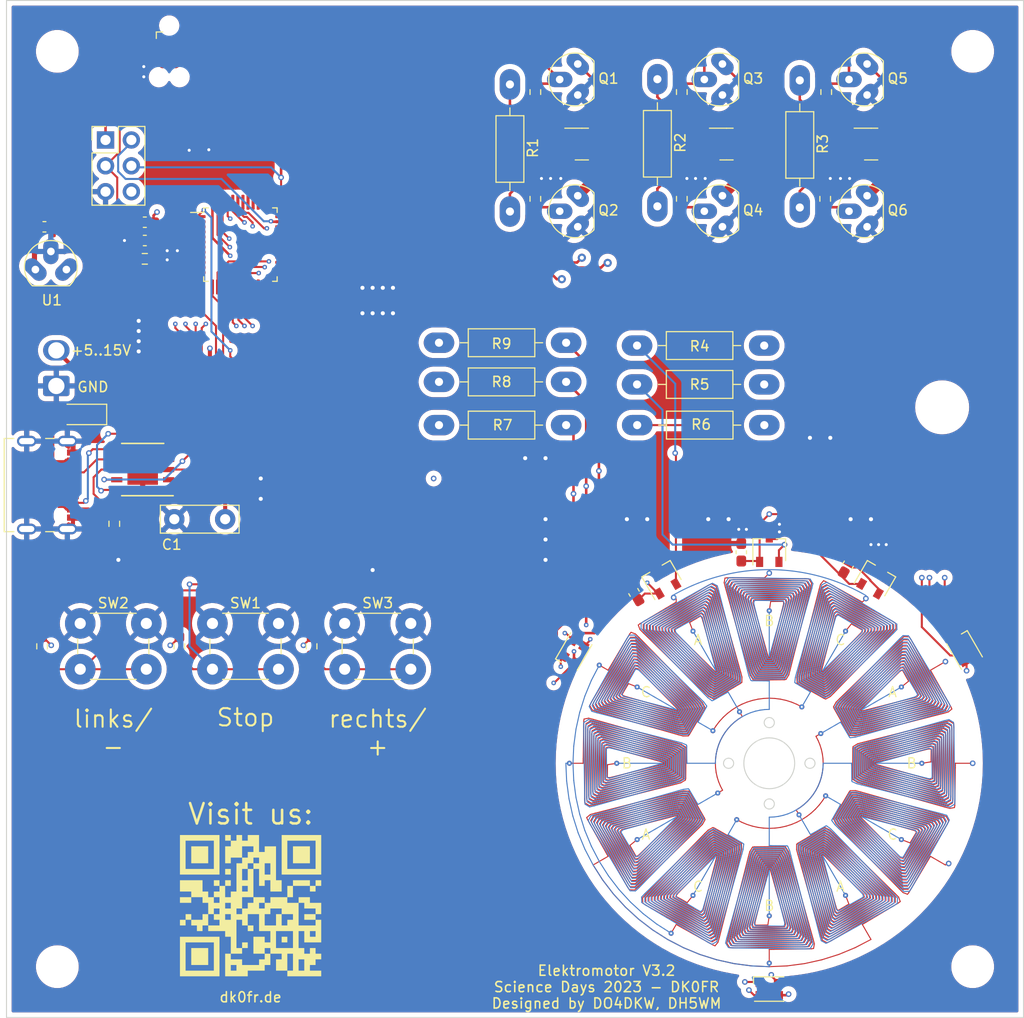
<source format=kicad_pcb>
(kicad_pcb (version 20211014) (generator pcbnew)
  (layers (0 "F.Cu" signal) (1 "In1.Cu" signal) (2 "In2.Cu" signal) (31 "B.Cu" signal) (34 "B.Paste" user) (35 "F.Paste" user) (36 "B.SilkS" user "B.Silkscreen") (37 "F.SilkS" user "F.Silkscreen") (38 "B.Mask" user) (39 "F.Mask" user) (44 "Edge.Cuts" user))
  (net 0 "")
  (net 1 "+3.3V")
  (net 2 "GND")
  (net 3 "VCC")
  (net 4 "/PowerStage/U_H")
  (net 5 "/PowerStage/U_L")
  (net 6 "/PowerStage/V_H")
  (net 7 "/PowerStage/W_H")
  (net 8 "Net-(J2-PadA5)")
  (net 10 "NRST")
  (net 11 "Net-(U2-Pad4)")
  (net 12 "/PowerStage/V_L")
  (net 16 "/microcontroller/LED1")
  (net 17 "/microcontroller/LED2")
  (net 19 "/microcontroller/LED3")
  (net 21 "SWDIO")
  (net 23 "SWCLK")
  (net 24 "Net-(Q11-Pad1)")
  (net 25 "Net-(Q13-Pad1)")
  (net 26 "Net-(D4-Pad2)")
  (net 29 "/coils")
  (net 32 "Net-(J2-PadB5)")
  (net 36 "/PowerStage/Hall_U")
  (net 37 "/PowerStage/Hall_V")
  (net 38 "/PowerStage/Hall_W")
  (net 41 "Net-(R13-Pad2)")
  (net 43 "Net-(Q1-Pad3)")
  (net 44 "/microcontroller/LED_R")
  (net 45 "/microcontroller/LED_G")
  (net 46 "/microcontroller/LED_B")
  (net 48 "/PowerStage/W_L")
  (net 49 "/microcontroller/CFG2")
  (net 50 "/microcontroller/CFG3")
  (net 51 "/microcontroller/CFG1")
  (net 52 "/microcontroller/PG")
  (net 53 "Net-(D1-Pad1)")
  (net 54 "Net-(D1-Pad2)")
  (net 55 "Net-(D1-Pad4)")
  (net 64 "/microcontroller/BTN_STOP")
  (net 65 "/microcontroller/BTN_LEFT")
  (net 66 "/microcontroller/BTN_RIGHT")
  (footprint "Sciencedays:TO-92" (layer "F.Cu") (at 159.364 46.99 90)
    (fp_text reference "Q6")
    (fp_text value "2N7000")
  )
  (footprint "Resistor_SMD:R_0603_1608Metric_Pad0.98x0.95mm_HandSolder" (layer "F.Cu") (at 92 88.5 -90)
    (fp_text reference "R10" hide)
    (fp_text value "10k")
  )
  (footprint "Connector_PinHeader_2.54mm:PinHeader_2x03_P2.54mm_Vertical" (layer "F.Cu") (at 84.7375 38.715)
    (fp_text reference "U4" hide)
    (fp_text value "DebugConn")
  )
  (footprint "Diode_SMD:D_SOD-123" (layer "F.Cu") (at 82.6 65.7 180)
    (fp_text reference "D4" hide)
    (fp_text value "D" hide)
  )
  (footprint "Resistor_SMD:R_0603_1608Metric" (layer "F.Cu") (at 127 44.5 -90)
    (fp_text reference "R101" hide)
    (fp_text value "10k" hide)
  )
  (footprint "Package_TO_SOT_SMD:SOT-23" (layer "F.Cu") (at 160.02 39.116)
    (fp_text reference "Q13" hide)
    (fp_text value "AO3401A" hide)
  )
  (footprint "MountingHole:MountingHole_3.2mm_M3" (layer "F.Cu") (at 170 120)
    (fp_text reference "H1" hide)
    (fp_text value "MountingHole" hide)
  )
  (footprint "Capacitor_SMD:C_0603_1608Metric_Pad1.08x0.95mm_HandSolder" (layer "F.Cu") (at 88.6 48.6 180)
    (fp_text reference "C8" hide)
    (fp_text value "100n" hide)
  )
  (footprint "Sciencedays:R_Axial_DIN0207_L6.3mm_D2.5mm_P12.5mm_Horizontal" (layer "F.Cu") (at 130.025 58.65 180)
    (fp_text reference "R9")
    (fp_text value "47" hide)
  )
  (footprint "LED_SMD:LED_ASMB-KTF0-0A306" (layer "F.Cu") (at 169.2 88.9 -60)
    (fp_text reference "D2" hide)
    (fp_text value "LED_RGBA" hide)
  )
  (footprint "MountingHole:MountingHole_4.3mm_M4" (layer "F.Cu") (at 167 65)
    (fp_text reference "H5" hide)
    (fp_text value "MountingHole" hide)
  )
  (footprint "Sciencedays:SSOP-10_3.9x4.9mm_P1.00mm_EP3x3mm" (layer "F.Cu") (at 88.392 71.12 180)
    (fp_text reference "U2" hide)
    (fp_text value "CH224K" hide)
  )
  (footprint "Sciencedays:TO-92" (layer "F.Cu") (at 130.916 34.036 90)
    (fp_text reference "Q1")
    (fp_text value "2N7000")
  )
  (footprint "Sciencedays:R_Axial_DIN0207_L6.3mm_D2.5mm_P12.5mm_Horizontal" (layer "F.Cu") (at 149.5 58.928 180)
    (fp_text reference "R4")
    (fp_text value "5.1k" hide)
  )
  (footprint "Capacitor_SMD:C_0603_1608Metric_Pad1.08x0.95mm_HandSolder" (layer "F.Cu") (at 88.6 46.8 180)
    (fp_text reference "C6" hide)
    (fp_text value "100n" hide)
  )
  (footprint "Sciencedays:R_Axial_DIN0207_L6.3mm_D2.5mm_P12.5mm_Horizontal" (layer "F.Cu") (at 124.5 33.25 -90)
    (fp_text reference "R1")
    (fp_text value "10k" hide)
  )
  (footprint "Sciencedays:R_Axial_DIN0207_L6.3mm_D2.5mm_P12.5mm_Horizontal" (layer "F.Cu") (at 149.5 62.75 180)
    (fp_text reference "R5")
    (fp_text value "5.1k" hide)
  )
  (footprint "MountingHole:MountingHole_3.2mm_M3" (layer "F.Cu") (at 80 120)
    (fp_text reference "H4" hide)
    (fp_text value "MountingHole" hide)
  )
  (footprint "Resistor_SMD:R_0603_1608Metric_Pad0.98x0.95mm_HandSolder" (layer "F.Cu") (at 105 88.5 -90)
    (fp_text reference "R12" hide)
    (fp_text value "10k")
  )
  (footprint "Sciencedays:SW_PUSH_6mm_H7.3mm" (layer "F.Cu") (at 95.25 86.25)
    (fp_text reference "SW1")
    (fp_text value "SW_Push")
  )
  (footprint "Package_TO_SOT_SMD:SOT-23" (layer "F.Cu") (at 145.796 39.116)
    (fp_text reference "Q11" hide)
    (fp_text value "AO3401A" hide)
  )
  (footprint "MountingHole:MountingHole_3.2mm_M3" (layer "F.Cu") (at 80 30)
    (fp_text reference "H2" hide)
    (fp_text value "MountingHole" hide)
  )
  (footprint "Resistor_SMD:R_0603_1608Metric" (layer "F.Cu") (at 127 34 90)
    (fp_text reference "R100" hide)
    (fp_text value "10k" hide)
  )
  (footprint "Sciencedays:2Pol_THT" (layer "F.Cu") (at 79.9 62.9 90)
    (fp_text reference "J1" hide)
    (fp_text value "Conn_01x02" hide)
  )
  (footprint "Package_TO_SOT_SMD:SOT-23W" (layer "F.Cu") (at 139.4 81.8 120)
    (fp_text reference "U5" hide)
    (fp_text value "CH941SR" hide)
  )
  (footprint "Sciencedays:SW_PUSH_6mm_H7.3mm" (layer "F.Cu") (at 82.25 86.25)
    (fp_text reference "SW2")
    (fp_text value "SW_Push")
  )
  (footprint "Resistor_SMD:R_0603_1608Metric" (layer "F.Cu") (at 141.4 44.5 -90)
    (fp_text reference "R103" hide)
    (fp_text value "10k" hide)
  )
  (footprint "Sciencedays:TO-92" (layer "F.Cu") (at 145.14 46.99 90)
    (fp_text reference "Q4")
    (fp_text value "2N7000")
  )
  (footprint "Capacitor_SMD:C_0603_1608Metric_Pad1.08x0.95mm_HandSolder" (layer "F.Cu") (at 136.7 83.2 120)
    (fp_text reference "C10" hide)
    (fp_text value "100n" hide)
  )
  (footprint "Sciencedays:R_Axial_DIN0207_L6.3mm_D2.5mm_P12.5mm_Horizontal" (layer "F.Cu") (at 130.025 66.75 180)
    (fp_text reference "R7")
    (fp_text value "120" hide)
  )
  (footprint "Capacitor_THT:C_Disc_D7.5mm_W2.5mm_P5.00mm" (layer "F.Cu") (at 91.5 76)
    (fp_text reference "C1")
    (fp_text value "1u" hide)
  )
  (footprint "LOGO" (layer "F.Cu") (at 99 114)
    (fp_text reference "G***" hide)
    (fp_text value "LOGO" hide)
  )
  (footprint "Resistor_SMD:R_0603_1608Metric_Pad0.98x0.95mm_HandSolder" (layer "F.Cu") (at 85.598 76.454 90)
    (fp_text reference "R13" hide)
    (fp_text value "10k" hide)
  )
  (footprint "Sciencedays:USB_C_C2927293" (layer "F.Cu") (at 78.486 72.644 -90)
    (fp_text reference "J2" hide)
    (fp_text value "C2927293" hide)
  )
  (footprint "Package_TO_SOT_SMD:SOT-23W" (layer "F.Cu") (at 150 79 90)
    (fp_text reference "U6" hide)
    (fp_text value "CH941SR" hide)
  )
  (footprint "Capacitor_SMD:C_0603_1608Metric_Pad1.08x0.95mm_HandSolder" (layer "F.Cu") (at 78.73 47.25)
    (fp_text reference "C50" hide)
    (fp_text value "100n" hide)
  )
  (footprint "Sciencedays:R_Axial_DIN0207_L6.3mm_D2.5mm_P12.5mm_Horizontal" (layer "F.Cu") (at 130.025 62.5 180)
    (fp_text reference "R8")
    (fp_text value "56" hide)
  )
  (footprint "Sciencedays:SW_PUSH_6mm_H7.3mm" (layer "F.Cu") (at 108.25 86.25)
    (fp_text reference "SW3")
    (fp_text value "SW_Push")
  )
  (footprint "MountingHole:MountingHole_3.2mm_M3" (layer "F.Cu") (at 170 30)
    (fp_text reference "H3" hide)
    (fp_text value "MountingHole" hide)
  )
  (footprint "Sciencedays:TO-92" (layer "F.Cu") (at 159.364 34.036 90)
    (fp_text reference "Q5")
    (fp_text value "2N7000")
  )
  (footprint "Sciencedays:R_Axial_DIN0207_L6.3mm_D2.5mm_P12.5mm_Horizontal" (layer "F.Cu") (at 139 32.7375 -90)
    (fp_text reference "R2")
    (fp_text value "10k" hide)
  )
  (footprint "Package_TO_SOT_SMD:SOT-23" (layer "F.Cu") (at 131.572 39.116)
    (fp_text reference "Q10" hide)
    (fp_text value "AO3401A" hide)
  )
  (footprint "Sciencedays:TO-92" (layer "F.Cu") (at 145.14 34.036 90)
    (fp_text reference "Q3")
    (fp_text value "2N7000")
  )
  (footprint "Resistor_SMD:R_0603_1608Metric_Pad0.98x0.95mm_HandSolder" (layer "F.Cu") (at 88.6 50.4)
    (fp_text reference "R50" hide)
    (fp_text value "10k" hide)
  )
  (footprint "Sciencedays:TO-92" (layer "F.Cu") (at 78.095 51.2)
    (fp_text reference "U1")
    (fp_text value "AP7384-33V")
  )
  (footprint "Resistor_SMD:R_0603_1608Metric_Pad0.98x0.95mm_HandSolder" (layer "F.Cu") (at 78.5 88.5 -90)
    (fp_text reference "R11" hide)
    (fp_text value "10k" hide)
  )
  (footprint "LED_SMD:LED_ASMB-KTF0-0A306" (layer "F.Cu") (at 130.8 89 60)
    (fp_text reference "D1" hide)
    (fp_text value "LED_RGBA" hide)
  )
  (footprint "Package_TO_SOT_SMD:SOT-23W" (layer "F.Cu") (at 160.5 81.8 60)
    (fp_text reference "U7" hide)
    (fp_text value "CH941SR" hide)
  )
  (footprint "Resistor_SMD:R_0603_1608Metric" (layer "F.Cu") (at 155.6 34 90)
    (fp_text reference "R104" hide)
    (fp_text value "10k" hide)
  )
  (footprint "Capacitor_SMD:C_0603_1608Metric_Pad1.08x0.95mm_HandSolder" (layer "F.Cu") (at 157.75 80.5 60)
    (fp_text reference "C12" hide)
    (fp_text value "100n")
  )
  (footprint "Sciencedays:TO-92" (layer "F.Cu") (at 130.916 46.99 90)
    (fp_text reference "Q2")
    (fp_text value "2N7000")
  )
  (footprint "Capacitor_SMD:C_0603_1608Metric_Pad1.08x0.95mm_HandSolder" (layer "F.Cu") (at 147.25 79.25 90)
    (fp_text reference "C11" hide)
    (fp_text value "100n")
  )
  (footprint "LED_SMD:LED_ASMB-KTF0-0A306" (layer "F.Cu") (at 150 122.2)
    (fp_text reference "D3" hide)
    (fp_text value "LED_RGBA" hide)
  )
  (footprint "Sciencedays:R_Axial_DIN0207_L6.3mm_D2.5mm_P12.5mm_Horizontal" (layer "F.Cu") (at 149.5125 66.75 180)
    (fp_text reference "R6")
    (fp_text value "5.1k" hide)
  )
  (footprint "Sciencedays:R_Axial_DIN0207_L6.3mm_D2.5mm_P12.5mm_Horizontal" (layer "F.Cu") (at 153 32.8535 -90)
    (fp_text reference "R3")
    (fp_text value "10k" hide)
  )
  (footprint "Resistor_SMD:R_0603_1608Metric" (layer "F.Cu") (at 141.4 34 90)
    (fp_text reference "R102" hide)
    (fp_text value "10k" hide)
  )
  (footprint "Connector:Tag-Connect_TC2030-IDC-NL_2x03_P1.27mm_Vertical" (layer "F.Cu") (at 91 30 -90)
    (fp_text reference "J3" hide)
    (fp_text value "Conn_ARM_SWD_TagConnect_TC2030" hide)
  )
  (footprint "Package_QFP:LQFP-48_7x7mm_P0.5mm" (layer "F.Cu") (at 98 49)
    (fp_text reference "U3" hide)
    (fp_text value "STM32G030C8Tx" hide)
  )
  (footprint "Resistor_SMD:R_0603_1608Metric" (layer "F.Cu") (at 155.5 44.5 -90)
    (fp_text reference "R105" hide)
    (fp_text value "10k" hide)
  )
  (gr_circle (center 154 100) (end 153.5 100) (layer "Edge.Cuts") (width 0.1) (fill none))
  (gr_circle (center 146 100) (end 146.5 100) (layer "Edge.Cuts") (width 0.1) (fill none))
  (gr_circle (center 150 104) (end 150 103.5) (layer "Edge.Cuts") (width 0.1) (fill none))
  (gr_circle (center 150 100) (end 152.5 100) (layer "Edge.Cuts") (width 0.1) (fill none))
  (gr_line (start 175 125) (end 175 25) (layer "Edge.Cuts") (width 0.1))
  (gr_circle (center 150 96) (end 150 96.5) (layer "Edge.Cuts") (width 0.1) (fill none))
  (gr_line (start 75 25) (end 175 25) (layer "Edge.Cuts") (width 0.1))
  (gr_line (start 75 125) (end 175 125) (layer "Edge.Cuts") (width 0.1))
  (gr_line (start 75 25) (end 75 125) (layer "Edge.Cuts") (width 0.1))
  (gr_text "A" (at 162.124355 93) (layer "F.SilkS") (effects (font (size 1 1))))
  (gr_text "B" (at 136 100) (layer "F.SilkS") (effects (font (size 1 1))))
  (gr_text "C" (at 162.124355 107) (layer "F.SilkS") (effects (font (size 1 1))))
  (gr_text "dk0fr.de" (at 99 123) (layer "F.SilkS") (effects (font (size 1 1))))
  (gr_text "GND\n" (at 83.5 63) (layer "F.SilkS") (effects (font (size 1 1))))
  (gr_text "C" (at 157 87.875644) (layer "F.SilkS") (effects (font (size 1 1))))
  (gr_text "B" (at 150 114) (layer "F.SilkS") (effects (font (size 1 1))))
  (gr_text "B" (at 164 100) (layer "F.SilkS") (effects (font (size 1 1))))
  (gr_text "+5..15V" (at 84.3 59.4) (layer "F.SilkS") (effects (font (size 1 1))))
  (gr_text "C" (at 137.875644 93) (layer "F.SilkS") (effects (font (size 1 1))))
  (gr_text "links/\n-\n" (at 85.5 97) (layer "F.SilkS") (effects (font (size 1.7 1.7) (thickness 0.2))))
  (gr_text "Elektromotor V3.2\nScience Days 2023 - DK0FR\nDesigned by DO4DKW, DH5WM" (at 134 122) (layer "F.SilkS") (effects (font (size 1 1))))
  (gr_text "Visit us:" (at 99 105) (layer "F.SilkS") (effects (font (size 2 2) (thickness 0.25))))
  (gr_text "C" (at 143 112.124355) (layer "F.SilkS") (effects (font (size 1 1))))
  (gr_text "Stop" (at 98.5 95.5) (layer "F.SilkS") (effects (font (size 1.7 1.7) (thickness 0.2))))
  (gr_text "A" (at 157 112.124355) (layer "F.SilkS") (effects (font (size 1 1))))
  (gr_text "B" (at 150 86) (layer "F.SilkS") (effects (font (size 1 1))))
  (gr_text "A" (at 137.875644 107) (layer "F.SilkS") (effects (font (size 1 1))))
  (gr_text "rechts/\n+" (at 111.5 97) (layer "F.SilkS") (effects (font (size 1.7 1.7) (thickness 0.2))))
  (gr_text "A" (at 143 87.875644) (layer "F.SilkS") (effects (font (size 1 1))))
  (segment (start 147.25 80.1125) (end 148.9625 80.1125) (width 0.2) (layer "F.Cu") (net 1))
  (segment (start 151 75.5) (end 150 75.5) (width 0.2) (layer "F.Cu") (net 1))
  (segment (start 159.077276 82.36423) (end 157.86423 82.36423) (width 0.2) (layer "F.Cu") (net 1))
  (segment (start 137.13125 83.946947) (end 137.763967 83.31423) (width 0.2) (layer "F.Cu") (net 1))
  (segment (start 139.06423 83.31423) (end 139.177276 83.31423) (width 0.2) (layer "F.Cu") (net 1))
  (segment (start 90.942 73.12) (end 95.52 73.12) (width 0.4) (layer "F.Cu") (net 1))
  (segment (start 157.31875 81.246947) (end 157.253053 81.246947) (width 0.2) (layer "F.Cu") (net 1))
  (segment (start 78.5 87.5875) (end 78.5875 87.5875) (width 0.2) (layer "F.Cu") (net 1))
  (segment (start 84.7375 31.2625) (end 87.27 28.73) (width 0.25) (layer "F.Cu") (net 1))
  (segment (start 149.05 76.45) (end 150 75.5) (width 0.2) (layer "F.Cu") (net 1))
  (segment (start 90.4125 47.75) (end 93.8375 47.75) (width 0.25) (layer "F.Cu") (net 1))
  (segment (start 77.75 50.855) (end 77.75 47.7825) (width 0.5) (layer "F.Cu") (net 1))
  (segment (start 91.1875 88.4) (end 92 87.5875) (width 0.2) (layer "F.Cu") (net 1))
  (segment (start 95 72.5) (end 95 59.2) (width 0.4) (layer "F.Cu") (net 1))
  (segment (start 89.4625 46.8) (end 89.4625 46.1375) (width 0.25) (layer "F.Cu") (net 1))
  (segment (start 78.095 51.2) (end 77.75 50.855) (width 0.5) (layer "F.Cu") (net 1))
  (segment (start 89.4625 48.6) (end 89.6125 48.75) (width 0.25) (layer "F.Cu") (net 1))
  (segment (start 95.52 73.12) (end 95.62 73.12) (width 0.4) (layer "F.Cu") (net 1))
  (segment (start 87.6875 50.375) (end 89.4625 48.6) (width 0.25) (layer "F.Cu") (net 1))
  (segment (start 148.9625 80.1125) (end 149.05 80.2) (width 0.2) (layer "F.Cu") (net 1))
  (segment (start 95.62 73.12) (end 96.5 74) (width 0.4) (layer "F.Cu") (net 1))
  (segment (start 137.763967 83.31423) (end 139.177276 83.31423) (width 0.2) (layer "F.Cu") (net 1))
  (segment (start 138 82.25) (end 139.06423 83.31423) (width 0.2) (layer "F.Cu") (net 1))
  (segment (start 91.1 88.4) (end 91.1875 88.4) (width 0.2) (layer "F.Cu") (net 1))
  (segment (start 157.253053 81.246947) (end 157 81.5) (width 0.2) (layer "F.Cu") (net 1))
  (segment (start 89.4625 46.8) (end 89.4625 48.6) (width 0.25) (layer "F.Cu") (net 1))
  (segment (start 105 87.5875) (end 105 87.6) (width 0.2) (layer "F.Cu") (net 1))
  (segment (start 87.27 28.73) (end 90.365 28.73) (width 0.25) (layer "F.Cu") (net 1))
  (segment (start 77.75 47.7825) (end 77.8675 47.665) (width 0.5) (layer "F.Cu") (net 1))
  (segment (start 157.86423 82.36423) (end 157 81.5) (width 0.2) (layer "F.Cu") (net 1))
  (segment (start 149.05 80.2) (end 149.05 76.45) (width 0.2) (layer "F.Cu") (net 1))
  (segment (start 89.4625 46.8) (end 90.4125 47.75) (width 0.25) (layer "F.Cu") (net 1))
  (segment (start 89.4625 46.1375) (end 89.8 45.8) (width 0.25) (layer "F.Cu") (net 1))
  (segment (start 157 81.5) (end 151 75.5) (width 0.2) (layer "F.Cu") (net 1))
  (segment (start 105 87.6) (end 104.2 88.4) (width 0.2) (layer "F.Cu") (net 1))
  (segment (start 84.7375 38.715) (end 84.7375 31.2625) (width 0.25) (layer "F.Cu") (net 1))
  (segment (start 89.6125 48.75) (end 93.8375 48.75) (width 0.25) (layer "F.Cu") (net 1))
  (segment (start 78.5875 87.5875) (end 79.4 88.4) (width 0.2) (layer "F.Cu") (net 1))
  (segment (start 87.6875 50.4) (end 87.6875 50.375) (width 0.25) (layer "F.Cu") (net 1))
  (segment (start 96.5 74) (end 96.5 76) (width 0.4) (layer "F.Cu") (net 1))
  (segment (start 95.8 73.3) (end 95 72.5) (width 0.4) (layer "F.Cu") (net 1))
  (via (at 150 75.5) (size 0.55) (drill 0.3) (layers "F.Cu" "B.Cu") (net 1))
  (via (at 89.8 45.8) (size 0.55) (drill 0.3) (layers "F.Cu" "B.Cu") (net 1))
  (via (at 95 59.2) (size 0.55) (drill 0.3) (layers "F.Cu" "B.Cu") (net 1))
  (via (at 79.4 88.4) (size 0.55) (drill 0.3) (layers "F.Cu" "B.Cu") (net 1))
  (via (at 91.1 88.4) (size 0.55) (drill 0.3) (layers "F.Cu" "B.Cu") (net 1))
  (via (at 138 82.25) (size 0.45) (drill 0.2) (layers "F.Cu" "B.Cu") (net 1))
  (via (at 104.2 88.4) (size 0.55) (drill 0.3) (layers "F.Cu" "B.Cu") (net 1))
  (segment (start 90.365 31.27) (end 88.73 31.27) (width 0.25) (layer "F.Cu") (net 2))
  (segment (start 81.536 69.444) (end 81.536 68.874) (width 0.4) (layer "F.Cu") (net 2))
  (segment (start 81.536 75.844) (end 81.536 76.412) (width 0.4) (layer "F.Cu") (net 2))
  (segment (start 81.536 68.874) (end 80.986 68.324) (width 0.4) (layer "F.Cu") (net 2))
  (segment (start 92.15 49.25) (end 91.8 49.6) (width 0.2) (layer "F.Cu") (net 2))
  (segment (start 87.7375 48.6) (end 86.6 48.6) (width 0.2) (layer "F.Cu") (net 2))
  (segment (start 88.73 31.27) (end 88.5 31.5) (width 0.25) (layer "F.Cu") (net 2))
  (segment (start 81.536 76.412) (end 80.986 76.962) (width 0.4) (layer "F.Cu") (net 2))
  (segment (start 93.8375 49.25) (end 92.15 49.25) (width 0.2) (layer "F.Cu") (net 2))
  (via (at 100 74) (size 0.8) (drill 0.4) (layers "F.Cu" "B.Cu") (net 2))
  (via (at 110 55.75) (size 0.8) (drill 0.4) (layers "F.Cu" "B.Cu") (net 2))
  (via (at 111 53.25) (size 0.8) (drill 0.4) (layers "F.Cu" "B.Cu") (net 2))
  (via (at 86.6 48.6) (size 0.55) (drill 0.3) (layers "F.Cu" "B.Cu") (net 2))
  (via (at 113 55.75) (size 0.8) (drill 0.4) (layers "F.Cu" "B.Cu") (net 2))
  (via (at 128 76) (size 0.8) (drill 0.4) (layers "F.Cu" "B.Cu") (net 2))
  (via (at 160 78.5) (size 0.55) (drill 0.3) (layers "F.Cu" "B.Cu") (net 2))
  (via (at 128 80) (size 0.8) (drill 0.4) (layers "F.Cu" "B.Cu") (net 2))
  (via (at 111 81) (size 0.8) (drill 0.4) (layers "F.Cu" "B.Cu") (net 2))
  (via (at 111 55.75) (size 0.8) (drill 0.4) (layers "F.Cu" "B.Cu") (net 2))
  (via (at 127.6 42.5) (size 0.55) (drill 0.3) (layers "F.Cu" "B.Cu") (net 2))
  (via (at 88 57.5) (size 0.8) (drill 0.4) (layers "F.Cu" "B.Cu") (net 2))
  (via (at 112 55.75) (size 0.8) (drill 0.4) (layers "F.Cu" "B.Cu") (net 2))
  (via (at 88 56.5) (size 0.8) (drill 0.4) (layers "F.Cu" "B.Cu") (net 2))
  (via (at 92.964 39.7256) (size 0.55) (drill 0.3) (layers "F.Cu" "B.Cu") (net 2))
  (via (at 113 53.25) (size 0.8) (drill 0.4) (layers "F.Cu" "B.Cu") (net 2))
  (via (at 100 72) (size 0.8) (drill 0.4) (layers "F.Cu" "B.Cu") (net 2))
  (via (at 129.5 42.5) (size 0.55) (drill 0.3) (layers "F.Cu" "B.Cu") (net 2))
  (via (at 157 42.5) (size 0.55) (drill 0.3) (layers "F.Cu" "B.Cu") (net 2))
  (via (at 91.8 49.6) (size 0.55) (drill 0.3) (layers "F.Cu" "B.Cu") (net 2))
  (via (at 151 76.5) (size 0.55) (drill 0.3) (layers "F.Cu" "B.Cu") (net 2))
  (via (at 143.7 42.5) (size 0.55) (drill 0.3) (layers "F.Cu" "B.Cu") (net 2))
  (via (at 144 76) (size 0.8) (drill 0.4) (layers "F.Cu" "B.Cu") (net 2))
  (via (at 151 77.25) (size 0.55) (drill 0.3) (layers "F.Cu" "B.Cu") (net 2))
  (via (at 88 58.5) (size 0.8) (drill 0.4) (layers "F.Cu" "B.Cu") (net 2))
  (via (at 86 80) (size 0.8) (drill 0.4) (layers "F.Cu" "B.Cu") (net 2))
  (via (at 161.5 78.5) (size 0.55) (drill 0.3) (layers "F.Cu" "B.Cu") (net 2))
  (via (at 147 77) (size 0.55) (drill 0.3) (layers "F.Cu" "B.Cu") (net 2))
  (via (at 160 76) (size 0.8) (drill 0.4) (layers "F.Cu" "B.Cu") (net 2))
  (via (at 90.8 49.6) (size 0.55) (drill 0.3) (layers "F.Cu" "B.Cu") (net 2))
  (via (at 112 53.25) (size 0.8) (drill 0.4) (layers "F.Cu" "B.Cu") (net 2))
  (via (at 136 76) (size 0.8) (drill 0.4) (layers "F.Cu" "B.Cu") (net 2))
  (via (at 156 42.5) (size 0.55) (drill 0.3) (layers "F.Cu" "B.Cu") (net 2))
  (via (at 88 59.5) (size 0.8) (drill 0.4) (layers "F.Cu" "B.Cu") (net 2))
  (via (at 160.75 78.5) (size 0.55) (drill 0.3) (layers "F.Cu" "B.Cu") (net 2))
  (via (at 94.8944 39.6748) (size 0.55) (drill 0.3) (layers "F.Cu" "B.Cu") (net 2))
  (via (at 128 70) (size 0.8) (drill 0.4) (layers "F.Cu" "B.Cu") (net 2))
  (via (at 128.5 42.5) (size 0.55) (drill 0.3) (layers "F.Cu" "B.Cu") (net 2))
  (via (at 156 68) (size 0.8) (drill 0.4) (layers "F.Cu" "B.Cu") (net 2))
  (via (at 158 76) (size 0.8) (drill 0.4) (layers "F.Cu" "B.Cu") (net 2))
  (via (at 138 76) (size 0.8) (drill 0.4) (layers "F.Cu" "B.Cu") (net 2))
  (via (at 157.9 42.5) (size 0.55) (drill 0.3) (layers "F.Cu" "B.Cu") (net 2))
  (via (at 154 68) (size 0.8) (drill 0.4) (layers "F.Cu" "B.Cu") (net 2))
  (via (at 88.5 31.5) (size 0.55) (drill 0.3) (layers "F.Cu" "B.Cu") (net 2))
  (via (at 110 53.25) (size 0.8) (drill 0.4) (layers "F.Cu" "B.Cu") (net 2))
  (via (at 88.5 32.5) (size 0.55) (drill 0.3) (layers "F.Cu" "B.Cu") (net 2))
  (via (at 142.75 42.5) (size 0.55) (drill 0.3) (layers "F.Cu" "B.Cu") (net 2))
  (via (at 146 76) (size 0.8) (drill 0.4) (layers "F.Cu" "B.Cu") (net 2))
  (via (at 128 78) (size 0.8) (drill 0.4) (layers "F.Cu" "B.Cu") (net 2))
  (via (at 141.9 42.5) (size 0.55) (drill 0.3) (layers "F.Cu" "B.Cu") (net 2))
  (via (at 90.8 50.5) (size 0.55) (drill 0.3) (layers "F.Cu" "B.Cu") (net 2))
  (via (at 147.75 77) (size 0.55) (drill 0.3) (layers "F.Cu" "B.Cu") (net 2))
  (via (at 126 70) (size 0.8) (drill 0.4) (layers "F.Cu" "B.Cu") (net 2))
  (segment (start 139 43.5) (end 139 45.2375) (width 0.25) (layer "F.Cu") (net 3))
  (segment (start 156.684 40.066) (end 153 43.75) (width 0.25) (layer "F.Cu") (net 3))
  (segment (start 124.5 44) (end 124.5 45.75) (width 0.25) (layer "F.Cu") (net 3))
  (segment (start 130.6345 40.066) (end 128.434 40.066) (width 0.25) (layer "F.Cu") (net 3))
  (segment (start 84.25 63.75) (end 79.9 59.4) (width 0.4) (layer "F.Cu") (net 3))
  (segment (start 128.434 40.066) (end 124.5 44) (width 0.25) (layer "F.Cu") (net 3))
  (segment (start 142.434 40.066) (end 139 43.5) (width 0.25) (layer "F.Cu") (net 3))
  (segment (start 84.25 63.75) (end 84.25 65.7) (width 0.4) (layer "F.Cu") (net 3))
  (segment (start 144.8585 40.066) (end 142.434 40.066) (width 0.25) (layer "F.Cu") (net 3))
  (segment (start 159.0825 40.066) (end 156.684 40.066) (width 0.25) (layer "F.Cu") (net 3))
  (segment (start 153 43.75) (end 153 45.3535) (width 0.25) (layer "F.Cu") (net 3))
  (segment (start 111.284 50.26) (end 114.808 46.736) (width 0.25) (layer "F.Cu") (net 4))
  (segment (start 114.808 34.036) (end 117.856 30.988) (width 0.25) (layer "F.Cu") (net 4))
  (segment (start 127 33.175) (end 128.983 33.175) (width 0.25) (layer "F.Cu") (net 4))
  (segment (start 102.235 50.26) (end 111.284 50.26) (width 0.25) (layer "F.Cu") (net 4))
  (segment (start 114.808 46.736) (end 114.808 34.036) (width 0.25) (layer "F.Cu") (net 4))
  (segment (start 117.856 30.988) (end 127.614 30.988) (width 0.25) (layer "F.Cu") (net 4))
  (segment (start 127.614 30.988) (end 129.392 32.766) (width 0.25) (layer "F.Cu") (net 4))
  (segment (start 128.983 33.175) (end 129.392 32.766) (width 0.25) (layer "F.Cu") (net 4))
  (segment (start 128.997 45.325) (end 129.392 45.72) (width 0.25) (layer "F.Cu") (net 5))
  (segment (start 128.468 51.76) (end 102.235 51.76) (width 0.25) (layer "F.Cu") (net 5))
  (segment (start 129.108 52.4) (end 128.468 51.76) (width 0.25) (layer "F.Cu") (net 5))
  (segment (start 127 45.325) (end 128.997 45.325) (width 0.25) (layer "F.Cu") (net 5))
  (segment (start 129.6 52.4) (end 129.108 52.4) (width 0.25) (layer "F.Cu") (net 5))
  (via (at 129.6 52.4) (size 0.8) (drill 0.4) (layers "F.Cu" "B.Cu") (net 5))
  (segment (start 102.235 49.76) (end 110.26 49.76) (width 0.25) (layer "F.Cu") (net 6))
  (segment (start 113.792 46.228) (end 113.792 33.528) (width 0.25) (layer "F.Cu") (net 6))
  (segment (start 143.616 29.116) (end 143.616 32.766) (width 0.25) (layer "F.Cu") (net 6))
  (segment (start 119.38 27.94) (end 142.44 27.94) (width 0.25) (layer "F.Cu") (net 6))
  (segment (start 143.207 33.175) (end 143.616 32.766) (width 0.25) (layer "F.Cu") (net 6))
  (segment (start 142.44 27.94) (end 143.616 29.116) (width 0.25) (layer "F.Cu") (net 6))
  (segment (start 110.26 49.76) (end 113.792 46.228) (width 0.25) (layer "F.Cu") (net 6))
  (segment (start 141.4 33.175) (end 143.207 33.175) (width 0.25) (layer "F.Cu") (net 6))
  (segment (start 113.792 33.528) (end 119.38 27.94) (width 0.25) (layer "F.Cu") (net 6))
  (segment (start 111.448 47.048) (end 112.268 46.228) (width 0.25) (layer "F.Cu") (net 7))
  (segment (start 157.431 33.175) (end 157.84 32.766) (width 0.25) (layer "F.Cu") (net 7))
  (segment (start 118.872 26.924) (end 156.972 26.924) (width 0.25) (layer "F.Cu") (net 7))
  (segment (start 155.6 33.175) (end 157.431 33.175) (width 0.25) (layer "F.Cu") (net 7))
  (segment (start 112.268 46.228) (end 112.268 33.528) (width 0.25) (layer "F.Cu") (net 7))
  (segment (start 110.246 48.25) (end 111.448 47.048) (width 0.25) (layer "F.Cu") (net 7))
  (segment (start 156.972 26.924) (end 157.84 27.792) (width 0.25) (layer "F.Cu") (net 7))
  (segment (start 112.268 33.528) (end 118.872 26.924) (width 0.25) (layer "F.Cu") (net 7))
  (segment (start 157.84 27.792) (end 157.84 32.766) (width 0.25) (layer "F.Cu") (net 7))
  (segment (start 102.1625 48.25) (end 110.246 48.25) (width 0.25) (layer "F.Cu") (net 7))
  (segment (start 85.842 70.12) (end 83.88 70.12) (width 0.2) (layer "F.Cu") (net 8))
  (segment (start 83.88 70.12) (end 82.606 71.394) (width 0.2) (layer "F.Cu") (net 8))
  (segment (start 82.606 71.394) (end 81.536 71.394) (width 0.2) (layer "F.Cu") (net 8))
  (segment (start 85.8875 50.8875) (end 86.4 51.4) (width 0.2) (layer "F.Cu") (net 10))
  (segment (start 88 30) (end 90.365 30) (width 0.2) (layer "F.Cu") (net 10))
  (segment (start 90 51.4) (end 91.4 51.4) (width 0.2) (layer "F.Cu") (net 10))
  (segment (start 86.4 51.4) (end 90 51.4) (width 0.2) (layer "F.Cu") (net 10))
  (segment (start 85.8875 42.405) (end 85.8875 50.8875) (width 0.2) (layer "F.Cu") (net 10))
  (segment (start 91.4 51.4) (end 92.05 50.75) (width 0.2) (layer "F.Cu") (net 10))
  (segment (start 89.5125 50.9125) (end 89.5125 50.4) (width 0.2) (layer "F.Cu") (net 10))
  (segment (start 86.1275 31.8725) (end 88 30) (width 0.2) (layer "F.Cu") (net 10))
  (segment (start 84.7375 41.255) (end 85.8875 42.405) (width 0.2) (layer "F.Cu") (net 10))
  (segment (start 92.05 50.75) (end 93.8375 50.75) (width 0.2) (layer "F.Cu") (net 10))
  (segment (start 84.7375 41.255) (end 86.1275 39.865) (width 0.2) (layer "F.Cu") (net 10))
  (segment (start 90 51.4) (end 89.5125 50.9125) (width 0.2) (layer "F.Cu") (net 10))
  (segment (start 86.1275 39.865) (end 86.1275 31.8725) (width 0.2) (layer "F.Cu") (net 10))
  (segment (start 90.942 69.12) (end 90.942 70.12) (width 0.2) (layer "F.Cu") (net 11))
  (segment (start 133.9215 50.8) (end 133.4615 51.26) (width 0.25) (layer "F.Cu") (net 12))
  (segment (start 141.4 45.325) (end 143.221 45.325) (width 0.25) (layer "F.Cu") (net 12))
  (segment (start 134.112 50.8) (end 133.9215 50.8) (width 0.25) (layer "F.Cu") (net 12))
  (segment (start 143.221 45.325) (end 143.616 45.72) (width 0.25) (layer "F.Cu") (net 12))
  (segment (start 133.4615 51.26) (end 102.235 51.26) (width 0.25) (layer "F.Cu") (net 12))
  (via (at 134.112 50.8) (size 0.8) (drill 0.4) (layers "F.Cu" "B.Cu") (net 12))
  (segment (start 97.6 57) (end 97.25 56.65) (width 0.2) (layer "F.Cu") (net 16))
  (segment (start 97.25 56.65) (end 97.25 53.1625) (width 0.2) (layer "F.Cu") (net 16))
  (segment (start 132.4 87.8) (end 132.4 87.890192) (width 0.2) (layer "F.Cu") (net 16))
  (segment (start 132.4 87.890192) (end 131.769615 88.520577) (width 0.2) (layer "F.Cu") (net 16))
  (via (at 97.6 57) (size 0.45) (drill 0.2) (layers "F.Cu" "B.Cu") (net 16))
  (via (at 132.4 87.8) (size 0.45) (drill 0.2) (layers "F.Cu" "B.Cu") (net 16))
  (segment (start 98.4 57) (end 97.8 56.4) (width 0.2) (layer "F.Cu") (net 17))
  (segment (start 169.4 90.249038) (end 169.130385 89.979423) (width 0.2) (layer "F.Cu") (net 17))
  (segment (start 97.8 53.2125) (end 97.75 53.1625) (width 0.2) (layer "F.Cu") (net 17))
  (segment (start 97.8 56.4) (end 97.8 53.2125) (width 0.2) (layer "F.Cu") (net 17))
  (segment (start 169.4 90.9) (end 169.4 90.249038) (width 0.2) (layer "F.Cu") (net 17))
  (via (at 169.4 90.9) (size 0.55) (drill 0.3) (layers "F.Cu" "B.Cu") (net 17))
  (via (at 117 72) (size 0.55) (drill 0.3) (layers "F.Cu" "B.Cu") (net 17))
  (via (at 98.4 57) (size 0.45) (drill 0.2) (layers "F.Cu" "B.Cu") (net 17))
  (segment (start 99.2 57) (end 98.25 56.05) (width 0.2) (layer "F.Cu") (net 19))
  (segment (start 150.9 122.8) (end 151.8 122.8) (width 0.25) (layer "F.Cu") (net 19))
  (segment (start 98.25 56.05) (end 98.25 53.1625) (width 0.2) (layer "F.Cu") (net 19))
  (segment (start 151.8 122.8) (end 151.9 122.7) (width 0.25) (layer "F.Cu") (net 19))
  (via (at 151.9 122.7) (size 0.55) (drill 0.3) (layers "F.Cu" "B.Cu") (net 19))
  (via (at 99.2 57) (size 0.45) (drill 0.2) (layers "F.Cu" "B.Cu") (net 19))
  (segment (start 101.047 46.75) (end 102.1625 46.75) (width 0.25) (layer "F.Cu") (net 21))
  (segment (start 92.23 28.73) (end 104 40.5) (width 0.25) (layer "F.Cu") (net 21))
  (segment (start 103.357843 46.75) (end 102.1625 46.75) (width 0.25) (layer "F.Cu") (net 21))
  (segment (start 104 46.107843) (end 103.357843 46.75) (width 0.25) (layer "F.Cu") (net 21))
  (segment (start 104 40.5) (end 104 46.107843) (width 0.25) (layer "F.Cu") (net 21))
  (segment (start 101 46.703) (end 101.047 46.75) (width 0.25) (layer "F.Cu") (net 21))
  (segment (start 91.635 28.73) (end 92.23 28.73) (width 0.25) (layer "F.Cu") (net 21))
  (via (at 101 46.703) (size 0.45) (drill 0.2) (layers "F.Cu" "B.Cu") (net 21))
  (segment (start 86.714077 42.545) (end 85.979 41.809923) (width 0.2) (layer "B.Cu") (net 21))
  (segment (start 85.979 40.259) (end 87.2775 38.9605) (width 0.2) (layer "B.Cu") (net 21))
  (segment (start 100.297 46.703) (end 96.139 42.545) (width 0.2) (layer "B.Cu") (net 21))
  (segment (start 87.2775 38.9605) (end 87.2775 38.715) (width 0.2) (layer "B.Cu") (net 21))
  (segment (start 101 46.703) (end 100.297 46.703) (width 0.2) (layer "B.Cu") (net 21))
  (segment (start 85.979 41.809923) (end 85.979 40.259) (width 0.2) (layer "B.Cu") (net 21))
  (segment (start 96.139 42.545) (end 86.714077 42.545) (width 0.2) (layer "B.Cu") (net 21))
  (segment (start 102 46.0875) (end 102.1625 46.25) (width 0.2) (layer "F.Cu") (net 23))
  (segment (start 102 40.365) (end 102 42.4) (width 0.25) (layer "F.Cu") (net 23))
  (segment (start 102 42.4) (end 102 46.0875) (width 0.2) (layer "F.Cu") (net 23))
  (segment (start 91.635 30) (end 102 40.365) (width 0.25) (layer "F.Cu") (net 23))
  (via (at 102 42.4) (size 0.55) (drill 0.3) (layers "F.Cu" "B.Cu") (net 23))
  (segment (start 99.06 41.402) (end 87.4245 41.402) (width 0.2) (layer "B.Cu") (net 23))
  (segment (start 99.06 41.402) (end 101.002 41.402) (width 0.2) (layer "B.Cu") (net 23))
  (segment (start 101.002 41.402) (end 102 42.4) (width 0.2) (layer "B.Cu") (net 23))
  (segment (start 87.4245 41.402) (end 87.2775 41.255) (width 0.2) (layer "B.Cu") (net 23))
  (segment (start 147.5 35.5245) (end 144.8585 38.166) (width 0.25) (layer "F.Cu") (net 24))
  (segment (start 147.5 33.348) (end 147.5 35.5245) (width 0.25) (layer "F.Cu") (net 24))
  (segment (start 139 32.7375) (end 139 34.4875) (width 0.25) (layer "F.Cu") (net 24))
  (segment (start 139 34.4875) (end 142.6785 38.166) (width 0.25) (layer "F.Cu") (net 24))
  (segment (start 142.6785 38.166) (end 144.8585 38.166) (width 0.25) (layer "F.Cu") (net 24))
  (segment (start 145.394 31.242) (end 147.5 33.348) (width 0.25) (layer "F.Cu") (net 24))
  (segment (start 156.416 38.166) (end 159.0825 38.166) (width 0.25) (layer "F.Cu") (net 25))
  (segment (start 153 32.8535) (end 153 34.75) (width 0.25) (layer "F.Cu") (net 25))
  (segment (start 161.75 35.4985) (end 159.0825 38.166) (width 0.25) (layer "F.Cu") (net 25))
  (segment (start 161.75 33.374) (end 159.618 31.242) (width 0.25) (layer "F.Cu") (net 25))
  (segment (start 161.75 33.374) (end 161.75 35.4985) (width 0.25) (layer "F.Cu") (net 25))
  (segment (start 153 34.75) (end 156.416 38.166) (width 0.25) (layer "F.Cu") (net 25))
  (segment (start 80.95 65.95) (end 79.5 67.4) (width 0.4) (layer "F.Cu") (net 26))
  (segment (start 80.746661 70.394001) (end 79.794001 70.394001) (width 0.4) (layer "F.Cu") (net 26))
  (segment (start 80.95 65.7) (end 80.95 65.95) (width 0.4) (layer "F.Cu") (net 26))
  (segment (start 85.3665 77.3665) (end 83.044 75.044) (width 0.4) (layer "F.Cu") (net 26))
  (segment (start 79.5 70.1) (end 79.5 74.14366) (width 0.25) (layer "F.Cu") (net 26))
  (segment (start 80.896662 70.244) (end 81.536 70.244) (width 0.4) (layer "F.Cu") (net 26))
  (segment (start 83.044 75.044) (end 81.536 75.044) (width 0.4) (layer "F.Cu") (net 26))
  (segment (start 79.794001 70.394001) (end 79.5 70.1) (width 0.4) (layer "F.Cu") (net 26))
  (segment (start 81.536 75.044) (end 80.915594 75.044) (width 0.25) (layer "F.Cu") (net 26))
  (segment (start 80.640594 74.769) (end 80.12534 74.769) (width 0.25) (layer "F.Cu") (net 26))
  (segment (start 79.5 67.4) (end 79.5 70.1) (width 0.4) (layer "F.Cu") (net 26))
  (segment (start 80.915594 75.044) (end 80.640594 74.769) (width 0.25) (layer "F.Cu") (net 26))
  (segment (start 79.5 74.14366) (end 80.12534 74.769) (width 0.25) (layer "F.Cu") (net 26))
  (segment (start 85.598 77.3665) (end 85.3665 77.3665) (width 0.4) (layer "F.Cu") (net 26))
  (segment (start 80.896662 70.244) (end 80.746661 70.394001) (width 0.4) (layer "F.Cu") (net 26))
  (segment (start 159.320084 94.805125) (end 159.591819 94.73651) (width 0.1) (layer "F.Cu") (net 29))
  (segment (start 153.710903 90.834162) (end 153.613141 91.24167) (width 0.1) (layer "F.Cu") (net 29))
  (segment (start 156.79802 94.504171) (end 156.849806 94.64211) (width 0.1) (layer "F.Cu") (net 29))
  (segment (start 134.123149 94.389543) (end 140.82009 96.2947) (width 0.1) (layer "F.Cu") (net 29))
  (segment (start 158.83858 96.160896) (end 159.226692 96.067298) (width 0.1) (layer "F.Cu") (net 29))
  (segment (start 133.349206 97.766394) (end 133.328646 97.998178) (width 0.1) (layer "F.Cu") (net 29))
  (segment (start 162.938832 109.911469) (end 162.710218 109.692292) (width 0.1) (layer "F.Cu") (net 29))
  (segment (start 157.792757 94.684594) (end 158.474379 95.890391) (width 0.1) (layer "F.Cu") (net 29))
  (segment (start 150.316712 110.486386) (end 150.399249 110.774903) (width 0.1) (layer "F.Cu") (net 29))
  (segment (start 146.32911 94.757426) (end 146.8 94.457437) (width 0.1) (layer "F.Cu") (net 29))
  (segment (start 165.334838 93.8838) (end 165.536813 93.608962) (width 0.1) (layer "F.Cu") (net 29))
  (segment (start 155.303995 106.855922) (end 155.441478 106.801798) (width 0.1) (layer "F.Cu") (net 29))
  (segment (start 162.927503 90.335236) (end 162.700306 90.542298) (width 0.1) (layer "F.Cu") (net 29))
  (segment (start 159.347798 113.152165) (end 159.218837 113.245693) (width 0.1) (layer "F.Cu") (net 29))
  (segment (start 148.90547 90.426012) (end 149.098518 90.787991) (width 0.1) (layer "F.Cu") (net 29))
  (segment (start 152.157518 83.787513) (end 152.032922 83.487665) (width 0.1) (layer "F.Cu") (net 29))
  (segment (start 150.312712 109.997156) (end 150.35471 110.012995) (width 0.1) (layer "F.Cu") (net 29))
  (segment (start 157.84763 102.83423) (end 157.958015 102.695834) (width 0.1) (layer "F.Cu") (net 29))
  (segment (start 139.876587 101.04933) (end 140.234379 100.955061) (width 0.1) (layer "F.Cu") (net 29))
  (segment (start 156.800795 105.90881) (end 156.560033 105.459734) (width 0.1) (layer "F.Cu") (net 29))
  (segment (start 165.716104 93.484498) (end 163.542981 89.592987) (width 0.1) (layer "F.Cu") (net 29))
  (segment (start 156.602048 84.561273) (end 156.391037 84.463186) (width 0.1) (layer "F.Cu") (net 29))
  (segment (start 140.428481 94.727891) (end 140.688767 94.801501) (width 0.1) (layer "F.Cu") (net 29))
  (segment (start 146.067298 109.226692) (end 144.396339 115.802697) (width 0.1) (layer "F.Cu") (net 29))
  (segment (start 140.061053 99.216597) (end 139.715898 99.115784) (width 0.1) (layer "F.Cu") (net 29))
  (segment (start 140 117.320508) (end 138.528471 116.38304) (width 0.1) (layer "F.Cu") (net 29))
  (segment (start 141.978643 103.285405) (end 141.886642 103.16979) (width 0.1) (layer "F.Cu") (net 29))
  (segment (start 155.185486 83.406939) (end 153.267307 90.955871) (width 0.1) (layer "F.Cu") (net 29))
  (segment (start 146.174701 108.428574) (end 146.160896 108.83858) (width 0.1) (layer "F.Cu") (net 29))
  (segment (start 151.207526 109.9569) (end 153.048436 116.487367) (width 0.1) (layer "F.Cu") (net 29))
  (segment (start 140.243532 99.061034) (end 139.879498 98.954128) (width 0.1) (layer "F.Cu") (net 29))
  (segment (start 145.031087 109.239833) (end 144.958308 109.530964) (width 0.1) (layer "F.Cu") (net 29))
  (segment (start 143.199204 94.091189) (end 142.870874 93.74301) (width 0.1) (layer "F.Cu") (net 29))
  (segment (start 156.237777 115.119184) (end 156.138041 114.80798) (width 0.1) (layer "F.Cu") (net 29))
  (segment (start 155.471779 92.959803) (end 155.85716 92.726997) (width 0.1) (layer "F.Cu") (net 29))
  (segment (start 140.596313 95.39938) (end 140.914623 95.487179) (width 0.1) (layer "F.Cu") (net 29))
  (segment (start 144.668057 91.747612) (end 144.725662 91.733638) (width 0.1) (layer "F.Cu") (net 29))
  (segment (start 155.906241 92.962577) (end 156.224316 92.64479) (width 0.1) (layer "F.Cu") (net 29))
  (segment (start 136.495403 88.5243) (end 136.308146 88.796736) (width 0.1) (layer "F.Cu") (net 29))
  (segment (start 136.672372 109.562157) (end 136.775344 109.714243) (width 0.1) (layer "F.Cu") (net 29))
  (segment (start 163.460591 89.075812) (end 163.064152 89.095454) (width 0.1) (layer "F.Cu") (net 29))
  (segment (start 156.839627 114.665104) (end 156.695927 114.733656) (width 0.1) (layer "F.Cu") (net 29))
  (segment (start 160.213241 100.218018) (end 160.486386 100.316712) (width 0.1) (layer "F.Cu") (net 29))
  (segment (start 167.950034 94.665471) (end 167.869261 94.46909) (width 0.1) (layer "F.Cu") (net 29))
  (segment (start 148.159543 115.727638) (end 149.44828 110.604504) (width 0.1) (layer "F.Cu") (net 29))
  (segment (start 156.620849 105.308938) (end 157.956301 103.043696) (width 0.1) (layer "F.Cu") (net 29))
  (segment (start 142.475451 105.423681) (end 142.44298 105.326026) (width 0.1) (layer "F.Cu") (net 29))
  (segment (start 138.460741 112.835989) (end 143.775683 107.355209) (width 0.1) (layer "F.Cu") (net 29))
  (segment (start 165.784227 106.52506) (end 163.500642 110.352794) (width 0.1) (layer "F.Cu") (net 29))
  (segment (start 144.552269 107.282372) (end 144.663352 107.321282) (width 0.1) (layer "F.Cu") (net 29))
  (segment (start 141.717686 96.327907) (end 142.673931 94.70589) (width 0.1) (layer "F.Cu") (net 29))
  (segment (start 137.035796 89.77774) (end 136.696792 89.740244) (width 0.1) (layer "F.Cu") (net 29))
  (segment (start 159.010091 104.284261) (end 159.347741 104.376789) (width 0.1) (layer "F.Cu") (net 29))
  (segment (start 143.46627 85.993672) (end 143.389115 85.735498) (width 0.1) (layer "F.Cu") (net 29))
  (segment (start 163.504596 111.475699) (end 163.065689 111.465419) (width 0.1) (layer "F.Cu") (net 29))
  (segment (start 157.524548 94.576318) (end 157.557019 94.673973) (width 0.1) (layer "F.Cu") (net 29))
  (segment (start 151.857702 115.983724) (end 151.757433 116.259604) (width 0.1) (layer "F.Cu") (net 29))
  (segment (start 149.365529 110.124577) (end 149.490973 109.821408) (width 0.1) (layer "F.Cu") (net 29))
  (segment (start 165.275789 94.117556) (end 165.616675 94.017222) (width 0.1) (layer "F.Cu") (net 29))
  (segment (start 159.692292 112.710218) (end 159.911469 112.938832) (width 0.1) (layer "F.Cu") (net 29))
  (segment (start 133.939586 108.770095) (end 134.04566 108.960047) (width 0.1) (layer "F.Cu") (net 29))
  (segment (start 141.733638 94.725662) (end 141.747612 94.668057) (width 0.1) (layer "F.Cu") (net 29))
  (segment (start 142.44298 105.326026) (end 141.638876 103.903557) (width 0.1) (layer "F.Cu") (net 29))
  (segment (start 153.575296 83.114077) (end 153.665555 82.680165) (width 0.1) (layer "F.Cu") (net 29))
  (segment (start 140.842352 105.464514) (end 141.022396 105.279387) (width 0.1) (layer "F.Cu") (net 29))
  (segment (start 156.614068 94.631489) (end 157.9081 96.920645) (width 0.1) (layer "F.Cu") (net 29))
  (segment (start 137.190685 87.627023) (end 136.838673 87.281616) (width 0.1) (layer "F.Cu") (net 29))
  (segment (start 140.043099 98.792473) (end 133.512632 96.951563) (width 0.1) (layer "F.Cu") (net 29))
  (segment (start 158.134612 96.508544) (end 158.218429 96.611706) (width 0.1) (layer "F.Cu") (net 29))
  (segment (start 166.389515 97.168206) (end 159.963048 98.784799) (width 0.1) (layer "F.Cu") (net 29))
  (segment (start 145.03006 90.764053) (end 144.951721 90.484425) (width 0.1) (layer "F.Cu") (net 29))
  (segment (start 159.311232 105.198498) (end 159.571518 105.272108) (width 0.1) (layer "F.Cu") (net 29))
  (segment (start 148.749907 90.608492) (end 148.961825 90.988237) (width 0.1) (layer "F.Cu") (net 29))
  (segment (start 154.52171 91.299108) (end 155.294163 91.735766) (width 0.1) (layer "F.Cu") (net 29))
  (segment (start 141.52562 104.109608) (end 141.466353 104.043801) (width 0.1) (layer "F.Cu") (net 29))
  (segment (start 167.320508 110) (end 165.848264 109.15) (width 0.1) (layer "F.Cu") (net 29))
  (segment (start 133.68999 101.800453) (end 133.972071 101.906179) (width 0.1) (layer "F.Cu") (net 29))
  (segment (start 157.574145 106.140594) (end 157.272423 105.821847) (width 0.1) (layer "F.Cu") (net 29))
  (segment (start 151.115357 90.413857) (end 151.2152 90.036951) (width 0.1) (layer "F.Cu") (net 29))
  (segment (start 147.734609 116.714658) (end 147.591142 116.397044) (width 0.1) (layer "F.Cu") (net 29))
  (segment (start 144.73651 109.591819) (end 143.559991 114.221972) (width 0.1) (layer "F.Cu") (net 29))
  (segment (start 155.351534 91.748923) (end 155.611756 91.549094) (width 0.1) (layer "F.Cu") (net 29))
  (segment (start 156.775141 85.116028) (end 156.607819 85.040052) (width 0.1) (layer "F.Cu") (net 29))
  (segment (start 143.604556 84.391985) (end 143.396298 84.495552) (width 0.1) (layer "F.Cu") (net 29))
  (segment (start 151.111348 93.69723) (end 151.656441 93.818074) (width 0.1) (layer "F.Cu") (net 29))
  (segment (start 137.563381 113.75551) (end 137.545728 113.234963) (width 0.1) (layer "F.Cu") (net 29))
  (segment (start 134.174753 106.282647) (end 134.283895 106.515501) (width 0.1) (layer "F.Cu") (net 29))
  (segment (start 158.45932 103.804609) (end 158.859521 103.827143) (width 0.1) (layer "F.Cu") (net 29))
  (segment (start 160.120501 101.045871) (end 166.328905 102.795993) (width 0.1) (layer "F.Cu") (net 29))
  (segment (start 149.038968 109.00874) (end 150.921799 108.991616) (width 0.1) (layer "F.Cu") (net 29))
  (segment (start 153.388293 91.78157) (end 153.491455 91.865387) (width 0.1) (layer "F.Cu") (net 29))
  (segment (start 160.069305 113.436904) (end 156.603701 115.504447) (width 0.1) (layer "F.Cu") (net 29))
  (segment (start 140.484425 94.951721) (end 140.764053 95.03006) (width 0.1) (layer "F.Cu") (net 29))
  (segment (start 140.903414 87.311802) (end 144.324985 90.645774) (width 0.1) (layer "F.Cu") (net 29))
  (segment (start 148.242566 83.740395) (end 148.142297 84.016275) (width 0.1) (layer "F.Cu") (net 29))
  (segment (start 147.342761 117.338025) (end 147.037202 117.321632) (width 0.1) (layer "F.Cu") (net 29))
  (segment (start 168.212449 104.35518) (end 168.240688 104.144722) (width 0.1) (layer "F.Cu") (net 29))
  (segment (start 160.604504 99.44828) (end 160.304055 99.525824) (width 0.1) (layer "F.Cu") (net 29))
  (segment (start 144.150916 116.978978) (end 143.830684 116.825615) (width 0.1) (layer "F.Cu") (net 29))
  (segment (start 158.215679 105.647919) (end 158.010622 105.350198) (width 0.1) (layer "F.Cu") (net 29))
  (segment (start 155.119406 101.37174) (end 154.98037 101.812706) (width 0.1) (layer "F.Cu") (net 29))
  (segment (start 155.861615 115.975689) (end 155.742352 115.609633) (width 0.1) (layer "F.Cu") (net 29))
  (segment (start 146.572265 117.726281) (end 146.334444 117.319834) (width 0.1) (layer "F.Cu") (net 29))
  (segment (start 155.743051 84.460756) (end 154.154499 90.712453) (width 0.1) (layer "F.Cu") (net 29))
  (segment (start 149.420169 109.605273) (end 150.556347 109.59494) (width 0.1) (layer "F.Cu") (net 29))
  (segment (start 162.661539 91.137029) (end 159.351538 94.346876) (width 0.1) (layer "F.Cu") (net 29))
  (segment (start 144.526007 90.841064) (end 144.722825 91.022317) (width 0.1) (layer "F.Cu") (net 29))
  (segment (start 142.673931 94.70589) (end 142.714672 94.595033) (width 0.1) (layer "F.Cu") (net 29))
  (segment (start 141.081168 104.065065) (end 140.712453 104.154499) (width 0.1) (layer "F.Cu") (net 29))
  (segment (start 151.502432 91.562533) (end 151.756539 91.131771) (width 0.1) (layer "F.Cu") (net 29))
  (segment (start 141.000918 104.291027) (end 140.651598 104.376297) (width 0.1) (layer "F.Cu") (net 29))
  (segment (start 138.53458 86.93431) (end 138.818438 87.234728) (width 0.1) (layer "F.Cu") (net 29))
  (segment (start 140.39932 87.086539) (end 140.605561 87.300791) (width 0.1) (layer "F.Cu") (net 29))
  (segment (start 153.30088 116.64583) (end 153.396499 117.047928) (width 0.1) (layer "F.Cu") (net 29))
  (segment (start 137.28031 109.755066) (end 141.313904 105.843521) (width 0.1) (layer "F.Cu") (net 29))
  (segment (start 132.5095 39.116) (end 132.5095 41.5775) (width 1) (layer "F.Cu") (net 29))
  (segment (start 141.092089 105.780055) (end 141.313513 105.562675) (width 0.1) (layer "F.Cu") (net 29))
  (segment (start 144.648465 108.251076) (end 144.705836 108.264233) (width 0.1) (layer "F.Cu") (net 29))
  (segment (start 166.144068 105.47856) (end 166.546692 105.61084) (width 0.1) (layer "F.Cu") (net 29))
  (segment (start 133.972071 101.906179) (end 134.272361 101.840456) (width 0.1) (layer "F.Cu") (net 29))
  (segment (start 160.867727 113.403902) (end 160.636284 113.564379) (width 0.1) (layer "F.Cu") (net 29))
  (segment (start 158.173642 103.462626) (end 158.258798 103.361099) (width 0.1) (layer "F.Cu") (net 29))
  (segment (start 141.167121 101.218601) (end 141.190104 101.088098) (width 0.1) (layer "F.Cu") (net 29))
  (segment (start 137.86601 112.874756) (end 143.648751 106.911581) (width 0.1) (layer "F.Cu") (net 29))
  (segment (start 163.141804 112.397789) (end 162.798303 112.075122) (width 0.1) (layer "F.Cu") (net 29))
  (segment (start 158.072496 86.298601) (end 157.5 87.009618) (width 0.1) (layer "F.Cu") (net 29))
  (segment (start 166.978978 94.150916) (end 166.825615 93.830684) (width 0.1) (layer "F.Cu") (net 29))
  (segment (start 133.406939 105.185486) (end 132.974135 105.315664) (width 0.1) (layer "F.Cu") (net 29))
  (segment (start 166.411285 105.346663) (end 166.832194 105.485453) (width 0.1) (layer "F.Cu") (net 29))
  (segment (start 144.691061 93.37915) (end 146.956303 92.043698) (width 0.1) (layer "F.Cu") (net 29))
  (segment (start 160.9575 42.8565) (end 159.618 44.196) (width 1) (layer "F.Cu") (net 29))
  (segment (start 158.760102 104.469874) (end 159.085376 104.51282) (width 0.1) (layer "F.Cu") (net 29))
  (segment (start 137.612343 86.344361) (end 137.60221 86.858195) (width 0.1) (layer "F.Cu") (net 29))
  (segment (start 134.83865 106.688594) (end 136.600587 109.843775) (width 0.1) (layer "F.Cu") (net 29))
  (segment (start 139.592987 113.542981) (end 139.378298 113.401607) (width 0.1) (layer "F.Cu") (net 29))
  (segment (start 157.085544 94.652731) (end 158.134612 96.508544) (width 0.1) (layer "F.Cu") (net 29))
  (segment (start 159.168278 86.926263) (end 159.116937 86.881845) (width 0.1) (layer "F.Cu") (net 29))
  (segment (start 157.272423 105.821847) (end 157.043563 105.423222) (width 0.1) (layer "F.Cu") (net 29))
  (segment (start 144.558521 93.198201) (end 144.696004 93.144077) (width 0.1) (layer "F.Cu") (net 29))
  (segment (start 145.019629 98.187293) (end 145.196568 97.760123) (width 0.1) (layer "F.Cu") (net 29))
  (segment (start 152.883567 116.693194) (end 152.709776 117.041983) (width 0.1) (layer "F.Cu") (net 29))
  (segment (start 152.241245 83.067927) (end 147.784537 83.131703) (width 0.1) (layer "F.Cu") (net 29))
  (segment (start 135.514573 106.300617) (end 135.228837 106.383045) (width 0.1) (layer "F.Cu") (net 29))
  (segment (start 149.846415 110.663012) (end 149.916718 110.414526) (width 0.1) (layer "F.Cu") (net 29))
  (segment (start 155.47799 106.318268) (end 155.952292 106.564981) (width 0.1) (layer "F.Cu") (net 29))
  (segment (start 141.78157 103.388293) (end 141.32192 103.387179) (width 0.1) (layer "F.Cu") (net 29))
  (segment (start 140.469035 105.041691) (end 135.514573 106.300617) (width 0.1) (layer "F.Cu") (net 29))
  (segment (start 154.376789 109.347741) (end 154.284261 109.010091) (width 0.1) (layer "F.Cu") (net 29))
  (segment (start 156.688594 84.83865) (end 156.499428 84.751619) (width 0.1) (layer "F.Cu") (net 29))
  (segment (start 133.93599 98.480652) (end 133.919474 98.639099) (width 0.1) (layer "F.Cu") (net 29))
  (segment (start 141.022396 105.279387) (end 141.028553 105.2623) (width 0.1) (layer "F.Cu") (net 29))
  (segment (start 144.346876 109.351538) (end 144.535485 109.157647) (width 0.1) (layer "F.Cu") (net 29))
  (segment (start 166.714658 97.734609) (end 166.397044 97.591142) (width 0.1) (layer "F.Cu") (net 29))
  (segment (start 154.727761 91.185852) (end 155.283542 91.500029) (width 0.1) (layer "F.Cu") (net 29))
  (segment (start 158.859521 103.827143) (end 159.235853 103.929129) (width 0.1) (layer "F.Cu") (net 29))
  (segment (start 143.750377 115.053) (end 143.500571 115.24838) (width 0.1) (layer "F.Cu") (net 29))
  (segment (start 146.960044 95.658494) (end 147.35 95.410065) (width 0.1) (layer "F.Cu") (net 29))
  (segment (start 155.269394 108.501434) (end 155.313686 108.494152) (width 0.1) (layer "F.Cu") (net 29))
  (segment (start 165.84337 98.34516) (end 165.562169 98.407378) (width 0.1) (layer "F.Cu") (net 29))
  (segment (start 154.144722 118.240688) (end 150.435081 118.293773) (width 0.1) (layer "F.Cu") (net 29))
  (segment (start 144.576318 107.524548) (end 144.673973 107.557019) (width 0.1) (layer "F.Cu") (net 29))
  (segment (start 132.597336 96.090567) (end 132.175636 96.337879) (width 0.1) (layer "F.Cu") (net 29))
  (segment (start 160.407012 86.457018) (end 156.515501 84.283895) (width 0.1) (layer "F.Cu") (net 29))
  (segment (start 160.201806 99.80137) (end 160.198263 100.190894) (width 0.1) (layer "F.Cu") (net 29))
  (segment (start 134.309812 94.012997) (end 134.657584 94.125751) (width 0.1) (layer "F.Cu") (net 29))
  (segment (start 157.577024 93.839149) (end 157.273002 94.142839) (width 0.1) (layer "F.Cu") (net 29))
  (segment (start 148.343558 93.818074) (end 148.888651 93.69723) (width 0.1) (layer "F.Cu") (net 29))
  (segment (start 167.065277 105.894635) (end 166.903351 106.210493) (width 0.1) (layer "F.Cu") (net 29))
  (segment (start 139.875422 100.63447) (end 140.178591 100.509026) (width 0.1) (layer "F.Cu") (net 29))
  (segment (start 132.175636 96.337879) (end 132.146989 96.716335) (width 0.1) (layer "F.Cu") (net 29))
  (segment (start 150.071562 89.599349) (end 150.083281 89.585473) (width 0.1) (layer "F.Cu") (net 29))
  (segment (start 163.686551 89.029751) (end 163.519575 88.773326) (width 0.1) (layer "F.Cu") (net 29))
  (segment (start 151.38107 90.197315) (end 153.079627 83.445015) (width 0.1) (layer "F.Cu") (net 29))
  (segment (start 144.033998 91.758324) (end 144.308598 92.020134) (width 0.1) (layer "F.Cu") (net 29))
  (segment (start 158.934338 104.928884) (end 158.960624 104.913384) (width 0.1) (layer "F.Cu") (net 29))
  (segment (start 159.412255 100.764788) (end 159.756467 100.938965) (width 0.1) (layer "F.Cu") (net 29))
  (segment (start 133.855931 94.521439) (end 140.876034 96.518529) (width 0.1) (layer "F.Cu") (net 29))
  (segment (start 139.878573 99.37216) (end 139.552297 99.277439) (width 0.1) (layer "F.Cu") (net 29))
  (segment (start 144.823619 119.318516) (end 143.159597 118.793852) (width 0.1) (layer "F.Cu") (net 29))
  (segment (start 167.595106 94.961148) (end 167.950034 94.665471) (width 0.1) (layer "F.Cu") (net 29))
  (segment (start 165.608014 106.395443) (end 165.504447 106.603701) (width 0.1) (layer "F.Cu") (net 29))
  (segment (start 158.064972 103.253161) (end 158.158537 103.139344) (width 0.1) (layer "F.Cu") (net 29))
  (segment (start 141.065193 95.944297) (end 141.440418 95.973635) (width 0.1) (layer "F.Cu") (net 29))
  (segment (start 136.596097 89.132272) (end 136.43562 89.363715) (width 0.1) (layer "F.Cu") (net 29))
  (segment (start 155.347268 92.914455) (end 155.471779 92.959803) (width 0.1) (layer "F.Cu") (net 29))
  (segment (start 136.985053 89.15616) (end 136.596097 89.132272) (width 0.1) (layer "F.Cu") (net 29))
  (segment (start 149.282409 110.44414) (end 149.365529 110.124577) (width 0.1) (layer "F.Cu") (net 29))
  (segment (start 148.712748 91.611706) (end 151.342232 91.587793) (width 0.1) (layer "F.Cu") (net 29))
  (segment (start 140.187251 99.508596) (end 139.878573 99.37216) (width 0.1) (layer "F.Cu") (net 29))
  (segment (start 160.938503 100.237593) (end 165.536593 101.533775) (width 0.1) (layer "F.Cu") (net 29))
  (segment (start 155.495828 93.201979) (end 155.906241 92.962577) (width 0.1) (layer "F.Cu") (net 29))
  (segment (start 142.152369 97.165769) (end 143.614224 94.686118) (width 0.1) (layer "F.Cu") (net 29))
  (segment (start 155.324877 83.670393) (end 153.489105 90.895016) (width 0.1) (layer "F.Cu") (net 29))
  (segment (start 156.802186 114.454577) (end 156.738048 114.47683) (width 0.1) (layer "F.Cu") (net 29))
  (segment (start 144.41749 116.462189) (end 144.042525 116.690545) (width 0.1) (layer "F.Cu") (net 29))
  (segment (start 158.020652 93.966081) (end 157.744163 94.241001) (width 0.1) (layer "F.Cu") (net 29))
  (segment (start 141.506748 105.327485) (end 141.500029 105.283542) (width 0.1) (layer "F.Cu") (net 29))
  (segment (start 158.708951 103.370024) (end 159.123965 103.48147) (width 0.1) (layer "F.Cu") (net 29))
  (segment (start 159.47011 95.180106) (end 164.74888 93.838774) (width 0.1) (layer "F.Cu") (net 29))
  (segment (start 160.284654 87.004172) (end 160.319215 86.657376) (width 0.1) (layer "F.Cu") (net 29))
  (segment (start 148.287188 109.481956) (end 148.403756 109.047706) (width 0.1) (layer "F.Cu") (net 29))
  (segment (start 134.390366 94.257647) (end 140.764146 96.07087) (width 0.1) (layer "F.Cu") (net 29))
  (segment (start 148.142297 84.016275) (end 148.213781 84.304943) (width 0.1) (layer "F.Cu") (net 29))
  (segment (start 142.255836 105.758998) (end 142.475451 105.423681) (width 0.1) (layer "F.Cu") (net 29))
  (segment (start 159.116937 86.881845) (end 158.072496 86.298601) (width 0.1) (layer "F.Cu") (net 29))
  (segment (start 166.066152 94.535731) (end 166.462189 94.41749) (width 0.1) (layer "F.Cu") (net 29))
  (segment (start 146.302493 108.247868) (end 146.393204 108.323502) (width 0.1) (layer "F.Cu") (net 29))
  (segment (start 140.08853 87.061167) (end 140.307707 87.289781) (width 0.1) (layer "F.Cu") (net 29))
  (segment (start 166.846388 102.471691) (end 166.868296 102.215462) (width 0.1) (layer "F.Cu") (net 29))
  (segment (start 156.282647 84.174753) (end 155.982777 84.383324) (width 0.1) (layer "F.Cu") (net 29))
  (segment (start 167.262182 102.642743) (end 167.338025 97.342761) (width 0.1) (layer "F.Cu") (net 29))
  (segment (start 156.610884 114.264501) (end 156.533729 114.006327) (width 0.1) (layer "F.Cu") (net 29))
  (segment (start 158.635172 98.639483) (end 158.611051 98.784834) (width 0.1) (layer "F.Cu") (net 29))
  (segment (start 139.98327 113.283639) (end 140.02529 112.961665) (width 0.1) (layer "F.Cu") (net 29))
  (segment (start 159.457701 87.299693) (end 159.664763 87.072496) (width 0.1) (layer "F.Cu") (net 29))
  (segment (start 132.130738 105.530909) (end 133.939586 108.770095) (width 0.1) (layer "F.Cu") (net 29))
  (segment (start 166.581602 97.339802) (end 166.224045 97.41604) (width 0.1) (layer "F.Cu") (net 29))
  (segment (start 152.001821 116.671353) (end 147.96675 116.729095) (width 0.1) (layer "F.Cu") (net 29))
  (segment (start 147.087093 91.441619) (end 146.966189 90.987922) (width 0.1) (layer "F.Cu") (net 29))
  (segment (start 132.692297 105.182241) (end 132.444155 105.632301) (width 0.1) (layer "F.Cu") (net 29))
  (segment (start 143.37915 94.691061) (end 143.439966 94.540265) (width 0.1) (layer "F.Cu") (net 29))
  (segment (start 163.202513 109.651784) (end 162.91346 109.600679) (width 0.1) (layer "F.Cu") (net 29))
  (segment (start 158.960624 104.913384) (end 159.235946 104.969939) (width 0.1) (layer "F.Cu") (net 29))
  (segment (start 150.833964 90.792415) (end 150.934771 90.771709) (width 0.1) (layer "F.Cu") (net 29))
  (segment (start 168.049953 103.497304) (end 168.149931 96.510777) (width 0.1) (layer "F.Cu") (net 29))
  (segment (start 159.068021 103.25764) (end 166.411285 105.346663) (width 0.1) (layer "F.Cu") (net 29))
  (segment (start 157.321282 94.663352) (end 158.247868 96.302493) (width 0.1) (layer "F.Cu") (net 29))
  (segment (start 141.758324 94.033998) (end 137.256749 89.414146) (width 0.1) (layer "F.Cu") (net 29))
  (segment (start 158.735917 105.29543) (end 158.736508 105.264451) (width 0.1) (layer "F.Cu") (net 29))
  (segment (start 167.541001 97.134765) (end 167.523957 96.804734) (width 0.1) (layer "F.Cu") (net 29))
  (segment (start 144.639934 82.882304) (end 144.205525 82.643269) (width 0.1) (layer "F.Cu") (net 29))
  (segment (start 140.6 83.7) (end 140.699999 83.7) (width 0.1) (layer "F.Cu") (net 29))
  (segment (start 139.331133 99.838851) (end 139.061496 99.762406) (width 0.1) (layer "F.Cu") (net 29))
  (segment (start 155.294109 107.326068) (end 155.404966 107.285327) (width 0.1) (layer "F.Cu") (net 29))
  (segment (start 155.843521 91.313904) (end 159.755066 87.28031) (width 0.1) (layer "F.Cu") (net 29))
  (segment (start 163.454249 111.171713) (end 163.040318 111.154629) (width 0.1) (layer "F.Cu") (net 29))
  (segment (start 159.406428 99.293102) (end 159.393832 100.678164) (width 0.1) (layer "F.Cu") (net 29))
  (segment (start 159.131715 105.733211) (end 158.923121 105.517474) (width 0.1) (layer "F.Cu") (net 29))
  (segment (start 156.169315 83.174384) (end 155.849083 83.021021) (width 0.1) (layer "F.Cu") (net 29))
  (segment (start 147.290223 82.958016) (end 147.116432 83.306805) (width 0.1) (layer "F.Cu") (net 29))
  (segment (start 139.095454 113.064152) (end 139.352837 112.777839) (width 0.1) (layer "F.Cu") (net 29))
  (segment (start 141.78432 94.35208) (end 141.535814 94.092195) (width 0.1) (layer "F.Cu") (net 29))
  (segment (start 132.146989 96.716335) (end 132.053045 103.281226) (width 0.1) (layer "F.Cu") (net 29))
  (segment (start 159.406663 98.724347) (end 159.030584 98.923313) (width 0.1) (layer "F.Cu") (net 29))
  (segment (start 165.025109 106.595766) (end 164.944885 106.760985) (width 0.1) (layer "F.Cu") (net 29))
  (segment (start 159.15 115.848264) (end 160 117.320508) (width 0.1) (layer "F.Cu") (net 29))
  (segment (start 146.160896 108.83858) (end 146.067298 109.226692) (width 0.1) (layer "F.Cu") (net 29))
  (segment (start 152.26539 83.285341) (end 152.033249 83.270904) (width 0.1) (layer "F.Cu") (net 29))
  (segment (start 152.695834 107.958015) (end 152.83423 107.84763) (width 0.1) (layer "F.Cu") (net 29))
  (segment (start 150.083281 89.585473) (end 150.153584 89.336987) (width 0.1) (layer "F.Cu") (net 29))
  (segment (start 137.924877 87.201696) (end 143.74301 92.870874) (width 0.1) (layer "F.Cu") (net 29))
  (segment (start 147.304165 92.041984) (end 147.315652 91.516904) (width 0.1) (layer "F.Cu") (net 29))
  (segment (start 145.490045 91.283003) (end 145.530125 91.239897) (width 0.1) (layer "F.Cu") (net 29))
  (segment (start 142.422975 106.16085) (end 142.726997 105.85716) (width 0.1) (layer "F.Cu") (net 29))
  (segment (start 158.55838 102.912906) (end 159.012077 103.03381) (width 0.1) (layer "F.Cu") (net 29))
  (segment (start 150.225196 89.783179) (end 150.313879 89.516465) (width 0.1) (layer "F.Cu") (net 29))
  (segment (start 158.638719 95.737696) (end 158.999081 95.708972) (width 0.1) (layer "F.Cu") (net 29))
  (segment (start 146.718773 117.946954) (end 146.339796 117.928606) (width 0.1) (layer "F.Cu") (net 29))
  (segment (start 155.464268 83.933847) (end 153.710903 90.834162) (width 0.1) (layer "F.Cu") (net 29))
  (segment (start 154.469874 108.760102) (end 154.509954 108.716996) (width 0.1) (layer "F.Cu") (net 29))
  (segment (start 134.987664 106.021834) (end 134.665161 106.116199) (width 0.1) (layer "F.Cu") (net 29))
  (segment (start 148.5307 108.213362) (end 151.409068 108.187185) (width 0.1) (layer "F.Cu") (net 29))
  (segment (start 161.21449 86.901685) (end 161.226673 86.480424) (width 0.1) (layer "F.Cu") (net 29))
  (segment (start 146.611706 108.218429) (end 146.61282 108.678079) (width 0.1) (layer "F.Cu") (net 29))
  (segment (start 143.804879 83.80908) (end 143.553581 83.935991) (width 0.1) (layer "F.Cu") (net 29))
  (segment (start 158.844067 101.716782) (end 159.302498 101.854148) (width 0.1) (layer "F.Cu") (net 29))
  (segment (start 133.941423 102.336124) (end 139.716223 100.88346) (width 0.1) (layer "F.Cu") (net 29))
  (segment (start 140.197315 101.38107) (end 140.593336 101.275652) (width 0.1) (layer "F.Cu") (net 29))
  (segment (start 155.849083 83.021021) (end 155.449086 83.255972) (width 0.1) (layer "F.Cu") (net 29))
  (segment (start 143.616954 114.771162) (end 143.39218 114.959947) (width 0.1) (layer "F.Cu") (net 29))
  (segment (start 166.397044 97.591142) (end 166.058576 97.663875) (width 0.1) (layer "F.Cu") (net 29))
  (segment (start 132.880031 104.906703) (end 132.404893 105.038851) (width 0.1) (layer "F.Cu") (net 29))
  (segment (start 136.626832 90.214183) (end 134.775333 93.317656) (width 0.1) (layer "F.Cu") (net 29))
  (segment (start 146.593225 95.939964) (end 146.960044 95.658494) (width 0.1) (layer "F.Cu") (net 29))
  (segment (start 143.681731 94.522009) (end 143.435018 94.047707) (width 0.1) (layer "F.Cu") (net 29))
  (segment (start 139.647205 86.499357) (end 139.436258 86.646444) (width 0.1) (layer "F.Cu") (net 29))
  (segment (start 158.559581 104.026364) (end 158.934806 104.055702) (width 0.1) (layer "F.Cu") (net 29))
  (segment (start 144.696563 108.735427) (end 144.727078 108.735708) (width 0.1) (layer "F.Cu") (net 29))
  (segment (start 136.847834 90.652201) (end 136.754306 90.781162) (width 0.1) (layer "F.Cu") (net 29))
  (segment (start 136.797486 90.348215) (end 136.690569 90.497673) (width 0.1) (layer "F.Cu") (net 29))
  (segment (start 148.09382 116.027928) (end 148.159543 115.727638) (width 0.1) (layer "F.Cu") (net 29))
  (segment (start 153.489105 90.895016) (end 153.387179 91.32192) (width 0.1) (layer "F.Cu") (net 29))
  (segment (start 143.201979 105.495828) (end 143.150193 105.357889) (width 0.1) (layer "F.Cu") (net 29))
  (segment (start 140.497673 86.690569) (end 140.348215 86.797486) (width 0.1) (layer "F.Cu") (net 29))
  (segment (start 164.221972 93.559991) (end 164.489324 93.483532) (width 0.1) (layer "F.Cu") (net 29))
  (segment (start 137.865867 113.696526) (end 137.855673 113.200801) (width 0.1) (layer "F.Cu") (net 29))
  (segment (start 140.437842 113.327627) (end 140.285756 113.224655) (width 0.1) (layer "F.Cu") (net 29))
  (segment (start 136.833361 111.834381) (end 137.16401 111.539258) (width 0.1) (layer "F.Cu") (net 29))
  (segment (start 144.150393 91.313304) (end 144.395561 91.548506) (width 0.1) (layer "F.Cu") (net 29))
  (segment (start 160.594599 86.970009) (end 160.621701 86.598392) (width 0.1) (layer "F.Cu") (net 29))
  (segment (start 146.289096 109.165837) (end 144.535731 116.066152) (width 0.1) (layer "F.Cu") (net 29))
  (segment (start 149.547236 109.804117) (end 150.434529 109.796048) (width 0.1) (layer "F.Cu") (net 29))
  (segment (start 148.407378 115.562169) (end 149.61415 110.764868) (width 0.1) (layer "F.Cu") (net 29))
  (segment (start 159.207584 99.166035) (end 159.192724 100.799981) (width 0.1) (layer "F.Cu") (net 29))
  (segment (start 155.874248 115.342415) (end 154.152959 109.291797) (width 0.1) (layer "F.Cu") (net 29))
  (segment (start 144.339162 108.215325) (end 144.624416 108.0089) (width 0.1) (layer "F.Cu") (net 29))
  (segment (start 145.300691 108.848863) (end 145.257049 109.159582) (width 0.1) (layer "F.Cu") (net 29))
  (segment (start 164.454577 106.802186) (end 163.841686 107.829511) (width 0.1) (layer "F.Cu") (net 29))
  (segment (start 161.533484 86.169879) (end 156.169315 83.174384) (width 0.1) (layer "F.Cu") (net 29))
  (segment (start 166.462189 94.41749) (end 166.690545 94.042525) (width 0.1) (layer "F.Cu") (net 29))
  (segment (start 156.318268 105.47799) (end 156.385775 105.313881) (width 0.1) (layer "F.Cu") (net 29))
  (segment (start 160.319215 86.657376) (end 160.125394 86.528802) (width 0.1) (layer "F.Cu") (net 29))
  (segment (start 145.737696 108.638719) (end 145.708972 108.999081) (width 0.1) (layer "F.Cu") (net 29))
  (segment (start 160.925232 99.78002) (end 160.663012 99.846415) (width 0.1) (layer "F.Cu") (net 29))
  (segment (start 160.052431 87.260926) (end 160.284654 87.004172) (width 0.1) (layer "F.Cu") (net 29))
  (segment (start 162.721229 109.990146) (end 158.686695 105.849606) (width 0.1) (layer "F.Cu") (net 29))
  (segment (start 163.701398 91.927503) (end 163.118154 90.883062) (width 0.1) (layer "F.Cu") (net 29))
  (segment (start 141.547634 118.126155) (end 140 117.320508) (width 0.1) (layer "F.Cu") (net 29))
  (segment (start 141.016725 103.045509) (end 133.143485 105.046094) (width 0.1) (layer "F.Cu") (net 29))
  (segment (start 158.113357 96.830209) (end 158.597828 96.838781) (width 0.1) (layer "F.Cu") (net 29))
  (segment (start 155.313881 106.385775) (end 155.47799 106.318268) (width 0.1) (layer "F.Cu") (net 29))
  (segment (start 154.165898 117.58003) (end 153.900205 118.019958) (width 0.1) (layer "F.Cu") (net 29))
  (segment (start 138.475564 113.132476) (end 138.758106 112.816606) (width 0.1) (layer "F.Cu") (net 29))
  (segment (start 154.11384 104.902684) (end 153.670889 105.242573) (width 0.1) (layer "F.Cu") (net 29))
  (segment (start 155.709918 92.020255) (end 155.970453 91.757532) (width 0.1) (layer "F.Cu") (net 29))
  (segment (start 163.161326 112.718383) (end 162.809314 112.372976) (width 0.1) (layer "F.Cu") (net 29))
  (segment (start 153.598584 108.784236) (end 153.582854 108.359059) (width 0.1) (layer "F.Cu") (net 29))
  (segment (start 142.207242 105.315405) (end 141.52562 104.109608) (width 0.1) (layer "F.Cu") (net 29))
  (segment (start 145.25862 90.839338) (end 145.175551 90.540369) (width 0.1) (layer "F.Cu") (net 29))
  (segment (start 166.270859 93.657591) (end 163.686551 89.029751) (width 0.1) (layer "F.Cu") (net 29))
  (segment (start 136.241664 111.251866) (end 136.42144 111.529159) (width 0.1) (layer "F.Cu") (net 29))
  (segment (start 140.914623 95.487179) (end 141.239897 95.530125) (width 0.1) (layer "F.Cu") (net 29))
  (segment (start 137.22216 110.647162) (end 141.979347 106.033918) (width 0.1) (layer "F.Cu") (net 29))
  (segment (start 167.555844 94.367698) (end 167.38037 94.003778) (width 0.1) (layer "F.Cu") (net 29))
  (segment (start 152.336124 83.941423) (end 152.408857 83.602955) (width 0.1) (layer "F.Cu") (net 29))
  (segment (start 144.012997 84.309812) (end 143.704718 84.100532) (width 0.1) (layer "F.Cu") (net 29))
  (segment (start 133.588714 94.653336) (end 140.931978 96.742359) (width 0.1) (layer "F.Cu") (net 29))
  (segment (start 159.026547 101.561219) (end 159.466099 101.692493) (width 0.1) (layer "F.Cu") (net 29))
  (segment (start 146.107327 118.13093) (end 145.831765 117.68895) (width 0.1) (layer "F.Cu") (net 29))
  (segment (start 133.525589 98.211818) (end 133.47388 101.825253) (width 0.1) (layer "F.Cu") (net 29))
  (segment (start 166.402112 93.934134) (end 166.270859 93.657591) (width 0.1) (layer "F.Cu") (net 29))
  (segment (start 145.401904 109.409255) (end 143.978165 115.012335) (width 0.1) (layer "F.Cu") (net 29))
  (segment (start 158.241675 105.966001) (end 157.979865 105.691401) (width 0.1) (layer "F.Cu") (net 29))
  (segment (start 133.512632 96.951563) (end 133.129438 96.859966) (width 0.1) (layer "F.Cu") (net 29))
  (segment (start 148.403756 109.047706) (end 148.639483 108.635172) (width 0.1) (layer "F.Cu") (net 29))
  (segment (start 150.627839 110.121426) (end 150.72256 110.447702) (width 0.1) (layer "F.Cu") (net 29))
  (segment (start 168.019958 103.900205) (end 168.049953 103.497304) (width 0.1) (layer "F.Cu") (net 29))
  (segment (start 141.311249 101.916834) (end 141.760239 101.644347) (width 0.1) (layer "F.Cu") (net 29))
  (segment (start 135.328486 106.71621) (end 135.393406 106.861688) (width 0.1) (layer "F.Cu") (net 29))
  (segment (start 136.881845 109.116937) (end 136.926263 109.168278) (width 0.1) (layer "F.Cu") (net 29))
  (segment (start 149.439095 89.388697) (end 149.527724 89.696093) (width 0.1) (layer "F.Cu") (net 29))
  (segment (start 155.560956 108.687307) (end 155.791409 108.909205) (width 0.1) (layer "F.Cu") (net 29))
  (segment (start 132.816868 93.868148) (end 132.643269 94.205525) (width 0.1) (layer "F.Cu") (net 29))
  (segment (start 155.13835 109.043009) (end 155.259508 108.971581) (width 0.1) (layer "F.Cu") (net 29))
  (segment (start 150.764788 109.412255) (end 150.938965 109.756467) (width 0.1) (layer "F.Cu") (net 29))
  (segment (start 166.870561 103.140033) (end 167.237578 102.947862) (width 0.1) (layer "F.Cu") (net 29))
  (segment (start 165.695056 101.786218) (end 165.983724 101.857702) (width 0.1) (layer "F.Cu") (net 29))
  (segment (start 168.149931 96.510777) (end 168.13093 96.107327) (width 0.1) (layer "F.Cu") (net 29))
  (segment (start 141.229904 116.060413) (end 141.039952 115.954339) (width 0.1) (layer "F.Cu") (net 29))
  (segment (start 153.892672 81.869069) (end 153.489222 81.850068) (width 0.1) (layer "F.Cu") (net 29))
  (segment (start 143.839149 107.577024) (end 144.142839 107.273002) (width 0.1) (layer "F.Cu") (net 29))
  (segment (start 165.616675 94.017222) (end 165.825246 93.717352) (width 0.1) (layer "F.Cu") (net 29))
  (segment (start 163.040318 111.154629) (end 162.754261 110.883707) (width 0.1) (layer "F.Cu") (net 29))
  (segment (start 160.121426 100.627839) (end 160.447702 100.72256) (width 0.1) (layer "F.Cu") (net 29))
  (segment (start 159.605273 99.420169) (end 159.59494 100.556347) (width 0.1) (layer "F.Cu") (net 29))
  (segment (start 155.647919 108.215679) (end 155.907804 108.464185) (width 0.1) (layer "F.Cu") (net 29))
  (segment (start 133.328646 97.998178) (end 133.270904 102.033249) (width 0.1) (layer "F.Cu") (net 29))
  (segment (start 143.9758 91.980834) (end 144.265116 92.255948) (width 0.1) (layer "F.Cu") (net 29))
  (segment (start 155.513595 91.077933) (end 155.716589 90.870275) (width 0.1) (layer "F.Cu") (net 29))
  (segment (start 166.47441 101.788181) (end 166.526119 98.174746) (width 0.1) (layer "F.Cu") (net 29))
  (segment (start 136.970009 110.594599) (end 137.241543 110.349797) (width 0.1) (layer "F.Cu") (net 29))
  (segment (start 167.267411 94.259307) (end 167.102992 93.917231) (width 0.1) (layer "F.Cu") (net 29))
  (segment (start 146.176869 117.051391) (end 148.121318 109.321593) (width 0.1) (layer "F.Cu") (net 29))
  (segment (start 159.802684 98.618929) (end 159.406663 98.724347) (width 0.1) (layer "F.Cu") (net 29))
  (segment (start 144.880593 98.628259) (end 145.019629 98.187293) (width 0.1) (layer "F.Cu") (net 29))
  (segment (start 166.482372 106.094958) (end 166.343789 106.367776) (width 0.1) (layer "F.Cu") (net 29))
  (segment (start 158.736508 105.264451) (end 158.934338 104.928884) (width 0.1) (layer "F.Cu") (net 29))
  (segment (start 167.64 109.855) (end 167.465508 109.855) (width 0.1) (layer "F.Cu") (net 29))
  (segment (start 144.684594 107.792757) (end 145.890391 108.474379) (width 0.1) (layer "F.Cu") (net 29))
  (segment (start 159.812748 100.491403) (end 160.121426 100.627839) (width 0.1) (layer "F.Cu") (net 29))
  (segment (start 144.138384 84.02431) (end 143.804879 83.80908) (width 0.1) (layer "F.Cu") (net 29))
  (segment (start 144.324985 90.645774) (end 144.526007 90.841064) (width 0.1) (layer "F.Cu") (net 29))
  (segment (start 138.165618 113.166638) (end 138.460741 112.835989) (width 0.1) (layer "F.Cu") (net 29))
  (segment (start 158.058276 102.917589) (end 158.55838 102.912906) (width 0.1) (layer "F.Cu") (net 29))
  (segment (start 132.273718 103.427734) (end 132.680165 103.665555) (width 0.1) (layer "F.Cu") (net 29))
  (segment (start 144.105364 82.934722) (end 143.789506 83.096648) (width 0.1) (layer "F.Cu") (net 29))
  (segment (start 144.716457 108.49997) (end 145.272238 108.814147) (width 0.1) (layer "F.Cu") (net 29))
  (segment (start 152.408857 83.602955) (end 152.26539 83.285341) (width 0.1) (layer "F.Cu") (net 29))
  (segment (start 153.652965 117.225296) (end 153.424034 117.628768) (width 0.1) (layer "F.Cu") (net 29))
  (segment (start 148.174746 116.526119) (end 147.967077 116.512334) (width 0.1) (layer "F.Cu") (net 29))
  (segment (start 143.404233 84.97489) (end 143.239014 85.055114) (width 0.1) (layer "F.Cu") (net 29))
  (segment (start 158.247868 96.302493) (end 158.323502 96.393204) (width 0.1) (layer "F.Cu") (net 29))
  (segment (start 158.474379 95.890391) (end 158.533646 95.956198) (width 0.1) (layer "F.Cu") (net 29))
  (segment (start 132.444155 105.632301) (end 132.619629 105.996221) (width 0.1) (layer "F.Cu") (net 29))
  (segment (start 152.08829 84.106892) (end 152.157518 83.787513) (width 0.1) (layer "F.Cu") (net 29))
  (segment (start 166.455198 101.995519) (end 166.47441 101.788181) (width 0.1) (layer "F.Cu") (net 29))
  (segment (start 141.588977 98.551747) (end 141.155932 98.283217) (width 0.1) (layer "F.Cu") (net 29))
  (segment (start 133.054279 94.917128) (end 141.043867 97.190019) (width 0.1) (layer "F.Cu") (net 29))
  (segment (start 145.28058 91.174332) (end 145.30837 91.139636) (width 0.1) (layer "F.Cu") (net 29))
  (segment (start 144.958308 109.530964) (end 143.699382 114.485426) (width 0.1) (layer "F.Cu") (net 29))
  (segment (start 144.933751 102.925) (end 145.410065 102.65) (width 0.1) (layer "F.Cu") (net 29))
  (segment (start 167.402663 103.909432) (end 167.824363 103.66212) (width 0.1) (layer "F.Cu") (net 29))
  (segment (start 159.157647 94.535485) (end 158.977603 94.720612) (width 0.1) (layer "F.Cu") (net 29))
  (segment (start 139.716223 100.88346) (end 140.054901 100.794766) (width 0.1) (layer "F.Cu") (net 29))
  (segment (start 142.438857 94.710833) (end 142.472907 94.613289) (width 0.1) (layer "F.Cu") (net 29))
  (segment (start 150.628096 109.612502) (end 150.783402 109.938946) (width 0.1) (layer "F.Cu") (net 29))
  (segment (start 155.379131 93.621669) (end 155.543926 93.686331) (width 0.1) (layer "F.Cu") (net 29))
  (segment (start 142.231142 94.631545) (end 142.020134 94.308598) (width 0.1) (layer "F.Cu") (net 29))
  (segment (start 167.628768 103.424034) (end 167.656067 103.070023) (width 0.1) (layer "F.Cu") (net 29))
  (segment (start 141.155932 98.283217) (end 140.697501 98.145851) (width 0.1) (layer "F.Cu") (net 29))
  (segment (start 165.893107 97.911709) (end 160.44414 99.282409) (width 0.1) (layer "F.Cu") (net 29))
  (segment (start 166.277468 101.574541) (end 166.323143 98.382742) (width 0.1) (layer "F.Cu") (net 29))
  (segment (start 167.041983 102.709776) (end 167.065239 102.429102) (width 0.1) (layer "F.Cu") (net 29))
  (segment (start 140.71011 87.11191) (end 140.903414 87.311802) (width 0.1) (layer "F.Cu") (net 29))
  (segment (start 162.710218 109.692292) (end 158.909205 105.791409) (width 0.1) (layer "F.Cu") (net 29))
  (segment (start 152.873303 92.205155) (end 155.379131 93.621669) (width 0.1) (layer "F.Cu") (net 29))
  (segment (start 142.491416 105.808079) (end 142.717627 105.44773) (width 0.1) (layer "F.Cu") (net 29))
  (segment (start 157.037422 94.093758) (end 156.79802 94.504171) (width 0.1) (layer "F.Cu") (net 29))
  (segment (start 147.911709 115.893107) (end 149.282409 110.44414) (width 0.1) (layer "F.Cu") (net 29))
  (segment (start 165.438726 93.397951) (end 163.471197 89.874605) (width 0.1) (layer "F.Cu") (net 29))
  (segment (start 159.481956 98.287188) (end 159.047706 98.403756) (width 0.1) (layer "F.Cu") (net 29))
  (segment (start 143.712217 107.133395) (end 144.044677 106.801841) (width 0.1) (layer "F.Cu") (net 29))
  (segment (start 132.351817 94.305687) (end 132.596802 94.765321) (width 0.1) (layer "F.Cu") (net 29))
  (segment (start 154.819893 90.529889) (end 154.74295 90.840417) (width 0.1) (layer "F.Cu") (net 29))
  (segment (start 153.424034 117.628768) (end 153.070023 117.656067) (width 0.1) (layer "F.Cu") (net 29))
  (segment (start 134.97489 93.404233) (end 135.166317 93.636835) (width 0.1) (layer "F.Cu") (net 29))
  (segment (start 157.133395 93.712217) (end 156.801841 94.044677) (width 0.1) (layer "F.Cu") (net 29))
  (segment (start 166.885922 96.424703) (end 159.481956 98.287188) (width 0.1) (layer "F.Cu") (net 29))
  (segment (start 155.308938 106.620849) (end 155.459734 106.560033) (width 0.1) (layer "F.Cu") (net 29))
  (segment (start 143.138311 114.606593) (end 140.71946 113.255843) (width 0.1) (layer "F.Cu") (net 29))
  (segment (start 155.041691 90.469035) (end 154.968912 90.760166) (width 0.1) (layer "F.Cu") (net 29))
  (segment (start 133.306805 97.116432) (end 132.958016 97.290223) (width 0.1) (layer "F.Cu") (net 29))
  (segment (start 141.263491 94.735548) (end 141.264082 94.704569) (width 0.1) (layer "F.Cu") (net 29))
  (segment (start 154.168234 82.311049) (end 153.892672 81.869069) (width 0.1) (layer "F.Cu") (net 29))
  (segment (start 140.5339 98.307506) (end 133.037245 96.194232) (width 0.1) (layer "F.Cu") (net 29))
  (segment (start 140.413857 101.115357) (end 140.771709 100.934771) (width 0.1) (layer "F.Cu") (net 29))
  (segment (start 155.119406 98.628259) (end 155.219481 99.079664) (width 0.1) (layer "F.Cu") (net 29))
  (segment (start 143.484498 115.716104) (end 139.592987 113.542981) (width 0.1) (layer "F.Cu") (net 29))
  (segment (start 159.5 83.8) (end 159.149566 84.150434) (width 0.1) (layer "F.Cu") (net 29))
  (segment (start 147.45645 83.829556) (end 149.115784 89.715898) (width 0.1) (layer "F.Cu") (net 29))
  (segment (start 141.072596 104.933812) (end 141.046064 104.917811) (width 0.1) (layer "F.Cu") (net 29))
  (segment (start 134.679111 112.855752) (end 133.616959 111.471528) (width 0.1) (layer "F.Cu") (net 29))
  (segment (start 156.065865 83.597887) (end 155.715932 83.819648) (width 0.1) (layer "F.Cu") (net 29))
  (segment (start 159.291797 104.152959) (end 165.342415 105.874248) (width 0.1) (layer "F.Cu") (net 29))
  (segment (start 142.043698 96.956303) (end 143.37915 94.691061) (width 0.1) (layer "F.Cu") (net 29))
  (segment (start 155.519877 93.444155) (end 155.955322 93.198158) (width 0.1) (layer "F.Cu") (net 29))
  (segment (start 139.414146 87.256749) (end 144.033998 91.758324) (width 0.1) (layer "F.Cu") (net 29))
  (segment (start 158.49997 94.716457) (end 158.814147 95.272238) (width 0.1) (layer "F.Cu") (net 29))
  (segment (start 167.648182 105.694312) (end 167.462912 106.05321) (width 0.1) (layer "F.Cu") (net 29))
  (segment (start 154.803431 97.760123) (end 154.98037 98.187293) (width 0.1) (layer "F.Cu") (net 29))
  (segment (start 143.224858 114.883971) (end 140.437842 113.327627) (width 0.1) (layer "F.Cu") (net 29))
  (segment (start 148.596905 115.906327) (end 148.592943 115.658863) (width 0.1) (layer "F.Cu") (net 29))
  (segment (start 136.598392 110.621701) (end 136.970009 110.594599) (width 0.1) (layer "F.Cu") (net 29))
  (segment (start 151.601235 115.806357) (end 151.519347 116.064009) (width 0.1) (layer "F.Cu") (net 29))
  (segment (start 138.828286 86.54575) (end 138.84537 86.959681) (width 0.1) (layer "F.Cu") (net 29))
  (segment (start 166.94572 105.082871) (end 167.403197 105.234678) (width 0.1) (layer "F.Cu") (net 29))
  (segment (start 151.592621 84.43783) (end 151.654839 84.156629) (width 0.1) (layer "F.Cu") (net 29))
  (segment (start 154.913384 108.960624) (end 154.928884 108.934338) (width 0.1) (layer "F.Cu") (net 29))
  (segment (start 158.991616 100.921799) (end 159.011762 101.038174) (width 0.1) (layer "F.Cu") (net 29))
  (segment (start 153.370024 108.708951) (end 153.361099 108.258798) (width 0.1) (layer "F.Cu") (net 29))
  (segment (start 143.730062 85.459237) (end 143.636835 85.166317) (width 0.1) (layer "F.Cu") (net 29))
  (segment (start 142.866604 106.287782) (end 143.198158 105.955322) (width 0.1) (layer "F.Cu") (net 29))
  (segment (start 168.3 100) (end 170 100) (width 0.1) (layer "F.Cu") (net 29))
  (segment (start 161.779685 113.554944) (end 161.486752 113.755591) (width 0.1) (layer "F.Cu") (net 29))
  (segment (start 134.100532 93.704718) (end 134.309812 94.012997) (width 0.1) (layer "F.Cu") (net 29))
  (segment (start 165.919124 98.663577) (end 165.906327 98.596905) (width 0.1) (layer "F.Cu") (net 29))
  (segment (start 132.540875 97.143616) (end 132.458998 102.865234) (width 0.1) (layer "F.Cu") (net 29))
  (segment (start 154.969939 109.235946) (end 154.913384 108.960624) (width 0.1) (layer "F.Cu") (net 29))
  (segment (start 136.499357 89.647205) (end 134.215772 93.474939) (width 0.1) (layer "F.Cu") (net 29))
  (segment (start 159.011762 101.038174) (end 159.391507 101.250092) (width 0.1) (layer "F.Cu") (net 29))
  (segment (start 153.825298 91.571425) (end 153.903557 91.638876) (width 0.1) (layer "F.Cu") (net 29))
  (segment (start 150.452763 90.195882) (end 150.509026 90.178591) (width 0.1) (layer "F.Cu") (net 29))
  (segment (start 159.235946 104.969939) (end 159.515574 105.048278) (width 0.1) (layer "F.Cu") (net 29))
  (segment (start 137.234728 88.818438) (end 136.93431 88.53458) (width 0.1) (layer "F.Cu") (net 29))
  (segment (start 150.551719 89.395495) (end 151.840456 84.272361) (width 0.1) (layer "F.Cu") (net 29))
  (segment (start 158.687307 105.560956) (end 158.494152 105.313686) (width 0.1) (layer "F.Cu") (net 29))
  (segment (start 158.686095 94.156478) (end 158.450905 94.388243) (width 0.1) (layer "F.Cu") (net 29))
  (segment (start 142.5 112.990381) (end 141.927503 113.701398) (width 0.1) (layer "F.Cu") (net 29))
  (segment (start 141.340158 95.75188) (end 141.391674 95.699511) (width 0.1) (layer "F.Cu") (net 29))
  (segment (start 151.342232 91.587793) (end 151.502432 91.562533) (width 0.1) (layer "F.Cu") (net 29))
  (segment (start 146.393204 108.323502) (end 146.386858 108.758329) (width 0.1) (layer "F.Cu") (net 29))
  (segment (start 161.836623 87.144626) (end 162.144326 86.799198) (width 0.1) (layer "F.Cu") (net 29))
  (segment (start 133.129438 96.859966) (end 132.762421 97.052137) (width 0.1) (layer "F.Cu") (net 29))
  (segment (start 166.064008 106.446418) (end 163.564379 110.636284) (width 0.1) (layer "F.Cu") (net 29))
  (segment (start 151.04933 89.876587) (end 152.583959 83.775954) (width 0.1) (layer "F.Cu") (net 29))
  (segment (start 149.683287 89.513613) (end 149.781981 89.786758) (width 0.1) (layer "F.Cu") (net 29))
  (segment (start 142.714672 94.595033) (end 142.491762 94.221634) (width 0.1) (layer "F.Cu") (net 29))
  (segment (start 156.367776 116.343789) (end 156.094958 116.482372) (width 0.1) (layer "F.Cu") (net 29))
  (segment (start 149.540689 81.759311) (end 145.855277 81.759311) (width 0.1) (layer "F.Cu") (net 29))
  (segment (start 156.607819 85.040052) (end 156.383045 85.228837) (width 0.1) (layer "F.Cu") (net 29))
  (segment (start 155.17638 119.318516) (end 153.472963 119.696155) (width 0.1) (layer "F.Cu") (net 29))
  (segment (start 145.410065 102.65) (end 145.196568 102.239876) (width 0.1) (layer "F.Cu") (net 29))
  (segment (start 155.734883 107.744051) (end 156.024199 108.019165) (width 0.1) (layer "F.Cu") (net 29))
  (segment (start 147.267214 107.903212) (end 147.290705 108.437327) (width 0.1) (layer "F.Cu") (net 29))
  (segment (start 150.081325 110.413488) (end 150.161148 110.668866) (width 0.1) (layer "F.Cu") (net 29))
  (segment (start 153.881557 108.390984) (end 155.289166 107.561142) (width 0.1) (layer "F.Cu") (net 29))
  (segment (start 148.145851 90.697501) (end 148.283217 91.155932) (width 0.1) (layer "F.Cu") (net 29))
  (segment (start 148.911901 108.809895) (end 151.043616 108.790508) (width 0.1) (layer "F.Cu") (net 29))
  (segment (start 140.652201 86.847834) (end 140.71011 87.11191) (width 0.1) (layer "F.Cu") (net 29))
  (segment (start 159.403686 104.600619) (end 164.80798 106.138041) (width 0.1) (layer "F.Cu") (net 29))
  (segment (start 144.735548 91.263491) (end 145.071115 91.065661) (width 0.1) (layer "F.Cu") (net 29))
  (segment (start 166.487367 103.048436) (end 166.870561 103.140033) (width 0.1) (layer "F.Cu") (net 29))
  (segment (start 146.716335 82.146989) (end 146.337879 82.175636) (width 0.1) (layer "F.Cu") (net 29))
  (segment (start 157.796215 105.284223) (end 158.499655 104.091023) (width 0.1) (layer "F.Cu") (net 29))
  (segment (start 143.917231 117.102992) (end 138.184897 113.901905) (width 0.1) (layer "F.Cu") (net 29))
  (segment (start 163.091061 111.776209) (end 162.776282 111.479415) (width 0.1) (layer "F.Cu") (net 29))
  (segment (start 164.47683 106.738048) (end 164.454577 106.802186) (width 0.1) (layer "F.Cu") (net 29))
  (segment (start 163.245693 109.218837) (end 163.152165 109.347798) (width 0.1) (layer "F.Cu") (net 29))
  (segment (start 137.260926 110.052431) (end 141.535718 105.906987) (width 0.1) (layer "F.Cu") (net 29))
  (segment (start 166.058576 97.663875) (end 160.283776 99.116539) (width 0.1) (layer "F.Cu") (net 29))
  (segment (start 163.83012 88.466515) (end 163.637542 88.168353) (width 0.1) (layer "F.Cu") (net 29))
  (segment (start 143.474939 84.215772) (end 139.647205 86.499357) (width 0.1) (layer "F.Cu") (net 29))
  (segment (start 159.629699 101.530837) (end 166.804292 103.553323) (width 0.1) (layer "F.Cu") (net 29))
  (segment (start 141.402171 103.161218) (end 140.955871 103.267307) (width 0.1) (layer "F.Cu") (net 29))
  (segment (start 143.433739 106.004402) (end 143.686331 105.543926) (width 0.1) (layer "F.Cu") (net 29))
  (segment (start 154.98037 101.812706) (end 154.803431 102.239876) (width 0.1) (layer "F.Cu") (net 29))
  (segment (start 139.055472 112.797223) (end 143.902615 107.798838) (width 0.1) (layer "F.Cu") (net 29))
  (segment (start 139.395495 100.551719) (end 139.695944 100.474175) (width 0.1) (layer "F.Cu") (net 29))
  (segment (start 139.15616 86.985053) (end 139.414146 87.256749) (width 0.1) (layer "F.Cu") (net 29))
  (segment (start 166.76616 97.088463) (end 166.389515 97.168206) (width 0.1) (layer "F.Cu") (net 29))
  (segment (start 141.24167 103.613141) (end 140.834162 103.710903) (width 0.1) (layer "F.Cu") (net 29))
  (segment (start 143.88761 84.595314) (end 143.604556 84.391985) (width 0.1) (layer "F.Cu") (net 29))
  (segment (start 164.944885 106.760985) (end 163.30943 109.502326) (width 0.1) (layer "F.Cu") (net 29))
  (segment (start 146.629975 91.291048) (end 146.518529 90.876034) (width 0.1) (layer "F.Cu") (net 29))
  (segment (start 158.971581 105.259508) (end 159.043009 105.13835) (width 0.1) (layer "F.Cu") (net 29))
  (segment (start 163.373167 109.785816) (end 163.25286 109.95577) (width 0.1) (layer "F.Cu") (net 29))
  (segment (start 141.535718 105.906987) (end 141.784674 105.660837) (width 0.1) (layer "F.Cu") (net 29))
  (segment (start 153.285405 91.978643) (end 155.357889 93.150193) (width 0.1) (layer "F.Cu") (net 29))
  (segment (start 141.812814 98.590931) (end 141.789224 98.415055) (width 0.1) (layer "F.Cu") (net 29))
  (segment (start 149.527724 89.696093) (end 149.645289 89.987004) (width 0.1) (layer "F.Cu") (net 29))
  (segment (start 136.371883 89.080226) (end 133.65621 93.632223) (width 0.1) (layer "F.Cu") (net 29))
  (segment (start 157.829511 113.841686) (end 156.802186 114.454577) (width 0.1) (layer "F.Cu") (net 29))
  (segment (start 139.798193 100.198629) (end 139.801736 99.809105) (width 0.1) (layer "F.Cu") (net 29))
  (segment (start 140.955871 103.267307) (end 133.406939 105.185486) (width 0.1) (layer "F.Cu") (net 29))
  (segment (start 132.864951 102.449242) (end 132.880692 102.730328) (width 0.1) (layer "F.Cu") (net 29))
  (segment (start 140.178591 100.509026) (end 140.195882 100.452763) (width 0.1) (layer "F.Cu") (net 29))
  (segment (start 143.934134 116.402112) (end 143.657591 116.270859) (width 0.1) (layer "F.Cu") (net 29))
  (segment (start 138.773326 113.519575) (end 138.785509 113.098314) (width 0.1) (layer "F.Cu") (net 29))
  (segment (start 147.052137 82.762421) (end 146.859966 83.129438) (width 0.1) (layer "F.Cu") (net 29))
  (segment (start 139.980885 100.367111) (end 139.997037 100.325696) (width 0.1) (layer "F.Cu") (net 29))
  (segment (start 143.439966 94.540265) (end 143.199204 94.091189) (width 0.1) (layer "F.Cu") (net 29))
  (segment (start 155.368454 107.768857) (end 155.691401 107.979865) (width 0.1) (layer "F.Cu") (net 29))
  (segment (start 164.264501 106.610884) (end 164.47683 106.738048) (width 0.1) (layer "F.Cu") (net 29))
  (segment (start 142.914455 105.347268) (end 141.865387 103.491455) (width 0.1) (layer "F.Cu") (net 29))
  (segment (start 158.464281 94.093012) (end 158.215325 94.339162) (width 0.1) (layer "F.Cu") (net 29))
  (segment (start 165.536593 101.533775) (end 165.806357 101.601235) (width 0.1) (layer "F.Cu") (net 29))
  (segment (start 139.997037 100.325696) (end 140.002843 99.687287) (width 0.1) (layer "F.Cu") (net 29))
  (segment (start 156.16085 92.422975) (end 161.241893 87.183393) (width 0.1) (layer "F.Cu") (net 29))
  (segment (start 152.917589 108.058276) (end 153.043696 107.956301) (width 0.1) (layer "F.Cu") (net 29))
  (segment (start 134.924802 93.993854) (end 140.652258 95.62321) (width 0.1) (layer "F.Cu") (net 29))
  (segment (start 146.510777 118.149931) (end 146.107327 118.13093) (width 0.1) (layer "F.Cu") (net 29))
  (segment (start 159.149566 84.151301) (end 155.530909 82.130738) (width 0.1) (layer "F.Cu") (net 29))
  (segment (start 141.366333 96.858534) (end 141.841462 96.860655) (width 0.1) (layer "F.Cu") (net 29))
  (segment (start 159.179909 103.705299) (end 165.87685 105.610456) (width 0.1) (layer "F.Cu") (net 29))
  (segment (start 158.922419 97.176288) (end 167.119968 95.093296) (width 0.1) (layer "F.Cu") (net 29))
  (segment (start 140.787991 99.098518) (end 140.426012 98.90547) (width 0.1) (layer "F.Cu") (net 29))
  (segment (start 134.775333 93.317656) (end 134.683438 93.504395) (width 0.1) (layer "F.Cu") (net 29))
  (segment (start 136.244408 88.513247) (end 133.096648 93.789506) (width 0.1) (layer "F.Cu") (net 29))
  (segment (start 155.441478 106.801798) (end 155.865329 107.036609) (width 0.1) (layer "F.Cu") (net 29))
  (segment (start 153.16979 91.886642) (end 153.285405 91.978643) (width 0.1) (layer "F.Cu") (net 29))
  (segment (start 139.074767 100.219979) (end 139.336987 100.153584) (width 0.1) (layer "F.Cu") (net 29))
  (segment (start 150.21754 118.296886) (end 150.011449 118.299836) (width 0.1) (layer "F.Cu") (net 29))
  (segment (start 165.012335 93.978165) (end 165.334838 93.8838) (width 0.1) (layer "F.Cu") (net 29))
  (segment (start 137.201696 87.924877) (end 136.858195 87.60221) (width 0.1) (layer "F.Cu") (net 29))
  (segment (start 163.614766 89.311369) (end 163.460591 89.075812) (width 0.1) (layer "F.Cu") (net 29))
  (segment (start 159.591819 94.73651) (end 164.221972 93.559991) (width 0.1) (layer "F.Cu") (net 29))
  (segment (start 149.632888 110.019114) (end 149.674303 110.002962) (width 0.1) (layer "F.Cu") (net 29))
  (segment (start 158.90791 94.219944) (end 158.686486 94.437324) (width 0.1) (layer "F.Cu") (net 29))
  (segment (start 160.414526 99.916718) (end 160.40065 99.928437) (width 0.1) (layer "F.Cu") (net 29))
  (segment (start 138.47084 113.578559) (end 138.475564 113.132476) (width 0.1) (layer "F.Cu") (net 29))
  (segment (start 160.283776 99.116539) (end 159.945098 99.205233) (width 0.1) (layer "F.Cu") (net 29))
  (segment (start 138.748133 113.758335) (end 138.47084 113.578559) (width 0.1) (layer "F.Cu") (net 29))
  (segment (start 149.930922 89.600628) (end 150.071562 89.599349) (width 0.1) (layer "F.Cu") (net 29))
  (segment (start 154.933812 91.072596) (end 155.272921 91.264291) (width 0.1) (layer "F.Cu") (net 29))
  (segment (start 138.184897 113.901905) (end 137.865867 113.696526) (width 0.1) (layer "F.Cu") (net 29))
  (segment (start 162.798303 112.075122) (end 157.129125 106.256989) (width 0.1) (layer "F.Cu") (net 29))
  (segment (start 167.504392 96.083105) (end 167.051391 96.176869) (width 0.1) (layer "F.Cu") (net 29))
  (segment (start 133.517627 93.905041) (end 133.738809 94.263772) (width 0.1) (layer "F.Cu") (net 29))
  (segment (start 138.818438 87.234728) (end 143.917603 92.203344) (width 0.1) (layer "F.Cu") (net 29))
  (segment (start 132.678367 102.962797) (end 133.049281 103.162876) (width 0.1) (layer "F.Cu") (net 29))
  (segment (start 148.211818 83.525589) (end 148.00448 83.544801) (width 0.1) (layer "F.Cu") (net 29))
  (segment (start 155.906987 91.535718) (end 160.052431 87.260926) (width 0.1) (layer "F.Cu") (net 29))
  (segment (start 152.704756 94.19963) (end 153.2 94.457437) (width 0.1) (layer "F.Cu") (net 29))
  (segment (start 143.762222 84.880815) (end 143.504395 84.683438) (width 0.1) (layer "F.Cu") (net 29))
  (segment (start 144.624416 108.0089) (end 144.695215 108.028495) (width 0.1) (layer "F.Cu") (net 29))
  (segment (start 149.116539 110.283776) (end 149.205233 109.945098) (width 0.1) (layer "F.Cu") (net 29))
  (segment (start 153.185948 117.433173) (end 152.856383 117.459124) (width 0.1) (layer "F.Cu") (net 29))
  (segment (start 155.821847 107.272423) (end 156.140594 107.574145) (width 0.1) (layer "F.Cu") (net 29))
  (segment (start 160.447702 100.72256) (end 166.01198 102.291105) (width 0.1) (layer "F.Cu") (net 29))
  (segment (start 145.39938 90.596313) (end 143.861958 85.192019) (width 0.1) (layer "F.Cu") (net 29))
  (segment (start 153.406774 104.060035) (end 153.039955 104.341505) (width 0.1) (layer "F.Cu") (net 29))
  (segment (start 134.665161 106.116199) (end 134.463186 106.391037) (width 0.1) (layer "F.Cu") (net 29))
  (segment (start 156.499428 84.751619) (end 156.249622 84.946999) (width 0.1) (layer "F.Cu") (net 29))
  (segment (start 144.005202 83.226175) (end 143.710864 83.376429) (width 0.1) (layer "F.Cu") (net 29))
  (segment (start 159.030584 98.923313) (end 159.00874 99.038968) (width 0.1) (layer "F.Cu") (net 29))
  (segment (start 161.524435 86.867523) (end 161.529159 86.42144) (width 0.1) (layer "F.Cu") (net 29))
  (segment (start 140.651598 104.376297) (end 134.72421 105.882443) (width 0.1) (layer "F.Cu") (net 29))
  (segment (start 148.663577 115.919124) (end 148.596905 115.906327) (width 0.1) (layer "F.Cu") (net 29))
  (segment (start 162.893341 90.645181) (end 162.680923 90.839664) (width 0.1) (layer "F.Cu") (net 29))
  (segment (start 155.894635 117.065277) (end 155.485453 116.832194) (width 0.1) (layer "F.Cu") (net 29))
  (segment (start 159.523678 115.625332) (end 159.336839 115.736798) (width 0.1) (layer "F.Cu") (net 29))
  (segment (start 167.102992 93.917231) (end 163.901905 88.184897) (width 0.1) (layer "F.Cu") (net 29))
  (segment (start 149.78002 110.925232) (end 149.846415 110.663012) (width 0.1) (layer "F.Cu") (net 29))
  (segment (start 163.25286 109.95577) (end 162.938832 109.911469) (width 0.1) (layer "F.Cu") (net 29))
  (segment (start 145.019629 101.812706) (end 144.880593 101.37174) (width 0.1) (layer "F.Cu") (net 29))
  (segment (start 159.239833 95.031087) (end 159.530964 94.958308) (width 0.1) (layer "F.Cu") (net 29))
  (segment (start 165.224666 106.682343) (end 163.373167 109.785816) (width 0.1) (layer "F.Cu") (net 29))
  (segment (start 165.848264 109.15) (end 163.724538 112.709779) (width 0.1) (layer "F.Cu") (net 29))
  (segment (start 163.755591 111.486752) (end 163.554944 111.779685) (width 0.1) (layer "F.Cu") (net 29))
  (segment (start 139.680784 113.342623) (end 139.715345 112.995827) (width 0.1) (layer "F.Cu") (net 29))
  (segment (start 163.542981 89.592987) (end 163.401607 89.378298) (width 0.1) (layer "F.Cu") (net 29))
  (segment (start 147.295243 94.19963) (end 147.811071 93.985967) (width 0.1) (layer "F.Cu") (net 29))
  (segment (start 140.760166 104.968912) (end 140.469035 105.041691) (width 0.1) (layer "F.Cu") (net 29))
  (segment (start 141.028553 105.2623) (end 140.959341 105.139862) (width 0.1) (layer "F.Cu") (net 29))
  (segment (start 133.775954 102.583959) (end 139.876587 101.04933) (width 0.1) (layer "F.Cu") (net 29))
  (segment (start 148.398764 84.193642) (end 148.466224 84.463406) (width 0.1) (layer "F.Cu") (net 29))
  (segment (start 143.261951 85.523169) (end 143.197813 85.545422) (width 0.1) (layer "F.Cu") (net 29))
  (segment (start 143.150193 105.357889) (end 141.978643 103.285405) (width 0.1) (layer "F.Cu") (net 29))
  (segment (start 146.327907 91.717686) (end 146.417145 91.64094) (width 0.1) (layer "F.Cu") (net 29))
  (segment (start 134.151735 90.85) (end 133.285709 90.35) (width 0.1) (layer "F.Cu") (net 29))
  (segment (start 140.593336 101.275652) (end 140.969415 101.076686) (width 0.1) (layer "F.Cu") (net 29))
  (segment (start 155.360065 117.117695) (end 155.214767 116.678503) (width 0.1) (layer "F.Cu") (net 29))
  (segment (start 150.57983 90.394726) (end 150.650941 90.376297) (width 0.1) (layer "F.Cu") (net 29))
  (segment (start 144.710833 92.438857) (end 146.118442 91.609015) (width 0.1) (layer "F.Cu") (net 29))
  (segment (start 167.523957 96.804734) (end 167.135276 96.585784) (width 0.1) (layer "F.Cu") (net 29))
  (segment (start 135.459237 93.730062) (end 140.540369 95.175551) (width 0.1) (layer "F.Cu") (net 29))
  (segment (start 144.715776 92.203784) (end 145.908976 91.500344) (width 0.1) (layer "F.Cu") (net 29))
  (segment (start 159.7933 101.369182) (end 166.64583 103.30088) (width 0.1) (layer "F.Cu") (net 29))
  (segment (start 133.153611 97.528308) (end 133.131703 97.784537) (width 0.1) (layer "F.Cu") (net 29))
  (segment (start 143.648751 106.911581) (end 143.995597 106.56626) (width 0.1) (layer "F.Cu") (net 29))
  (segment (start 134.595314 93.88761) (end 134.924802 93.993854) (width 0.1) (layer "F.Cu") (net 29))
  (segment (start 154.691629 108.860363) (end 154.719419 108.825667) (width 0.1) (layer "F.Cu") (net 29))
  (segment (start 166.548237 93.744138) (end 163.758335 88.748133) (width 0.1) (layer "F.Cu") (net 29))
  (segment (start 159.160335 87.319076) (end 159.354818 87.106658) (width 0.1) (layer "F.Cu") (net 29))
  (segment (start 142.091899 103.079354) (end 141.991714 102.951288) (width 0.1) (layer "F.Cu") (net 29))
  (segment (start 140.376297 100.650941) (end 140.394726 100.57983) (width 0.1) (layer "F.Cu") (net 29))
  (segment (start 160.668866 100.161148) (end 160.938503 100.237593) (width 0.1) (layer "F.Cu") (net 29))
  (segment (start 143.39218 114.959947) (end 143.224858 114.883971) (width 0.1) (layer "F.Cu") (net 29))
  (segment (start 143.859405 92.425854) (end 144.178152 92.727576) (width 0.1) (layer "F.Cu") (net 29))
  (segment (start 140.861102 97.984195) (end 132.72032 95.689345) (width 0.1) (layer "F.Cu") (net 29))
  (segment (start 149.098518 90.787991) (end 149.200018 90.807275) (width 0.1) (layer "F.Cu") (net 29))
  (segment (start 155.994797 116.773824) (end 155.61084 116.546692) (width 0.1) (layer "F.Cu") (net 29))
  (segment (start 143.444155 105.519877) (end 143.385931 105.36851) (width 0.1) (layer "F.Cu") (net 29))
  (segment (start 153.553323 116.804292) (end 153.652965 117.225296) (width 0.1) (layer "F.Cu") (net 29))
  (segment (start 132.5095 41.5775) (end 132.5095 42.8565) (width 1) (layer "F.Cu") (net 29))
  (segment (start 132.242765 95.56622) (end 131.78755 95.644819) (width 0.1) (layer "F.Cu") (net 29))
  (segment (start 166.080525 101.3609) (end 166.120166 98.590738) (width 0.1) (layer "F.Cu") (net 29))
  (segment (start 144.686313 91.505847) (end 144.730605 91.498565) (width 0.1) (layer "F.Cu") (net 29))
  (segment (start 131.703113 99.782459) (end 131.700163 99.98855) (width 0.1) (layer "F.Cu") (net 29))
  (segment (start 134.016275 98.142297) (end 133.740395 98.242566) (width 0.1) (layer "F.Cu") (net 29))
  (segment (start 147.784537 83.131703) (end 147.528308 83.153611) (width 0.1) (layer "F.Cu") (net 29))
  (segment (start 161.203263 113.691853) (end 156.289135 116.62357) (width 0.1) (layer "F.Cu") (net 29))
  (segment (start 161.241893 87.183393) (end 161.524435 86.867523) (width 0.1) (layer "F.Cu") (net 29))
  (segment (start 166.825615 93.830684) (end 163.83012 88.466515) (width 0.1) (layer "F.Cu") (net 29))
  (segment (start 141.64094 96.417145) (end 141.717686 96.327907) (width 0.1) (layer "F.Cu") (net 29))
  (segment (start 143.710864 83.376429) (end 138.796736 86.308146) (width 0.1) (layer "F.Cu") (net 29))
  (segment (start 149.207143 109.425996) (end 149.293102 109.406428) (width 0.1) (layer "F.Cu") (net 29))
  (segment (start 162.709779 113.724538) (end 159.523678 115.625332) (width 0.1) (layer "F.Cu") (net 29))
  (segment (start 158.411022 101.448252) (end 158.844067 101.716782) (width 0.1) (layer "F.Cu") (net 29))
  (segment (start 140.542298 112.700306) (end 144.219944 108.90791) (width 0.1) (layer "F.Cu") (net 29))
  (segment (start 152.912906 108.55838) (end 152.917589 108.058276) (width 0.1) (layer "F.Cu") (net 29))
  (segment (start 166.027928 98.09382) (end 165.727638 98.159543) (width 0.1) (layer "F.Cu") (net 29))
  (segment (start 151.435948 90.772814) (end 151.546941 90.357679) (width 0.1) (layer "F.Cu") (net 29))
  (segment (start 153.900205 118.019958) (end 153.497304 118.049953) (width 0.1) (layer "F.Cu") (net 29))
  (segment (start 155.198498 109.311232) (end 155.135139 109.060885) (width 0.1) (layer "F.Cu") (net 29))
  (segment (start 139.080226 86.371883) (end 138.828286 86.54575) (width 0.1) (layer "F.Cu") (net 29))
  (segment (start 150.556347 109.59494) (end 150.628096 109.612502) (width 0.1) (layer "F.Cu") (net 29))
  (segment (start 153.613141 91.24167) (end 153.606795 91.676497) (width 0.1) (layer "F.Cu") (net 29))
  (segment (start 141.789224 98.415055) (end 141.338412 98.127654) (width 0.1) (layer "F.Cu") (net 29))
  (segment (start 145.30837 91.139636) (end 145.25862 90.839338) (width 0.1) (layer "F.Cu") (net 29))
  (segment (start 136.838673 87.281616) (end 136.405146 87.122078) (width 0.1) (layer "F.Cu") (net 29))
  (segment (start 161.251866 86.241664) (end 156.255861 83.451762) (width 0.1) (layer "F.Cu") (net 29))
  (segment (start 166.773824 105.994797) (end 166.62357 106.289135) (width 0.1) (layer "F.Cu") (net 29))
  (segment (start 159.302498 101.854148) (end 167.121217 104.058211) (width 0.1) (layer "F.Cu") (net 29))
  (segment (start 137.11191 90.71011) (end 136.847834 90.652201) (width 0.1) (layer "F.Cu") (net 29))
  (segment (start 149.490973 109.821408) (end 149.547236 109.804117) (width 0.1) (layer "F.Cu") (net 29))
  (segment (start 144.720168 100.461925) (end 144.7 100) (width 0.1) (layer "F.Cu") (net 29))
  (segment (start 137.106658 109.354818) (end 137.319076 109.160335) (width 0.1) (layer "F.Cu") (net 29))
  (segment (start 163.303207 110.259755) (end 162.964203 110.222259) (width 0.1) (layer "F.Cu") (net 29))
  (segment (start 159.651784 113.202513) (end 159.502326 113.30943) (width 0.1) (layer "F.Cu") (net 29))
  (segment (start 160.124577 99.365529) (end 159.821408 99.490973) (width 0.1) (layer "F.Cu") (net 29))
  (segment (start 150.153584 89.336987) (end 150.219979 89.074767) (width 0.1) (layer "F.Cu") (net 29))
  (segment (start 156.249622 84.946999) (end 156.161225 85.251119) (width 0.1) (layer "F.Cu") (net 29))
  (segment (start 133.819648 105.715932) (end 133.597887 106.065865) (width 0.1) (layer "F.Cu") (net 29))
  (segment (start 144.576777 92.956436) (end 144.700947 92.909004) (width 0.1) (layer "F.Cu") (net 29))
  (segment (start 131.980041 96.099794) (end 131.950046 96.502695) (width 0.1) (layer "F.Cu") (net 29))
  (segment (start 160.663012 99.846415) (end 160.414526 99.916718) (width 0.1) (layer "F.Cu") (net 29))
  (segment (start 150 120) (end 148.256885 119.923893) (width 0.1) (layer "F.Cu") (net 29))
  (segment (start 153.039955 104.341505) (end 152.65 104.589934) (width 0.1) (layer "F.Cu") (net 29))
  (segment (start 158.716996 104.509954) (end 158.760102 104.469874) (width 0.1) (layer "F.Cu") (net 29))
  (segment (start 156.849806 94.64211) (end 158.021356 96.714594) (width 0.1) (layer "F.Cu") (net 29))
  (segment (start 166.01198 102.291105) (end 166.338459 102.370634) (width 0.1) (layer "F.Cu") (net 29))
  (segment (start 143.699382 114.485426) (end 143.616954 114.771162) (width 0.1) (layer "F.Cu") (net 29))
  (segment (start 157.794844 97.126696) (end 157.903212 97.267214) (width 0.1) (layer "F.Cu") (net 29))
  (segment (start 143.397951 115.438726) (end 139.874605 113.471197) (width 0.1) (layer "F.Cu") (net 29))
  (segment (start 158.450905 94.388243) (end 158.251076 94.648465) (width 0.1) (layer "F.Cu") (net 29))
  (segment (start 132.596802 94.765321) (end 133.054279 94.917128) (width 0.1) (layer "F.Cu") (net 29))
  (segment (start 141.264082 94.704569) (end 141.076878 94.482525) (width 0.1) (layer "F.Cu") (net 29))
  (segment (start 136.457018 110.407012) (end 136.598392 110.621701) (width 0.1) (layer "F.Cu") (net 29))
  (segment (start 162.372976 112.809314) (end 162.718383 113.161326) (width 0.1) (layer "F.Cu") (net 29))
  (segment (start 163.064152 89.095454) (end 162.777839 89.352837) (width 0.1) (layer "F.Cu") (net 29))
  (segment (start 150 118.3) (end 150 119.65) (width 0.1) (layer "F.Cu") (net 29))
  (segment (start 157.090995 105.299052) (end 158.173642 103.462626) (width 0.1) (layer "F.Cu") (net 29))
  (segment (start 149.442203 106.375646) (end 148.888651 106.302769) (width 0.1) (layer "F.Cu") (net 29))
  (segment (start 155.660837 91.784674) (end 155.906987 91.535718) (width 0.1) (layer "F.Cu") (net 29))
  (segment (start 136.883567 87.913) (end 136.394708 87.916329) (width 0.1) (layer "F.Cu") (net 29))
  (segment (start 139.116292 87.245738) (end 143.9758 91.980834) (width 0.1) (layer "F.Cu") (net 29))
  (segment (start 147.998178 83.328646) (end 147.766394 83.349206) (width 0.1) (layer "F.Cu") (net 29))
  (segment (start 131.699999 100) (end 130.35 100) (width 0.1) (layer "F.Cu") (net 29))
  (segment (start 147.116432 83.306805) (end 147.204006 83.671094) (width 0.1) (layer "F.Cu") (net 29))
  (segment (start 141.313513 105.562675) (end 141.506748 105.327485) (width 0.1) (layer "F.Cu") (net 29))
  (segment (start 156.801841 94.044677) (end 156.555844 94.480122) (width 0.1) (layer "F.Cu") (net 29))
  (segment (start 140.987922 96.966189) (end 141.441619 97.087093) (width 0.1) (layer "F.Cu") (net 29))
  (segment (start 154.376297 90.651598) (end 154.291027 91.000918) (width 0.1) (layer "F.Cu") (net 29))
  (segment (start 161.479415 112.776282) (end 161.776209 113.091061) (width 0.1) (layer "F.Cu") (net 29))
  (segment (start 143.198158 105.955322) (end 143.444155 105.519877) (width 0.1) (layer "F.Cu") (net 29))
  (segment (start 146.926769 117.743978) (end 146.572265 117.726281) (width 0.1) (layer "F.Cu") (net 29))
  (segment (start 158.464185 105.907804) (end 158.215679 105.647919) (width 0.1) (layer "F.Cu") (net 29))
  (segment (start 144.265116 92.255948) (end 144.613289 92.472907) (width 0.1) (layer "F.Cu") (net 29))
  (segment (start 153.162876 83.049281) (end 152.962797 82.678367) (width 0.1) (layer "F.Cu") (net 29))
  (segment (start 158.533646 95.956198) (end 158.918831 95.934934) (width 0.1) (layer "F.Cu") (net 29))
  (segment (start 141.500029 105.283542) (end 141.185852 104.727761) (width 0.1) (layer "F.Cu") (net 29))
  (segment (start 158.019165 106.024199) (end 157.744051 105.734883) (width 0.1) (layer "F.Cu") (net 29))
  (segment (start 158.790508 101.043616) (end 158.811515 101.174866) (width 0.1) (layer "F.Cu") (net 29))
  (segment (start 148.307506 90.5339) (end 148.43878 90.973452) (width 0.1) (layer "F.Cu") (net 29))
  (segment (start 145.623702 109.348401) (end 144.117556 115.275789) (width 0.1) (layer "F.Cu") (net 29))
  (segment (start 159.612502 100.628096) (end 159.938946 100.783402) (width 0.1) (layer "F.Cu") (net 29))
  (segment (start 151.043616 108.790508) (end 151.174866 108.811515) (width 0.1) (layer "F.Cu") (net 29))
  (segment (start 133.66154 97.629365) (end 133.349206 97.766394) (width 0.1) (layer "F.Cu") (net 29))
  (segment (start 160.123412 98.950669) (end 159.76562 99.044938) (width 0.1) (layer "F.Cu") (net 29))
  (segment (start 132.495607 103.916894) (end 132.948608 103.82313) (width 0.1) (layer "F.Cu") (net 29))
  (segment (start 145.066187 108.927403) (end 145.082188 108.953935) (width 0.1) (layer "F.Cu") (net 29))
  (segment (start 137.319076 109.160335) (end 140.870275 105.716589) (width 0.1) (layer "F.Cu") (net 29))
  (segment (start 155.996221 82.619629) (end 155.632301 82.444155) (width 0.1) (layer "F.Cu") (net 29))
  (segment (start 156.295281 115.899467) (end 155.987002 115.690187) (width 0.1) (layer "F.Cu") (net 29))
  (segment (start 155.182241 82.692297) (end 155.046094 83.143485) (width 0.1) (layer "F.Cu") (net 29))
  (segment (start 148.415055 91.789224) (end 148.590931 91.812814) (width 0.1) (layer "F.Cu") (net 29))
  (segment (start 145.715738 90.989908) (end 145.62321 90.652258) (width 0.1) (layer "F.Cu") (net 29))
  (segment (start 158.977603 94.720612) (end 158.971446 94.737699) (width 0.1) (layer "F.Cu") (net 29))
  (segment (start 141.313904 105.843521) (end 141.549094 105.611756) (width 0.1) (layer "F.Cu") (net 29))
  (segment (start 141.412364 104.315659) (end 141.36128 104.262303) (width 0.1) (layer "F.Cu") (net 29))
  (segment (start 144.486404 108.922066) (end 144.696563 108.735427) (width 0.1) (layer "F.Cu") (net 29))
  (segment (start 147.528308 83.153611) (end 147.372899 83.484173) (width 0.1) (layer "F.Cu") (net 29))
  (segment (start 142.205155 102.873303) (end 142.096787 102.732785) (width 0.1) (layer "F.Cu") (net 29))
  (segment (start 159.149566 84.150434) (end 159.149566 84.151301) (width 0.1) (layer "F.Cu") (net 29))
  (segment (start 140.357679 101.546941) (end 140.772814 101.435948) (width 0.1) (layer "F.Cu") (net 29))
  (segment (start 139.516465 100.313879) (end 139.783179 100.225196) (width 0.1) (layer "F.Cu") (net 29))
  (segment (start 140.831721 113.073736) (end 140.952021 112.857444) (width 0.1) (layer "F.Cu") (net 29))
  (segment (start 144.801501 90.688767) (end 144.727891 90.428481) (width 0.1) (layer "F.Cu") (net 29))
  (segment (start 146.099794 81.980041) (end 145.834101 82.419969) (width 0.1) (layer "F.Cu") (net 29))
  (segment (start 139.075812 113.460591) (end 139.095454 113.064152) (width 0.1) (layer "F.Cu") (net 29))
  (segment (start 134.383324 105.982777) (end 134.174753 106.282647) (width 0.1) (layer "F.Cu") (net 29))
  (segment (start 148.497567 108.437466) (end 148.657767 108.412206) (width 0.1) (layer "F.Cu") (net 29))
  (segment (start 143.559991 114.221972) (end 143.483532 114.489324) (width 0.1) (layer "F.Cu") (net 29))
  (segment (start 146.194232 83.037245) (end 148.307506 90.5339) (width 0.1) (layer "F.Cu") (net 29))
  (segment (start 149.0782 91.008383) (end 150.961031 90.991259) (width 0.1) (layer "F.Cu") (net 29))
  (segment (start 155.357889 93.150193) (end 155.495828 93.201979) (width 0.1) (layer "F.Cu") (net 29))
  (segment (start 136.775344 109.714243) (end 137.072496 109.664763) (width 0.1) (layer "F.Cu") (net 29))
  (segment (start 153.25764 109.068021) (end 153.141465 108.633666) (width 0.1) (layer "F.Cu") (net 29))
  (segment (start 148.834565 91.410599) (end 151.215165 91.388948) (width 0.1) (layer "F.Cu") (net 29))
  (segment (start 140.036951 101.2152) (end 140.413857 101.115357) (width 0.1) (layer "F.Cu") (net 29))
  (segment (start 158.215325 94.339162) (end 158.0089 94.624416) (width 0.1) (layer "F.Cu") (net 29))
  (segment (start 167.225296 103.652965) (end 167.628768 103.424034) (width 0.1) (layer "F.Cu") (net 29))
  (segment (start 159.64232 98.453058) (end 159.227185 98.564051) (width 0.1) (layer "F.Cu") (net 29))
  (segment (start 156.116199 84.665161) (end 156.021834 84.987664) (width 0.1) (layer "F.Cu") (net 29))
  (segment (start 159.354818 87.106658) (end 159.411756 86.834328) (width 0.1) (layer "F.Cu") (net 29))
  (segment (start 158.918831 95.934934) (end 159.287546 95.8455) (width 0.1) (layer "F.Cu") (net 29))
  (segment (start 162.995827 89.715345) (end 162.739073 89.947568) (width 0.1) (layer "F.Cu") (net 29))
  (segment (start 145.75188 91.340158) (end 145.715738 90.989908) (width 0.1) (layer "F.Cu") (net 29))
  (segment (start 158.735427 94.696563) (end 158.735708 94.727078) (width 0.1) (layer "F.Cu") (net 29))
  (segment (start 140.605561 87.300791) (end 144.266788 90.868284) (width 0.1) (layer "F.Cu") (net 29))
  (segment (start 166.064009 101.519347) (end 166.080525 101.3609) (width 0.1) (layer "F.Cu") (net 29))
  (segment (start 148.618929 109.802684) (end 148.724347 109.406663) (width 0.1) (layer "F.Cu") (net 29))
  (segment (start 142.170488 86.158313) (end 142.5 87.009618) (width 0.1) (layer "F.Cu") (net 29))
  (segment (start 144.720719 91.968711) (end 145.699511 91.391674) (width 0.1) (layer "F.Cu") (net 29))
  (segment (start 145.180106 109.47011) (end 143.838774 114.74888) (width 0.1) (layer "F.Cu") (net 29))
  (segment (start 154.516988 90.920667) (end 154.480806 91.256208) (width 0.1) (layer "F.Cu") (net 29))
  (segment (start 146.860655 91.841462) (end 146.858534 91.366333) (width 0.1) (layer "F.Cu") (net 29))
  (segment (start 156.555844 94.480122) (end 156.614068 94.631489) (width 0.1) (layer "F.Cu") (net 29))
  (segment (start 149.065228 109.22829) (end 149.166035 109.207584) (width 0.1) (layer "F.Cu") (net 29))
  (segment (start 144.092195 91.535814) (end 144.35208 91.78432) (width 0.1) (layer "F.Cu") (net 29))
  (segment (start 136.528802 110.125394) (end 136.657376 110.319215) (width 0.1) (layer "F.Cu") (net 29))
  (segment (start 148.466224 84.463406) (end 149.762406 89.061496) (width 0.1) (layer "F.Cu") (net 29))
  (segment (start 152.795993 116.328905) (end 152.883567 116.693194) (width 0.1) (layer "F.Cu") (net 29))
  (segment (start 147.269671 117.119307) (end 147.088463 116.76616) (width 0.1) (layer "F.Cu") (net 29))
  (segment (start 149.525824 110.304055) (end 149.632888 110.019114) (width 0.1) (layer "F.Cu") (net 29))
  (segment (start 167.183131 106.131851) (end 163.819328 111.770242) (width 0.1) (layer "F.Cu") (net 29))
  (segment (start 168.293773 100.435081) (end 168.296886 100.21754) (width 0.1) (layer "F.Cu") (net 29))
  (segment (start 158.743791 95.519193) (end 159.079332 95.483011) (width 0.1) (layer "F.Cu") (net 29))
  (segment (start 134.04566 108.960047) (end 134.146152 109.140002) (width 0.1) (layer "F.Cu") (net 29))
  (segment (start 133.418397 102.660197) (end 133.775954 102.583959) (width 0.1) (layer "F.Cu") (net 29))
  (segment (start 152.583959 83.775954) (end 152.660197 83.418397) (width 0.1) (layer "F.Cu") (net 29))
  (segment (start 159.600679 112.91346) (end 159.651784 113.202513) (width 0.1) (layer "F.Cu") (net 29))
  (segment (start 162.877921 113.594853) (end 162.709779 113.724538) (width 0.1) (layer "F.Cu") (net 29))
  (segment (start 151.215165 91.388948) (end 151.360516 91.364827) (width 0.1) (layer "F.Cu") (net 29))
  (segment (start 147.591142 116.397044) (end 147.663875 116.058576) (width 0.1) (layer "F.Cu") (net 29))
  (segment (start 140.387497 99.371903) (end 140.061053 99.216597) (width 0.1) (layer "F.Cu") (net 29))
  (segment (start 154.026364 108.559581) (end 154.091023 108.499655) (width 0.1) (layer "F.Cu") (net 29))
  (segment (start 133.143485 105.046094) (end 132.692297 105.182241) (width 0.1) (layer "F.Cu") (net 29))
  (segment (start 151.716782 108.844067) (end 151.854148 109.302498) (width 0.1) (layer "F.Cu") (net 29))
  (segment (start 141.312692 94.439043) (end 141.090794 94.20859) (width 0.1) (layer "F.Cu") (net 29))
  (segment (start 143.311405 115.161349) (end 140.156224 113.399412) (width 0.1) (layer "F.Cu") (net 29))
  (segment (start 163.605291 112.08367) (end 163.116432 112.086999) (width 0.1) (layer "F.Cu") (net 29))
  (segment (start 157.903212 97.267214) (end 158.437327 97.290705) (width 0.1) (layer "F.Cu") (net 29))
  (segment (start 156.097384 92.201161) (end 160.944527 87.202776) (width 0.1) (layer "F.Cu") (net 29))
  (segment (start 155.715932 83.819648) (end 155.60366 84.197302) (width 0.1) (layer "F.Cu") (net 29))
  (segment (start 147.570897 82.93476) (end 147.290223 82.958016) (width 0.1) (layer "F.Cu") (net 29))
  (segment (start 143.093384 93.684813) (end 137.190685 87.627023) (width 0.1) (layer "F.Cu") (net 29))
  (segment (start 134.751619 106.499428) (end 134.83865 106.688594) (width 0.1) (layer "F.Cu") (net 29))
  (segment (start 155.90881 106.800795) (end 156.256989 107.129125) (width 0.1) (layer "F.Cu") (net 29))
  (segment (start 155.982777 84.383324) (end 155.882443 84.72421) (width 0.1) (layer "F.Cu") (net 29))
  (segment (start 148.68844 91.38873) (end 148.834565 91.410599) (width 0.1) (layer "F.Cu") (net 29))
  (segment (start 146.537373 91.826357) (end 146.6389 91.741201) (width 0.1) (layer "F.Cu") (net 29))
  (segment (start 156.363164 114.833682) (end 156.269937 114.540762) (width 0.1) (layer "F.Cu") (net 29))
  (segment (start 155.742352 115.609633) (end 153.929129 109.235853) (width 0.1) (layer "F.Cu") (net 29))
  (segment (start 149.918674 89.586511) (end 149.930922 89.600628) (width 0.1) (layer "F.Cu") (net 29))
  (segment (start 134.460756 105.743051) (end 134.101486 105.849354) (width 0.1) (layer "F.Cu") (net 29))
  (segment (start 155.2623 91.028553) (end 155.279387 91.022396) (width 0.1) (layer "F.Cu") (net 29))
  (segment (start 137.946268 86.116934) (end 137.612343 86.344361) (width 0.1) (layer "F.Cu") (net 29))
  (segment (start 159.321593 98.121318) (end 158.868228 98.24346) (width 0.1) (layer "F.Cu") (net 29))
  (segment (start 150.88346 89.716223) (end 152.336124 83.941423) (width 0.1) (layer "F.Cu") (net 29))
  (segment (start 161.529159 86.42144) (end 161.251866 86.241664) (width 0.1) (layer "F.Cu") (net 29))
  (segment (start 144.263772 83.738809) (end 143.905041 83.517627) (width 0.1) (layer "F.Cu") (net 29))
  (segment (start 155.194874 90.679915) (end 155.136314 90.940991) (width 0.1) (layer "F.Cu") (net 29))
  (segment (start 158.493251 94.672514) (end 158.49997 94.716457) (width 0.1) (layer "F.Cu") (net 29))
  (segment (start 136.754306 90.781162) (end 135.334895 93.160372) (width 0.1) (layer "F.Cu") (net 29))
  (segment (start 155.582509 83.53781) (end 155.464268 83.933847) (width 0.1) (layer "F.Cu") (net 29))
  (segment (start 150.434529 109.796048) (end 150.491403 109.812748) (width 0.1) (layer "F.Cu") (net 29))
  (segment (start 155.849606 108.686695) (end 159.990146 112.721229) (width 0.1) (layer "F.Cu") (net 29))
  (segment (start 158.412206 98.657767) (end 158.388293 101.287251) (width 0.1) (layer "F.Cu") (net 29))
  (segment (start 135.251119 106.161225) (end 134.946999 106.249622) (width 0.1) (layer "F.Cu") (net 29))
  (segment (start 144.705836 108.264233) (end 145.478289 108.700891) (width 0.1) (layer "F.Cu") (net 29))
  (segment (start 151.336422 84.080875) (end 150.140287 84.097992) (width 0.1) (layer "F.Cu") (net 29))
  (segment (start 143.571045 115.993482) (end 139.311369 113.614766) (width 0.1) (layer "F.Cu") (net 29))
  (segment (start 153.283664 117.85301) (end 146.718773 117.946954) (width 0.1) (layer "F.Cu") (net 29))
  (segment (start 152.114168 116.161092) (end 151.995519 116.455198) (width 0.1) (layer "F.Cu") (net 29))
  (segment (start 144.305687 82.351817) (end 143.946789 82.537087) (width 0.1) (layer "F.Cu") (net 29))
  (segment (start 165.993482 93.571045) (end 163.614766 89.311369) (width 0.1) (layer "F.Cu") (net 29))
  (segment (start 153.497304 118.049953) (end 146.510777 118.149931) (width 0.1) (layer "F.Cu") (net 29))
  (segment (start 166.932072 97.758754) (end 166.916983 97.50214) (width 0.1) (layer "F.Cu") (net 29))
  (segment (start 133.935991 93.553581) (end 133.80908 93.804879) (width 0.1) (layer "F.Cu") (net 29))
  (segment (start 140.394726 100.57983) (end 140.405059 99.443652) (width 0.1) (layer "F.Cu") (net 29))
  (segment (start 159.00874 99.038968) (end 158.991616 100.921799) (width 0.1) (layer "F.Cu") (net 29))
  (segment (start 154.315659 91.412364) (end 155.304784 91.971504) (width 0.1) (layer "F.Cu") (net 29))
  (segment (start 140.790972 98.594344) (end 140.3703 98.469162) (width 0.1) (layer "F.Cu") (net 29))
  (segment (start 159.040658 94.860137) (end 159.059008 94.863685) (width 0.1) (layer "F.Cu") (net 29))
  (segment (start 148.630817 90.206699) (end 148.749907 90.608492) (width 0.1) (layer "F.Cu") (net 29))
  (segment (start 153.472963 119.696155) (end 151.743114 119.923893) (width 0.1) (layer "F.Cu") (net 29))
  (segment (start 146.424703 116.885922) (end 148.287188 109.481956) (width 0.1) (layer "F.Cu") (net 29))
  (segment (start 163.628116 110.919773) (end 163.454249 111.171713) (width 0.1) (layer "F.Cu") (net 29))
  (segment (start 159.796048 100.434529) (end 159.812748 100.491403) (width 0.1) (layer "F.Cu") (net 29))
  (segment (start 149.166035 109.207584) (end 150.799981 109.192724) (width 0.1) (layer "F.Cu") (net 29))
  (segment (start 152.684347 108.483095) (end 152.695834 107.958015) (width 0.1) (layer "F.Cu") (net 29))
  (segment (start 158.517578 97.064743) (end 158.983274 96.95449) (width 0.1) (layer "F.Cu") (net 29))
  (segment (start 140.608492 98.749907) (end 140.206699 98.630817) (width 0.1) (layer "F.Cu") (net 29))
  (segment (start 150.706897 90.593571) (end 150.792856 90.574003) (width 0.1) (layer "F.Cu") (net 29))
  (segment (start 162.144326 86.799198) (end 162.134132 86.303473) (width 0.1) (layer "F.Cu") (net 29))
  (segment (start 134.080875 101.336422) (end 134.093672 101.403094) (width 0.1) (layer "F.Cu") (net 29))
  (segment (start 148.956383 91.209491) (end 151.088098 91.190104) (width 0.1) (layer "F.Cu") (net 29))
  (segment (start 159.159582 95.257049) (end 159.47011 95.180106) (width 0.1) (layer "F.Cu") (net 29))
  (segment (start 152.188928 93.985967) (end 152.704756 94.19963) (width 0.1) (layer "F.Cu") (net 29))
  (segment (start 162.699208 109.394438) (end 159.131715 105.733211) (width 0.1) (layer "F.Cu") (net 29))
  (segment (start 166.161092 102.114168) (end 166.455198 101.995519) (width 0.1) (layer "F.Cu") (net 29))
  (segment (start 140.95699 94.861649) (end 141.028418 94.740491) (width 0.1) (layer "F.Cu") (net 29))
  (segment (start 152.6271 116.515826) (end 152.471691 116.846388) (width 0.1) (layer "F.Cu") (net 29))
  (segment (start 145.62321 90.652258) (end 143.993854 84.924802) (width 0.1) (layer "F.Cu") (net 29))
  (segment (start 139.874605 113.471197) (end 139.680784 113.342623) (width 0.1) (layer "F.Cu") (net 29))
  (segment (start 155.277174 108.977682) (end 155.473992 109.158935) (width 0.1) (layer "F.Cu") (net 29))
  (segment (start 154.699308 91.151136) (end 154.727761 91.185852) (width 0.1) (layer "F.Cu") (net 29))
  (segment (start 158.934806 104.055702) (end 159.291797 104.152959) (width 0.1) (layer "F.Cu") (net 29))
  (segment (start 159.843775 86.600587) (end 156.688594 84.83865) (width 0.1) (layer "F.Cu") (net 29))
  (segment (start 162.053731 113.883065) (end 156.05321 117.462912) (width 0.1) (layer "F.Cu") (net 29))
  (segment (start 141.784674 105.660837) (end 141.991099 105.375583) (width 0.1) (layer "F.Cu") (net 29))
  (segment (start 167.946954 96.718773) (end 167.928606 96.339796) (width 0.1) (layer "F.Cu") (net 29))
  (segment (start 143.197813 85.545422) (end 142.170488 86.158313) (width 0.1) (layer "F.Cu") (net 29))
  (segment (start 149.205233 109.945098) (end 149.349058 109.623702) (width 0.1) (layer "F.Cu") (net 29))
  (segment (start 136.275461 87.29022) (end 134.374667 90.476321) (width 0.1) (layer "F.Cu") (net 29))
  (segment (start 161.777268 112.787292) (end 162.086999 113.116432) (width 0.1) (layer "F.Cu") (net 29))
  (segment (start 144.003778 117.38037) (end 137.903278 113.97369) (width 0.1) (layer "F.Cu") (net 29))
  (segment (start 144.917128 83.054279) (end 144.765321 82.596802) (width 0.1) (layer "F.Cu") (net 29))
  (segment (start 158.758329 96.386858) (end 159.165837 96.289096) (width 0.1) (layer "F.Cu") (net 29))
  (segment (start 140.712453 104.154499) (end 134.460756 105.743051) (width 0.1) (layer "F.Cu") (net 29))
  (segment (start 144.389543 84.123149) (end 144.263772 83.738809) (width 0.1) (layer "F.Cu") (net 29))
  (segment (start 160.563741 113.353555) (end 160.352794 113.500642) (width 0.1) (layer "F.Cu") (net 29))
  (segment (start 162.964203 110.222259) (end 162.721229 109.990146) (width 0.1) (layer "F.Cu") (net 29))
  (segment (start 162.797223 89.055472) (end 157.798838 93.902615) (width 0.1) (layer "F.Cu") (net 29))
  (segment (start 147.372899 83.484173) (end 147.45645 83.829556) (width 0.1) (layer "F.Cu") (net 29))
  (segment (start 150.921799 108.991616) (end 151.038174 109.011762) (width 0.1) (layer "F.Cu") (net 29))
  (segment (start 152.033249 83.270904) (end 147.998178 83.328646) (width 0.1) (layer "F.Cu") (net 29))
  (segment (start 156.401833 114.273545) (end 155.048278 109.515574) (width 0.1) (layer "F.Cu") (net 29))
  (segment (start 141.735766 105.294163) (end 141.299108 104.52171) (width 0.1) (layer "F.Cu") (net 29))
  (segment (start 158.499655 104.091023) (end 158.559581 104.026364) (width 0.1) (layer "F.Cu") (net 29))
  (segment (start 151.692493 109.466099) (end 153.805767 116.962754) (width 0.1) (layer "F.Cu") (net 29))
  (segment (start 132.897007 106.082768) (end 136.098094 111.815102) (width 0.1) (layer "F.Cu") (net 29))
  (segment (start 139.388697 99.439095) (end 134.146481 97.961337) (width 0.1) (layer "F.Cu") (net 29))
  (segment (start 143.946789 82.537087) (end 137.946268 86.116934) (width 0.1) (layer "F.Cu") (net 29))
  (segment (start 132.256021 103.07323) (end 132.273718 103.427734) (width 0.1) (layer "F.Cu") (net 29))
  (segment (start 150.783402 109.938946) (end 150.884215 110.284101) (width 0.1) (layer "F.Cu") (net 29))
  (segment (start 136.563095 89.930694) (end 134.495552 93.396298) (width 0.1) (layer "F.Cu") (net 29))
  (segment (start 139.650202 112.758456) (end 144.029546 108.242467) (width 0.1) (layer "F.Cu") (net 29))
  (segment (start 134.603299 101.344787) (end 139.074767 100.219979) (width 0.1) (layer "F.Cu") (net 29))
  (segment (start 150.938965 109.756467) (end 151.045871 110.120501) (width 0.1) (layer "F.Cu") (net 29))
  (segment (start 139.336987 100.153584) (end 139.585473 100.083281) (width 0.1) (layer "F.Cu") (net 29))
  (segment (start 151.596243 90.952293) (end 151.712811 90.518043) (width 0.1) (layer "F.Cu") (net 29))
  (segment (start 160.44414 99.282409) (end 160.124577 99.365529) (width 0.1) (layer "F.Cu") (net 29))
  (segment (start 167.726281 96.572265) (end 167.319834 96.334444) (width 0.1) (layer "F.Cu") (net 29))
  (segment (start 159.160661 104.741379) (end 159.45963 104.824448) (width 0.1) (layer "F.Cu") (net 29))
  (segment (start 157.508583 94.19192) (end 157.282372 94.552269) (width 0.1) (layer "F.Cu") (net 29))
  (segment (start 141.991714 102.951288) (end 141.482421 102.935256) (width 0.1) (layer "F.Cu") (net 29))
  (segment (start 140.85 115.848264) (end 140.35 116.71429) (width 0.1) (layer "F.Cu") (net 29))
  (segment (start 155.272108 109.571518) (end 155.198498 109.311232) (width 0.1) (layer "F.Cu") (net 29))
  (segment (start 163.564379 110.636284) (end 163.403902 110.867727) (width 0.1) (layer "F.Cu") (net 29))
  (segment (start 141.076878 94.482525) (end 140.868284 94.266788) (width 0.1) (layer "F.Cu") (net 29))
  (segment (start 158.956132 102.80998) (end 166.94572 105.082871) (width 0.1) (layer "F.Cu") (net 29))
  (segment (start 148.590738 116.120166) (end 148.432015 116.107684) (width 0.1) (layer "F.Cu") (net 29))
  (segment (start 162.680923 90.839664) (end 159.129724 94.28341) (width 0.1) (layer "F.Cu") (net 29))
  (segment (start 137.27877 90.009853) (end 137.035796 89.77774) (width 0.1) (layer "F.Cu") (net 29))
  (segment (start 137.086539 90.39932) (end 136.797486 90.348215) (width 0.1) (layer "F.Cu") (net 29))
  (segment (start 136.43562 89.363715) (end 133.935991 93.553581) (width 0.1) (layer "F.Cu") (net 29))
  (segment (start 167.135276 96.585784) (end 166.720453 96.672538) (width 0.1) (layer "F.Cu") (net 29))
  (segment (start 149.442203 93.624353) (end 150 93.6) (width 0.1) (layer "F.Cu") (net 29))
  (segment (start 163.30943 109.502326) (end 163.202513 109.651784) (width 0.1) (layer "F.Cu") (net 29))
  (segment (start 153.909432 117.402663) (end 153.66212 117.824363) (width 0.1) (layer "F.Cu") (net 29))
  (segment (start 149.349058 109.623702) (end 149.420169 109.605273) (width 0.1) (layer "F.Cu") (net 29))
  (segment (start 142.678717 105.336647) (end 141.752131 103.697506) (width 0.1) (layer "F.Cu") (net 29))
  (segment (start 140.876034 96.518529) (end 141.291048 96.629975) (width 0.1) (layer "F.Cu") (net 29))
  (segment (start 136.747139 90.044229) (end 136.626832 90.214183) (width 0.1) (layer "F.Cu") (net 29))
  (segment (start 132.661974 102.657238) (end 132.678367 102.962797) (width 0.1) (layer "F.Cu") (net 29))
  (segment (start 163.118154 90.883062) (end 163.073736 90.831721) (width 0.1) (layer "F.Cu") (net 29))
  (segment (start 139.930694 86.563095) (end 139.740244 86.696792) (width 0.1) (layer "F.Cu") (net 29))
  (segment (start 155.464514 90.842352) (end 155.653123 90.648461) (width 0.1) (layer "F.Cu") (net 29))
  (segment (start 155.485453 116.832194) (end 155.346663 116.411285) (width 0.1) (layer "F.Cu") (net 29))
  (segment (start 155.279387 91.022396) (end 155.464514 90.842352) (width 0.1) (layer "F.Cu") (net 29))
  (segment (start 144.091189 93.199204) (end 144.540265 93.439966) (width 0.1) (layer "F.Cu") (net 29))
  (segment (start 148.590931 91.812814) (end 151.469299 91.786637) (width 0.1) (layer "F.Cu") (net 29))
  (segment (start 133.597887 106.065865) (end 133.72914 106.342408) (width 0.1) (layer "F.Cu") (net 29))
  (segment (start 153.697506 91.752131) (end 155.336647 92.678717) (width 0.1) (layer "F.Cu") (net 29))
  (segment (start 163.637542 88.168353) (end 163.166638 88.165618) (width 0.1) (layer "F.Cu") (net 29))
  (segment (start 152.032922 83.487665) (end 151.825253 83.47388) (width 0.1) (layer "F.Cu") (net 29))
  (segment (start 159.974709 87.038334) (end 160.016729 86.71636) (width 0.1) (layer "F.Cu") (net 29))
  (segment (start 133.021021 105.849083) (end 133.174384 106.169315) (width 0.1) (layer "F.Cu") (net 29))
  (segment (start 141.980834 93.9758) (end 137.245738 89.116292) (width 0.1) (layer "F.Cu") (net 29))
  (segment (start 141.388948 101.215165) (end 141.410599 98.834565) (width 0.1) (layer "F.Cu") (net 29))
  (segment (start 151.644347 91.760239) (end 151.916834 91.311249) (width 0.1) (layer "F.Cu") (net 29))
  (segment (start 160.944527 87.202776) (end 161.21449 86.901685) (width 0.1) (layer "F.Cu") (net 29))
  (segment (start 141.07758 102.823711) (end 132.880031 104.906703) (width 0.1) (layer "F.Cu") (net 29))
  (segment (start 148.127654 91.338412) (end 148.415055 91.789224) (width 0.1) (layer "F.Cu") (net 29))
  (segment (start 146.585784 117.135276) (end 146.672538 116.720453) (width 0.1) (layer "F.Cu") (net 29))
  (segment (start 159.159833 115.842398) (end 159.15 115.848264) (width 0.1) (layer "F.Cu") (net 29))
  (segment (start 137.142555 109.047978) (end 137.33846 108.86297) (width 0.1) (layer "F.Cu") (net 29))
  (segment (start 142.909004 94.700947) (end 142.956436 94.576777) (width 0.1) (layer "F.Cu") (net 29))
  (segment (start 156.094958 116.482372) (end 155.736227 116.26119) (width 0.1) (layer "F.Cu") (net 29))
  (segment (start 164.883971 93.224858) (end 163.327627 90.437842) (width 0.1) (layer "F.Cu") (net 29))
  (segment (start 155.449086 83.255972) (end 155.324877 83.670393) (width 0.1) (layer "F.Cu") (net 29))
  (segment (start 140.697501 98.145851) (end 132.878782 95.941788) (width 0.1) (layer "F.Cu") (net 29))
  (segment (start 141.38873 98.68844) (end 140.973452 98.43878) (width 0.1) (layer "F.Cu") (net 29))
  (segment (start 143.504395 84.683438) (end 143.317656 84.775333) (width 0.1) (layer "F.Cu") (net 29))
  (segment (start 155.27928 108.031288) (end 155.350198 108.010622) (width 0.1) (layer "F.Cu") (net 29))
  (segment (start 143.978165 115.012335) (end 143.8838 115.334838) (width 0.1) (layer "F.Cu") (net 29))
  (segment (start 156.004402 93.433739) (end 156.351248 93.088418) (width 0.1) (layer "F.Cu") (net 29))
  (segment (start 146.118442 91.609015) (end 146.19539 91.540679) (width 0.1) (layer "F.Cu") (net 29))
  (segment (start 144.665471 117.950034) (end 144.46909 117.869261) (width 0.1) (layer "F.Cu") (net 29))
  (segment (start 162.74325 110.585853) (end 158.241675 105.966001) (width 0.1) (layer "F.Cu") (net 29))
  (segment (start 159.59494 100.556347) (end 159.612502 100.628096) (width 0.1) (layer "F.Cu") (net 29))
  (segment (start 159.938946 100.783402) (end 160.284101 100.884215) (width 0.1) (layer "F.Cu") (net 29))
  (segment (start 144.535731 116.066152) (end 144.41749 116.462189) (width 0.1) (layer "F.Cu") (net 29))
  (segment (start 144.730605 91.498565) (end 145.28058 91.174332) (width 0.1) (layer "F.Cu") (net 29))
  (segment (start 136.405146 87.122078) (end 136.275461 87.29022) (width 0.1) (layer "F.Cu") (net 29))
  (segment (start 154.74295 90.840417) (end 154.699308 91.151136) (width 0.1) (layer "F.Cu") (net 29))
  (segment (start 141.991099 105.375583) (end 141.971504 105.304784) (width 0.1) (layer "F.Cu") (net 29))
  (segment (start 163.841686 107.829511) (end 162.990381 107.5) (width 0.1) (layer "F.Cu") (net 29))
  (segment (start 155.136314 90.940991) (end 155.139862 90.959341) (width 0.1) (layer "F.Cu") (net 29))
  (segment (start 140.335236 112.927503) (end 140.542298 112.700306) (width 0.1) (layer "F.Cu") (net 29))
  (segment (start 146.956303 92.043698) (end 147.08241 91.941723) (width 0.1) (layer "F.Cu") (net 29))
  (segment (start 146.920645 107.9081) (end 147.048711 108.008285) (width 0.1) (layer "F.Cu") (net 29))
  (segment (start 157.958015 102.695834) (end 158.483095 102.684347) (width 0.1) (layer "F.Cu") (net 29))
  (segment (start 135.726454 93.598166) (end 140.484425 94.951721) (width 0.1) (layer "F.Cu") (net 29))
  (segment (start 165.161349 93.311405) (end 163.399412 90.156224) (width 0.1) (layer "F.Cu") (net 29))
  (segment (start 140.931978 96.742359) (end 141.366333 96.858534) (width 0.1) (layer "F.Cu") (net 29))
  (segment (start 153.161218 91.402171) (end 153.16979 91.886642) (width 0.1) (layer "F.Cu") (net 29))
  (segment (start 135.192019 93.861958) (end 140.596313 95.39938) (width 0.1) (layer "F.Cu") (net 29))
  (segment (start 134.946999 106.249622) (end 134.751619 106.499428) (width 0.1) (layer "F.Cu") (net 29))
  (segment (start 163.255843 90.71946) (end 163.165671 90.588243) (width 0.1) (layer "F.Cu") (net 29))
  (segment (start 158.977682 105.277174) (end 158.971581 105.259508) (width 0.1) (layer "F.Cu") (net 29))
  (segment (start 133.933847 105.464268) (end 133.53781 105.582509) (width 0.1) (layer "F.Cu") (net 29))
  (segment (start 163.234963 87.545728) (end 162.874756 87.86601) (width 0.1) (layer "F.Cu") (net 29))
  (segment (start 166.170443 102.543549) (end 166.515826 102.6271) (width 0.1) (layer "F.Cu") (net 29))
  (segment (start 162.765271 111.181561) (end 157.796655 106.082396) (width 0.1) (layer "F.Cu") (net 29))
  (segment (start 152.015804 109.138897) (end 154.310654 117.279679) (width 0.1) (layer "F.Cu") (net 29))
  (segment (start 144.780518 99.079664) (end 144.880593 98.628259) (width 0.1) (layer "F.Cu") (net 29))
  (segment (start 156.198791 107.351635) (end 161.777268 112.787292) (width 0.1) (layer "F.Cu") (net 29))
  (segment (start 167.35673 105.794474) (end 167.183131 106.131851) (width 0.1) (layer "F.Cu") (net 29))
  (segment (start 142.96339 94.13467) (end 142.648364 93.801208) (width 0.1) (layer "F.Cu") (net 29))
  (segment (start 144.725662 91.733638) (end 145.490045 91.283003) (width 0.1) (layer "F.Cu") (net 29))
  (segment (start 144.522009 93.681731) (end 144.686118 93.614224) (width 0.1) (layer "F.Cu") (net 29))
  (segment (start 164.548181 106.488552) (end 164.733656 106.695927) (width 0.1) (layer "F.Cu") (net 29))
  (segment (start 166.546692 105.61084) (end 166.773824 105.994797) (width 0.1) (layer "F.Cu") (net 29))
  (segment (start 142.726997 105.85716) (end 142.959803 105.471779) (width 0.1) (layer "F.Cu") (net 29))
  (segment (start 153.267307 90.955871) (end 153.161218 91.402171) (width 0.1) (layer "F.Cu") (net 29))
  (segment (start 137.183393 111.241893) (end 142.422975 106.16085) (width 0.1) (layer "F.Cu") (net 29))
  (segment (start 167.869261 94.46909) (end 166.060413 91.229904) (width 0.1) (layer "F.Cu") (net 29))
  (segment (start 136.026309 112.096721) (end 136.244489 112.436618) (width 0.1) (layer "F.Cu") (net 29))
  (segment (start 152.704756 105.800369) (end 152.188928 106.014032) (width 0.1) (layer "F.Cu") (net 29))
  (segment (start 166.671353 102.001821) (end 166.729095 97.96675) (width 0.1) (layer "F.Cu") (net 29))
  (segment (start 155.336647 92.678717) (end 155.44773 92.717627) (width 0.1) (layer "F.Cu") (net 29))
  (segment (start 141.638876 103.903557) (end 141.571425 103.825298) (width 0.1) (layer "F.Cu") (net 29))
  (segment (start 151.854148 109.302498) (end 154.058211 117.121217) (width 0.1) (layer "F.Cu") (net 29))
  (segment (start 134.304943 98.213781) (end 134.016275 98.142297) (width 0.1) (layer "F.Cu") (net 29))
  (segment (start 140.156224 113.399412) (end 139.98327 113.283639) (width 0.1) (layer "F.Cu") (net 29))
  (segment (start 142.64479 106.224316) (end 142.962577 105.906241) (width 0.1) (layer "F.Cu") (net 29))
  (segment (start 158.611269 101.311559) (end 159.026547 101.561219) (width 0.1) (layer "F.Cu") (net 29))
  (segment (start 163.165671 90.588243) (end 162.893341 90.645181) (width 0.1) (layer "F.Cu") (net 29))
  (segment (start 155.459734 106.560033) (end 155.90881 106.800795) (width 0.1) (layer "F.Cu") (net 29))
  (segment (start 164.489324 93.483532) (end 164.671513 93.283789) (width 0.1) (layer "F.Cu") (net 29))
  (segment (start 140.883062 113.118154) (end 140.831721 113.073736) (width 0.1) (layer "F.Cu") (net 29))
  (segment (start 133.321496 94.785232) (end 140.987922 96.966189) (width 0.1) (layer "F.Cu") (net 29))
  (segment (start 134.106892 102.08829) (end 139.555859 100.71759) (width 0.1) (layer "F.Cu") (net 29))
  (segment (start 146.830209 108.113357) (end 146.838781 108.597828) (width 0.1) (layer "F.Cu") (net 29))
  (segment (start 143.553581 83.935991) (end 139.363715 86.43562) (width 0.1) (layer "F.Cu") (net 29))
  (segment (start 137.202776 110.944527) (end 142.201161 106.097384) (width 0.1) (layer "F.Cu") (net 29))
  (segment (start 136.116934 87.946268) (end 132.537087 93.946789) (width 0.1) (layer "F.Cu") (net 29))
  (segment (start 161.154629 113.040318) (end 161.171713 113.454249) (width 0.1) (layer "F.Cu") (net 29))
  (segment (start 150.313879 89.516465) (end 150.385849 89.235131) (width 0.1) (layer "F.Cu") (net 29))
  (segment (start 148.199546 116.310009) (end 148.09382 116.027928) (width 0.1) (layer "F.Cu") (net 29))
  (segment (start 144.720168 99.538074) (end 144.780518 99.079664) (width 0.1) (layer "F.Cu") (net 29))
  (segment (start 156.855922 105.303995) (end 158.064972 103.253161) (width 0.1) (layer "F.Cu") (net 29))
  (segment (start 132.371231 96.575965) (end 132.343932 96.929976) (width 0.1) (layer "F.Cu") (net 29))
  (segment (start 153.932701 90.773307) (end 153.839103 91.161419) (width 0.1) (layer "F.Cu") (net 29))
  (segment (start 137.33846 108.86297) (end 140.648461 105.653123) (width 0.1) (layer "F.Cu") (net 29))
  (segment (start 132.071393 103.660203) (end 132.495607 103.916894) (width 0.1) (layer "F.Cu") (net 29))
  (segment (start 137.004172 110.284654) (end 137.260926 110.052431) (width 0.1) (layer "F.Cu") (net 29))
  (segment (start 158.388293 101.287251) (end 158.411022 101.448252) (width 0.1) (layer "F.Cu") (net 29))
  (segment (start 149.809105 89.801736) (end 150.198629 89.798193) (width 0.1) (layer "F.Cu") (net 29))
  (segment (start 154.341505 103.039955) (end 154.060035 103.406774) (width 0.1) (layer "F.Cu") (net 29))
  (segment (start 159.012077 103.03381) (end 166.678503 105.214767) (width 0.1) (layer "F.Cu") (net 29))
  (segment (start 167.58003 104.165898) (end 168.019958 103.900205) (width 0.1) (layer "F.Cu") (net 29))
  (segment (start 146.920372 116.554984) (end 148.618929 109.802684) (width 0.1) (layer "F.Cu") (net 29))
  (segment (start 155.263489 90.40818) (end 155.194874 90.679915) (width 0.1) (layer "F.Cu") (net 29))
  (segment (start 158.361123 96.096442) (end 158.428574 96.174701) (width 0.1) (layer "F.Cu") (net 29))
  (segment (start 144.13467 92.96339) (end 144.558521 93.198201) (width 0.1) (layer "F.Cu") (net 29))
  (segment (start 144.620868 106.37833) (end 147.126696 107.794844) (width 0.1) (layer "F.Cu") (net 29))
  (segment (start 158.661587 101.872345) (end 159.138897 102.015804) (width 0.1) (layer "F.Cu") (net 29))
  (segment (start 156.760985 114.944885) (end 156.595766 115.025109) (width 0.1) (layer "F.Cu") (net 29))
  (segment (start 148.961825 90.988237) (end 149.0782 91.008383) (width 0.1) (layer "F.Cu") (net 29))
  (segment (start 158.608325 104.300488) (end 158.659841 104.248119) (width 0.1) (layer "F.Cu") (net 29))
  (segment (start 150.011449 118.299836) (end 150 118.3) (width 0.1) (layer "F.Cu") (net 29))
  (segment (start 132.952071 96.6035) (end 132.566826 96.814051) (width 0.1) (layer "F.Cu") (net 29))
  (segment (start 145.831765 117.68895) (end 145.929035 117.21686) (width 0.1) (layer "F.Cu") (net 29))
  (segment (start 155.423222 107.043563) (end 155.821847 107.272423) (width 0.1) (layer "F.Cu") (net 29))
  (segment (start 142.491762 94.221634) (end 142.203344 93.917603) (width 0.1) (layer "F.Cu") (net 29))
  (segment (start 160.222259 112.964203) (end 160.259755 113.303207) (width 0.1) (layer "F.Cu") (net 29))
  (segment (start 147.08241 91.941723) (end 147.087093 91.441619) (width 0.1) (layer "F.Cu") (net 29))
  (segment (start 157.351635 106.198791) (end 157.036609 105.865329) (width 0.1) (layer "F.Cu") (net 29))
  (segment (start 156.52506 115.784227) (end 156.295281 115.899467) (width 0.1) (layer "F.Cu") (net 29))
  (segment (start 164.733656 106.695927) (end 164.665104 106.839627) (width 0.1) (layer "F.Cu") (net 29))
  (segment (start 143.825743 116.113679) (end 143.571045 115.993482) (width 0.1) (layer "F.Cu") (net 29))
  (segment (start 141.283003 95.490045) (end 141.733638 94.725662) (width 0.1) (layer "F.Cu") (net 29))
  (segment (start 159.347741 104.376789) (end 165.075197 106.006145) (width 0.1) (layer "F.Cu") (net 29))
  (segment (start 155.313686 108.494152) (end 155.560956 108.687307) (width 0.1) (layer "F.Cu") (net 29))
  (segment (start 141.174332 95.28058) (end 141.498565 94.730605) (width 0.1) (layer "F.Cu") (net 29))
  (segment (start 141.338412 98.127654) (end 140.861102 97.984195) (width 0.1) (layer "F.Cu") (net 29))
  (segment (start 150.63447 89.875422) (end 150.71759 89.555859) (width 0.1) (layer "F.Cu") (net 29))
  (segment (start 150.560904 110.611302) (end 152.038662 115.853518) (width 0.1) (layer "F.Cu") (net 29))
  (segment (start 144.388243 108.450905) (end 144.648465 108.251076) (width 0.1) (layer "F.Cu") (net 29))
  (segment (start 155.36851 93.385931) (end 155.519877 93.444155) (width 0.1) (layer "F.Cu") (net 29))
  (segment (start 165.562169 98.407378) (end 160.764868 99.61415) (width 0.1) (layer "F.Cu") (net 29))
  (segment (start 162.91346 109.600679) (end 162.699208 109.394438) (width 0.1) (layer "F.Cu") (net 29))
  (segment (start 154.98037 98.187293) (end 155.119406 98.628259) (width 0.1) (layer "F.Cu") (net 29))
  (segment (start 143.775683 107.355209) (end 144.093758 107.037422) (width 0.1) (layer "F.Cu") (net 29))
  (segment (start 137.009618 107.5) (end 136.298601 108.072496) (width 0.1) (layer "F.Cu") (net 29))
  (segment (start 150.557796 106.375646) (end 150 106.4) (width 0.1) (layer "F.Cu") (net 29))
  (segment (start 166.64583 103.30088) (end 167.047928 103.396499) (width 0.1) (layer "F.Cu") (net 29))
  (segment (start 159.280539 86.744156) (end 156.861688 85.393406) (width 0.1) (layer "F.Cu") (net 29))
  (segment (start 153.139344 108.158537) (end 153.253161 108.064972) (width 0.1) (layer "F.Cu") (net 29))
  (segment (start 132.419969 95.834101) (end 131.980041 96.099794) (width 0.1) (layer "F.Cu") (net 29))
  (segment (start 164.671513 93.283789) (end 164.606593 93.138311) (width 0.1) (layer "F.Cu") (net 29))
  (segment (start 166.950718 96.837123) (end 166.554984 96.920372) (width 0.1) (layer "F.Cu") (net 29))
  (segment (start 155.611756 91.549094) (end 155.843521 91.313904) (width 0.1) (layer "F.Cu") (net 29))
  (segment (start 145.908976 91.500344) (end 145.973635 91.440418) (width 0.1) (layer "F.Cu") (net 29))
  (segment (start 136.244489 112.436618) (end 136.765036 112.454271) (width 0.1) (layer "F.Cu") (net 29))
  (segment (start 163.883065 112.053731) (end 163.655638 112.387656) (width 0.1) (layer "F.Cu") (net 29))
  (segment (start 133.72914 106.342408) (end 136.313448 110.970248) (width 0.1) (layer "F.Cu") (net 29))
  (segment (start 147.663875 116.058576) (end 149.116539 110.283776) (width 0.1) (layer "F.Cu") (net 29))
  (segment (start 149.916718 110.414526) (end 149.928437 110.40065) (width 0.1) (layer "F.Cu") (net 29))
  (segment (start 134.093672 101.403094) (end 134.341136 101.407056) (width 0.1) (layer "F.Cu") (net 29))
  (segment (start 133.616959 111.471528) (end 132.679491 110) (width 0.1) (layer "F.Cu") (net 29))
  (segment (start 157.557019 94.673973) (end 158.361123 96.096442) (width 0.1) (layer "F.Cu") (net 29))
  (segment (start 147.96675 116.729095) (end 147.734609 116.714658) (width 0.1) (layer "F.Cu") (net 29))
  (segment (start 141.131771 101.756539) (end 141.562533 101.502432) (width 0.1) (layer "F.Cu") (net 29))
  (segment (start 163.819328 111.770242) (end 163.605291 112.08367) (width 0.1) (layer "F.Cu") (net 29))
  (segment (start 167.047928 103.396499) (end 167.433173 103.185948) (width 0.1) (layer "F.Cu") (net 29))
  (segment (start 140.009853 87.27877) (end 144.150393 91.313304) (width 0.1) (layer "F.Cu") (net 29))
  (segment (start 146.6389 91.741201) (end 146.629975 91.291048) (width 0.1) (layer "F.Cu") (net 29))
  (segment (start 156.313668 94.456073) (end 156.37833 94.620868) (width 0.1) (layer "F.Cu") (net 29))
  (segment (start 146.07087 90.764146) (end 144.257647 84.390366) (width 0.1) (layer "F.Cu") (net 29))
  (segment (start 161.475699 113.504596) (end 161.203263 113.691853) (width 0.1) (layer "F.Cu") (net 29))
  (segment (start 141.500344 95.908976) (end 142.203784 94.715776) (width 0.1) (layer "F.Cu") (net 29))
  (segment (start 133.892315 101.567984) (end 134.156629 101.654839) (width 0.1) (layer "F.Cu") (net 29))
  (segment (start 136.445055 88.220314) (end 136.244408 88.513247) (width 0.1) (layer "F.Cu") (net 29))
  (segment (start 158.028495 94.695215) (end 158.587635 95.68434) (width 0.1) (layer "F.Cu") (net 29))
  (segment (start 164.273545 106.401833) (end 164.548181 106.488552) (width 0.1) (layer "F.Cu") (net 29))
  (segment (start 142.020255 105.709918) (end 142.233275 105.399632) (width 0.1) (layer "F.Cu") (net 29))
  (segment (start 150.35471 110.012995) (end 150.472275 110.303906) (width 0.1) (layer "F.Cu") (net 29))
  (segment (start 149.56547 90.203951) (end 150.452763 90.195882) (width 0.1) (layer "F.Cu") (net 29))
  (segment (start 156.138041 114.80798) (end 154.600619 109.403686) (width 0.1) (layer "F.Cu") (net 29))
  (segment (start 145.708972 108.999081) (end 145.623702 109.348401) (width 0.1) (layer "F.Cu") (net 29))
  (segment (start 137.144626 111.836623) (end 142.866604 106.287782) (width 0.1) (layer "F.Cu") (net 29))
  (segment (start 157.285327 105.404966) (end 157.326068 105.294109) (width 0.1) (layer "F.Cu") (net 29))
  (segment (start 136.926263 109.168278) (end 137.142555 109.047978) (width 0.1) (layer "F.Cu") (net 29))
  (segment (start 163.224655 90.285756) (end 162.927503 90.335236) (width 0.1) (layer "F.Cu") (net 29))
  (segment (start 137.038334 109.974709) (end 137.28031 109.755066) (width 0.1) (layer "F.Cu") (net 29))
  (segment (start 160.016729 86.71636) (end 159.843775 86.600587) (width 0.1) (layer "F.Cu") (net 29))
  (segment (start 143.74301 92.870874) (end 144.091189 93.199204) (width 0.1) (layer "F.Cu") (net 29))
  (segment (start 132.458998 102.865234) (end 132.476042 103.195265) (width 0.1) (layer "F.Cu") (net 29))
  (segment (start 134.146152 109.140002) (end 134.151735 109.15) (width 0.1) (layer "F.Cu") (net 29))
  (segment (start 153.805767 116.962754) (end 153.909432 117.402663) (width 0.1) (layer "F.Cu") (net 29))
  (segment (start 165.536813 93.608962) (end 165.438726 93.397951) (width 0.1) (layer "F.Cu") (net 29))
  (segment (start 167.025864 94.684335) (end 167.267411 94.259307) (width 0.1) (layer "F.Cu") (net 29))
  (segment (start 140.206699 98.630817) (end 133.354169 96.699119) (width 0.1) (layer "F.Cu") (net 29))
  (segment (start 157.798838 93.902615) (end 157.508583 94.19192) (width 0.1) (layer "F.Cu") (net 29))
  (segment (start 159.821408 99.490973) (end 159.804117 99.547236) (width 0.1) (layer "F.Cu") (net 29))
  (segment (start 155.882443 84.72421) (end 154.376297 90.651598) (width 0.1) (layer "F.Cu") (net 29))
  (segment (start 137.903278 113.97369) (end 137.563381 113.75551) (width 0.1) (layer "F.Cu") (net 29))
  (segment (start 163.116432 112.086999) (end 162.787292 111.777268) (width 0.1) (layer "F.Cu") (net 29))
  (segment (start 160.303906 100.472275) (end 160.611302 100.560904) (width 0.1) (layer "F.Cu") (net 29))
  (segment (start 159.059008 94.863685) (end 159.320084 94.805125) (width 0.1) (layer "F.Cu") (net 29))
  (segment (start 151.405655 109.209027) (end 151.530837 109.629699) (width 0.1) (layer "F.Cu") (net 29))
  (segment (start 146.518529 90.876034) (end 144.521439 83.855931) (width 0.1) (layer "F.Cu") (net 29))
  (segment (start 141.185852 104.727761) (end 141.151136 104.699308) (width 0.1) (layer "F.Cu") (net 29))
  (segment (start 154.598095 90.590744) (end 154.516988 90.920667) (width 0.1) (layer "F.Cu") (net 29))
  (segment (start 156.56626 93.995597) (end 156.313668 94.456073) (width 0.1) (layer "F.Cu") (net 29))
  (segment (start 146.7335 39.116) (end 146.7335 42.8565) (width 1) (layer "F.Cu") (net 29))
  (segment (start 155.604438 108.451493) (end 155.849606 108.686695) (width 0.1) (layer "F.Cu") (net 29))
  (segment (start 132.93476 97.570897) (end 132.864951 102.449242) (width 0.1) (layer "F.Cu") (net 29))
  (segment (start 162.718383 113.161326) (end 162.877921 113.594853) (width 0.1) (layer "F.Cu") (net 29))
  (segment (start 136.480424 111.226673) (end 136.901685 111.21449) (width 0.1) (layer "F.Cu") (net 29))
  (segment (start 145.934934 108.918831) (end 145.8455 109.287546) (width 0.1) (layer "F.Cu") (net 29))
  (segment (start 155.303436 91.264572) (end 155.513595 91.077933) (width 0.1) (layer "F.Cu") (net 29))
  (segment (start 167.656067 103.070023) (end 167.743978 96.926769) (width 0.1) (layer "F.Cu") (net 29))
  (segment (start 149.687287 90.002843) (end 150.325696 89.997037) (width 0.1) (layer "F.Cu") (net 29))
  (segment (start 140.645774 94.324985) (end 137.311802 90.903414) (width 0.1) (layer "F.Cu") (net 29))
  (segment (start 131.706226 99.564918) (end 131.703113 99.782459) (width 0.1) (layer "F.Cu") (net 29))
  (segment (start 150.72256 110.447702) (end 152.291105 116.01198) (width 0.1) (layer "F.Cu") (net 29))
  (segment (start 136.646444 89.436258) (end 136.499357 89.647205) (width 0.1) (layer "F.Cu") (net 29))
  (segment (start 167.121217 104.058211) (end 167.58003 104.165898) (width 0.1) (layer "F.Cu") (net 29))
  (segment (start 160.9575 39.116) (end 160.9575 42.8565) (width 1) (layer "F.Cu") (net 29))
  (segment (start 151.275652 90.593336) (end 151.38107 90.197315) (width 0.1) (layer "F.Cu") (net 29))
  (segment (start 143.198201 94.558521) (end 142.96339 94.13467) (width 0.1) (layer "F.Cu") (net 29))
  (segment (start 160.904545 86.935847) (end 160.924187 86.539408) (width 0.1) (layer "F.Cu") (net 29))
  (segment (start 133.083016 102.497859) (end 133.418397 102.660197) (width 0.1) (layer "F.Cu") (net 29))
  (segment (start 156.440008 85.778027) (end 155.263489 90.40818) (width 0.1) (layer "F.Cu") (net 29))
  (segment (start 155.794474 117.35673) (end 155.360065 117.117695) (width 0.1) (layer "F.Cu") (net 29))
  (segment (start 143.088418 106.351248) (end 143.433739 106.004402) (width 0.1) (layer "F.Cu") (net 29))
  (segment (start 162.134132 86.303473) (end 161.815102 86.098094) (width 0.1) (layer "F.Cu") (net 29))
  (segment (start 147.037202 117.321632) (end 146.837123 116.950718) (width 0.1) (layer "F.Cu") (net 29))
  (segment (start 167.321632 97.037202) (end 166.950718 96.837123) (width 0.1) (layer "F.Cu") (net 29))
  (segment (start 147.708894 83.988019) (end 149.277439 89.552297) (width 0.1) (layer "F.Cu") (net 29))
  (segment (start 136.959681 88.84537) (end 136.54575 88.828286) (width 0.1) (layer "F.Cu") (net 29))
  (segment (start 139.600628 99.930922) (end 139.586511 99.918674) (width 0.1) (layer "F.Cu") (net 29))
  (segment (start 143.614224 94.686118) (end 143.681731 94.522009) (width 0.1) (layer "F.Cu") (net 29))
  (segment (start 156.385775 105.313881) (end 157.84763 102.83423) (width 0.1) (layer "F.Cu") (net 29))
  (segment (start 132.783139 104.070964) (end 140.83877 102.044551) (width 0.1) (layer "F.Cu") (net 29))
  (segment (start 144.652731 107.085544) (end 146.508544 108.134612) (width 0.1) (layer "F.Cu") (net 29))
  (segment (start 159.348401 95.623702) (end 165.275789 94.117556) (width 0.1) (layer "F.Cu") (net 29))
  (segment (start 146.502695 81.950046) (end 146.099794 81.980041) (width 0.1) (layer "F.Cu") (net 29))
  (segment (start 141.968711 94.720719) (end 141.989377 94.649801) (width 0.1) (layer "F.Cu") (net 29))
  (segment (start 149.216597 90.061053) (end 149.371903 90.387497) (width 0.1) (layer "F.Cu") (net 29))
  (segment (start 140.771709 100.934771) (end 140.792415 100.833964) (width 0.1) (layer "F.Cu") (net 29))
  (segment (start 155.38671 107.527092) (end 155.734883 107.744051) (width 0.1) (layer "F.Cu") (net 29))
  (segment (start 140.973452 98.43878) (end 140.5339 98.307506) (width 0.1) (layer "F.Cu") (net 29))
  (segment (start 151.218601 91.167121) (end 151.435948 90.772814) (width 0.1) (layer "F.Cu") (net 29))
  (segment (start 151.656441 93.818074) (end 152.188928 93.985967) (width 0.1) (layer "F.Cu") (net 29))
  (segment (start 154.152959 109.291797) (end 154.055702 108.934806) (width 0.1) (layer "F.Cu") (net 29))
  (segment (start 157.9081 96.920645) (end 158.008285 97.048711) (width 0.1) (layer "F.Cu") (net 29))
  (segment (start 155.294163 91.735766) (end 155.351534 91.748923) (width 0.1) (layer "F.Cu") (net 29))
  (segment (start 150.71759 89.555859) (end 152.08829 84.106892) (width 0.1) (layer "F.Cu") (net 29))
  (segment (start 141.757532 105.970453) (end 142.020255 105.709918) (width 0.1) (layer "F.Cu") (net 29))
  (segment (start 144.456073 106.313668) (end 144.620868 106.37833) (width 0.1) (layer "F.Cu") (net 29))
  (segment (start 144.266788 90.868284) (end 144.482525 91.076878) (width 0.1) (layer "F.Cu") (net 29))
  (segment (start 148.950669 110.123412) (end 149.044938 109.76562) (width 0.1) (layer "F.Cu") (net 29))
  (segment (start 142.648364 93.801208) (end 137.212707 88.222731) (width 0.1) (layer "F.Cu") (net 29))
  (segment (start 145.097315 95.886159) (end 145.474516 95.474516) (width 0.1) (layer "F.Cu") (net 29))
  (segment (start 164.833682 106.363164) (end 165.025109 106.595766) (width 0.1) (layer "F.Cu") (net 29))
  (segment (start 143.995597 106.56626) (end 144.456073 106.313668) (width 0.1) (layer "F.Cu") (net 29))
  (segment (start 156.516467 85.510675) (end 156.440008 85.778027) (width 0.1) (layer "F.Cu") (net 29))
  (segment (start 166.903351 106.210493) (end 163.755591 111.486752) (width 0.1) (layer "F.Cu") (net 29))
  (segment (start 152.732785 92.096787) (end 152.873303 92.205155) (width 0.1) (layer "F.Cu") (net 29))
  (segment (start 147.967077 116.512334) (end 147.842481 116.212486) (width 0.1) (layer "F.Cu") (net 29))
  (segment (start 139.436258 86.646444) (end 139.46695 87.010424) (width 0.1) (layer "F.Cu") (net 29))
  (segment (start 164.006327 106.533729) (end 164.264501 106.610884) (width 0.1) (layer "F.Cu") (net 29))
  (segment (start 141.043867 97.190019) (end 141.516904 97.315652) (width 0.1) (layer "F.Cu") (net 29))
  (segment (start 136.834328 109.411756) (end 137.106658 109.354818) (width 0.1) (layer "F.Cu") (net 29))
  (segment (start 159.161229 97.955448) (end 158.68875 98.083165) (width 0.1) (layer "F.Cu") (net 29))
  (segment (start 134.657584 94.125751) (end 140.708202 95.84704) (width 0.1) (layer "F.Cu") (net 29))
  (segment (start 151.360516 91.364827) (end 151.596243 90.952293) (width 0.1) (layer "F.Cu") (net 29))
  (segment (start 155.29543 108.735917) (end 155.517474 108.923121) (width 0.1) (layer "F.Cu") (net 29))
  (segment (start 156.315186 106.906615) (end 162.372976 112.809314) (width 0.1) (layer "F.Cu") (net 29))
  (segment (start 158.825667 104.719419) (end 158.860363 104.691629) (width 0.1) (layer "F.Cu") (net 29))
  (segment (start 156.351248 93.088418) (end 162.133989 87.125243) (width 0.1) (layer "F.Cu") (net 29))
  (segment (start 153.043696 107.956301) (end 155.308938 106.620849) (width 0.1) (layer "F.Cu") (net 29))
  (segment (start 132.311049 104.168234) (end 132.783139 104.070964) (width 0.1) (layer "F.Cu") (net 29))
  (segment (start 156.446418 116.064008) (end 156.19512 116.190919) (width 0.1) (layer "F.Cu") (net 29))
  (segment (start 149.508596 90.187251) (end 149.56547 90.203951) (width 0.1) (layer "F.Cu") (net 29))
  (segment (start 159.391507 101.250092) (end 159.7933 101.369182) (width 0.1) (layer "F.Cu") (net 29))
  (segment (start 165.87685 105.610456) (end 166.26119 105.736227) (width 0.1) (layer "F.Cu") (net 29))
  (segment (start 145.8455 109.287546) (end 144.256948 115.539243) (width 0.1) (layer "F.Cu") (net 29))
  (segment (start 146.2947 90.82009) (end 144.389543 84.123149) (width 0.1) (layer "F.Cu") (net 29))
  (segment (start 149.859712 115.902007) (end 148.663577 115.919124) (width 0.1) (layer "F.Cu") (net 29))
  (segment (start 146.929976 82.343932) (end 146.575965 82.371231) (width 0.1) (layer "F.Cu") (net 29))
  (segment (start 153.253161 108.064972) (end 155.303995 106.855922) (width 0.1) (layer "F.Cu") (net 29))
  (segment (start 136.93431 88.53458) (end 136.495403 88.5243) (width 0.1) (layer "F.Cu") (net 29))
  (segment (start 159.963048 98.784799) (end 159.586142 98.884642) (width 0.1) (layer "F.Cu") (net 29))
  (segment (start 158.983274 96.95449) (end 166.856514 94.953905) (width 0.1) (layer "F.Cu") (net 29))
  (segment (start 156.289135 116.62357) (end 155.994797 116.773824) (width 0.1) (layer "F.Cu") (net 29))
  (segment (start 160.198263 100.190894) (end 160.213241 100.218018) (width 0.1) (layer "F.Cu") (net 29))
  (segment (start 156.112389 115.404685) (end 156.006145 115.075197) (width 0.1) (layer "F.Cu") (net 29))
  (segment (start 152.233605 116.650793) (end 152.001821 116.671353) (width 0.1) (layer "F.Cu") (net 29))
  (segment (start 156.269937 114.540762) (end 154.824448 109.45963) (width 0.1) (layer "F.Cu") (net 29))
  (segment (start 153.839103 91.161419) (end 153.825298 91.571425) (width 0.1) (layer "F.Cu") (net 29))
  (segment (start 141.32192 103.387179) (end 140.895016 103.489105) (width 0.1) (layer "F.Cu") (net 29))
  (segment (start 134.101486 105.849354) (end 133.88632 106.174256) (width 0.1) (layer "F.Cu") (net 29))
  (segment (start 131.759311 95.855277) (end 131.706226 99.564918) (width 0.1) (layer "F.Cu") (net 29))
  (segment (start 163.327627 90.437842) (end 163.224655 90.285756) (width 0.1) (layer "F.Cu") (net 29))
  (segment (start 144.740491 91.028418) (end 144.861649 90.95699) (width 0.1) (layer "F.Cu") (net 29))
  (segment (start 146.337879 82.175636) (end 146.090567 82.597336) (width 0.1) (layer "F.Cu") (net 29))
  (segment (start 158.659841 104.248119) (end 159.010091 104.284261) (width 0.1) (layer "F.Cu") (net 29))
  (segment (start 151.561219 109.026547) (end 151.692493 109.466099) (width 0.1) (layer "F.Cu") (net 29))
  (segment (start 154.589934 97.35) (end 154.803431 97.760123) (width 0.1) (layer "F.Cu") (net 29))
  (segment (start 140.772814 101.435948) (end 141.167121 101.218601) (width 0.1) (layer "F.Cu") (net 29))
  (segment (start 139.225096 99.60075) (end 134.304943 98.213781) (width 0.1) (layer "F.Cu") (net 29))
  (segment (start 165.975689 105.861615) (end 166.190919 106.19512) (width 0.1) (layer "F.Cu") (net 29))
  (segment (start 151.409261 83.879833) (end 148.639099 83.919474) (width 0.1) (layer "F.Cu") (net 29))
  (segment (start 166.650793 102.233605) (end 166.671353 102.001821) (width 0.1) (layer "F.Cu") (net 29))
  (segment (start 168.13093 96.107327) (end 167.68895 95.831765) (width 0.1) (layer "F.Cu") (net 29))
  (segment (start 145.196568 97.760123) (end 145.410065 97.35) (width 0.1) (layer "F.Cu") (net 29))
  (segment (start 153.672092 108.282313) (end 155.294109 107.326068) (width 0.1) (layer "F.Cu") (net 29))
  (segment (start 157.040196 94.52822) (end 157.085544 94.652731) (width 0.1) (layer "F.Cu") (net 29))
  (segment (start 148.121318 109.321593) (end 148.24346 108.868228) (width 0.1) (layer "F.Cu") (net 29))
  (segment (start 141.611706 98.712748) (end 141.588977 98.551747) (width 0.1) (layer "F.Cu") (net 29))
  (segment (start 141.865387 103.491455) (end 141.78157 103.388293) (width 0.1) (layer "F.Cu") (net 29))
  (segment (start 132.878782 95.941788) (end 132.419969 95.834101) (width 0.1) (layer "F.Cu") (net 29))
  (segment (start 158.264233 94.705836) (end 158.700891 95.478289) (width 0.1) (layer "F.Cu") (net 29))
  (segment (start 132.762421 97.052137) (end 132.737817 97.357256) (width 0.1) (layer "F.Cu") (net 29))
  (segment (start 165.119184 106.237777) (end 165.316561 106.495604) (width 0.1) (layer "F.Cu") (net 29))
  (segment (start 161.776209 113.091061) (end 161.779685 113.554944) (width 0.1) (layer "F.Cu") (net 29))
  (segment (start 158.428574 96.174701) (end 158.83858 96.160896) (width 0.1) (layer "F.Cu") (net 29))
  (segment (start 139.987004 99.645289) (end 139.696093 99.527724) (width 0.1) (layer "F.Cu") (net 29))
  (segment (start 144.480122 106.555844) (end 144.631489 106.614068) (width 0.1) (layer "F.Cu") (net 29))
  (segment (start 139.786758 99.781981) (end 139.513613 99.683287) (width 0.1) (layer "F.Cu") (net 29))
  (segment (start 145.086615 91.039375) (end 145.03006 90.764053) (width 0.1) (layer "F.Cu") (net 29))
  (segment (start 158.587635 95.68434) (end 158.638719 95.737696) (width 0.1) (layer "F.Cu") (net 29))
  (segment (start 155.778365 107.508237) (end 156.082396 107.796655) (width 0.1) (layer "F.Cu") (net 29))
  (segment (start 136.765036 112.454271) (end 137.125243 112.133989) (width 0.1) (layer "F.Cu") (net 29))
  (segment (start 148.083165 108.68875) (end 148.355652 108.23976) (width 0.1) (layer "F.Cu") (net 29))
  (segment (start 160.284101 100.884215) (end 166.170443 102.543549) (width 0.1) (layer "F.Cu") (net 29))
  (segment (start 160.774903 100.399249) (end 165.695056 101.786218) (width 0.1) (layer "F.Cu") (net 29))
  (segment (start 147.885831 83.838907) (end 147.961337 84.146481) (width 0.1) (layer "F.Cu") (net 29))
  (segment (start 134.151735 109.15) (end 132.679491 110) (width 0.1) (layer "F.Cu") (net 29))
  (segment (start 167.279679 104.310654) (end 167.757234 104.433779) (width 0.1) (layer "F.Cu") (net 29))
  (segment (start 140.781162 86.754306) (end 140.652201 86.847834) (width 0.1) (layer "F.Cu") (net 29))
  (segment (start 152.951288 91.991714) (end 153.079354 92.091899) (width 0.1) (layer "F.Cu") (net 29))
  (segment (start 144.860137 109.040658) (end 144.863685 109.059008) (width 0.1) (layer "F.Cu") (net 29))
  (segment (start 155.315664 82.974135) (end 155.185486 83.406939) (width 0.1) (layer "F.Cu") (net 29))
  (segment (start 133.47388 101.825253) (end 133.487665 102.032922) (width 0.1) (layer "F.Cu") (net 29))
  (segment (start 158.437466 98.497567) (end 158.412206 98.657767) (width 0.1) (layer "F.Cu") (net 29))
  (segment (start 144.28341 109.129724) (end 144.486404 108.922066) (width 0.1) (layer "F.Cu") (net 29))
  (segment (start 155.966001 108.241675) (end 160.585853 112.74325) (width 0.1) (layer "F.Cu") (net 29))
  (segment (start 137.281616 86.838673) (end 137.627023 87.190685) (width 0.1) (layer "F.Cu") (net 29))
  (segment (start 155.066248 97.075) (end 154.589934 97.35) (width 0.1) (layer "F.Cu") (net 29))
  (segment (start 148.551747 91.588977) (end 148.712748 91.611706) (width 0.1) (layer "F.Cu") (net 29))
  (segment (start 166.554984 96.920372) (end 159.802684 98.618929) (width 0.1) (layer "F.Cu") (net 29))
  (segment (start 163.166638 88.165618) (end 162.835989 88.460741) (width 0.1) (layer "F.Cu") (net 29))
  (segment (start 155.675014 109.354225) (end 159.096585 112.688197) (width 0.1) (layer "F.Cu") (net 29))
  (segment (start 141.239897 95.530125) (end 141.283003 95.490045) (width 0.1) (layer "F.Cu") (net 29))
  (segment (start 141.161419 103.839103) (end 140.773307 103.932701) (width 0.1) (layer "F.Cu") (net 29))
  (segment (start 152.935256 91.482421) (end 152.951288 91.991714) (width 0.1) (layer "F.Cu") (net 29))
  (segment (start 135.451818 93.511447) (end 135.726454 93.598166) (width 0.1) (layer "F.Cu") (net 29))
  (segment (start 147.766394 83.349206) (end 147.629365 83.66154) (width 0.1) (layer "F.Cu") (net 29))
  (segment (start 146.172856 91.140478) (end 146.07087 90.764146) (width 0.1) (layer "F.Cu") (net 29))
  (segment (start 153.462626 108.173642) (end 155.299052 107.090995) (width 0.1) (layer "F.Cu") (net 29))
  (segment (start 146.417145 91.64094) (end 146.401415 91.215763) (width 0.1) (layer "F.Cu") (net 29))
  (segment (start 146.699119 83.354169) (end 148.630817 90.206699) (width 0.1) (layer "F.Cu") (net 29))
  (segment (start 135 100) (end 134.097992 100.140287) (width 0.1) (layer "F.Cu") (net 29))
  (segment (start 139.77774 87.035796) (end 140.009853 87.27877) (width 0.1) (layer "F.Cu") (net 29))
  (segment (start 140.988237 98.961825) (end 140.608492 98.749907) (width 0.1) (layer "F.Cu") (net 29))
  (segment (start 151.533775 115.536593) (end 151.601235 115.806357) (width 0.1) (layer "F.Cu") (net 29))
  (segment (start 148.781398 108.832878) (end 148.911901 108.809895) (width 0.1) (layer "F.Cu") (net 29))
  (segment (start 160.304055 99.525824) (end 160.019114 99.632888) (width 0.1) (layer "F.Cu") (net 29))
  (segment (start 153.582854 108.359059) (end 153.672092 108.282313) (width 0.1) (layer "F.Cu") (net 29))
  (segment (start 154.509954 108.716996) (end 155.274337 108.266361) (width 0.1) (layer "F.Cu") (net 29))
  (segment (start 159.354225 105.675014) (end 159.158935 105.473992) (width 0.1) (layer "F.Cu") (net 29))
  (segment (start 162.700306 90.542298) (end 158.90791 94.219944) (width 0.1) (layer "F.Cu") (net 29))
  (segment (start 141.760239 101.644347) (end 141.786637 101.469299) (width 0.1) (layer "F.Cu") (net 29))
  (segment (start 151.574541 116.277468) (end 148.382742 116.323143) (width 0.1) (layer "F.Cu") (net 29))
  (segment (start 151.530837 109.629699) (end 153.553323 116.804292) (width 0.1) (layer "F.Cu") (net 29))
  (segment (start 141.786637 101.469299) (end 141.812814 98.590931) (width 0.1) (layer "F.Cu") (net 29))
  (segment (start 147.550757 117.135048) (end 147.269671 117.119307) (width 0.1) (layer "F.Cu") (net 29))
  (segment (start 140.959341 105.139862) (end 140.940991 105.136314) (width 0.1) (layer "F.Cu") (net 29))
  (segment (start 133.544801 98.00448) (end 133.525589 98.211818) (width 0.1) (layer "F.Cu") (net 29))
  (segment (start 137.212707 88.222731) (end 136.883567 87.913) (width 0.1) (layer "F.Cu") (net 29))
  (segment (start 149.774803 110.21682) (end 149.80137 110.201806) (width 0.1) (layer "F.Cu") (net 29))
  (segment (start 141.516904 97.315652) (end 142.041984 97.304165) (width 0.1) (layer "F.Cu") (net 29))
  (segment (start 162.096721 86.026309) (end 155.996221 82.619629) (width 0.1) (layer "F.Cu") (net 29))
  (segment (start 148.639483 108.635172) (end 148.784834 108.611051) (width 0.1) (layer "F.Cu") (net 29))
  (segment (start 160.019114 99.632888) (end 160.002962 99.674303) (width 0.1) (layer "F.Cu") (net 29))
  (segment (start 143.657591 116.270859) (end 139.029751 113.686551) (width 0.1) (layer "F.Cu") (net 29))
  (segment (start 158.258798 103.361099) (end 158.708951 103.370024) (width 0.1) (layer "F.Cu") (net 29))
  (segment (start 143.159597 118.793852) (end 141.547634 118.126155) (width 0.1) (layer "F.Cu") (net 29))
  (segment (start 153.804609 108.45932) (end 153.881557 108.390984) (width 0.1) (layer "F.Cu") (net 29))
  (segment (start 139.947568 112.739073) (end 144.093012 108.464281) (width 0.1) (layer "F.Cu") (net 29))
  (segment (start 148.432015 116.107684) (end 148.34516 115.84337) (width 0.1) (layer "F.Cu") (net 29))
  (segment (start 162.133989 87.125243) (end 162.454271 86.765036) (width 0.1) (layer "F.Cu") (net 29))
  (segment (start 140.920667 104.516988) (end 140.590744 104.598095) (width 0.1) (layer "F.Cu") (net 29))
  (segment (start 154.070964 82.783139) (end 154.168234 82.311049) (width 0.1) (layer "F.Cu") (net 29))
  (segment (start 152.709776 117.041983) (end 152.429102 117.065239) (width 0.1) (layer "F.Cu") (net 29))
  (segment (start 144.35208 91.78432) (end 144.649801 91.989377) (width 0.1) (layer "F.Cu") (net 29))
  (segment (start 162.855373 88.163376) (end 157.133395 93.712217) (width 0.1) (layer "F.Cu") (net 29))
  (segment (start 147.134765 117.541001) (end 146.804734 117.523957) (width 0.1) (layer "F.Cu") (net 29))
  (segment (start 160.399371 100.069077) (end 160.413488 100.081325) (width 0.1) (layer "F.Cu") (net 29))
  (segment (start 159.129724 94.28341) (end 158.922066 94.486404) (width 0.1) (layer "F.Cu") (net 29))
  (segment (start 136.098094 111.815102) (end 136.303473 112.134132) (width 0.1) (layer "F.Cu") (net 29))
  (segment (start 156.224316 92.64479) (end 161.539258 87.16401) (width 0.1) (layer "F.Cu") (net 29))
  (segment (start 158.158537 103.139344) (end 158.633666 103.141465) (width 0.1) (layer "F.Cu") (net 29))
  (segment (start 151.409068 108.187185) (end 151.584944 108.210775) (width 0.1) (layer "F.Cu") (net 29))
  (segment (start 148.425458 83.722531) (end 148.242566 83.740395) (width 0.1) (layer "F.Cu") (net 29))
  (segment (start 150.218018 110.213241) (end 150.316712 110.486386) (width 0.1) (layer "F.Cu") (net 29))
  (segment (start 148.639099 83.919474) (end 148.480652 83.93599) (width 0.1) (layer "F.Cu") (net 29))
  (segment (start 136.935847 110.904545) (end 137.22216 110.647162) (width 0.1) (layer "F.Cu") (net 29))
  (segment (start 141.609015 96.118442) (end 142.438857 94.710833) (width 0.1) (layer "F.Cu") (net 29))
  (segment (start 156.256989 107.129125) (end 162.075122 112.798303) (width 0.1) (layer "F.Cu") (net 29))
  (segment (start 144.631489 106.614068) (end 146.920645 107.9081) (width 0.1) (layer "F.Cu") (net 29))
  (segment (start 142.255948 94.265116) (end 141.980834 93.9758) (width 0.1) (layer "F.Cu") (net 29))
  (segment (start 158.323502 96.393204) (end 158.758329 96.386858) (width 0.1) (layer "F.Cu") (net 29))
  (segment (start 132.864723 103.414215) (end 133.279546 103.327461) (width 0.1) (layer "F.Cu") (net 29))
  (segment (start 140.3703 98.469162) (end 133.195707 96.446676) (width 0.1) (layer "F.Cu") (net 29))
  (segment (start 156.37833 94.620868) (end 157.794844 97.126696) (width 0.1) (layer "F.Cu") (net 29))
  (segment (start 153.141465 108.633666) (end 153.139344 108.158537) (width 0.1) (layer "F.Cu") (net 29))
  (segment (start 158.868228 98.24346) (end 158.437466 98.497567) (width 0.1) (layer "F.Cu") (net 29))
  (segment (start 165.316561 106.495604) (end 165.224666 106.682343) (width 0.1) (layer "F.Cu") (net 29))
  (segment (start 155.970453 91.757532) (end 160.349797 87.241543) (width 0.1) (layer "F.Cu") (net 29))
  (segment (start 161.181561 112.765271) (end 161.465419 113.065689) (width 0.1) (layer "F.Cu") (net 29))
  (segment (start 137.061167 90.08853) (end 136.747139 90.044229) (width 0.1) (layer "F.Cu") (net 29))
  (segment (start 155.47856 116.144068) (end 153.48147 109.123965) (width 0.1) (layer "F.Cu") (net 29))
  (segment (start 160.486386 100.316712) (end 160.774903 100.399249) (width 0.1) (layer "F.Cu") (net 29))
  (segment (start 157.508237 105.778365) (end 157.285327 105.404966) (width 0.1) (layer "F.Cu") (net 29))
  (segment (start 133.738809 94.263772) (end 134.123149 94.389543) (width 0.1) (layer "F.Cu") (net 29))
  (segment (start 155.736227 116.26119) (end 155.610456 115.87685) (width 0.1) (layer "F.Cu") (net 29))
  (segment (start 140.71946 113.255843) (end 140.588243 113.165671) (width 0.1) (layer "F.Cu") (net 29))
  (segment (start 146.859966 83.129438) (end 146.951563 83.512632) (width 0.1) (layer "F.Cu") (net 29))
  (segment (start 167.824363 103.66212) (end 167.85301 103.283664) (width 0.1) (layer "F.Cu") (net 29))
  (segment (start 132.537087 93.946789) (end 132.351817 94.305687) (width 0.1) (layer "F.Cu") (net 29))
  (segment (start 159.562157 86.672372) (end 156.775141 85.116028) (width 0.1) (layer "F.Cu") (net 29))
  (segment (start 167.928606 96.339796) (end 167.504392 96.083105) (width 0.1) (layer "F.Cu") (net 29))
  (segment (start 132.974135 105.315664) (end 132.732588 105.740692) (width 0.1) (layer "F.Cu") (net 29))
  (segment (start 144.7 100) (end 144.720168 99.538074) (width 0.1) (layer "F.Cu") (net 29))
  (segment (start 152.370634 116.338459) (end 152.233605 116.650793) (width 0.1) (layer "F.Cu") (net 29))
  (segment (start 151.088098 91.190104) (end 151.218601 91.167121) (width 0.1) (layer "F.Cu") (net 29))
  (segment (start 167.757234 104.433779) (end 168.212449 104.35518) (width 0.1) (layer "F.Cu") (net 29))
  (segment (start 151.743114 119.923893) (end 150 120) (width 0.1) (layer "F.Cu") (net 29))
  (segment (start 141.841462 96.860655) (end 141.935027 96.746838) (width 0.1) (layer "F.Cu") (net 29))
  (segment (start 140.574003 100.792856) (end 140.593571 100.706897) (width 0.1) (layer "F.Cu") (net 29))
  (segment (start 146.837123 116.950718) (end 146.920372 116.554984) (width 0.1) (layer "F.Cu") (net 29))
  (segment (start 151.757433 116.259604) (end 151.574541 116.277468) (width 0.1) (layer "F.Cu") (net 29))
  (segment (start 140.285756 113.224655) (end 140.335236 112.927503) (width 0.1) (layer "F.Cu") (net 29))
  (segment (start 144.863685 109.059008) (end 144.805125 109.320084) (width 0.1) (layer "F.Cu") (net 29))
  (segment (start 159.9569 101.207526) (end 166.487367 103.048436) (width 0.1) (layer "F.Cu") (net 29))
  (segment (start 132.737817 97.357256) (end 132.661974 102.657238) (width 0.1) (layer "F.Cu") (net 29))
  (segment (start 147.41604 116.224045) (end 148.950669 110.123412) (width 0.1) (layer "F.Cu") (net 29))
  (segment (start 145.474516 95.474516) (end 145.886159 95.097315) (width 0.1) (layer "F.Cu") (net 29))
  (segment (start 133.80908 93.804879) (end 134.02431 94.138384) (width 0.1) (layer "F.Cu") (net 29))
  (segment (start 157.036609 105.865329) (end 156.801798 105.441478) (width 0.1) (layer "F.Cu") (net 29))
  (segment (start 165.609633 105.742352) (end 165.975689 105.861615) (width 0.1) (layer "F.Cu") (net 29))
  (segment (start 155.299052 107.090995) (end 155.423222 107.043563) (width 0.1) (layer "F.Cu") (net 29))
  (segment (start 151.111348 106.302769) (end 150.557796 106.375646) (width 0.1) (layer "F.Cu") (net 29))
  (segment (start 159.044128 96.732692) (end 166.59306 94.814513) (width 0.1) (layer "F.Cu") (net 29))
  (segment (start 155.530909 82.130738) (end 155.334528 82.049965) (width 0.1) (layer "F.Cu") (net 29))
  (segment (start 168.240688 104.144722) (end 168.293773 100.435081) (width 0.1) (layer "F.Cu") (net 29))
  (segment (start 163.152165 109.347798) (end 162.888089 109.289889) (width 0.1) (layer "F.Cu") (net 29))
  (segment (start 155.60366 84.197302) (end 153.932701 90.773307) (width 0.1) (layer "F.Cu") (net 29))
  (segment (start 149.838851 89.331133) (end 149.918674 89.586511) (width 0.1) (layer "F.Cu") (net 29))
  (segment (start 137.144247 115.320888) (end 135.857864 114.142135) (width 0.1) (layer "F.Cu") (net 29))
  (segment (start 158.848863 95.300691) (end 159.159582 95.257049) (width 0.1) (layer "F.Cu") (net 29))
  (segment (start 143.830684 116.825615) (end 138.466515 113.83012) (width 0.1) (layer "F.Cu") (net 29))
  (segment (start 153.414215 82.864723) (end 153.195265 82.476042) (width 0.1) (layer "F.Cu") (net 29))
  (segment (start 133.376429 93.710864) (end 133.226175 94.005202) (width 0.1) (layer "F.Cu") (net 29))
  (segment (start 150 115) (end 149.859712 115.902007) (width 0.1) (layer "F.Cu") (net 29))
  (segment (start 145.941788 82.878782) (end 148.145851 90.697501) (width 0.1) (layer "F.Cu") (net 29))
  (segment (start 145.071115 91.065661) (end 145.086615 91.039375) (width 0.1) (layer "F.Cu") (net 29))
  (segment (start 138.796736 86.308146) (end 138.5243 86.495403) (width 0.1) (layer "F.Cu") (net 29))
  (segment (start 146.6035 82.952071) (end 146.699119 83.354169) (width 0.1) (layer "F.Cu") (net 29))
  (segment (start 162.075122 112.798303) (end 162.397789 113.141804) (width 0.1) (layer "F.Cu") (net 29))
  (segment (start 160.68863 86.385233) (end 156.428954 84.006517) (width 0.1) (layer "F.Cu") (net 29))
  (segment (start 151.825253 83.47388) (end 148.211818 83.525589) (width 0.1) (layer "F.Cu") (net 29))
  (segment (start 148.355652 108.23976) (end 148.5307 108.213362) (width 0.1) (layer "F.Cu") (net 29))
  (segment (start 144.663352 107.321282) (end 146.302493 108.247868) (width 0.1) (layer "F.Cu") (net 29))
  (segment (start 140.839664 112.680923) (end 144.28341 109.129724) (width 0.1) (layer "F.Cu") (net 29))
  (segment (start 161.486752 113.755591) (end 156.210493 116.903351) (width 0.1) (layer "F.Cu") (net 29))
  (segment (start 149.044938 109.76562) (end 149.207143 109.425996) (width 0.1) (layer "F.Cu") (net 29))
  (segment (start 166.962754 103.805767) (end 167.402663 103.909432) (width 0.1) (layer "F.Cu") (net 29))
  (segment (start 159.409255 95.401904) (end 165.012335 93.978165) (width 0.1) (layer "F.Cu") (net 29))
  (segment (start 159.351538 94.346876) (end 159.157647 94.535485) (width 0.1) (layer "F.Cu") (net 29))
  (segment (start 144.540265 93.439966) (end 144.691061 93.37915) (width 0.1) (layer "F.Cu") (net 29))
  (segment (start 133.067927 102.241245) (end 133.083016 102.497859) (width 0.1) (layer "F.Cu") (net 29))
  (segment (start 143.902615 107.798838) (end 144.19192 107.508583) (width 0.1) (layer "F.Cu") (net 29))
  (segment (start 152.823711 91.07758) (end 152.709294 91.562672) (width 0.1) (layer "F.Cu") (net 29))
  (segment (start 155.653123 90.648461) (end 158.86297 87.33846) (width 0.1) (layer "F.Cu") (net 29))
  (segment (start 155.304784 91.971504) (end 155.375583 91.991099) (width 0.1) (layer "F.Cu") (net 29))
  (segment (start 144.256948 115.539243) (end 144.150645 115.898513) (width 0.1) (layer "F.Cu") (net 29))
  (segment (start 153.07323 82.256021) (end 146.929976 82.343932) (width 0.1) (layer "F.Cu") (net 29))
  (segment (start 166.678503 105.214767) (end 167.117695 105.360065) (width 0.1) (layer "F.Cu") (net 29))
  (segment (start 145.886159 95.097315) (end 146.32911 94.757426) (width 0.1) (layer "F.Cu") (net 29))
  (segment (start 150.399249 110.774903) (end 151.786218 115.695056) (width 0.1) (layer "F.Cu") (net 29))
  (segment (start 152.856383 117.459124) (end 147.134765 117.541001) (width 0.1) (layer "F.Cu") (net 29))
  (segment (start 143.283789 114.671513) (end 143.138311 114.606593) (width 0.1) (layer "F.Cu") (net 29))
  (segment (start 144.284067 116.180351) (end 143.934134 116.402112) (width 0.1) (layer "F.Cu") (net 29))
  (segment (start 157.355209 93.775683) (end 157.037422 94.093758) (width 0.1) (layer "F.Cu") (net 29))
  (segment (start 154.091023 108.499655) (end 155.284223 107.796215) (width 0.1) (layer "F.Cu") (net 29))
  (segment (start 147.811071 106.014032) (end 147.295243 105.800369) (width 0.1) (layer "F.Cu") (net 29))
  (segment (start 165.853518 102.038662) (end 166.161092 102.114168) (width 0.1) (layer "F.Cu") (net 29))
  (segment (start 134.683438 93.504395) (end 134.880815 93.762222) (width 0.1) (layer "F.Cu") (net 29))
  (segment (start 146.732692 109.044128) (end 144.814513 116.59306) (width 0.1) (layer "F.Cu") (net 29))
  (segment (start 138.758106 112.816606) (end 143.839149 107.577024) (width 0.1) (layer "F.Cu") (net 29))
  (segment (start 163.399412 90.156224) (end 163.283639 89.98327) (width 0.1) (layer "F.Cu") (net 29))
  (segment (start 150.472275 110.303906) (end 150.560904 110.611302) (width 0.1) (layer "F.Cu") (net 29))
  (segment (start 162.777839 89.352837) (end 158.020652 93.966081) (width 0.1) (layer "F.Cu") (net 29))
  (segment (start 166.060413 91.229904) (end 165.954339 91.039952) (width 0.1) (layer "F.Cu") (net 29))
  (segment (start 144.805125 109.320084) (end 144.73651 109.591819) (width 0.1) (layer "F.Cu") (net 29))
  (segment (start 152.730328 82.880692) (end 152.449242 82.864951) (width 0.1) (layer "F.Cu") (net 29))
  (segment (start 158.210775 101.584944) (end 158.661587 101.872345) (width 0.1) (layer "F.Cu") (net 29))
  (segment (start 146.386858 108.758329) (end 146.289096 109.165837) (width 0.1) (layer "F.Cu") (net 29))
  (segment (start 151.654839 84.156629) (end 151.567984 83.892315) (width 0.1) (layer "F.Cu") (net 29))
  (segment (start 133.233839 102.911536) (end 133.610484 102.831793) (width 0.1) (layer "F.Cu") (net 29))
  (segment (start 145.272238 108.814147) (end 145.300691 108.848863) (width 0.1) (layer "F.Cu") (net 29))
  (segment (start 163.554944 111.779685) (end 163.091061 111.776209) (width 0.1) (layer "F.Cu") (net 29))
  (segment (start 139.586511 99.918674) (end 139.331133 99.838851) (width 0.1) (layer "F.Cu") (net 29))
  (segment (start 142.041984 97.304165) (end 142.152369 97.165769) (width 0.1) (layer "F.Cu") (net 29))
  (segment (start 155.375583 91.991099) (end 155.660837 91.784674) (width 0.1) (layer "F.Cu") (net 29))
  (segment (start 155.543926 93.686331) (end 156.004402 93.433739) (width 0.1) (layer "F.Cu") (net 29))
  (segment (start 159.158935 105.473992) (end 158.977682 105.277174) (width 0.1) (layer "F.Cu") (net 29))
  (segment (start 160.288 112.732239) (end 160.533049 112.989575) (width 0.1) (layer "F.Cu") (net 29))
  (segment (start 162.732239 110.288) (end 158.464185 105.907804) (width 0.1) (layer "F.Cu") (net 29))
  (segment (start 154.600619 109.403686) (end 154.51282 109.085376) (width 0.1) (layer "F.Cu") (net 29))
  (segment (start 138.513247 86.244408) (end 138.220314 86.445055) (width 0.1) (layer "F.Cu") (net 29))
  (segment (start 158.021356 96.714594) (end 158.113357 96.830209) (width 0.1) (layer "F.Cu") (net 29))
  (segment (start 145.973635 91.440418) (end 145.944297 91.065193) (width 0.1) (layer "F.Cu") (net 29))
  (segment (start 166.343789 106.367776) (end 163.628116 110.919773) (width 0.1) (layer "F.Cu") (net 29))
  (segment (start 156.342408 83.72914) (end 156.065865 83.597887) (width 0.1) (layer "F.Cu") (net 29))
  (segment (start 165.658863 98.592943) (end 165.3967 98.655212) (width 0.1) (layer "F.Cu") (net 29))
  (segment (start 160.349797 87.241543) (end 160.594599 86.970009) (width 0.1) (layer "F.Cu") (net 29))
  (segment (start 146.083105 117.504392) (end 146.176869 117.051391) (width 0.1) (layer "F.Cu") (net 29))
  (segment (start 160.012995 100.35471) (end 160.303906 100.472275) (width 0.1) (layer "F.Cu") (net 29))
  (segment (start 159.235853 103.929129) (end 165.609633 105.742352) (width 0.1) (layer "F.Cu") (net 29))
  (segment (start 163.500642 110.352794) (end 163.353555 110.563741) (width 0.1) (layer "F.Cu") (net 29))
  (segment (start 139.4054 113.02999) (end 139.650202 112.758456) (width 0.1) (layer "F.Cu") (net 29))
  (segment (start 154.741379 109.160661) (end 154.691629 108.860363) (width 0.1) (layer "F.Cu") (net 29))
  (segment (start 141.747612 94.668057) (end 141.548506 94.395561) (width 0.1) (layer "F.Cu") (net 29))
  (segment (start 156.603701 115.504447) (end 156.395443 115.608014) (width 0.1) (layer "F.Cu") (net 29))
  (segment (start 159.047978 87.142555) (end 159.168278 86.926263) (width 0.1) (layer "F.Cu") (net 29))
  (segment (start 149.443652 90.405059) (end 150.57983 90.394726) (width 0.1) (layer "F.Cu") (net 29))
  (segment (start 141.587793 101.342232) (end 141.611706 98.712748) (width 0.1) (layer "F.Cu") (net 29))
  (segment (start 159.45963 104.824448) (end 164.540762 106.269937) (width 0.1) (layer "F.Cu") (net 29))
  (segment (start 166.729095 97.96675) (end 166.714658 97.734609) (width 0.1) (layer "F.Cu") (net 29))
  (segment (start 149.200018 90.807275) (end 150.833964 90.792415) (width 0.1) (layer "F.Cu") (net 29))
  (segment (start 144.19192 107.508583) (end 144.552269 107.282372) (width 0.1) (layer "F.Cu") (net 29))
  (segment (start 133.602955 102.408857) (end 133.941423 102.336124) (width 0.1) (layer "F.Cu") (net 29))
  (segment (start 162.086999 113.116432) (end 162.08367 113.605291) (width 0.1) (layer "F.Cu") (net 29))
  (segment (start 156.695927 114.733656) (end 156.488552 114.548181) (width 0.1) (layer "F.Cu") (net 29))
  (segment (start 141.022317 94.722825) (end 140.841064 94.526007) (width 0.1) (layer "F.Cu") (net 29))
  (segment (start 160.621701 86.598392) (end 160.407012 86.457018) (width 0.1) (layer "F.Cu") (net 29))
  (segment (start 156.19512 116.190919) (end 155.861615 115.975689) (width 0.1) (layer "F.Cu") (net 29))
  (segment (start 138.22379 86.908938) (end 138.520584 87.223717) (width 0.1) (layer "F.Cu") (net 29))
  (segment (start 137.009618 92.5) (end 136.158313 92.170488) (width 0.1) (layer "F.Cu") (net 29))
  (segment (start 164.959947 93.39218) (end 164.883971 93.224858) (width 0.1) (layer "F.Cu") (net 29))
  (segment (start 132.680165 103.665555) (end 133.114077 103.575296) (width 0.1) (layer "F.Cu") (net 29))
  (segment (start 138.520584 87.223717) (end 143.859405 92.425854) (width 0.1) (layer "F.Cu") (net 29))
  (segment (start 163.724538 112.709779) (end 163.594853 112.877921) (width 0.1) (layer "F.Cu") (net 29))
  (segment (start 144.704569 91.264082) (end 144.735548 91.263491) (width 0.1) (layer "F.Cu") (net 29))
  (segment (start 144.117556 115.275789) (end 144.017222 115.616675) (width 0.1) (layer "F.Cu") (net 29))
  (segment (start 145.093296 117.119968) (end 144.961148 117.595106) (width 0.1) (layer "F.Cu") (net 29))
  (segment (start 153.427734 82.273718) (end 153.07323 82.256021) (width 0.1) (layer "F.Cu") (net 29))
  (segment (start 161.539258 87.16401) (end 161.834381 86.833361) (width 0.1) (layer "F.Cu") (net 29))
  (segment (start 153.387179 91.32192) (end 153.388293 91.78157) (width 0.1) (layer "F.Cu") (net 29))
  (segment (start 158.501434 105.269394) (end 158.825667 104.719419) (width 0.1) (layer "F.Cu") (net 29))
  (segment (start 165.902007 99.859712) (end 165.919124 98.663577) (width 0.1) (layer "F.Cu") (net 29))
  (segment (start 138.168353 113.637542) (end 138.165618 113.166638) (width 0.1) (layer "F.Cu") (net 29))
  (segment (start 156.255861 83.451762) (end 155.957474 83.309454) (width 0.1) (layer "F.Cu") (net 29))
  (segment (start 159.785816 113.373167) (end 156.682343 115.224666) (width 0.1) (layer "F.Cu") (net 29))
  (segment (start 150.367111 89.980885) (end 150.474175 89.695944) (width 0.1) (layer "F.Cu") (net 29))
  (segment (start 136.344361 87.612343) (end 136.116934 87.946268) (width 0.1) (layer "F.Cu") (net 29))
  (segment (start 144.727078 108.735708) (end 145.066187 108.927403) (width 0.1) (layer "F.Cu") (net 29))
  (segment (start 159.664763 87.072496) (end 159.714243 86.775344) (width 0.1) (layer "F.Cu") (net 29))
  (segment (start 146.446676 83.195707) (end 148.469162 90.3703) (width 0.1) (layer "F.Cu") (net 29))
  (segment (start 135.266343 93.304072) (end 135.451818 93.511447) (width 0.1) (layer "F.Cu") (net 29))
  (segment (start 166.323143 98.382742) (end 166.310009 98.199546) (width 0.1) (layer "F.Cu") (net 29))
  (segment (start 157.956301 103.043696) (end 158.058276 102.917589) (width 0.1) (layer "F.Cu") (net 29))
  (segment (start 141.077933 105.513595) (end 141.264572 105.303436) (width 0.1) (layer "F.Cu") (net 29))
  (segment (start 144.150645 115.898513) (end 143.825743 116.113679) (width 0.1) (layer "F.Cu") (net 29))
  (segment (start 159.227185 98.564051) (end 158.832878 98.781398) (width 0.1) (layer "F.Cu") (net 29))
  (segment (start 143.598166 85.726454) (end 143.511447 85.451818) (width 0.1) (layer "F.Cu") (net 29))
  (segment (start 165.853847 90.859997) (end 165.848264 90.85) (width 0.1) (layer "F.Cu") (net 29))
  (segment (start 148.657767 108.412206) (end 151.287251 108.388293) (width 0.1) (layer "F.Cu") (net 29))
  (segment (start 166.832194 105.485453) (end 167.065277 105.894635) (width 0.1) (layer "F.Cu") (net 29))
  (segment (start 136.657376 110.319215) (end 137.004172 110.284654) (width 0.1) (layer "F.Cu") (net 29))
  (segment (start 165.906327 98.596905) (end 165.658863 98.592943) (width 0.1) (layer "F.Cu") (net 29))
  (segment (start 152.543549 116.170443) (end 152.6271 116.515826) (width 0.1) (layer "F.Cu") (net 29))
  (segment (start 156.595766 115.025109) (end 156.363164 114.833682) (width 0.1) (layer "F.Cu") (net 29))
  (segment (start 151.584944 108.210775) (end 151.872345 108.661587) (width 0.1) (layer "F.Cu") (net 29))
  (segment (start 151.344787 84.603299) (end 151.407056 84.341136) (width 0.1) (layer "F.Cu") (net 29))
  (segment (start 136.54575 88.828286) (end 136.371883 89.080226) (width 0.1) (layer "F.Cu") (net 29))
  (segment (start 155.326026 92.44298) (end 155.423681 92.475451) (width 0.1) (layer "F.Cu") (net 29))
  (segment (start 151.407056 84.341136) (end 151.403094 84.093672) (width 0.1) (layer "F.Cu") (net 29))
  (segment (start 142.727576 94.178152) (end 142.425854 93.859405) (width 0.1) (layer "F.Cu") (net 29))
  (segment (start 144.785232 83.321496) (end 144.639934 82.882304) (width 0.1) (layer "F.Cu") (net 29))
  (segment (start 142.203784 94.715776) (end 142.231142 94.631545) (width 0.1) (layer "F.Cu") (net 29))
  (segment (start 166.868296 102.215462) (end 166.932072 97.758754) (width 0.1) (layer "F.Cu") (net 29))
  (segment (start 157.527092 105.38671) (end 157.561142 105.289166) (width 0.1) (layer "F.Cu") (net 29))
  (segment (start 145.478289 108.700891) (end 145.519193 108.743791) (width 0.1) (layer "F.Cu") (net 29))
  (segment (start 145.939964 96.593225) (end 146.252334 96.252334) (width 0.1) (layer "F.Cu") (net 29))
  (segment (start 136.394708 87.916329) (end 136.180671 88.229757) (width 0.1) (layer "F.Cu") (net 29))
  (segment (start 151.045871 110.120501) (end 152.795993 116.328905) (width 0.1) (layer "F.Cu") (net 29))
  (segment (start 139.552297 99.277439) (end 133.988019 97.708894) (width 0.1) (layer "F.Cu") (net 29))
  (segment (start 141.562533 101.502432) (end 141.587793 101.342232) (width 0.1) (layer "F.Cu") (net 29))
  (segment (start 161.770242 113.819328) (end 156.131851 117.183131) (width 0.1) (layer "F.Cu") (net 29))
  (segment (start 147.629365 83.66154) (end 147.708894 83.988019) (width 0.1) (layer "F.Cu") (net 29))
  (segment (start 160.002962 99.674303) (end 159.997156 100.312712) (width 0.1) (layer "F.Cu") (net 29))
  (segment (start 137.072496 109.664763) (end 137.299693 109.457701) (width 0.1) (layer "F.Cu") (net 29))
  (segment (start 159.515574 105.048278) (end 164.273545 106.401833) (width 0.1) (layer "F.Cu") (net 29))
  (segment (start 139.715345 112.995827) (end 139.947568 112.739073) (width 0.1) (layer "F.Cu") (net 29))
  (segment (start 155.791409 108.909205) (end 159.692292 112.710218) (width 0.1) (layer "F.Cu") (net 29))
  (segment (start 155.264451 108.736508) (end 155.29543 108.735917) (width 0.1) (layer "F.Cu") (net 29))
  (segment (start 141.676497 103.606795) (end 141.24167 103.613141) (width 0.1) (layer "F.Cu") (net 29))
  (segment (start 148.792473 90.043099) (end 148.90547 90.426012) (width 0.1) (layer "F.Cu") (net 29))
  (segment (start 153.048436 116.487367) (end 153.140033 116.870561) (width 0.1) (layer "F.Cu") (net 29))
  (segment (start 144.817758 117.307702) (end 144.367698 117.555844) (width 0.1) (layer "F.Cu") (net 29))
  (segment (start 153.361099 108.258798) (end 153.462626 108.173642) (width 0.1) (layer "F.Cu") (net 29))
  (segment (start 155.952292 106.564981) (end 156.315186 106.906615) (width 0.1) (layer "F.Cu") (net 29))
  (segment (start 150.491403 109.812748) (end 150.627839 110.121426) (width 0.1) (layer "F.Cu") (net 29))
  (segment (start 143.684813 93.093384) (end 144.047707 93.435018) (width 0.1) (layer "F.Cu") (net 29))
  (segment (start 166.515826 102.6271) (end 166.846388 102.471691) (width 0.1) (layer "F.Cu") (net 29))
  (segment (start 163.283639 89.98327) (end 162.961665 90.02529) (width 0.1) (layer "F.Cu") (net 29))
  (segment (start 149.762406 89.061496) (end 149.838851 89.331133) (width 0.1) (layer "F.Cu") (net 29))
  (segment (start 145.175551 90.540369) (end 143.730062 85.459237) (width 0.1) (layer "F.Cu") (net 29))
  (segment (start 163.403902 110.867727) (end 163.014946 110.843839) (width 0.1) (layer "F.Cu") (net 29))
  (segment (start 137.010424 89.46695) (end 136.646444 89.436258) (width 0.1) (layer "F.Cu") (net 29))
  (segment (start 158.494152 105.313686) (end 158.501434 105.269394) (width 0.1) (layer "F.Cu") (net 29))
  (segment (start 161.226673 86.480424) (end 160.970248 86.313448) (width 0.1) (layer "F.Cu") (net 29))
  (segment (start 154.433779 117.757234) (end 154.35518 118.212449) (width 0.1) (layer "F.Cu") (net 29))
  (segment (start 144.672514 108.493251) (end 144.716457 108.49997) (width 0.1) (layer "F.Cu") (net 29))
  (segment (start 151.038174 109.011762) (end 151.250092 109.391507) (width 0.1) (layer "F.Cu") (net 29))
  (segment (start 141.215763 96.401415) (end 141.64094 96.417145) (width 0.1) (layer "F.Cu") (net 29))
  (segment (start 155.780055 91.092089) (end 159.457701 87.299693) (width 0.1) (layer "F.Cu") (net 29))
  (segment (start 162.989575 110.533049) (end 162.732239 110.288) (width 0.1) (layer "F.Cu") (net 29))
  (segment (start 133.53781 105.582509) (end 133.309454 105.957474) (width 0.1) (layer "F.Cu") (net 29))
  (segment (start 148.469162 90.3703) (end 148.594344 90.790972) (width 0.1) (layer "F.Cu") (net 29))
  (segment (start 162.835989 88.460741) (end 157.355209 93.775683) (width 0.1) (layer "F.Cu") (net 29))
  (segment (start 144.675122 116.329606) (end 144.550913 116.744027) (width 0.1) (layer "F.Cu") (net 29))
  (segment (start 159.209027 101.405655) (end 159.629699 101.530837) (width 0.1) (layer "F.Cu") (net 29))
  (segment (start 133.919474 98.639099) (end 133.879833 101.409261) (width 0.1) (layer "F.Cu") (net 29))
  (segment (start 147.50214 116.916983) (end 147.339802 116.581602) (width 0.1) (layer "F.Cu") (net 29))
  (segment (start 160.970248 86.313448) (end 156.342408 83.72914) (width 0.1) (layer "F.Cu") (net 29))
  (segment (start 155.038851 82.404893) (end 154.906703 82.880031) (width 0.1) (layer "F.Cu") (net 29))
  (segment (start 163.342623 89.680784) (end 162.995827 89.715345) (width 0.1) (layer "F.Cu") (net 29))
  (segment (start 167.465508 109.855) (end 167.320508 110) (width 0.1) (layer "F.Cu") (net 29))
  (segment (start 167.459124 102.856383) (end 167.541001 97.134765) (width 0.1) (layer "F.Cu") (net 29))
  (segment (start 159.047706 98.403756) (end 158.635172 98.639483) (width 0.1) (layer "F.Cu") (net 29))
  (segment (start 156.682343 115.224666) (end 156.495604 115.316561) (width 0.1) (layer "F.Cu") (net 29))
  (segment (start 151.174866 108.811515) (end 151.405655 109.209027) (width 0.1) (layer "F.Cu") (net 29))
  (segment (start 162.816606 88.758106) (end 157.577024 93.839149) (width 0.1) (layer "F.Cu") (net 29))
  (segment (start 132.343932 96.929976) (end 132.256021 103.07323) (width 0.1) (layer "F.Cu") (net 29))
  (segment (start 144.70589 92.673931) (end 146.327907 91.717686) (width 0.1) (layer "F.Cu") (net 29))
  (segment (start 140.214183 86.626832) (end 140.044229 86.747139) (width 0.1) (layer "F.Cu") (net 29))
  (segment (start 162.688197 109.096585) (end 159.354225 105.675014) (width 0.1) (layer "F.Cu") (net 29))
  (segment (start 155.315405 92.207242) (end 155.399632 92.233275) (width 0.1) (layer "F.Cu") (net 29))
  (segment (start 133.270904 102.033249) (end 133.285341 102.26539) (width 0.1) (layer "F.Cu") (net 29))
  (segment (start 144.696004 93.144077) (end 146.746838 91.935027) (width 0.1) (layer "F.Cu") (net 29))
  (segment (start 141.562672 102.709294) (end 141.07758 102.823711) (width 0.1) (layer "F.Cu") (net 29))
  (segment (start 131.869069 103.892672) (end 132.311049 104.168234) (width 0.1) (layer "F.Cu") (net 29))
  (segment (start 140.939114 94.86486) (end 140.95699 94.861649) (width 0.1) (layer "F.Cu") (net 29))
  (segment (start 133.131703 97.784537) (end 133.067927 102.241245) (width 0.1) (layer "F.Cu") (net 29))
  (segment (start 160.647162 87.22216) (end 160.904545 86.935847) (width 0.1) (layer "F.Cu") (net 29))
  (segment (start 166.212486 97.842481) (end 165.893107 97.911709) (width 0.1) (layer "F.Cu") (net 29))
  (segment (start 150.325696 89.997037) (end 150.367111 89.980885) (width 0.1) (layer "F.Cu") (net 29))
  (segment (start 158.953935 95.082188) (end 159.239833 95.031087) (width 0.1) (layer "F.Cu") (net 29))
  (segment (start 144.780518 100.920335) (end 144.720168 100.461925) (width 0.1) (layer "F.Cu") (net 29))
  (segment (start 137.299693 109.457701) (end 141.092089 105.780055) (width 0.1) (layer "F.Cu") (net 29))
  (segment (start 163.132476 88.475564) (end 162.816606 88.758106) (width 0.1) (layer "F.Cu") (net 29))
  (segment (start 134.495552 93.396298) (end 134.391985 93.604556) (width 0.1) (layer "F.Cu") (net 29))
  (segment (start 141.391674 95.699511) (end 141.968711 94.720719) (width 0.1) (layer "F.Cu") (net 29))
  (segment (start 151.311559 108.611269) (end 151.561219 109.026547) (width 0.1) (layer "F.Cu") (net 29))
  (segment (start 167.433173 103.185948) (end 167.459124 102.856383) (width 0.1) (layer "F.Cu") (net 29))
  (segment (start 144.521439 83.855931) (end 144.389159 83.453307) (width 0.1) (layer "F.Cu") (net 29))
  (segment (start 144.686118 93.614224) (end 147.165769 92.152369) (width 0.1) (layer "F.Cu") (net 29))
  (segment (start 141.571425 103.825298) (end 141.161419 103.839103) (width 0.1) (layer "F.Cu") (net 29))
  (segment (start 145.530125 91.239897) (end 145.487179 90.914623) (width 0.1) (layer "F.Cu") (net 29))
  (segment (start 147.961337 84.146481) (end 149.439095 89.388697) (width 0.1) (layer "F.Cu") (net 29))
  (segment (start 149.235211 90.587744) (end 149.321835 90.606167) (width 0.1) (layer "F.Cu") (net 29))
  (segment (start 133.255972 105.449086) (end 133.021021 105.849083) (width 0.1) (layer "F.Cu") (net 29))
  (segment (start 138.84537 86.959681) (end 139.116292 87.245738) (width 0.1) (layer "F.Cu") (net 29))
  (segment (start 163.696526 87.865867) (end 163.200801 87.855673) (width 0.1) (layer "F.Cu") (net 29))
  (segment (start 150.190894 110.198263) (end 150.218018 110.213241) (width 0.1) (layer "F.Cu") (net 29))
  (segment (start 133.049281 103.162876) (end 133.445015 103.079627) (width 0.1) (layer "F.Cu") (net 29))
  (segment (start 148.256885 119.923893) (end 146.527036 119.696155) (width 0.1) (layer "F.Cu") (net 29))
  (segment (start 132.774703 96.347034) (end 132.371231 96.575965) (width 0.1) (layer "F.Cu") (net 29))
  (segment (start 162.990381 92.5) (end 163.701398 91.927503) (width 0.1) (layer "F.Cu") (net 29))
  (segment (start 146.742359 90.931978) (end 144.653336 83.588714) (width 0.1) (layer "F.Cu") (net 29))
  (segment (start 148.884642 109.586142) (end 149.065228 109.22829) (width 0.1) (layer "F.Cu") (net 29))
  (segment (start 150.161148 110.668866) (end 150.237593 110.938503) (width 0.1) (layer "F.Cu") (net 29))
  (segment (start 167.743978 96.926769) (end 167.726281 96.572265) (width 0.1) (layer "F.Cu") (net 29))
  (segment (start 167.319834 96.334444) (end 166.885922 96.424703) (width 0.1) (layer "F.Cu") (net 29))
  (segment (start 144.535485 109.157647) (end 144.720612 108.977603) (width 0.1) (layer "F.Cu") (net 29))
  (segment (start 133.879833 101.409261) (end 133.892315 101.567984) (width 0.1) (layer "F.Cu") (net 29))
  (segment (start 135.116028 106.775141) (end 136.672372 109.562157) (width 0.1) (layer "F.Cu") (net 29))
  (segment (start 137.545728 113.234963) (end 137.86601 112.874756) (width 0.1) (layer "F.Cu") (net 29))
  (segment (start 134.215772 93.474939) (end 134.100532 93.704718) (width 0.1) (layer "F.Cu") (net 29))
  (segment (start 156.428954 84.006517) (end 156.174256 83.88632) (width 0.1) (layer "F.Cu") (net 29))
  (segment (start 149.37216 89.878573) (end 149.508596 90.187251) (width 0.1) (layer "F.Cu") (net 29))
  (segment (start 141.989377 94.649801) (end 141.78432 94.35208) (width 0.1) (layer "F.Cu") (net 29))
  (segment (start 154.824448 109.45963) (end 154.741379 109.160661) (width 0.1) (layer "F.Cu") (net 29))
  (segment (start 163.594853 112.877921) (end 163.161326 112.718383) (width 0.1) (layer "F.Cu") (net 29))
  (segment (start 136.169879 111.533484) (end 136.362457 111.831646) (width 0.1) (layer "F.Cu") (net 29))
  (segment (start 133.676856 101.617257) (end 133.68999 101.800453) (width 0.1) (layer "F.Cu") (net 29))
  (segment (start 147.758754 116.932072) (end 147.50214 116.916983) (width 0.1) (layer "F.Cu") (net 29))
  (segment (start 154.109608 91.52562) (end 155.315405 92.207242) (width 0.1) (layer "F.Cu") (net 29))
  (segment (start 154.719419 108.825667) (end 155.269394 108.501434) (width 0.1) (layer "F.Cu") (net 29))
  (segment (start 141.927503 113.701398) (end 140.883062 113.118154) (width 0.1) (layer "F.Cu") (net 29))
  (segment (start 134.263201 90.66316) (end 134.157601 90.840166) (width 0.1) (layer "F.Cu") (net 29))
  (segment (start 154.154499 90.712453) (end 154.065065 91.081168) (width 0.1) (layer "F.Cu") (net 29))
  (segment (start 163.97369 87.903278) (end 163.75551 87.563381) (width 0.1) (layer "F.Cu") (net 29))
  (segment (start 164.540762 106.269937) (end 164.833682 106.363164) (width 0.1) (layer "F.Cu") (net 29))
  (segment (start 139.061496 99.762406) (end 134.463406 98.466224) (width 0.1) (layer "F.Cu") (net 29))
  (segment (start 145.699511 91.391674) (end 145.75188 91.340158) (width 0.1) (layer "F.Cu") (net 29))
  (segment (start 145.410065 97.35) (end 145.658494 96.960044) (width 0.1) (layer "F.Cu") (net 29))
  (segment (start 147.126696 107.794844) (end 147.267214 107.903212) (width 0.1) (layer "F.Cu") (net 29))
  (segment (start 163.014946 110.843839) (end 162.74325 110.585853) (width 0.1) (layer "F.Cu") (net 29))
  (segment (start 133.829556 97.45645) (end 133.484173 97.372899) (width 0.1) (layer "F.Cu") (net 29))
  (segment (start 166.107684 98.432015) (end 165.84337 98.34516) (width 0.1) (layer "F.Cu") (net 29))
  (segment (start 134.72421 105.882443) (end 134.383324 105.982777) (width 0.1) (layer "F.Cu") (net 29))
  (segment (start 146.838781 108.597828) (end 146.732692 109.044128) (width 0.1) (layer "F.Cu") (net 29))
  (segment (start 147.339802 116.581602) (end 147.41604 116.224045) (width 0.1) (layer "F.Cu") (net 29))
  (segment (start 134.156629 101.654839) (end 134.43783 101.592621) (width 0.1) (layer "F.Cu") (net 29))
  (segment (start 162.739073 89.947568) (end 158.464281 94.093012) (width 0.1) (layer "F.Cu") (net 29))
  (segment (start 144.367698 117.555844) (end 144.003778 117.38037) (width 0.1) (layer "F.Cu") (net 29))
  (segment (start 135.523169 93.261951) (end 135.735498 93.389115) (width 0.1) (layer "F.Cu") (net 29))
  (segment (start 155.272921 91.264291) (end 155.303436 91.264572) (width 0.1) (layer "F.Cu") (net 29))
  (segment (start 159.502326 113.30943) (end 156.760985 114.944885) (width 0.1) (layer "F.Cu") (net 29))
  (segment (start 144.221634 92.491762) (end 144.595033 92.714672) (width 0.1) (layer "F.Cu") (net 29))
  (segment (start 148.784834 108.611051) (end 151.165434 108.5894) (width 0.1) (layer "F.Cu") (net 29))
  (segment (start 154.525483 104.525483) (end 154.11384 104.902684) (width 0.1) (layer "F.Cu") (net 29))
  (segment (start 144.042525 116.690545) (end 143.744138 116.548237) (width 0.1) (layer "F.Cu") (net 29))
  (segment (start 150 106.4) (end 149.442203 106.375646) (width 0.1) (layer "F.Cu") (net 29))
  (segment (start 153.66212 117.824363) (end 153.283664 117.85301) (width 0.1) (layer "F.Cu") (net 29))
  (segment (start 136.690569 90.497673) (end 135.055114 93.239014) (width 0.1) (layer "F.Cu") (net 29))
  (segment (start 136.313448 110.970248) (end 136.480424 111.226673) (width 0.1) (layer "F.Cu") (net 29))
  (segment (start 156.082396 107.796655) (end 161.181561 112.765271) (width 0.1) (layer "F.Cu") (net 29))
  (segment (start 166.338459 102.370634) (end 166.650793 102.233605) (width 0.1) (layer "F.Cu") (net 29))
  (segment (start 149.277439 89.552297) (end 149.37216 89.878573) (width 0.1) (layer "F.Cu") (net 29))
  (segment (start 144.047707 93.435018) (end 144.522009 93.681731) (width 0.1) (layer "F.Cu") (net 29))
  (segment (start 137.245738 89.116292) (end 136.959681 88.84537) (width 0.1) (layer "F.Cu") (net 29))
  (segment (start 132.958016 97.290223) (end 132.93476 97.570897) (width 0.1) (layer "F.Cu") (net 29))
  (segment (start 141.299108 104.52171) (end 141.256208 104.480806) (width 0.1) (layer "F.Cu") (net 29))
  (segment (start 158.832878 98.781398) (end 158.809895 98.911901) (width 0.1) (layer "F.Cu") (net 29))
  (segment (start 160.919773 113.628116) (end 156.367776 116.343789) (width 0.1) (layer "F.Cu") (net 29))
  (segment (start 156.210493 116.903351) (end 155.894635 117.065277) (width 0.1) (layer "F.Cu") (net 29))
  (segment (start 158.735708 94.727078) (end 158.927403 95.066187) (width 0.1) (layer "F.Cu") (net 29))
  (segment (start 159.104983 96.510894) (end 166.329606 94.675122) (width 0.1) (layer "F.Cu") (net 29))
  (segment (start 155.758998 92.255836) (end 156.033918 91.979347) (width 0.1) (layer "F.Cu") (net 29))
  (segment (start 133.453307 94.389159) (end 133.855931 94.521439) (width 0.1) (layer "F.Cu") (net 29))
  (segment (start 134.02431 94.138384) (end 134.390366 94.257647) (width 0.1) (layer "F.Cu") (net 29))
  (segment (start 158.686486 94.437324) (end 158.493251 94.672514) (width 0.1) (layer "F.Cu") (net 29))
  (segment (start 138.785509 113.098314) (end 139.055472 112.797223) (width 0.1) (layer "F.Cu") (net 29))
  (segment (start 155.242573 103.670889) (end 154.902684 104.11384) (width 0.1) (layer "F.Cu") (net 29))
  (segment (start 153.916894 82.495607) (end 153.660203 82.071393) (width 0.1) (layer "F.Cu") (net 29))
  (segment (start 144.20859 91.090794) (end 144.439043 91.312692) (width 0.1) (layer "F.Cu") (net 29))
  (segment (start 147.315652 91.516904) (end 147.190019 91.043867) (width 0.1) (layer "F.Cu") (net 29))
  (segment (start 159.95577 113.25286) (end 159.785816 113.373167) (width 0.1) (layer "F.Cu") (net 29))
  (segment (start 159.22829 99.065228) (end 159.207584 99.166035) (width 0.1) (layer "F.Cu") (net 29))
  (segment (start 135.778027 106.440008) (end 135.510675 106.516467) (width 0.1) (layer "F.Cu") (net 29))
  (segment (start 134.157601 90.840166) (end 134.151735 90.85) (width 0.1) (layer "F.Cu") (net 29))
  (segment (start 158.483095 102.684347) (end 158.956132 102.80998) (width 0.1) (layer "F.Cu") (net 29))
  (segment (start 163.691853 111.203263) (end 163.504596 111.475699) (width 0.1) (layer "F.Cu") (net 29))
  (segment (start 159.289889 112.888089) (end 159.347798 113.152165) (width 0.1) (layer "F.Cu") (net 29))
  (segment (start 146.510894 109.104983) (end 144.675122 116.329606) (width 0.1) (layer "F.Cu") (net 29))
  (segment (start 135.228837 106.383045) (end 135.040052 106.607819) (width 0.1) (layer "F.Cu") (net 29))
  (segment (start 167.307702 94.817758) (end 167.555844 94.367698) (width 0.1) (layer "F.Cu") (net 29))
  (segment (start 147.357256 82.737817) (end 147.052137 82.762421) (width 0.1) (layer "F.Cu") (net 29))
  (segment (start 134.097992 100.140287) (end 134.080875 101.336422) (width 0.1) (layer "F.Cu") (net 29))
  (segment (start 159.911469 112.938832) (end 159.95577 113.25286) (width 0.1) (layer "F.Cu") (net 29))
  (segment (start 150.198629 89.798193) (end 150.225196 89.783179) (width 0.1) (layer "F.Cu") (net 29))
  (segment (start 142.020134 94.308598) (end 141.758324 94.033998) (width 0.1) (layer "F.Cu") (net 29))
  (segment (start 155.346663 116.411285) (end 153.25764 109.068021) (width 0.1) (layer "F.Cu") (net 29))
  (segment (start 138.229757 86.180671) (end 137.916329 86.394708) (width 0.1) (layer "F.Cu") (net 29))
  (segment (start 158.437327 97.290705) (end 158.922419 97.176288) (width 0.1) (layer "F.Cu") (net 29))
  (segment (start 140.652258 95.62321) (end 140.989908 95.715738) (width 0.1) (layer "F.Cu") (net 29))
  (segment (start 144.684335 117.025864) (end 144.259307 117.267411) (width 0.1) (layer "F.Cu") (net 29))
  (segment (start 150.901481 109.212008) (end 151.094529 109.573987) (width 0.1) (layer "F.Cu") (net 29))
  (segment (start 143.917603 92.203344) (end 144.221634 92.491762) (width 0.1) (layer "F.Cu") (net 29))
  (segment (start 149.928437 110.40065) (end 150.069077 110.399371) (width 0.1) (layer "F.Cu") (net 29))
  (segment (start 148.43878 90.973452) (end 148.68844 91.38873) (width 0.1) (layer "F.Cu") (net 29))
  (segment (start 143.744138 116.548237) (end 138.748133 113.758335) (width 0.1) (layer "F.Cu") (net 29))
  (segment (start 144.142839 107.273002) (end 144.52822 107.040196) (width 0.1) (layer "F.Cu") (net 29))
  (segment (start 140.82009 96.2947) (end 141.215763 96.401415) (width 0.1) (layer "F.Cu") (net 29))
  (segment (start 148.480652 83.93599) (end 148.398764 84.193642) (width 0.1) (layer "F.Cu") (net 29))
  (segment (start 134.463186 106.391037) (end 134.561273 106.602048) (width 0.1) (layer "F.Cu") (net 29))
  (segment (start 143.144077 94.696004) (end 143.198201 94.558521) (width 0.1) (layer "F.Cu") (net 29))
  (segment (start 146.858534 91.366333) (end 146.742359 90.931978) (width 0.1) (layer "F.Cu") (net 29))
  (segment (start 141.752131 103.697506) (end 141.676497 103.606795) (width 0.1) (layer "F.Cu") (net 29))
  (segment (start 156.287782 92.866604) (end 161.836623 87.144626) (width 0.1) (layer "F.Cu") (net 29))
  (segment (start 143.789506 83.096648) (end 138.513247 86.244408) (width 0.1) (layer "F.Cu") (net 29))
  (segment (start 156.300617 85.514573) (end 155.041691 90.469035) (width 0.1) (layer "F.Cu") (net 29))
  (segment (start 159.043009 105.13835) (end 159.060885 105.135139) (width 0.1) (layer "F.Cu") (net 29))
  (segment (start 163.901905 88.184897) (end 163.696526 87.865867) (width 0.1) (layer "F.Cu") (net 29))
  (segment (start 153.665555 82.680165) (end 153.427734 82.273718) (width 0.1) (layer "F.Cu") (net 29))
  (segment (start 155.562675 91.313513) (end 155.780055 91.092089) (width 0.1) (layer "F.Cu") (net 29))
  (segment (start 151.617257 83.676856) (end 148.425458 83.722531) (width 0.1) (layer "F.Cu") (net 29))
  (segment (start 157.768857 105.368454) (end 157.796215 105.284223) (width 0.1) (layer "F.Cu") (net 29))
  (segment (start 159.060885 105.135139) (end 159.311232 105.198498) (width 0.1) (layer "F.Cu") (net 29))
  (segment (start 153.747665 103.747665) (end 153.406774 104.060035) (width 0.1) (layer "F.Cu") (net 29))
  (segment (start 155.691401 107.979865) (end 155.966001 108.241675) (width 0.1) (layer "F.Cu") (net 29))
  (segment (start 163.353555 110.563741) (end 162.989575 110.533049) (width 0.1) (layer "F.Cu") (net 29))
  (segment (start 152.188928 106.014032) (end 151.656441 106.181925) (width 0.1) (layer "F.Cu") (net 29))
  (segment (start 154.902684 104.11384) (end 154.525483 104.525483) (width 0.1) (layer "F.Cu") (net 29))
  (segment (start 152.831793 83.610484) (end 152.911536 83.233839) (width 0.1) (layer "F.Cu") (net 29))
  (segment (start 140.679915 105.194874) (end 140.40818 105.263489) (width 0.1) (layer "F.Cu") (net 29))
  (segment (start 144.64211 106.849806) (end 146.714594 108.021356) (width 0.1) (layer "F.Cu") (net 29))
  (segment (start 132.566826 96.814051) (end 132.540875 97.143616) (width 0.1) (layer "F.Cu") (net 29))
  (segment (start 136.539408 110.924187) (end 136.935847 110.904545) (width 0.1) (layer "F.Cu") (net 29))
  (segment (start 144.093758 107.037422) (end 144.504171 106.79802) (width 0.1) (layer "F.Cu") (net 29))
  (segment (start 143.686331 105.543926) (end 143.621669 105.379131) (width 0.1) (layer "F.Cu") (net 29))
  (segment (start 153.491455 91.865387) (end 155.347268 92.914455) (width 0.1) (layer "F.Cu") (net 29))
  (segment (start 143.905041 83.517627) (end 143.632223 83.65621) (width 0.1) (layer "F.Cu") (net 29))
  (segment (start 144.125751 84.657584) (end 144.012997 84.309812) (width 0.1) (layer "F.Cu") (net 29))
  (segment (start 148.382742 116.323143) (end 148.199546 116.310009) (width 0.1) (layer "F.Cu") (net 29))
  (segment (start 133.279546 103.327461) (end 140.357679 101.546941) (width 0.1) (layer "F.Cu") (net 29))
  (segment (start 166.512334 97.967077) (end 166.212486 97.842481) (width 0.1) (layer "F.Cu") (net 29))
  (segment (start 133.285341 102.26539) (end 133.602955 102.408857) (width 0.1) (layer "F.Cu") (net 29))
  (segment (start 147.984195 90.861102) (end 148.127654 91.338412) (width 0.1) (layer "F.Cu") (net 29))
  (segment (start 146.714594 108.021356) (end 146.830209 108.113357) (width 0.1) (layer "F.Cu") (net 29))
  (segment (start 154.300488 108.608325) (end 155.27928 108.031288) (width 0.1) (layer "F.Cu") (net 29))
  (segment (start 134.283895 106.515501) (end 136.457018 110.407012) (width 0.1) (layer "F.Cu") (net 29))
  (segment (start 155.955322 93.198158) (end 156.287782 92.866604) (width 0.1) (layer "F.Cu") (net 29))
  (segment (start 158.809895 98.911901) (end 158.790508 101.043616) (width 0.1) (layer "F.Cu") (net 29))
  (segment (start 165.404685 106.112389) (end 165.608014 106.395443) (width 0.1) (layer "F.Cu") (net 29))
  (segment (start 145.929035 117.21686) (end 147.955448 109.161229) (width 0.1) (layer "F.Cu") (net 29))
  (segment (start 168.296886 100.21754) (end 168.299836 100.011449) (width 0.1) (layer "F.Cu") (net 29))
  (segment (start 153.140033 116.870561) (end 152.947862 117.237578) (width 0.1) (layer "F.Cu") (net 29))
  (segment (start 144.595033 92.714672) (end 144.70589 92.673931) (width 0.1) (layer "F.Cu") (net 29))
  (segment (start 154.803431 102.239876) (end 154.589934 102.65) (width 0.1) (layer "F.Cu") (net 29))
  (segment (start 159.138897 102.015804) (end 167.279679 104.310654) (width 0.1) (layer "F.Cu") (net 29))
  (segment (start 144.673973 107.557019) (end 146.096442 108.361123) (width 0.1) (layer "F.Cu") (net 29))
  (segment (start 155.632301 82.444155) (end 155.182241 82.692297) (width 0.1) (layer "F.Cu") (net 29))
  (segment (start 159.393832 100.678164) (end 159.412255 100.764788) (width 0.1) (layer "F.Cu") (net 29))
  (segment (start 158.213362 98.5307) (end 158.187185 101.409068) (width 0.1) (layer "F.Cu") (net 29))
  (segment (start 140.688767 94.801501) (end 140.939114 94.86486) (width 0.1) (layer "F.Cu") (net 29))
  (segment (start 135.393406 106.861688) (end 136.744156 109.280539) (width 0.1) (layer "F.Cu") (net 29))
  (segment (start 134.463406 98.466224) (end 134.193642 98.398764) (width 0.1) (layer "F.Cu") (net 29))
  (segment (start 160.843839 113.014946) (end 160.867727 113.403902) (width 0.1) (layer "F.Cu") (net 29))
  (segment (start 135.334895 93.160372) (end 135.266343 93.304072) (width 0.1) (layer "F.Cu") (net 29))
  (segment (start 166.329606 94.675122) (end 166.744027 94.550913) (width 0.1) (layer "F.Cu") (net 29))
  (segment (start 152.497859 83.083016) (end 152.241245 83.067927) (width 0.1) (layer "F.Cu") (net 29))
  (segment (start 152.449242 82.864951) (end 147.570897 82.93476) (width 0.1) (layer "F.Cu") (net 29))
  (segment (start 143.304072 85.266343) (end 143.160372 85.334895) (width 0.1) (layer "F.Cu") (net 29))
  (segment (start 149.115784 89.715898) (end 149.216597 90.061053) (width 0.1) (layer "F.Cu") (net 29))
  (segment (start 159.165837 96.289096) (end 166.066152 94.535731) (width 0.1) (layer "F.Cu") (net 29))
  (segment (start 156.391037 84.463186) (end 156.116199 84.665161) (width 0.1) (layer "F.Cu") (net 29))
  (segment (start 138.222731 87.212707) (end 143.801208 92.648364) (width 0.1) (layer "F.Cu") (net 29))
  (segment (start 159.714243 86.775344) (end 159.562157 86.672372) (width 0.1) (layer "F.Cu") (net 29))
  (segment (start 145.196568 102.239876) (end 145.019629 101.812706) (width 0.1) (layer "F.Cu") (net 29))
  (segment (start 155.214767 116.678503) (end 153.03381 109.012077) (width 0.1) (layer "F.Cu") (net 29))
  (segment (start 140.588243 113.165671) (end 140.645181 112.893341) (width 0.1) (layer "F.Cu") (net 29))
  (segment (start 156.033918 91.979347) (end 160.647162 87.22216) (width 0.1) (layer "F.Cu") (net 29))
  (segment (start 133.487665 102.032922) (end 133.787513 102.157518) (width 0.1) (layer "F.Cu") (net 29))
  (segment (start 156.006145 115.075197) (end 154.376789 109.347741) (width 0.1) (layer "F.Cu") (net 29))
  (segment (start 145.487179 90.914623) (end 145.39938 90.596313) (width 0.1) (layer "F.Cu") (net 29))
  (segment (start 156.488552 114.548181) (end 156.401833 114.273545) (width 0.1) (layer "F.Cu") (net 29))
  (segment (start 165.539243 94.256948) (end 165.898513 94.150645) (width 0.1) (layer "F.Cu") (net 29))
  (segment (start 141.137029 112.661539) (end 144.346876 109.351538) (width 0.1) (layer "F.Cu") (net 29))
  (segment (start 141.36128 104.262303) (end 141.000918 104.291027) (width 0.1) (layer "F.Cu") (net 29))
  (segment (start 154.906703 82.880031) (end 152.823711 91.07758) (width 0.1) (layer "F.Cu") (net 29))
  (segment (start 141.886642 103.16979) (end 141.402171 103.161218) (width 0.1) (layer "F.Cu") (net 29))
  (segment (start 141.028418 94.740491) (end 141.022317 94.722825) (width 0.1) (layer "F.Cu") (net 29))
  (segment (start 139.695944 100.474175) (end 139.980885 100.367111) (width 0.1) (layer "F.Cu") (net 29))
  (segment (start 143.966081 108.020652) (end 144.241001 107.744163) (width 0.1) (layer "F.Cu") (net 29))
  (segment (start 153.281226 82.053045) (end 146.716335 82.146989) (width 0.1) (layer "F.Cu") (net 29))
  (segment (start 140.234379 100.955061) (end 140.574003 100.792856) (width 0.1) (layer "F.Cu") (net 29))
  (segment (start 140.405059 99.443652) (end 140.387497 99.371903) (width 0.1) (layer "F.Cu") (net 29))
  (segment (start 163.655638 112.387656) (end 163.141804 112.397789) (width 0.1) (layer "F.Cu") (net 29))
  (segment (start 149.68612 110.483534) (end 149.774803 110.21682) (width 0.1) (layer "F.Cu") (net 29))
  (segment (start 155.85716 92.726997) (end 156.16085 92.422975) (width 0.1) (layer "F.Cu") (net 29))
  (segment (start 160.125394 86.528802) (end 156.602048 84.561273) (width 0.1) (layer "F.Cu") (net 29))
  (segment (start 158.010622 105.350198) (end 158.031288 105.27928) (width 0.1) (layer "F.Cu") (net 29))
  (segment (start 140.348215 86.797486) (end 140.39932 87.086539) (width 0.1) (layer "F.Cu") (net 29))
  (segment (start 158.700891 95.478289) (end 158.743791 95.519193) (width 0.1) (layer "F.Cu") (net 29))
  (segment (start 166.26119 105.736227) (end 166.482372 106.094958) (width 0.1) (layer "F.Cu") (net 29))
  (segment (start 141.188484 98.825133) (end 140.790972 98.594344) (width 0.1) (layer "F.Cu") (net 29))
  (segment (start 156.515501 84.283895) (end 156.282647 84.174753) (width 0.1) (layer "F.Cu") (net 29))
  (segment (start 141.291048 96.629975) (end 141.741201 96.6389) (width 0.1) (layer "F.Cu") (net 29))
  (segment (start 167.119307 97.269671) (end 166.76616 97.088463) (width 0.1) (layer "F.Cu") (net 29))
  (segment (start 143.511447 85.451818) (end 143.304072 85.266343) (width 0.1) (layer "F.Cu") (net 29))
  (segment (start 158.282313 103.672092) (end 158.359059 103.582854) (width 0.1) (layer "F.Cu") (net 29))
  (segment (start 146.334444 117.319834) (end 146.424703 116.885922) (width 0.1) (layer "F.Cu") (net 29))
  (segment (start 140.952021 112.857444) (end 141.137029 112.661539) (width 0.1) (layer "F.Cu") (net 29))
  (segment (start 158.0089 94.624416) (end 158.028495 94.695215) (width 0.1) (layer "F.Cu") (net 29))
  (segment (start 145.644819 81.78755) (end 145.56622 82.242765) (width 0.1) (layer "F.Cu") (net 29))
  (segment (start 133.610484 102.831793) (end 140.036951 101.2152) (width 0.1) (layer "F.Cu") (net 29))
  (segment (start 137.855673 113.200801) (end 138.163376 112.855373) (width 0.1) (layer "F.Cu") (net 29))
  (segment (start 154.35518 118.212449) (end 154.144722 118.240688) (width 0.1) (layer "F.Cu") (net 29))
  (segment (start 152.471691 116.846388) (end 152.215462 116.868296) (width 0.1) (layer "F.Cu") (net 29))
  (segment (start 157.766724 94.600367) (end 157.792757 94.684594) (width 0.1) (layer "F.Cu") (net 29))
  (segment (start 150 81.3) (end 149.540689 81.759311) (width 0.1) (layer "F.Cu") (net 29))
  (segment (start 148.592943 115.658863) (end 148.655212 115.3967) (width 0.1) (layer "F.Cu") (net 29))
  (segment (start 151.369182 109.7933) (end 153.30088 116.64583) (width 0.1) (layer "F.Cu") (net 29))
  (segment (start 164.665104 106.839627) (end 163.245693 109.218837) (width 0.1) (layer "F.Cu") (net 29))
  (segment (start 139.711999 87.26776) (end 144.092195 91.535814) (width 0.1) (layer "F.Cu") (net 29))
  (segment (start 159.76562 99.044938) (end 159.425996 99.207143) (width 0.1) (layer "F.Cu") (net 29))
  (segment (start 144.631545 92.231142) (end 144.715776 92.203784) (width 0.1) (layer "F.Cu") (net 29))
  (segment (start 149.645289 89.987004) (end 149.687287 90.002843) (width 0.1) (layer "F.Cu") (net 29))
  (segment (start 141.264572 105.303436) (end 141.264291 105.272921) (width 0.1) (layer "F.Cu") (net 29))
  (segment (start 158.860363 104.691629) (end 159.160661 104.741379) (width 0.1) (layer "F.Cu") (net 29))
  (segment (start 146.401415 91.215763) (end 146.2947 90.82009) (width 0.1) (layer "F.Cu") (net 29))
  (segment (start 148.655212 115.3967) (end 149.78002 110.925232) (width 0.1) (layer "F.Cu") (net 29))
  (segment (start 147.143616 82.540875) (end 146.814051 82.566826) (width 0.1) (layer "F.Cu") (net 29))
  (segment (start 141.979347 106.033918) (end 142.255836 105.758998) (width 0.1) (layer "F.Cu") (net 29))
  (segment (start 143.160372 85.334895) (end 140.781162 86.754306) (width 0.1) (layer "F.Cu") (net 29))
  (segment (start 152.80998 108.956132) (end 152.684347 108.483095) (width 0.1) (layer "F.Cu") (net 29))
  (segment (start 151.906179 83.972071) (end 151.800453 83.68999) (width 0.1) (layer "F.Cu") (net 29))
  (segment (start 167.403197 105.234678) (end 167.648182 105.694312) (width 0.1) (layer "F.Cu") (net 29))
  (segment (start 139.235131 100.385849) (end 139.516465 100.313879) (width 0.1) (layer "F.Cu") (net 29))
  (segment (start 133.167805 94.514546) (end 133.588714 94.653336) (width 0.1) (layer "F.Cu") (net 29))
  (segment (start 143.704718 84.100532) (end 143.474939 84.215772) (width 0.1) (layer "F.Cu") (net 29))
  (segment (start 140.859997 115.853847) (end 140.85 115.848264) (width 0.1) (layer "F.Cu") (net 29))
  (segment (start 144.156478 108.686095) (end 144.388243 108.450905) (width 0.1) (layer "F.Cu") (net 29))
  (segment (start 152.642743 117.262182) (end 147.342761 117.338025) (width 0.1) (layer "F.Cu") (net 29))
  (segment (start 141.466353 104.043801) (end 141.081168 104.065065) (width 0.1) (layer "F.Cu") (net 29))
  (segment (start 164.74888 93.838774) (end 165.053 93.750377) (width 0.1) (layer "F.Cu") (net 29))
  (segment (start 132.880692 102.730328) (end 133.233839 102.911536) (width 0.1) (layer "F.Cu") (net 29))
  (segment (start 165.3967 98.655212) (end 160.925232 99.78002) (width 0.1) (layer "F.Cu") (net 29))
  (segment (start 140.587744 99.235211) (end 140.243532 99.061034) (width 0.1) (layer "F.Cu") (net 29))
  (segment (start 133.114077 103.575296) (end 140.518043 101.712811) (width 0.1) (layer "F.Cu") (net 29))
  (segment (start 140.952293 101.596243) (end 141.364827 101.360516) (width 0.1) (layer "F.Cu") (net 29))
  (segment (start 138.5243 86.495403) (end 138.53458 86.93431) (width 0.1) (layer "F.Cu") (net 29))
  (segment (start 139.029751 113.686551) (end 138.773326 113.519575) (width 0.1) (layer "F.Cu") (net 29))
  (segment (start 153.079354 92.091899) (end 155.36851 93.385931) (width 0.1) (layer "F.Cu") (net 29))
  (segment (start 147.204006 83.671094) (end 148.954128 89.879498) (width 0.1) (layer "F.Cu") (net 29))
  (segment (start 160.413488 100.081325) (end 160.668866 100.161148) (width 0.1) (layer "F.Cu") (net 29))
  (segment (start 167.051391 96.176869) (end 159.321593 98.121318) (width 0.1) (layer "F.Cu") (net 29))
  (segment (start 162.397789 113.141804) (end 162.387656 113.655638) (width 0.1) (layer "F.Cu") (net 29))
  (segment (start 151.786218 115.695056) (end 151.857702 115.983724) (width 0.1) (layer "F.Cu") (net 29))
  (segment (start 139.132272 86.596097) (end 139.15616 86.985053) (width 0.1) (layer "F.Cu") (net 29))
  (segment (start 148.34516 115.84337) (end 148.407378 115.562169) (width 0.1) (layer "F.Cu") (net 29))
  (segment (start 144.653336 83.588714) (end 144.514546 83.167805) (width 0.1) (layer "F.Cu") (net 29))
  (segment (start 168.299836 100.011449) (end 168.3 100) (width 0.1) (layer "F.Cu") (net 29))
  (segment (start 134.272361 101.840456) (end 139.395495 100.551719) (width 0.1) (layer "F.Cu") (net 29))
  (segment (start 146.252334 96.252334) (end 146.593225 95.939964) (width 0.1) (layer "F.Cu") (net 29))
  (segment (start 154.589934 102.65) (end 154.341505 103.039955) (width 0.1) (layer "F.Cu") (net 29))
  (segment (start 150.884215 110.284101) (end 152.543549 116.170443) (width 0.1) (layer "F.Cu") (net 29))
  (segment (start 137.311802 90.903414) (end 137.11191 90.71011) (width 0.1) (layer "F.Cu") (net 29))
  (segment (start 140.02529 112.961665) (end 140.244933 112.719689) (width 0.1) (layer "F.Cu") (net 29))
  (segment (start 151.519347 116.064009) (end 151.3609 116.080525) (width 0.1) (layer "F.Cu") (net 29))
  (segment (start 159.804117 99.547236) (end 159.796048 100.434529) (width 0.1) (layer "F.Cu") (net 29))
  (segment (start 136.696792 89.740244) (end 136.563095 89.930694) (width 0.1) (layer "F.Cu") (net 29))
  (segment (start 135.510675 106.516467) (end 135.328486 106.71621) (width 0.1) (layer "F.Cu") (net 29))
  (segment (start 163.02999 89.4054) (end 162.758456 89.650202) (width 0.1) (layer "F.Cu") (net 29))
  (segment (start 131.700163 99.98855) (end 131.699999 100) (width 0.1) (layer "F.Cu") (net 29))
  (segment (start 146.19539 91.540679) (end 146.172856 91.140478) (width 0.1) (layer "F.Cu") (net 29))
  (segment (start 143.993854 84.924802) (end 143.88761 84.595314) (width 0.1) (layer "F.Cu") (net 29))
  (segment (start 161.465419 113.065689) (end 161.475699 113.504596) (width 0.1) (layer "F.Cu") (net 29))
  (segment (start 160.585853 112.74325) (end 160.843839 113.014946) (width 0.1) (layer "F.Cu") (net 29))
  (segment (start 141.139636 95.30837) (end 141.174332 95.28058) (width 0.1) (layer "F.Cu") (net 29))
  (segment (start 159.466099 101.692493) (end 166.962754 103.805767) (width 0.1) (layer "F.Cu") (net 29))
  (segment (start 133.354169 96.699119) (end 132.952071 96.6035) (width 0.1) (layer "F.Cu") (net 29))
  (segment (start 166.693194 102.883567) (end 167.041983 102.709776) (width 0.1) (layer "F.Cu") (net 29))
  (segment (start 139.378298 113.401607) (end 139.4054 113.02999) (width 0.1) (layer "F.Cu") (net 29))
  (segment (start 140.868284 94.266788) (end 137.300791 90.605561) (width 0.1) (layer "F.Cu") (net 29))
  (segment (start 155.517474 108.923121) (end 155.733211 109.131715) (width 0.1) (layer "F.Cu") (net 29))
  (segment (start 163.519575 88.773326) (end 163.098314 88.785509) (width 0.1) (layer "F.Cu") (net 29))
  (segment (start 155.808079 92.491416) (end 156.097384 92.201161) (width 0.1) (layer "F.Cu") (net 29))
  (segment (start 144.649801 91.989377) (end 144.720719 91.968711) (width 0.1) (layer "F.Cu") (net 29))
  (segment (start 154.262303 91.36128) (end 154.315659 91.412364) (width 0.1) (layer "F.Cu") (net 29))
  (segment (start 152.947862 117.237578) (end 152.642743 117.262182) (width 0.1) (layer "F.Cu") (net 29))
  (segment (start 159.990146 112.721229) (end 160.222259 112.964203) (width 0.1) (layer "F.Cu") (net 29))
  (segment (start 146.672538 116.720453) (end 148.453058 109.64232) (width 0.1) (layer "F.Cu") (net 29))
  (segment (start 153.48147 109.123965) (end 153.370024 108.708951) (width 0.1) (layer "F.Cu") (net 29))
  (segment (start 132.5095 42.8565) (end 131.17 44.196) (width 1) (layer "F.Cu") (net 29))
  (segment (start 148.954128 89.879498) (end 149.061034 90.243532) (width 0.1) (layer "F.Cu") (net 29))
  (segment (start 140.807275 99.200018) (end 140.787991 99.098518) (width 0.1) (layer "F.Cu") (net 29))
  (segment (start 152.657238 82.661974) (end 147.357256 82.737817) (width 0.1) (layer "F.Cu") (net 29))
  (segment (start 143.632223 83.65621) (end 139.080226 86.371883) (width 0.1) (layer "F.Cu") (net 29))
  (segment (start 158.008285 97.048711) (end 158.517578 97.064743) (width 0.1) (layer "F.Cu") (net 29))
  (segment (start 166.744027 94.550913) (end 166.978978 94.150916) (width 0.1) (layer "F.Cu") (net 29))
  (segment (start 144.257647 84.390366) (end 144.138384 84.02431) (width 0.1) (layer "F.Cu") (net 29))
  (segment (start 144.46909 117.869261) (end 141.229904 116.060413) (width 0.1) (layer "F.Cu") (net 29))
  (segment (start 141.256208 104.480806) (end 140.920667 104.516988) (width 0.1) (layer "F.Cu") (net 29))
  (segment (start 136.303473 112.134132) (end 136.799198 112.144326) (width 0.1) (layer "F.Cu") (net 29))
  (segment (start 159.623702 99.349058) (end 159.605273 99.420169) (width 0.1) (layer "F.Cu") (net 29))
  (segment (start 159.226692 96.067298) (end 165.802697 94.396339) (width 0.1) (layer "F.Cu") (net 29))
  (segment (start 140.991259 100.961031) (end 141.008383 99.0782) (width 0.1) (layer "F.Cu") (net 29))
  (segment (start 159.425996 99.207143) (end 159.406428 99.293102) (width 0.1) (layer "F.Cu") (net 29))
  (segment (start 141.039952 115.954339) (end 140.859997 115.853847) (width 0.1) (layer "F.Cu") (net 29))
  (segment (start 158.5894 101.165434) (end 158.611269 101.311559) (width 0.1) (layer "F.Cu") (net 29))
  (segment (start 165.802697 94.396339) (end 166.180351 94.284067) (width 0.1) (layer "F.Cu") (net 29))
  (segment (start 162.809314 112.372976) (end 156.906615 106.315186) (width 0.1) (layer "F.Cu") (net 29))
  (segment (start 139.555859 100.71759) (end 139.875422 100.63447) (width 0.1) (layer "F.Cu") (net 29))
  (segment (start 133.740395 98.242566) (end 133.722531 98.425458) (width 0.1) (layer "F.Cu") (net 29))
  (segment (start 140.792415 100.833964) (end 140.807275 99.200018) (width 0.1) (layer "F.Cu") (net 29))
  (segment (start 150.237593 110.938503) (end 151.533775 115.536593) (width 0.1) (layer "F.Cu") (net 29))
  (segment (start 147.811071 93.985967) (end 148.343558 93.818074) (width 0.1) (layer "F.Cu") (net 29))
  (segment (start 144.093012 108.464281) (end 144.339162 108.215325) (width 0.1) (layer "F.Cu") (net 29))
  (segment (start 137.289781 90.307707) (end 137.061167 90.08853) (width 0.1) (layer "F.Cu") (net 29))
  (segment (start 141.190104 101.088098) (end 141.209491 98.956383) (width 0.1) (layer "F.Cu") (net 29))
  (segment (start 136.298601 108.072496) (end 136.881845 109.116937) (width 0.1) (layer "F.Cu") (net 29))
  (segment (start 153.2 105.542562) (end 152.704756 105.800369) (width 0.1) (layer "F.Cu") (net 29))
  (segment (start 153.195265 82.476042) (end 152.865234 82.458998) (width 0.1) (layer "F.Cu") (net 29))
  (segment (start 156.564981 105.952292) (end 156.318268 105.47799) (width 0.1) (layer "F.Cu") (net 29))
  (segment (start 155.331942 108.252387) (end 155.604438 108.451493) (width 0.1) (layer "F.Cu") (net 29))
  (segment (start 143.435018 94.047707) (end 143.093384 93.684813) (width 0.1) (layer "F.Cu") (net 29))
  (segment (start 152.865234 82.458998) (end 147.143616 82.540875) (width 0.1) (layer "F.Cu") (net 29))
  (segment (start 153.396499 117.047928) (end 153.185948 117.433173) (width 0.1) (layer "F.Cu") (net 29))
  (segment (start 155.44773 92.717627) (end 155.808079 92.491416) (width 0.1) (layer "F.Cu") (net 29))
  (segment (start 151.878681 90.678406) (end 153.82313 82.948608) (width 0.1) (layer "F.Cu") (net 29))
  (segment (start 162.387656 113.655638) (end 162.053731 113.883065) (width 0.1) (layer "F.Cu") (net 29))
  (segment (start 158.266361 105.274337) (end 158.716996 104.509954) (width 0.1) (layer "F.Cu") (net 29))
  (segment (start 138.528471 116.38304) (end 137.144247 115.320888) (width 0.1) (layer "F.Cu") (net 29))
  (segment (start 146.746838 91.935027) (end 146.860655 91.841462) (width 0.1) (layer "F.Cu") (net 29))
  (segment (start 154.058211 117.121217) (end 154.165898 117.58003) (width 0.1) (layer "F.Cu") (net 29))
  (segment (start 134.193642 98.398764) (end 133.93599 98.480652) (width 0.1) (layer "F.Cu") (net 29))
  (segment (start 132.882304 94.639934) (end 133.321496 94.785232) (width 0.1) (layer "F.Cu") (net 29))
  (segment (start 156.906615 106.315186) (end 156.564981 105.952292) (width 0.1) (layer "F.Cu") (net 29))
  (segment (start 155.694312 117.648182) (end 155.234678 117.403197) (width 0.1) (layer "F.Cu") (net 29))
  (segment (start 133.309454 105.957474) (end 133.451762 106.255861) (width 0.1) (layer "F.Cu") (net 29))
  (segment (start 167.338025 97.342761) (end 167.321632 97.037202) (width 0.1) (layer "F.Cu") (net 29))
  (segment (start 133.670393 105.324877) (end 133.255972 105.449086) (width 0.1) (layer "F.Cu") (net 29))
  (segment (start 143.239014 85.055114) (end 140.497673 86.690569) (width 0.1) (layer "F.Cu") (net 29))
  (segment (start 148.888651 93.69723) (end 149.442203 93.624353) (width 0.1) (layer "F.Cu") (net 29))
  (segment (start 146.096442 108.361123) (end 146.174701 108.428574) (width 0.1) (layer "F.Cu") (net 29))
  (segment (start 143.838774 114.74888) (end 143.750377 115.053) (width 0.1) (layer "F.Cu") (net 29))
  (segment (start 140.002843 99.687287) (end 139.987004 99.645289) (width 0.1) (layer "F.Cu") (net 29))
  (segment (start 141.410599 98.834565) (end 141.38873 98.68844) (width 0.1) (layer "F.Cu") (net 29))
  (segment (start 150.557796 93.624353) (end 151.111348 93.69723) (width 0.1) (layer "F.Cu") (net 29))
  (segment (start 136.42144 111.529159) (end 136.867523 111.524435) (width 0.1) (layer "F.Cu") (net 29))
  (segment (start 156.495604 115.316561) (end 156.237777 115.119184) (width 0.1) (layer "F.Cu") (net 29))
  (segment (start 137.223717 88.520584) (end 136.908938 88.22379) (width 0.1) (layer "F.Cu") (net 29))
  (segment (start 150 93.6) (end 150.557796 93.624353) (width 0.1) (layer "F.Cu") (net 29))
  (segment (start 165.504447 106.603701) (end 163.436904 110.069305) (width 0.1) (layer "F.Cu") (net 29))
  (segment (start 159.530964 94.958308) (end 164.485426 93.699382) (width 0.1) (layer "F.Cu") (net 29))
  (segment (start 149.293102 109.406428) (end 150.678164 109.393832) (width 0.1) (layer "F.Cu") (net 29))
  (segment (start 144.178152 92.727576) (end 144.576777 92.956436) (width 0.1) (layer "F.Cu") (net 29))
  (segment (start 137.26776 89.711999) (end 137.010424 89.46695) (width 0.1) (layer "F.Cu") (net 29))
  (segment (start 144.727891 90.428481) (end 143.46627 85.993672) (width 0.1) (layer "F.Cu") (net 29))
  (segment (start 133.174384 106.169315) (end 136.169879 111.533484) (width 0.1) (layer "F.Cu") (net 29))
  (segment (start 163.75551 87.563381) (end 163.234963 87.545728) (width 0.1) (layer "F.Cu") (net 29))
  (segment (start 132.476042 103.195265) (end 132.864723 103.414215) (width 0.1) (layer "F.Cu") (net 29))
  (segment (start 150.799981 109.192724) (end 150.901481 109.212008) (width 0.1) (layer "F.Cu") (net 29))
  (segment (start 145.834101 82.419969) (end 145.941788 82.878782) (width 0.1) (layer "F.Cu") (net 29))
  (segment (start 167.117695 105.360065) (end 167.35673 105.794474) (width 0.1) (layer "F.Cu") (net 29))
  (segment (start 160.636284 113.564379) (end 156.446418 116.064008) (width 0.1) (layer "F.Cu") (net 29))
  (segment (start 136.908938 88.22379) (end 136.445055 88.220314) (width 0.1) (layer "F.Cu") (net 29))
  (segment (start 162.874756 87.86601) (end 156.911581 93.648751) (width 0.1) (layer "F.Cu") (net 29))
  (segment (start 148.24346 108.868228) (end 148.497567 108.437466) (width 0.1) (layer "F.Cu") (net 29))
  (segment (start 145.84704 90.708202) (end 144.125751 84.657584) (width 0.1) (layer "F.Cu") (net 29))
  (segment (start 155.283542 91.500029) (end 155.327485 91.506748) (width 0.1) (layer "F.Cu") (net 29))
  (segment (start 141.046064 104.917811) (end 140.760166 104.968912) (width 0.1) (layer "F.Cu") (net 29))
  (segment (start 141.209491 98.956383) (end 141.188484 98.825133) (width 0.1) (layer "F.Cu") (net 29))
  (segment (start 154.291027 91.000918) (end 154.262303 91.36128) (width 0.1) (layer "F.Cu") (net 29))
  (segment (start 147.064743 108.517578) (end 146.95449 108.983274) (width 0.1) (layer "F.Cu") (net 29))
  (segment (start 150.509026 90.178591) (end 150.63447 89.875422) (width 0.1) (layer "F.Cu") (net 29))
  (segment (start 154.51282 109.085376) (end 154.469874 108.760102) (width 0.1) (layer "F.Cu") (net 29))
  (segment (start 156.024199 108.019165) (end 160.883707 112.754261) (width 0.1) (layer "F.Cu") (net 29))
  (segment (start 155.907804 108.464185) (end 160.288 112.732239) (width 0.1) (layer "F.Cu") (net 29))
  (segment (start 151.094529 109.573987) (end 151.207526 109.9569) (width 0.1) (layer "F.Cu") (net 29))
  (segment (start 157.043563 105.423222) (end 157.090995 105.299052) (width 0.1) (layer "F.Cu") (net 29))
  (segment (start 157.744163 94.241001) (end 157.524548 94.576318) (width 0.1) (layer "F.Cu") (net 29))
  (segment (start 141.264291 105.272921) (end 141.072596 104.933812) (width 0.1) (layer "F.Cu") (net 29))
  (segment (start 132.619629 105.996221) (end 136.026309 112.096721) (width 0.1) (layer "F.Cu") (net 29))
  (segment (start 144.219944 108.90791) (end 144.437324 108.686486) (width 0.1) (layer "F.Cu") (net 29))
  (segment (start 137.60221 86.858195) (end 137.924877 87.201696) (width 0.1) (layer "F.Cu") (net 29))
  (segment (start 157.282372 94.552269) (end 157.321282 94.663352) (width 0.1) (layer "F.Cu") (net 29))
  (segment (start 146.347034 82.774703) (end 146.446676 83.195707) (width 0.1) (layer "F.Cu") (net 29))
  (segment (start 145.658494 96.960044) (end 145.939964 96.593225) (width 0.1) (layer "F.Cu") (net 29))
  (segment (start 156.71621 85.328486) (end 156.516467 85.510675) (width 0.1) (layer "F.Cu") (net 29))
  (segment (start 158.452365 118.126155) (end 156.840402 118.793852) (width 0.1) (layer "F.Cu") (net 29))
  (segment (start 140.529889 104.819893) (end 135.251119 106.161225) (width 0.1) (layer "F.Cu") (net 29))
  (segment (start 133.671094 97.204006) (end 133.306805 97.116432) (width 0.1) (layer "F.Cu") (net 29))
  (segment (start 133.838907 97.885831) (end 133.544801 98.00448) (width 0.1) (layer "F.Cu") (net 29))
  (segment (start 144.205525 82.643269) (end 143.868148 82.816868) (width 0.1) (layer "F.Cu") (net 29))
  (segment (start 139.783179 100.225196) (end 139.798193 100.198629) (width 0.1) (layer "F.Cu") (net 29))
  (segment (start 154.310654 117.279679) (end 154.433779 117.757234) (width 0.1) (layer "F.Cu") (net 29))
  (segment (start 151.872345 108.661587) (end 152.015804 109.138897) (width 0.1) (layer "F.Cu") (net 29))
  (segment (start 163.401607 89.378298) (end 163.02999 89.4054) (width 0.1) (layer "F.Cu") (net 29))
  (segment (start 140.699999 83.7) (end 140.85 83.850001) (width 0.1) (layer "F.Cu") (net 29))
  (segment (start 132.049965 105.334528) (end 132.130738 105.530909) (width 0.1) (layer "F.Cu") (net 29))
  (segment (start 164.606593 93.138311) (end 163.255843 90.71946) (width 0.1) (layer "F.Cu") (net 29))
  (segment (start 140.85 84.151735) (end 137.29022 86.275461) (width 0.1) (layer "F.Cu") (net 29))
  (segment (start 155.423681 92.475451) (end 155.758998 92.255836) (width 0.1) (layer "F.Cu") (net 29))
  (segment (start 141.971504 105.304784) (end 141.412364 104.315659) (width 0.1) (layer "F.Cu") (net 29))
  (segment (start 140.244933 112.719689) (end 144.156478 108.686095) (width 0.1) (layer "F.Cu") (net 29))
  (segment (start 159.411756 86.834328) (end 159.280539 86.744156) (width 0.1) (layer "F.Cu") (net 29))
  (segment (start 158.633666 103.141465) (end 159.068021 103.25764) (width 0.1) (layer "F.Cu") (net 29))
  (segment (start 147.842481 116.212486) (end 147.911709 115.893107) (width 0.1) (layer "F.Cu") (net 29))
  (segment (start 136.180671 88.229757) (end 132.816868 93.868148) (width 0.1) (layer "F.Cu") (net 29))
  (segment (start 151.995519 116.455198) (end 151.788181 116.47441) (width 0.1) (layer "F.Cu") (net 29))
  (segment (start 141.548506 94.395561) (end 141.313304 94.150393) (width 0.1) (layer "F.Cu") (net 29))
  (segment (start 162.776282 111.479415) (end 157.574145 106.140594) (width 0.1) (layer "F.Cu") (net 29))
  (segment (start 160.883707 112.754261) (end 161.154629 113.040318) (width 0.1) (layer "F.Cu") (net 29))
  (segment (start 155.865329 107.036609) (end 156.198791 107.351635) (width 0.1) (layer "F.Cu") (net 29))
  (segment (start 165.848264 90.85) (end 167.320508 90) (width 0.1) (layer "F.Cu") (net 29))
  (segment (start 141.140478 96.172856) (end 141.540679 96.19539) (width 0.1) (layer "F.Cu") (net 29))
  (segment (start 144.613289 92.472907) (end 144.710833 92.438857) (width 0.1) (layer "F.Cu") (net 29))
  (segment (start 157.744051 105.734883) (end 157.527092 105.38671) (width 0.1) (layer "F.Cu") (net 29))
  (segment (start 140.648461 105.653123) (end 140.842352 105.464514) (width 0.1) (layer "F.Cu") (net 29))
  (segment (start 158.814147 95.272238) (end 158.848863 95.300691) (width 0.1) (layer "F.Cu") (net 29))
  (segment (start 153.670889 105.242573) (end 153.2 105.542562) (width 0.1) (layer "F.Cu") (net 29))
  (segment (start 138.163376 112.855373) (end 143.712217 107.133395) (width 0.1) (layer "F.Cu") (net 29))
  (segment (start 136.744156 109.280539) (end 136.834328 109.411756) (width 0.1) (layer "F.Cu") (net 29))
  (segment (start 133.722531 98.425458) (end 133.676856 101.617257) (width 0.1) (layer "F.Cu") (net 29))
  (segment (start 152.962797 82.678367) (end 152.657238 82.661974) (width 0.1) (layer "F.Cu") (net 29))
  (segment (start 148.283217 91.155932) (end 148.551747 91.588977) (width 0.1) (layer "F.Cu") (net 29))
  (segment (start 137.125243 112.133989) (end 143.088418 106.351248) (width 0.1) (layer "F.Cu") (net 29))
  (segment (start 150.934771 90.771709) (end 151.115357 90.413857) (width 0.1) (layer "F.Cu") (net 29))
  (segment (start 167.38037 94.003778) (end 163.97369 87.903278) (width 0.1) (layer "F.Cu") (net 29))
  (segment (start 132.404893 105.038851) (end 132.049965 105.334528) (width 0.1) (layer "F.Cu") (net 29))
  (segment (start 152.660197 83.418397) (end 152.497859 83.083016) (width 0.1) (layer "F.Cu") (net 29))
  (segment (start 159.212008 100.901481) (end 159.573987 101.094529) (width 0.1) (layer "F.Cu") (net 29))
  (segment (start 155.733211 109.131715) (end 159.394438 112.699208) (width 0.1) (layer "F.Cu") (net 29))
  (segment (start 141.748923 105.351534) (end 141.735766 105.294163) (width 0.1) (layer "F.Cu") (net 29))
  (segment (start 149.061034 90.243532) (end 149.235211 90.587744) (width 0.1) (layer "F.Cu") (net 29))
  (segment (start 157.5 112.990381) (end 157.829511 113.841686) (width 0.1) (layer "F.Cu") (net 29))
  (segment (start 154.055702 108.934806) (end 154.026364 108.559581) (width 0.1) (layer "F.Cu") (net 29))
  (segment (start 140.054901 100.794766) (end 140.376297 100.650941) (width 0.1) (layer "F.Cu") (net 29))
  (segment (start 144.044677 106.801841) (end 144.480122 106.555844) (width 0.1) (layer "F.Cu") (net 29))
  (segment (start 140.895016 103.489105) (end 133.670393 105.324877) (width 0.1) (layer "F.Cu") (net 29))
  (segment (start 155.279831 99.538074) (end 155.3 100) (width 0.1) (layer "F.Cu") (net 29))
  (segment (start 159.394438 112.699208) (end 159.600679 112.91346) (width 0.1) (layer "F.Cu") (net 29))
  (segment (start 144.600367 107.766724) (end 144.684594 107.792757) (width 0.1) (layer "F.Cu") (net 29))
  (segment (start 133.451762 106.255861) (end 136.241664 111.251866) (width 0.1) (layer "F.Cu") (net 29))
  (segment (start 149.781981 89.786758) (end 149.809105 89.801736) (width 0.1) (layer "F.Cu") (net 29))
  (segment (start 144.017222 115.616675) (end 143.717352 115.825246) (width 0.1) (layer "F.Cu") (net 29))
  (segment (start 137.300791 90.605561) (end 137.086539 90.39932) (width 0.1) (layer "F.Cu") (net 29))
  (segment (start 141.935027 96.746838) (end 143.144077 94.696004) (width 0.1) (layer "F.Cu") (net 29))
  (segment (start 167.462912 106.05321) (end 163.883065 112.053731) (width 0.1) (layer "F.Cu") (net 29))
  (segment (start 153.489222 81.850068) (end 146.502695 81.950046) (width 0.1) (layer "F.Cu") (net 29))
  (segment (start 137.241543 110.349797) (end 141.757532 105.970453) (width 0.1) (layer "F.Cu") (net 29))
  (segment (start 142.962577 105.906241) (end 143.201979 105.495828) (width 0.1) (layer "F.Cu") (net 29))
  (segment (start 133.787513 102.157518) (end 134.106892 102.08829) (width 0.1) (layer "F.Cu") (net 29))
  (segment (start 152.215462 116.868296) (end 147.758754 116.932072) (width 0.1) (layer "F.Cu") (net 29))
  (segment (start 162.08367 113.605291) (end 161.770242 113.819328) (width 0.1) (layer "F.Cu") (net 29))
  (segment (start 150.474175 89.695944) (end 150.551719 89.395495) (width 0.1) (layer "F.Cu") (net 29))
  (segment (start 135.055114 93.239014) (end 134.97489 93.404233) (width 0.1) (layer "F.Cu") (net 29))
  (segment (start 163.471197 89.874605) (end 163.342623 89.680784) (width 0.1) (layer "F.Cu") (net 29))
  (segment (start 134.197302 105.60366) (end 133.819648 105.715932) (width 0.1) (layer "F.Cu") (net 29))
  (segment (start 165.727638 98.159543) (end 160.604504 99.44828) (width 0.1) (layer "F.Cu") (net 29))
  (segment (start 154.917811 91.046064) (end 154.933812 91.072596) (width 0.1) (layer "F.Cu") (net 29))
  (segment (start 146.951563 83.512632) (end 148.792473 90.043099) (width 0.1) (layer "F.Cu") (net 29))
  (segment (start 166.310009 98.199546) (end 166.027928 98.09382) (width 0.1) (layer "F.Cu") (net 29))
  (segment (start 144.308598 92.020134) (end 144.631545 92.231142) (width 0.1) (layer "F.Cu") (net 29))
  (segment (start 136.600587 109.843775) (end 136.71636 110.016729) (width 0.1) (layer "F.Cu") (net 29))
  (segment (start 144.396339 115.802697) (end 144.284067 116.180351) (width 0.1) (layer "F.Cu") (net 29))
  (segment (start 158.971446 94.737699) (end 159.040658 94.860137) (width 0.1) (layer "F.Cu") (net 29))
  (segment (start 148.724347 109.406663) (end 148.923313 109.030584) (width 0.1) (layer "F.Cu") (net 29))
  (segment (start 152.911536 83.233839) (end 152.730328 82.880692) (width 0.1) (layer "F.Cu") (net 29))
  (segment (start 159.756467 100.938965) (end 160.120501 101.045871) (width 0.1) (layer "F.Cu") (net 29))
  (segment (start 167.119968 95.093296) (end 167.595106 94.961148) (width 0.1) (layer "F.Cu") (net 29))
  (segment (start 140.307707 87.289781) (end 144.20859 91.090794) (width 0.1) (layer "F.Cu") (net 29))
  (segment (start 166.804292 103.553323) (end 167.225296 103.652965) (width 0.1) (layer "F.Cu") (net 29))
  (segment (start 155.716589 90.870275) (end 159.160335 87.319076) (width 0.1) (layer "F.Cu") (net 29))
  (segment (start 135.545422 93.197813) (end 135.523169 93.261951) (width 0.1) (layer "F.Cu") (net 29))
  (segment (start 140.540369 95.175551) (end 140.839338 95.25862) (width 0.1) (layer "F.Cu") (net 29))
  (segment (start 166.259604 101.757433) (end 166.277468 101.574541) (width 0.1) (layer "F.Cu") (net 29))
  (segment (start 132.643269 94.205525) (end 132.882304 94.639934) (width 0.1) (layer "F.Cu") (net 29))
  (segment (start 155.740692 82.732588) (end 155.315664 82.974135) (width 0.1) (layer "F.Cu") (net 29))
  (segment (start 166.62357 106.289135) (end 163.691853 111.203263) (width 0.1) (layer "F.Cu") (net 29))
  (segment (start 144.720612 108.977603) (end 144.737699 108.971446) (width 0.1) (layer "F.Cu") (net 29))
  (segment (start 158.86297 87.33846) (end 159.047978 87.142555) (width 0.1) (layer "F.Cu") (net 29))
  (segment (start 162.888089 109.289889) (end 162.688197 109.096585) (width 0.1) (layer "F.Cu") (net 29))
  (segment (start 140.678406 101.878681) (end 141.131771 101.756539) (width 0.1) (layer "F.Cu") (net 29))
  (segment (start 156.560033 105.459734) (end 156.620849 105.308938) (width 0.1) (layer "F.Cu") (net 29))
  (segment (start 137.16401 111.539258) (end 142.64479 106.224316) (width 0.1) (layer "F.Cu") (net 29))
  (segment (start 154.060035 103.406774) (end 153.747665 103.747665) (width 0.1) (layer "F.Cu") (net 29))
  (segment (start 142.717627 105.44773) (end 142.678717 105.336647) (width 0.1) (layer "F.Cu") (net 29))
  (segment (start 165.899467 106.295281) (end 165.784227 106.52506) (width 0.1) (layer "F.Cu") (net 29))
  (segment (start 152.044551 90.83877) (end 154.070964 82.783139) (width 0.1) (layer "F.Cu") (net 29))
  (segment (start 151.546941 90.357679) (end 153.327461 83.279546) (width 0.1) (layer "F.Cu") (net 29))
  (segment (start 154.480806 91.256208) (end 154.52171 91.299108) (width 0.1) (layer "F.Cu") (net 29))
  (segment (start 144.695215 108.028495) (end 145.68434 108.587635) (width 0.1) (layer "F.Cu") (net 29))
  (segment (start 149.80137 110.201806) (end 150.190894 110.198263) (width 0.1) (layer "F.Cu") (net 29))
  (segment (start 136.385233 110.68863) (end 136.539408 110.924187) (width 0.1) (layer "F.Cu") (net 29))
  (segment (start 158.218429 96.611706) (end 158.678079 96.61282) (width 0.1) (layer "F.Cu") (net 29))
  (segment (start 133.988019 97.708894) (end 133.66154 97.629365) (width 0.1) (layer "F.Cu") (net 29))
  (segment (start 145.944297 91.065193) (end 145.84704 90.708202) (width 0.1) (layer "F.Cu") (net 29))
  (segment (start 152.038662 115.853518) (end 152.114168 116.161092) (width 0.1) (layer "F.Cu") (net 29))
  (segment (start 139.696093 99.527724) (end 139.388697 99.439095) (width 0.1) (layer "F.Cu") (net 29))
  (segment (start 155.135139 109.060885) (end 155.13835 109.043009) (width 0.1) (layer "F.Cu") (net 29))
  (segment (start 132.732588 105.740692) (end 132.897007 106.082768) (width 0.1) (layer "F.Cu") (net 29))
  (segment (start 137.627023 87.190685) (end 143.684813 93.093384) (width 0.1) (layer "F.Cu") (net 29))
  (segment (start 165.954339 91.039952) (end 165.853847 90.859997) (width 0.1) (layer "F.Cu") (net 29))
  (segment (start 158.242467 94.029546) (end 157.979744 94.290081) (width 0.1) (layer "F.Cu") (net 29))
  (segment (start 146.508544 108.134612) (end 146.611706 108.218429) (width 0.1) (layer "F.Cu") (net 29))
  (segment (start 151.567984 83.892315) (end 151.409261 83.879833) (width 0.1) (layer "F.Cu") (net 29))
  (segment (start 141.535814 94.092195) (end 137.26776 89.711999) (width 0.1) (layer "F.Cu") (net 29))
  (segment (start 160 117.320508) (end 158.452365 118.126155) (width 0.1) (layer "F.Cu") (net 29))
  (segment (start 157.979865 105.691401) (end 157.768857 105.368454) (width 0.1) (layer "F.Cu") (net 29))
  (segment (start 136.362457 111.831646) (end 136.833361 111.834381) (width 0.1) (layer "F.Cu") (net 29))
  (segment (start 151.469299 91.786637) (end 151.644347 91.760239) (width 0.1) (layer "F.Cu") (net 29))
  (segment (start 155.610456 115.87685) (end 153.705299 109.179909) (width 0.1) (layer "F.Cu") (net 29))
  (segment (start 133.037245 96.194232) (end 132.597336 96.090567) (width 0.1) (layer "F.Cu") (net 29))
  (segment (start 140.764053 95.03006) (end 141.039375 95.086615) (width 0.1) (layer "F.Cu") (net 29))
  (segment (start 144.389159 83.453307) (end 144.005202 83.226175) (width 0.1) (layer "F.Cu") (net 29))
  (segment (start 147.190019 91.043867) (end 144.917128 83.054279) (width 0.1) (layer "F.Cu") (net 29))
  (segment (start 146.814051 82.566826) (end 146.6035 82.952071) (width 0.1) (layer "F.Cu") (net 29))
  (segment (start 139.352837 112.777839) (end 143.966081 108.020652) (width 0.1) (layer "F.Cu") (net 29))
  (segment (start 150.678164 109.393832) (end 150.764788 109.412255) (width 0.1) (layer "F.Cu") (net 29))
  (segment (start 163.758335 88.748133) (end 163.578559 88.47084) (width 0.1) (layer "F.Cu") (net 29))
  (segment (start 140.645181 112.893341) (end 140.839664 112.680923) (width 0.1) (layer "F.Cu") (net 29))
  (segment (start 150.140287 84.097992) (end 150 85) (width 0.1) (layer "F.Cu") (net 29))
  (segment (start 152.429102 117.065239) (end 147.550757 117.135048) (width 0.1) (layer "F.Cu") (net 29))
  (segment (start 158.187185 101.409068) (end 158.210775 101.584944) (width 0.1) (layer "F.Cu") (net 29))
  (segment (start 147.165769 92.152369) (end 147.304165 92.041984) (width 0.1) (layer "F.Cu") (net 29))
  (segment (start 164.80798 106.138041) (end 165.119184 106.237777) (width 0.1) (layer "F.Cu") (net 29))
  (segment (start 151.800453 83.68999) (end 151.617257 83.676856) (width 0.1) (layer "F.Cu") (net 29))
  (segment (start 154.284261 109.010091) (end 154.248119 108.659841) (width 0.1) (layer "F.Cu") (net 29))
  (segment (start 134.43783 101.592621) (end 139.235131 100.385849) (width 0.1) (layer "F.Cu") (net 29))
  (segment (start 158.999081 95.708972) (end 159.348401 95.623702) (width 0.1) (layer "F.Cu") (net 29))
  (segment (start 156.131851 117.183131) (end 155.794474 117.35673) (width 0.1) (layer "F.Cu") (net 29))
  (segment (start 143.861958 85.192019) (end 143.762222 84.880815) (width 0.1) (layer "F.Cu") (net 29))
  (segment (start 164.485426 93.699382) (end 164.771162 93.616954) (width 0.1) (layer "F.Cu") (net 29))
  (segment (start 144.029546 108.242467) (end 144.290081 107.979744) (width 0.1) (layer "F.Cu") (net 29))
  (segment (start 139.599349 100.071562) (end 139.600628 99.930922) (width 0.1) (layer "F.Cu") (net 29))
  (segment (start 158.909205 105.791409) (end 158.687307 105.560956) (width 0.1) (layer "F.Cu") (net 29))
  (segment (start 133.88632 106.174256) (end 134.006517 106.428954) (width 0.1) (layer "F.Cu") (net 29))
  (segment (start 140.940991 105.136314) (end 140.679915 105.194874) (width 0.1) (layer "F.Cu") (net 29))
  (segment (start 133.445015 103.079627) (end 140.197315 101.38107) (width 0.1) (layer "F.Cu") (net 29))
  (segment (start 136.71636 110.016729) (end 137.038334 109.974709) (width 0.1) (layer "F.Cu") (net 29))
  (segment (start 131.950046 96.502695) (end 131.850068 103.489222) (width 0.1) (layer "F.Cu") (net 29))
  (segment (start 136.158313 92.170488) (end 135.545422 93.197813) (width 0.1) (layer "F.Cu") (net 29))
  (segment (start 144.765321 82.596802) (end 144.305687 82.351817) (width 0.1) (layer "F.Cu") (net 29))
  (segment (start 160.21682 99.774803) (end 160.201806 99.80137) (width 0.1) (layer "F.Cu") (net 29))
  (segment (start 166.224045 97.41604) (end 160.123412 98.950669) (width 0.1) (layer "F.Cu") (net 29))
  (segment (start 144.722825 91.022317) (end 144.740491 91.028418) (width 0.1) (layer "F.Cu") (net 29))
  (segment (start 158.923121 105.517474) (end 158.735917 105.29543) (width 0.1) (layer "F.Cu") (net 29))
  (segment (start 151.165434 108.5894) (end 151.311559 108.611269) (width 0.1) (layer "F.Cu") (net 29))
  (segment (start 156.161225 85.251119) (end 154.819893 90.529889) (width 0.1) (layer "F.Cu") (net 29))
  (segment (start 134.341136 101.407056) (end 134.603299 101.344787) (width 0.1) (layer "F.Cu") (net 29))
  (segment (start 166.180351 94.284067) (end 166.402112 93.934134) (width 0.1) (layer "F.Cu") (net 29))
  (segment (start 150.650941 90.376297) (end 150.794766 90.054901) (width 0.1) (layer "F.Cu") (net 29))
  (segment (start 152.83423 107.84763) (end 155.313881 106.385775) (width 0.1) (layer "F.Cu") (net 29))
  (segment (start 134.561273 106.602048) (end 136.528802 110.125394) (width 0.1) (layer "F.Cu") (net 29))
  (segment (start 166.190919 106.19512) (end 166.064008 106.446418) (width 0.1) (layer "F.Cu") (net 29))
  (segment (start 141.741201 96.6389) (end 141.826357 96.537373) (width 0.1) (layer "F.Cu") (net 29))
  (segment (start 160.764868 99.61415) (end 160.483534 99.68612) (width 0.1) (layer "F.Cu") (net 29))
  (segment (start 136.858195 87.60221) (end 136.344361 87.612343) (width 0.1) (layer "F.Cu") (net 29))
  (segment (start 141.008383 99.0782) (end 140.988237 98.961825) (width 0.1) (layer "F.Cu") (net 29))
  (segment (start 155.082871 116.94572) (end 152.80998 108.956132) (width 0.1) (layer "F.Cu") (net 29))
  (segment (start 139.801736 99.809105) (end 139.786758 99.781981) (width 0.1) (layer "F.Cu") (net 29))
  (segment (start 158.252387 105.331942) (end 158.266361 105.274337) (width 0.1) (layer "F.Cu") (net 29))
  (segment (start 150.435081 118.293773) (end 150.21754 118.296886) (width 0.1) (layer "F.Cu") (net 29))
  (segment (start 166.916983 97.50214) (end 166.581602 97.339802) (width 0.1) (layer "F.Cu") (net 29))
  (segment (start 153.327461 83.279546) (end 153.414215 82.864723) (width 0.1) (layer "F.Cu") (net 29))
  (segment (start 141.540679 96.19539) (end 141.609015 96.118442) (width 0.1) (layer "F.Cu") (net 29))
  (segment (start 154.968912 90.760166) (end 154.917811 91.046064) (width 0.1) (layer "F.Cu") (net 29))
  (segment (start 155.048278 109.515574) (end 154.969939 109.235946) (width 0.1) (layer "F.Cu") (net 29))
  (segment (start 150.961031 90.991259) (end 151.076686 90.969415) (width 0.1) (layer "F.Cu") (net 29))
  (segment (start 139.513613 99.683287) (end 139.225096 99.60075) (width 0.1) (layer "F.Cu") (net 29))
  (segment (start 143.8838 115.334838) (end 143.608962 115.536813) (width 0.1) (layer "F.Cu") (net 29))
  (segment (start 149.44828 110.604504) (end 149.525824 110.304055) (width 0.1) (layer "F.Cu") (net 29))
  (segment (start 159.218837 113.245693) (end 156.839627 114.665104) (width 0.1) (layer "F.Cu") (net 29))
  (segment (start 155.139862 90.959341) (end 155.2623 91.028553) (width 0.1) (layer "F.Cu") (net 29))
  (segment (start 144.861649 90.95699) (end 144.86486 90.939114) (width 0.1) (layer "F.Cu") (net 29))
  (segment (start 141.151136 104.699308) (end 140.840417 104.74295) (width 0.1) (layer "F.Cu") (net 29))
  (segment (start 155.284223 107.796215) (end 155.368454 107.768857) (width 0.1) (layer "F.Cu") (net 29))
  (segment (start 155.259508 108.971581) (end 155.277174 108.977682) (width 0.1) (layer "F.Cu") (net 29))
  (segment (start 146.966189 90.987922) (end 144.785232 83.321496) (width 0.1) (layer "F.Cu") (net 29))
  (segment (start 155.957474 83.309454) (end 155.582509 83.53781) (width 0.1) (layer "F.Cu") (net 29))
  (segment (start 137.913 86.883567) (end 138.222731 87.212707) (width 0.1) (layer "F.Cu") (net 29))
  (segment (start 153.070023 117.656067) (end 146.926769 117.743978) (width 0.1) (layer "F.Cu") (net 29))
  (segment (start 141.549094 105.611756) (end 141.748923 105.351534) (width 0.1) (layer "F.Cu") (net 29))
  (segment (start 152.291105 116.01198) (end 152.370634 116.338459) (width 0.1) (layer "F.Cu") (net 29))
  (segment (start 151.2152 90.036951) (end 152.831793 83.610484) (width 0.1) (layer "F.Cu") (net 29))
  (segment (start 155.327485 91.506748) (end 155.562675 91.313513) (width 0.1) (layer "F.Cu") (net 29))
  (segment (start 140.834162 103.710903) (end 133.933847 105.464268) (width 0.1) (layer "F.Cu") (net 29))
  (segment (start 143.717352 115.825246) (end 143.484498 115.716104) (width 0.1) (layer "F.Cu") (net 29))
  (segment (start 156.140594 107.574145) (end 161.479415 112.776282) (width 0.1) (layer "F.Cu") (net 29))
  (segment (start 155.399632 92.233275) (end 155.709918 92.020255) (width 0.1) (layer "F.Cu") (net 29))
  (segment (start 149.674303 110.002962) (end 150.312712 109.997156) (width 0.1) (layer "F.Cu") (net 29))
  (segment (start 142.956436 94.576777) (end 142.727576 94.178152) (width 0.1) (layer "F.Cu") (net 29))
  (segment (start 144.757426 96.32911) (end 145.097315 95.886159) (width 0.1) (layer "F.Cu") (net 29))
  (segment (start 150.219979 89.074767) (end 151.344787 84.603299) (width 0.1) (layer "F.Cu") (net 29))
  (segment (start 140.195882 100.452763) (end 140.203951 99.56547) (width 0.1) (layer "F.Cu") (net 29))
  (segment (start 155.234678 117.403197) (end 155.082871 116.94572) (width 0.1) (layer "F.Cu") (net 29))
  (segment (start 143.317656 84.775333) (end 140.214183 86.626832) (width 0.1) (layer "F.Cu") (net 29))
  (segment (start 142.959803 105.471779) (end 142.914455 105.347268) (width 0.1) (layer "F.Cu") (net 29))
  (segment (start 155.542562 103.2) (end 155.242573 103.670889) (width 0.1) (layer "F.Cu") (net 29))
  (segment (start 162.436618 86.244489) (end 162.096721 86.026309) (width 0.1) (layer "F.Cu") (net 29))
  (segment (start 140.426012 98.90547) (end 140.043099 98.792473) (width 0.1) (layer "F.Cu") (net 29))
  (segment (start 162.758456 89.650202) (end 158.242467 94.029546) (width 0.1) (layer "F.Cu") (net 29))
  (segment (start 144.395561 91.548506) (end 144.668057 91.747612) (width 0.1) (layer "F.Cu") (net 29))
  (segment (start 140.044229 86.747139) (end 140.08853 87.061167) (width 0.1) (layer "F.Cu") (net 29))
  (segment (start 160.533049 112.989575) (end 160.563741 113.353555) (width 0.1) (layer "F.Cu") (net 29))
  (segment (start 139.585473 100.083281) (end 139.599349 100.071562) (width 0.1) (layer "F.Cu") (net 29))
  (segment (start 146.527036 119.696155) (end 144.823619 119.318516) (width 0.1) (layer "F.Cu") (net 29))
  (segment (start 154.065065 91.081168) (end 154.043801 91.466353) (width 0.1) (layer "F.Cu") (net 29))
  (segment (start 144.482525 91.076878) (end 144.704569 91.264082) (width 0.1) (layer "F.Cu") (net 29))
  (segment (start 142.472907 94.613289) (end 142.255948 94.265116) (width 0.1) (layer "F.Cu") (net 29))
  (segment (start 151.287251 108.388293) (end 151.448252 108.411022) (width 0.1) (layer "F.Cu") (net 29))
  (segment (start 135.166317 93.636835) (end 135.459237 93.730062) (width 0.1) (layer "F.Cu") (net 29))
  (segment (start 159.085376 104.51282) (end 159.403686 104.600619) (width 0.1) (layer "F.Cu") (net 29))
  (segment (start 158.451493 105.604438) (end 158.252387 105.331942) (width 0.1) (layer "F.Cu") (net 29))
  (segment (start 145.483011 109.079332) (end 145.401904 109.409255) (width 0.1) (layer "F.Cu") (net 29))
  (segment (start 151.403094 84.093672) (end 151.336422 84.080875) (width 0.1) (layer "F.Cu") (net 29))
  (segment (start 141.090794 94.20859) (end 137.289781 90.307707) (width 0.1) (layer "F.Cu") (net 29))
  (segment (start 146.804734 117.523957) (end 146.585784 117.135276) (width 0.1) (layer "F.Cu") (net 29))
  (segment (start 145.890391 108.474379) (end 145.956198 108.533646) (width 0.1) (layer "F.Cu") (net 29))
  (segment (start 142.203344 93.917603) (end 137.234728 88.818438) (width 0.1) (layer "F.Cu") (net 29))
  (segment (start 134.880815 93.762222) (end 135.192019 93.861958) (width 0.1) (layer "F.Cu") (net 29))
  (segment (start 156.738048 114.47683) (end 156.610884 114.264501) (width 0.1) (layer "F.Cu") (net 29))
  (segment (start 139.740244 86.696792) (end 139.77774 87.035796) (width 0.1) (layer "F.Cu") (net 29))
  (segment (start 158.23976 98.355652) (end 158.213362 98.5307) (width 0.1) (layer "F.Cu") (net 29))
  (segment (start 155.61084 116.546692) (end 155.47856 116.144068) (width 0.1) (layer "F.Cu") (net 29))
  (segment (start 140.989908 95.715738) (end 141.340158 95.75188) (width 0.1) (layer "F.Cu") (net 29))
  (segment (start 149.371903 90.387497) (end 149.443652 90.405059) (width 0.1) (layer "F.Cu") (net 29))
  (segment (start 166.113679 93.825743) (end 165.993482 93.571045) (width 0.1) (layer "F.Cu") (net 29))
  (segment (start 145.689345 82.72032) (end 147.984195 90.861102) (width 0.1) (layer "F.Cu") (net 29))
  (segment (start 155.219481 100.920335) (end 155.119406 101.37174) (width 0.1) (layer "F.Cu") (net 29))
  (segment (start 158.390984 103.881557) (end 158.45932 103.804609) (width 0.1) (layer "F.Cu") (net 29))
  (segment (start 132.053045 103.281226) (end 132.071393 103.660203) (width 0.1) (layer "F.Cu") (net 29))
  (segment (start 159.096585 112.688197) (end 159.289889 112.888089) (width 0.1) (layer "F.Cu") (net 29))
  (segment (start 159.079332 95.483011) (end 159.409255 95.401904) (width 0.1) (layer "F.Cu") (net 29))
  (segment (start 146.95449 108.983274) (end 144.953905 116.856514) (width 0.1) (layer "F.Cu") (net 29))
  (segment (start 148.343558 106.181925) (end 147.811071 106.014032) (width 0.1) (layer "F.Cu") (net 29))
  (segment (start 167.237578 102.947862) (end 167.262182 102.642743) (width 0.1) (layer "F.Cu") (net 29))
  (segment (start 159.573987 101.094529) (end 159.9569 101.207526) (width 0.1) (layer "F.Cu") (net 29))
  (segment (start 144.953905 116.856514) (end 144.817758 117.307702) (width 0.1) (layer "F.Cu") (net 29))
  (segment (start 167.135048 97.550757) (end 167.119307 97.269671) (width 0.1) (layer "F.Cu") (net 29))
  (segment (start 165.690187 105.987002) (end 165.899467 106.295281) (width 0.1) (layer "F.Cu") (net 29))
  (segment (start 156.082768 82.897007) (end 155.740692 82.732588) (width 0.1) (layer "F.Cu") (net 29))
  (segment (start 140.841064 94.526007) (end 140.645774 94.324985) (width 0.1) (layer "F.Cu") (net 29))
  (segment (start 140.969415 101.076686) (end 140.991259 100.961031) (width 0.1) (layer "F.Cu") (net 29))
  (segment (start 158.784236 103.598584) (end 159.179909 103.705299) (width 0.1) (layer "F.Cu") (net 29))
  (segment (start 143.636835 85.166317) (end 143.404233 84.97489) (width 0.1) (layer "F.Cu") (net 29))
  (segment (start 151.076686 90.969415) (end 151.275652 90.593336) (width 0.1) (layer "F.Cu") (net 29))
  (segment (start 139.46695 87.010424) (end 139.711999 87.26776) (width 0.1) (layer "F.Cu") (net 29))
  (segment (start 137.916329 86.394708) (end 137.913 86.883567) (width 0.1) (layer "F.Cu") (net 29))
  (segment (start 136.867523 111.524435) (end 137.183393 111.241893) (width 0.1) (layer "F.Cu") (net 29))
  (segment (start 161.834381 86.833361) (end 161.831646 86.362457) (width 0.1) (layer "F.Cu") (net 29))
  (segment (start 144.814513 116.59306) (end 144.684335 117.025864) (width 0.1) (layer "F.Cu") (net 29))
  (segment (start 163.073736 90.831721) (end 162.857444 90.952021) (width 0.1) (layer "F.Cu") (net 29))
  (segment (start 158.359059 103.582854) (end 158.784236 103.598584) (width 0.1) (layer "F.Cu") (net 29))
  (segment (start 151.250092 109.391507) (end 151.369182 109.7933) (width 0.1) (layer "F.Cu") (net 29))
  (segment (start 160.924187 86.539408) (end 160.68863 86.385233) (width 0.1) (layer "F.Cu") (net 29))
  (segment (start 161.171713 113.454249) (end 160.919773 113.628116) (width 0.1) (layer "F.Cu") (net 29))
  (segment (start 141.941723 97.08241) (end 142.043698 96.956303) (width 0.1) (layer "F.Cu") (net 29))
  (segment (start 165.983724 101.857702) (end 166.259604 101.757433) (width 0.1) (layer "F.Cu") (net 29))
  (segment (start 141.441619 97.087093) (end 141.941723 97.08241) (width 0.1) (layer "F.Cu") (net 29))
  (segment (start 156.383045 85.228837) (end 156.300617 85.514573) (width 0.1) (layer "F.Cu") (net 29))
  (segment (start 139.363715 86.43562) (end 139.132272 86.596097) (width 0.1) (layer "F.Cu") (net 29))
  (segment (start 160.40065 99.928437) (end 160.399371 100.069077) (width 0.1) (layer "F.Cu") (net 29))
  (segment (start 140.85 83.850001) (end 140.85 84.151735) (width 0.1) (layer "F.Cu") (net 29))
  (segment (start 132.72032 95.689345) (end 132.242765 95.56622) (width 0.1) (layer "F.Cu") (net 29))
  (segment (start 163.436904 110.069305) (end 163.303207 110.259755) (width 0.1) (layer "F.Cu") (net 29))
  (segment (start 146.339796 117.928606) (end 146.083105 117.504392) (width 0.1) (layer "F.Cu") (net 29))
  (segment (start 166.328905 102.795993) (end 166.693194 102.883567) (width 0.1) (layer "F.Cu") (net 29))
  (segment (start 163.098314 88.785509) (end 162.797223 89.055472) (width 0.1) (layer "F.Cu") (net 29))
  (segment (start 144.700947 92.909004) (end 146.537373 91.826357) (width 0.1) (layer "F.Cu") (net 29))
  (segment (start 148.00448 83.544801) (end 147.885831 83.838907) (width 0.1) (layer "F.Cu") (net 29))
  (segment (start 141.505847 94.686313) (end 141.312692 94.439043) (width 0.1) (layer "F.Cu") (net 29))
  (segment (start 141.039375 95.086615) (end 141.065661 95.071115) (width 0.1) (layer "F.Cu") (net 29))
  (segment (start 133.484173 97.372899) (end 133.153611 97.528308) (width 0.1) (layer "F.Cu") (net 29))
  (segment (start 132.948608 103.82313) (end 140.678406 101.878681) (width 0.1) (layer "F.Cu") (net 29))
  (segment (start 134.146481 97.961337) (end 133.838907 97.885831) (width 0.1) (layer "F.Cu") (net 29))
  (segment (start 147.955448 109.161229) (end 148.083165 108.68875) (width 0.1) (layer "F.Cu") (net 29))
  (segment (start 167.065239 102.429102) (end 167.135048 97.550757) (width 0.1) (layer "F.Cu") (net 29))
  (segment (start 159.997156 100.312712) (end 160.012995 100.35471) (width 0.1) (layer "F.Cu") (net 29))
  (segment (start 161.831646 86.362457) (end 161.533484 86.169879) (width 0.1) (layer "F.Cu") (net 29))
  (segment (start 138.466515 113.83012) (end 138.168353 113.637542) (width 0.1) (layer "F.Cu") (net 29))
  (segment (start 160.352794 113.500642) (end 156.52506 115.784227) (width 0.1) (layer "F.Cu") (net 29))
  (segment (start 149.61415 110.764868) (end 149.68612 110.483534) (width 0.1) (layer "F.Cu") (net 29))
  (segment (start 167.85301 103.283664) (end 167.946954 96.718773) (width 0.1) (layer "F.Cu") (net 29))
  (segment (start 162.454271 86.765036) (end 162.436618 86.244489) (width 0.1) (layer "F.Cu") (net 29))
  (segment (start 165.342415 105.874248) (end 165.690187 105.987002) (width 0.1) (layer "F.Cu") (net 29))
  (segment (start 157.979744 94.290081) (end 157.766724 94.600367) (width 0.1) (layer "F.Cu") (net 29))
  (segment (start 157.561142 105.289166) (end 158.390984 103.881557) (width 0.1) (layer "F.Cu") (net 29))
  (segment (start 144.504171 106.79802) (end 144.64211 106.849806) (width 0.1) (layer "F.Cu") (net 29))
  (segment (start 155.289166 107.561142) (end 155.38671 107.527092) (width 0.1) (layer "F.Cu") (net 29))
  (segment (start 148.825133 91.188484) (end 148.956383 91.209491) (width 0.1) (layer "F.Cu") (net 29))
  (segment (start 148.453058 109.64232) (end 148.564051 109.227185) (width 0.1) (layer "F.Cu") (net 29))
  (segment (start 155.046094 83.143485) (end 153.045509 91.016725) (width 0.1) (layer "F.Cu") (net 29))
  (segment (start 140.840417 104.74295) (end 140.529889 104.819893) (width 0.1) (layer "F.Cu") (net 29))
  (segment (start 140.870275 105.716589) (end 141.077933 105.513595) (width 0.1) (layer "F.Cu") (net 29))
  (segment (start 156.861688 85.393406) (end 156.71621 85.328486) (width 0.1) (layer "F.Cu") (net 29))
  (segment (start 139.715898 99.115784) (end 133.829556 97.45645) (width 0.1) (layer "F.Cu") (net 29))
  (segment (start 156.05321 117.462912) (end 155.694312 117.648182) (width 0.1) (layer "F.Cu") (net 29))
  (segment (start 139.879498 98.954128) (end 133.671094 97.204006) (width 0.1) (layer "F.Cu") (net 29))
  (segment (start 151.756539 91.131771) (end 151.878681 90.678406) (width 0.1) (layer "F.Cu") (net 29))
  (segment (start 156.840402 118.793852) (end 155.17638 119.318516) (width 0.1) (layer "F.Cu") (net 29))
  (segment (start 144.550913 116.744027) (end 144.150916 116.978978) (width 0.1) (layer "F.Cu") (net 29))
  (segment (start 150.955061 90.234379) (end 151.04933 89.876587) (width 0.1) (layer "F.Cu") (net 29))
  (segment (start 140.839338 95.25862) (end 141.139636 95.30837) (width 0.1) (layer "F.Cu") (net 29))
  (segment (start 152.65 104.589934) (end 152.925 105.066248) (width 0.1) (layer "F.Cu") (net 29))
  (segment (start 156.021834 84.987664) (end 154.598095 90.590744) (width 0.1) (layer "F.Cu") (net 29))
  (segment (start 146.61282 108.678079) (end 146.510894 109.104983) (width 0.1) (layer "F.Cu") (net 29))
  (segment (start 159.586142 98.884642) (end 159.22829 99.065228) (width 0.1) (layer "F.Cu") (net 29))
  (segment (start 145.956198 108.533646) (end 145.934934 108.918831) (width 0.1) (layer "F.Cu") (net 29))
  (segment (start 153.606795 91.676497) (end 153.697506 91.752131) (width 0.1) (layer "F.Cu") (net 29))
  (segment (start 158.922066 94.486404) (end 158.735427 94.696563) (width 0.1) (layer "F.Cu") (net 29))
  (segment (start 156.174256 83.88632) (end 155.849354 84.101486) (width 0.1) (layer "F.Cu") (net 29))
  (segment (start 143.868148 82.816868) (end 138.229757 86.180671) (width 0.1) (layer "F.Cu") (net 29))
  (segment (start 155.404966 107.285327) (end 155.778365 107.508237) (width 0.1) (layer "F.Cu") (net 29))
  (segment (start 158.611051 98.784834) (end 158.5894 101.165434) (width 0.1) (layer "F.Cu") (net 29))
  (segment (start 143.483532 114.489324) (end 143.283789 114.671513) (width 0.1) (layer "F.Cu") (net 29))
  (segment (start 166.526119 98.174746) (end 166.512334 97.967077) (width 0.1) (layer "F.Cu") (net 29))
  (segment (start 162.754261 110.883707) (end 158.019165 106.024199) (width 0.1) (layer "F.Cu") (net 29))
  (segment (start 158.68875 98.083165) (end 158.23976 98.355652) (width 0.1) (layer "F.Cu") (net 29))
  (segment (start 154.043801 91.466353) (end 154.109608 91.52562) (width 0.1) (layer "F.Cu") (net 29))
  (segment (start 134.006517 106.428954) (end 136.385233 110.68863) (width 0.1) (layer "F.Cu") (net 29))
  (segment (start 140.708202 95.84704) (end 141.065193 95.944297) (width 0.1) (layer "F.Cu") (net 29))
  (segment (start 153.903557 91.638876) (end 155.326026 92.44298) (width 0.1) (layer "F.Cu") (net 29))
  (segment (start 147.295243 105.800369) (end 146.8 105.542562) (width 0.1) (layer "F.Cu") (net 29))
  (segment (start 156.911581 93.648751) (end 156.56626 93.995597) (width 0.1) (layer "F.Cu") (net 29))
  (segment (start 158.678079 96.61282) (end 159.104983 96.510894) (width 0.1) (layer "F.Cu") (net 29))
  (segment (start 140.764146 96.07087) (end 141.140478 96.172856) (width 0.1) (layer "F.Cu") (net 29))
  (segment (start 141.313304 94.150393) (end 137.27877 90.009853) (width 0.1) (layer "F.Cu") (net 29))
  (segment (start 165.24838 93.500571) (end 165.161349 93.311405) (width 0.1) (layer "F.Cu") (net 29))
  (segment (start 161.815102 86.098094) (end 156.082768 82.897007) (width 0.1) (layer "F.Cu") (net 29))
  (segment (start 145.855277 81.759311) (end 145.644819 81.78755) (width 0.1) (layer "F.Cu") (net 29))
  (segment (start 147.088463 116.76616) (end 147.168206 116.389515) (width 0.1) (layer "F.Cu") (net 29))
  (segment (start 136.799198 112.144326) (end 137.144626 111.836623) (width 0.1) (layer "F.Cu") (net 29))
  (segment (start 153.705299 109.179909) (end 153.598584 108.784236) (width 0.1) (layer "F.Cu") (net 29))
  (segment (start 147.048711 108.008285) (end 147.064743 108.517578) (width 0.1) (layer "F.Cu") (net 29))
  (segment (start 153.82313 82.948608) (end 153.916894 82.495607) (width 0.1) (layer "F.Cu") (net 29))
  (segment (start 146.8 94.457437) (end 147.295243 94.19963) (width 0.1) (layer "F.Cu") (net 29))
  (segment (start 140.773307 103.932701) (end 134.197302 105.60366) (width 0.1) (layer "F.Cu") (net 29))
  (segment (start 160.483534 99.68612) (end 160.21682 99.774803) (width 0.1) (layer "F.Cu") (net 29))
  (segment (start 151.840456 84.272361) (end 151.906179 83.972071) (width 0.1) (layer "F.Cu") (net 29))
  (segment (start 155.473992 109.158935) (end 155.675014 109.354225) (width 0.1) (layer "F.Cu") (net 29))
  (segment (start 143.389115 85.735498) (end 143.261951 85.523169) (width 0.1) (layer "F.Cu") (net 29))
  (segment (start 165.053 93.750377) (end 165.24838 93.500571) (width 0.1) (layer "F.Cu") (net 29))
  (segment (start 163.065689 111.465419) (end 162.765271 111.181561) (width 0.1) (layer "F.Cu") (net 29))
  (segment (start 164.771162 93.616954) (end 164.959947 93.39218) (width 0.1) (layer "F.Cu") (net 29))
  (segment (start 140.83877 102.044551) (end 141.311249 101.916834) (width 0.1) (layer "F.Cu") (net 29))
  (segment (start 155.274337 108.266361) (end 155.331942 108.252387) (width 0.1) (layer "F.Cu") (net 29))
  (segment (start 155.987002 115.690187) (end 155.874248 115.342415) (width 0.1) (layer "F.Cu") (net 29))
  (segment (start 158.927403 95.066187) (end 158.953935 95.082188) (width 0.1) (layer "F.Cu") (net 29))
  (segment (start 146.575965 82.371231) (end 146.347034 82.774703) (width 0.1) (layer "F.Cu") (net 29))
  (segment (start 166.59306 94.814513) (end 167.025864 94.684335) (width 0.1) (layer "F.Cu") (net 29))
  (segment (start 155.3 100) (end 155.279831 100.461925) (width 0.1) (layer "F.Cu") (net 29))
  (segment (start 141.498565 94.730605) (end 141.505847 94.686313) (width 0.1) (layer "F.Cu") (net 29))
  (segment (start 137.256749 89.414146) (end 136.985053 89.15616) (width 0.1) (layer "F.Cu") (net 29))
  (segment (start 149.321835 90.606167) (end 150.706897 90.593571) (width 0.1) (layer "F.Cu") (net 29))
  (segment (start 135.993672 93.46627) (end 140.428481 94.727891) (width 0.1) (layer "F.Cu") (net 29))
  (segment (start 144.52822 107.040196) (end 144.652731 107.085544) (width 0.1) (layer "F.Cu") (net 29))
  (segment (start 159.123965 103.48147) (end 166.144068 105.47856) (width 0.1) (layer "F.Cu") (net 29))
  (segment (start 145.257049 109.159582) (end 145.180106 109.47011) (width 0.1) (layer "F.Cu") (net 29))
  (segment (start 147.168206 116.389515) (end 148.784799 109.963048) (width 0.1) (layer "F.Cu") (net 29))
  (segment (start 145.082188 108.953935) (end 145.031087 109.239833) (width 0.1) (layer "F.Cu") (net 29))
  (segment (start 158.811515 101.174866) (end 159.209027 101.405655) (width 0.1) (layer "F.Cu") (net 29))
  (segment (start 149.60075 89.225096) (end 149.683287 89.513613) (width 0.1) (layer "F.Cu") (net 29))
  (segment (start 163.578559 88.47084) (end 163.132476 88.475564) (width 0.1) (layer "F.Cu") (net 29))
  (segment (start 153.827143 108.859521) (end 153.804609 108.45932) (width 0.1) (layer "F.Cu") (net 29))
  (segment (start 166.120166 98.590738) (end 166.107684 98.432015) (width 0.1) (layer "F.Cu") (net 29))
  (segment (start 151.656441 106.181925) (end 151.111348 106.302769) (width 0.1) (layer "F.Cu") (net 29))
  (segment (start 144.437324 108.686486) (end 144.672514 108.493251) (width 0.1) (layer "F.Cu") (net 29))
  (segment (start 146.7335 42.8565) (end 145.394 44.196) (width 1) (layer "F.Cu") (net 29))
  (segment (start 157.129125 106.256989) (end 156.800795 105.90881) (width 0.1) (layer "F.Cu") (net 29))
  (segment (start 144.86486 90.939114) (end 144.801501 90.688767) (width 0.1) (layer "F.Cu") (net 29))
  (segment (start 159.336839 115.736798) (end 159.159833 115.842398) (width 0.1) (layer "F.Cu") (net 29))
  (segment (start 151.916834 91.311249) (end 152.044551 90.83877) (width 0.1) (layer "F.Cu") (net 29))
  (segment (start 150.794766 90.054901) (end 150.88346 89.716223) (width 0.1) (layer "F.Cu") (net 29))
  (segment (start 133.226175 94.005202) (end 133.453307 94.389159) (width 0.1) (layer "F.Cu") (net 29))
  (segment (start 134.374667 90.476321) (end 134.263201 90.66316) (width 0.1) (layer "F.Cu") (net 29))
  (segment (start 145.519193 108.743791) (end 145.483011 109.079332) (width 0.1) (layer "F.Cu") (net 29))
  (segment (start 144.951721 90.484425) (end 143.598166 85.726454) (width 0.1) (layer "F.Cu") (net 29))
  (segment (start 143.801208 92.648364) (end 144.13467 92.96339) (width 0.1) (layer "F.Cu") (net 29))
  (segment (start 163.200801 87.855673) (end 162.855373 88.163376) (width 0.1) (layer "F.Cu") (net 29))
  (segment (start 167.68895 95.831765) (end 167.21686 95.929035) (width 0.1) (layer "F.Cu") (net 29))
  (segment (start 140.606167 99.321835) (end 140.587744 99.235211) (width 0.1) (layer "F.Cu") (net 29))
  (segment (start 145.56622 82.242765) (end 145.689345 82.72032) (width 0.1) (layer "F.Cu") (net 29))
  (segment (start 144.290081 107.979744) (end 144.600367 107.766724) (width 0.1) (layer "F.Cu") (net 29))
  (segment (start 155.849354 84.101486) (end 155.743051 84.460756) (width 0.1) (layer "F.Cu") (net 29))
  (segment (start 142.201161 106.097384) (end 142.491416 105.808079) (width 0.1) (layer "F.Cu") (net 29))
  (segment (start 142.096787 102.732785) (end 141.562672 102.709294) (width 0.1) (layer "F.Cu") (net 29))
  (segment (start 150.069077 110.399371) (end 150.081325 110.413488) (width 0.1) (layer "F.Cu") (net 29))
  (segment (start 133.096648 93.789506) (end 132.934722 94.105364) (width 0.1) (layer "F.Cu") (net 29))
  (segment (start 136.901685 111.21449) (end 137.202776 110.944527) (width 0.1) (layer "F.Cu") (net 29))
  (segment (start 154.928884 108.934338) (end 155.264451 108.736508) (width 0.1) (layer "F.Cu") (net 29))
  (segment (start 143.396298 84.495552) (end 139.930694 86.563095) (width 0.1) (layer "F.Cu") (net 29))
  (segment (start 147.176288 108.922419) (end 145.093296 117.119968) (width 0.1) (layer "F.Cu") (net 29))
  (segment (start 137.122078 86.405146) (end 137.281616 86.838673) (width 0.1) (layer "F.Cu") (net 29))
  (segment (start 158.251076 94.648465) (end 158.264233 94.705836) (width 0.1) (layer "F.Cu") (net 29))
  (segment (start 138.220314 86.445055) (end 138.22379 86.908938) (width 0.1) (layer "F.Cu") (net 29))
  (segment (start 143.621669 105.379131) (end 142.205155 102.873303) (width 0.1) (layer "F.Cu") (net 29))
  (segment (start 156.395443 115.608014) (end 156.112389 115.404685) (width 0.1) (layer "F.Cu") (net 29))
  (segment (start 159.192724 100.799981) (end 159.212008 100.901481) (width 0.1) (layer "F.Cu") (net 29))
  (segment (start 159.945098 99.205233) (end 159.623702 99.349058) (width 0.1) (layer "F.Cu") (net 29))
  (segment (start 141.440418 95.973635) (end 141.500344 95.908976) (width 0.1) (layer "F.Cu") (net 29))
  (segment (start 132.934722 94.105364) (end 133.167805 94.514546) (width 0.1) (layer "F.Cu") (net 29))
  (segment (start 135.735498 93.389115) (end 135.993672 93.46627) (width 0.1) (layer "F.Cu") (net 29))
  (segment (start 150.385849 89.235131) (end 151.592621 84.43783) (width 0.1) (layer "F.Cu") (net 29))
  (segment (start 144.961148 117.595106) (end 144.665471 117.950034) (width 0.1) (layer "F.Cu") (net 29))
  (segment (start 148.923313 109.030584) (end 149.038968 109.00874) (width 0.1) (layer "F.Cu") (net 29))
  (segment (start 162.719689 90.244933) (end 158.686095 94.156478) (width 0.1) (layer "F.Cu") (net 29))
  (segment (start 162.857444 90.952021) (end 162.661539 91.137029) (width 0.1) (layer "F.Cu") (net 29))
  (segment (start 131.850068 103.489222) (end 131.869069 103.892672) (width 0.1) (layer "F.Cu") (net 29))
  (segment (start 153.079627 83.445015) (end 153.162876 83.049281) (width 0.1) (layer "F.Cu") (net 29))
  (segment (start 148.594344 90.790972) (end 148.825133 91.188484) (width 0.1) (layer "F.Cu") (net 29))
  (segment (start 157.796655 106.082396) (end 157.508237 105.778365) (width 0.1) (layer "F.Cu") (net 29))
  (segment (start 166.856514 94.953905) (end 167.307702 94.817758) (width 0.1) (layer "F.Cu") (net 29))
  (segment (start 143.500571 115.24838) (end 143.311405 115.161349) (width 0.1) (layer "F.Cu") (net 29))
  (segment (start 135.040052 106.607819) (end 135.116028 106.775141) (width 0.1) (layer "F.Cu") (net 29))
  (segment (start 166.690545 94.042525) (end 166.548237 93.744138) (width 0.1) (layer "F.Cu") (net 29))
  (segment (start 158.597828 96.838781) (end 159.044128 96.732692) (width 0.1) (layer "F.Cu") (net 29))
  (segment (start 153.929129 109.235853) (end 153.827143 108.859521) (width 0.1) (layer "F.Cu") (net 29))
  (segment (start 131.78755 95.644819) (end 131.759311 95.855277) (width 0.1) (layer "F.Cu") (net 29))
  (segment (start 134.391985 93.604556) (end 134.595314 93.88761) (width 0.1) (layer "F.Cu") (net 29))
  (segment (start 157.326068 105.294109) (end 158.282313 103.672092) (width 0.1) (layer "F.Cu") (net 29))
  (segment (start 151.788181 116.47441) (end 148.174746 116.526119) (width 0.1) (layer "F.Cu") (net 29))
  (segment (start 148.888651 106.302769) (end 148.343558 106.181925) (width 0.1) (layer "F.Cu") (net 29))
  (segment (start 135.857864 114.142135) (end 134.679111 112.855752) (width 0.1) (layer "F.Cu") (net 29))
  (segment (start 140.203951 99.56547) (end 140.187251 99.508596) (width 0.1) (layer "F.Cu") (net 29))
  (segment (start 133.195707 96.446676) (end 132.774703 96.347034) (width 0.1) (layer "F.Cu") (net 29))
  (segment (start 167.21686 95.929035) (end 159.161229 97.955448) (width 0.1) (layer "F.Cu") (net 29))
  (segment (start 152.709294 91.562672) (end 152.732785 92.096787) (width 0.1) (layer "F.Cu") (net 29))
  (segment (start 140.590744 104.598095) (end 134.987664 106.021834) (width 0.1) (layer "F.Cu") (net 29))
  (segment (start 160.611302 100.560904) (end 165.853518 102.038662) (width 0.1) (layer "F.Cu") (net 29))
  (segment (start 165.825246 93.717352) (end 165.716104 93.484498) (width 0.1) (layer "F.Cu") (net 29))
  (segment (start 148.784799 109.963048) (end 148.884642 109.586142) (width 0.1) (layer "F.Cu") (net 29))
  (segment (start 155.334528 82.049965) (end 155.038851 82.404893) (width 0.1) (layer "F.Cu") (net 29))
  (segment (start 156.533729 114.006327) (end 155.272108 109.571518) (width 0.1) (layer "F.Cu") (net 29))
  (segment (start 144.457437 96.8) (end 144.757426 96.32911) (width 0.1) (layer "F.Cu") (net 29))
  (segment (start 154.248119 108.659841) (end 154.300488 108.608325) (width 0.1) (layer "F.Cu") (net 29))
  (segment (start 141.065661 95.071115) (end 141.263491 94.735548) (width 0.1) (layer "F.Cu") (net 29))
  (segment (start 156.801798 105.441478) (end 156.855922 105.303995) (width 0.1) (layer "F.Cu") (net 29))
  (segment (start 150.792856 90.574003) (end 150.955061 90.234379) (width 0.1) (layer "F.Cu") (net 29))
  (segment (start 142.425854 93.859405) (end 137.223717 88.520584) (width 0.1) (layer "F.Cu") (net 29))
  (segment (start 153.660203 82.071393) (end 153.281226 82.053045) (width 0.1) (layer "F.Cu") (net 29))
  (segment (start 159.287546 95.8455) (end 165.539243 94.256948) (width 0.1) (layer "F.Cu") (net 29))
  (segment (start 143.385931 105.36851) (end 142.091899 103.079354) (width 0.1) (layer "F.Cu") (net 29))
  (segment (start 143.608962 115.536813) (end 143.397951 115.438726) (width 0.1) (layer "F.Cu") (net 29))
  (segment (start 145.68434 108.587635) (end 145.737696 108.638719) (width 0.1) (layer "F.Cu") (net 29))
  (segment (start 158.686695 105.849606) (end 158.451493 105.604438) (width 0.1) (layer "F.Cu") (net 29))
  (segment (start 141.364827 101.360516) (end 141.388948 101.215165) (width 0.1) (layer "F.Cu") (net 29))
  (segment (start 165.806357 101.601235) (end 166.064009 101.519347) (width 0.1) (layer "F.Cu") (net 29))
  (segment (start 140.593571 100.706897) (end 140.606167 99.321835) (width 0.1) (layer "F.Cu") (net 29))
  (segment (start 144.514546 83.167805) (end 144.105364 82.934722) (width 0.1) (layer "F.Cu") (net 29))
  (segment (start 155.350198 108.010622) (end 155.647919 108.215679) (width 0.1) (layer "F.Cu") (net 29))
  (segment (start 147.35 95.410065) (end 147.075 94.933751) (width 0.1) (layer "F.Cu") (net 29))
  (segment (start 162.961665 90.02529) (end 162.719689 90.244933) (width 0.1) (layer "F.Cu") (net 29))
  (segment (start 144.259307 117.267411) (end 143.917231 117.102992) (width 0.1) (layer "F.Cu") (net 29))
  (segment (start 162.787292 111.777268) (end 157.351635 106.198791) (width 0.1) (layer "F.Cu") (net 29))
  (segment (start 165.898513 94.150645) (end 166.113679 93.825743) (width 0.1) (layer "F.Cu") (net 29))
  (segment (start 158.031288 105.27928) (end 158.608325 104.300488) (width 0.1) (layer "F.Cu") (net 29))
  (segment (start 140.40818 105.263489) (end 135.778027 106.440008) (width 0.1) (layer "F.Cu") (net 29))
  (segment (start 157.273002 94.142839) (end 157.040196 94.52822) (width 0.1) (layer "F.Cu") (net 29))
  (segment (start 144.241001 107.744163) (end 144.576318 107.524548) (width 0.1) (layer "F.Cu") (net 29))
  (segment (start 147.290705 108.437327) (end 147.176288 108.922419) (width 0.1) (layer "F.Cu") (net 29))
  (segment (start 151.448252 108.411022) (end 151.716782 108.844067) (width 0.1) (layer "F.Cu") (net 29))
  (segment (start 137.29022 86.275461) (end 137.122078 86.405146) (width 0.1) (layer "F.Cu") (net 29))
  (segment (start 133.65621 93.632223) (end 133.517627 93.905041) (width 0.1) (layer "F.Cu") (net 29))
  (segment (start 159.755066 87.28031) (end 159.974709 87.038334) (width 0.1) (layer "F.Cu") (net 29))
  (segment (start 144.880593 101.37174) (end 144.780518 100.920335) (width 0.1) (layer "F.Cu") (net 29))
  (segment (start 166.720453 96.672538) (end 159.64232 98.453058) (width 0.1) (layer "F.Cu") (net 29))
  (segment (start 142.870874 93.74301) (end 137.201696 87.924877) (width 0.1) (layer "F.Cu") (net 29))
  (segment (start 148.564051 109.227185) (end 148.781398 108.832878) (width 0.1) (layer "F.Cu") (net 29))
  (segment (start 142.233275 105.399632) (end 142.207242 105.315405) (width 0.1) (layer "F.Cu") (net 29))
  (segment (start 141.482421 102.935256) (end 141.016725 103.045509) (width 0.1) (layer "F.Cu") (net 29))
  (segment (start 144.439043 91.312692) (end 144.686313 91.505847) (width 0.1) (layer "F.Cu") (net 29))
  (segment (start 153.03381 109.012077) (end 152.912906 108.55838) (width 0.1) (layer "F.Cu") (net 29))
  (segment (start 144.737699 108.971446) (end 144.860137 109.040658) (width 0.1) (layer "F.Cu") (net 29))
  (segment (start 136.308146 88.796736) (end 133.376429 93.710864) (width 0.1) (layer "F.Cu") (net 29))
  (segment (start 151.712811 90.518043) (end 153.575296 83.114077) (width 0.1) (layer "F.Cu") (net 29))
  (segment (start 148.213781 84.304943) (end 149.60075 89.225096) (width 0.1) (layer "F.Cu") (net 29))
  (segment (start 153.045509 91.016725) (end 152.935256 91.482421) (width 0.1) (layer "F.Cu") (net 29))
  (segment (start 155.219481 99.079664) (end 155.279831 99.538074) (width 0.1) (layer "F.Cu") (net 29))
  (segment (start 165 100) (end 165.902007 99.859712) (width 0.1) (layer "F.Cu") (net 29))
  (segment (start 159.571518 105.272108) (end 164.006327 106.533729) (width 0.1) (layer "F.Cu") (net 29))
  (segment (start 151.3609 116.080525) (end 148.590738 116.120166) (width 0.1) (layer "F.Cu") (net 29))
  (segment (start 160.259755 113.303207) (end 160.069305 113.436904) (width 0.1) (layer "F.Cu") (net 29))
  (segment (start 141.826357 96.537373) (end 142.909004 94.700947) (width 0.1) (layer "F.Cu") (net 29))
  (segment (start 146.090567 82.597336) (end 146.194232 83.037245) (width 0.1) (layer "F.Cu") (net 29))
  (segment (start 165.075197 106.006145) (end 165.404685 106.112389) (width 0.1) (layer "F.Cu") (net 29))
  (segment (start 139.311369 113.614766) (end 139.075812 113.460591) (width 0.1) (layer "F.Cu") (net 29))
  (segment (start 140.518043 101.712811) (end 140.952293 101.596243) (width 0.1) (layer "F.Cu") (net 29))
  (segment (start 155.279831 100.461925) (end 155.219481 100.920335) (width 0.1) (layer "F.Cu") (net 29))
  (via (at 144.457437 96.8) (size 0.5) (drill 0.2) (layers "F.Cu" "B.Cu") (net 29))
  (via (at 137.009618 107.5) (size 0.5) (drill 0.2) (layers "F.Cu" "B.Cu") (net 29))
  (via (at 167.64 109.855) (size 0.55) (drill 0.3) (layers "F.Cu" "B.Cu") (net 29))
  (via (at 130.35 100) (size 0.5) (drill 0.2) (layers "F.Cu" "B.Cu") (net 29))
  (via (at 152.925 105.066248) (size 0.5) (drill 0.2) (layers "F.Cu" "B.Cu") (net 29))
  (via (at 144.933751 102.925) (size 0.5) (drill 0.2) (layers "F.Cu" "B.Cu") (net 29))
  (via (at 155.066248 97.075) (size 0.5) (drill 0.2) (layers "F.Cu" "B.Cu") (net 29))
  (via (at 150 115) (size 0.5) (drill 0.2) (layers "F.Cu" "B.Cu") (net 29))
  (via (at 162.990381 92.5) (size 0.5) (drill 0.2) (layers "F.Cu" "B.Cu") (net 29))
  (via (at 150 81.3) (size 0.55) (drill 0.3) (layers "F.Cu" "B.Cu") (net 29))
  (via (at 142.5 87.009618) (size 0.5) (drill 0.2) (layers "F.Cu" "B.Cu") (net 29))
  (via (at 146.8 105.542562) (size 0.5) (drill 0.2) (layers "F.Cu" "B.Cu") (net 29))
  (via (at 147.075 94.933751) (size 0.5) (drill 0.2) (layers "F.Cu" "B.Cu") (net 29))
  (via (at 162.990381 107.5) (size 0.5) (drill 0.2) (layers "F.Cu" "B.Cu") (net 29))
  (via (at 153.2 94.457437) (size 0.5) (drill 0.2) (layers "F.Cu" "B.Cu") (net 29))
  (via (at 137.009618 92.5) (size 0.5) (drill 0.2) (layers "F.Cu" "B.Cu") (net 29))
  (via (at 133.285709 90.35) (size 0.5) (drill 0.2) (layers "F.Cu" "B.Cu") (net 29))
  (via (at 140.35 116.71429) (size 0.5) (drill 0.2) (layers "F.Cu" "B.Cu") (net 29))
  (via (at 150 119.65) (size 0.5) (drill 0.2) (layers "F.Cu" "B.Cu") (net 29))
  (via (at 150 85) (size 0.5) (drill 0.2) (layers "F.Cu" "B.Cu") (net 29))
  (via (at 165 100) (size 0.5) (drill 0.2) (layers "F.Cu" "B.Cu") (net 29))
  (via (at 170 100) (size 0.55) (drill 0.3) (layers "F.Cu" "B.Cu") (net 29))
  (via (at 157.5 87.009618) (size 0.5) (drill 0.2) (layers "F.Cu" "B.Cu") (net 29))
  (via (at 140.6 83.7) (size 0.55) (drill 0.3) (layers "F.Cu" "B.Cu") (net 29))
  (via (at 157.5 112.990381) (size 0.5) (drill 0.2) (layers "F.Cu" "B.Cu") (net 29))
  (via (at 155.542562 103.2) (size 0.5) (drill 0.2) (layers "F.Cu" "B.Cu") (net 29))
  (via (at 167.320508 90) (size 0.55) (drill 0.3) (layers "F.Cu" "B.Cu") (net 29))
  (via (at 142.5 112.990381) (size 0.5) (drill 0.2) (layers "F.Cu" "B.Cu") (net 29))
  (via (at 135 100) (size 0.5) (drill 0.2) (layers "F.Cu" "B.Cu") (net 29))
  (via (at 159.5 83.8) (size 0.55) (drill 0.3) (layers "F.Cu" "B.Cu") (net 29))
  (segment (start 153.567359 91.772021) (end 155.296581 92.791467) (width 0.1) (layer "B.Cu") (net 29))
  (segment (start 158.077984 103.38843) (end 158.165893 103.279042) (width 0.1) (layer "B.Cu") (net 29))
  (segment (start 144.492146 93.323067) (end 144.636799 93.268062) (width 0.1) (layer "B.Cu") (net 29))
  (segment (start 135.990417 87.762469) (end 136.214997 87.412138) (width 0.1) (layer "B.Cu") (net 29))
  (segment (start 167.781229 104.293903) (end 167.299595 104.194881) (width 0.1) (layer "B.Cu") (net 29))
  (segment (start 167.299595 104.194881) (end 159.081047 102.127486) (width 0.1) (layer "B.Cu") (net 29))
  (segment (start 158.596023 96.972813) (end 158.108407 96.971533) (width 0.1) (layer "B.Cu") (net 29))
  (segment (start 152.707876 116.30678) (end 151.132265 110.04323) (width 0.1) (layer "B.Cu") (net 29))
  (segment (start 136.772313 109.803777) (end 136.658701 109.644071) (width 0.1) (layer "B.Cu") (net 29))
  (segment (start 140.196222 113.227686) (end 140.355928 113.341298) (width 0.1) (layer "B.Cu") (net 29))
  (segment (start 159.505851 100.643364) (end 159.494386 99.382744) (width 0.1) (layer "B.Cu") (net 29))
  (segment (start 152.242401 83.750224) (end 152.114562 83.447003) (width 0.1) (layer "B.Cu") (net 29))
  (segment (start 136.997739 110.688444) (end 136.621271 110.715734) (width 0.1) (layer "B.Cu") (net 29))
  (segment (start 142.939719 103.972864) (end 142.9828 104.04594) (width 0.1) (layer "B.Cu") (net 29))
  (segment (start 158.901399 104.80856) (end 159.199708 104.855931) (width 0.1) (layer "B.Cu") (net 29))
  (segment (start 160.034838 100.714618) (end 159.722555 100.579984) (width 0.1) (layer "B.Cu") (net 29))
  (segment (start 144.516195 93.080891) (end 144.64742 93.032324) (width 0.1) (layer "B.Cu") (net 29))
  (segment (start 136.276277 111.345007) (end 133.236539 106.249814) (width 0.1) (layer "B.Cu") (net 29))
  (segment (start 147.061036 107.901965) (end 144.688589 106.503312) (width 0.1) (layer "B.Cu") (net 29))
  (segment (start 147.501132 116.427143) (end 147.647351 116.748591) (width 0.1) (layer "B.Cu") (net 29))
  (segment (start 144.839806 109.543546) (end 144.915781 109.273589) (width 0.1) (layer "B.Cu") (net 29))
  (segment (start 149.990887 110.499917) (end 149.986549 110.513607) (width 0.1) (layer "B.Cu") (net 29))
  (segment (start 158.710473 101.151632) (end 158.689954 98.895474) (width 0.1) (layer "B.Cu") (net 29))
  (segment (start 153.98629 91.55468) (end 155.286695 92.321321) (width 0.1) (layer "B.Cu") (net 29))
  (segment (start 159.039857 105.489054) (end 158.856515 105.291411) (width 0.1) (layer "B.Cu") (net 29))
  (segment (start 146.06801 117.041986) (end 145.962334 117.491347) (width 0.1) (layer "B.Cu") (net 29))
  (segment (start 143.553771 93.967091) (end 143.850013 94.368698) (width 0.1) (layer "B.Cu") (net 29))
  (segment (start 140.754487 112.693702) (end 140.554715 112.900774) (width 0.1) (layer "B.Cu") (net 29))
  (segment (start 148.848367 91.289526) (end 151.104525 91.310045) (width 0.1) (layer "B.Cu") (net 29))
  (segment (start 140.986298 96.843591) (end 133.275212 94.884209) (width 0.1) (layer "B.Cu") (net 29))
  (segment (start 151.916687 116.411171) (end 152.031848 116.120207) (width 0.1) (layer "B.Cu") (net 29))
  (segment (start 166.249674 97.330228) (end 166.60451 97.244666) (width 0.1) (layer "B.Cu") (net 29))
  (segment (start 141.310045 101.104525) (end 141.288607 101.243213) (width 0.1) (layer "B.Cu") (net 29))
  (segment (start 140.621171 95.512803) (end 134.855937 94.047861) (width 0.1) (layer "B.Cu") (net 29))
  (segment (start 165.300038 106.645321) (end 163.435304 109.984584) (width 0.1) (layer "B.Cu") (net 29))
  (segment (start 161.377916 113.549067) (end 161.369463 113.115395) (width 0.1) (layer "B.Cu") (net 29))
  (segment (start 156.545685 84.829164) (end 156.300471 85.023566) (width 0.1) (layer "B.Cu") (net 29))
  (segment (start 149.166864 109.312132) (end 148.983252 109.665227) (width 0.1) (layer "B.Cu") (net 29))
  (segment (start 150.394494 89.604853) (end 150.480076 89.306896) (width 0.1) (layer "B.Cu") (net 29))
  (segment (start 163.726018 112.285375) (end 163.217882 112.299299) (width 0.1) (layer "B.Cu") (net 29))
  (segment (start 157.161284 105.459755) (end 157.203413 105.341958) (width 0.1) (layer "B.Cu") (net 29))
  (segment (start 152.922214 83.591863) (end 153.0118 83.218122) (width 0.1) (layer "B.Cu") (net 29))
  (segment (start 144.66049 91.627836) (end 144.711146 91.617897) (width 0.1) (layer "B.Cu") (net 29))
  (segment (start 145.594778 108.662661) (end 144.72319 108.148825) (width 0.1) (layer "B.Cu") (net 29))
  (segment (start 140.015415 86.564695) (end 139.832027 86.686868) (width 0.1) (layer "B.Cu") (net 29))
  (segment (start 146.960044 95.658494) (end 147.35 95.410065) (width 0.1) (layer "B.Cu") (net 29))
  (segment (start 144.118299 92.844787) (end 144.516195 93.080891) (width 0.1) (layer "B.Cu") (net 29))
  (segment (start 156.336842 115.681029) (end 156.558774 115.577415) (width 0.1) (layer "B.Cu") (net 29))
  (segment (start 136.349341 89.17056) (end 136.509916 88.924569) (width 0.1) (layer "B.Cu") (net 29))
  (segment (start 144.083933 84.242405) (end 143.771548 84.030537) (width 0.1) (layer "B.Cu") (net 29))
  (segment (start 156.328456 83.51632) (end 156.044877 83.371901) (width 0.1) (layer "B.Cu") (net 29))
  (segment (start 133.588828 98.083312) (end 133.879792 97.968151) (width 0.1) (layer "B.Cu") (net 29))
  (segment (start 147.214132 83.326118) (end 147.292123 83.693219) (width 0.1) (layer "B.Cu") (net 29))
  (segment (start 166.203899 93.592902) (end 166.336646 93.85496) (width 0.1) (layer "B.Cu") (net 29))
  (segment (start 148.96479 90.324118) (end 149.136185 90.672856) (width 0.1) (layer "B.Cu") (net 29))
  (segment (start 159.013701 103.156408) (end 166.724787 105.11579) (width 0.1) (layer "B.Cu") (net 29))
  (segment (start 155.11553 117.448621) (end 155.578106 117.700061) (width 0.1) (layer "B.Cu") (net 29))
  (segment (start 150.554323 110.214316) (end 150.438069 109.920261) (width 0.1) (layer "B.Cu") (net 29))
  (segment (start 136.804836 90.436999) (end 137.089577 90.490208) (width 0.1) (layer "B.Cu") (net 29))
  (segment (start 142.092089 106.053297) (end 137.240233 111.032634) (width 0.1) (layer "B.Cu") (net 29))
  (segment (start 143.441225 84.422584) (end 139.733796 86.49291) (width 0.1) (layer "B.Cu") (net 29))
  (segment (start 158.637954 103.274199) (end 159.074556 103.378206) (width 0.1) (layer "B.Cu") (net 29))
  (segment (start 148.99427 90.870562) (end 149.102501 90.891837) (width 0.1) (layer "B.Cu") (net 29))
  (segment (start 138.371658 112.781787) (end 138.068395 113.103746) (width 0.1) (layer "B.Cu") (net 29))
  (segment (start 148.087559 115.774287) (end 148.014064 116.072408) (width 0.1) (layer "B.Cu") (net 29))
  (segment (start 142.982129 106.286087) (end 137.196191 112.224049) (width 0.1) (layer "B.Cu") (net 29))
  (segment (start 153.451378 116.803187) (end 151.629876 109.562138) (width 0.1) (layer "B.Cu") (net 29))
  (segment (start 167.260446 94.702627) (end 166.812112 94.85118) (width 0.1) (layer "B.Cu") (net 29))
  (segment (start 165.757594 105.916066) (end 165.969462 106.228451) (width 0.1) (layer "B.Cu") (net 29))
  (segment (start 152.828819 82.860218) (end 152.535922 82.836289) (width 0.1) (layer "B.Cu") (net 29))
  (segment (start 155.673534 83.596058) (end 155.544508 83.98954) (width 0.1) (layer "B.Cu") (net 29))
  (segment (start 155.3632 106.731937) (end 153.182379 107.964728) (width 0.1) (layer "B.Cu") (net 29))
  (segment (start 148.71044 91.265974) (end 148.848367 91.289526) (width 0.1) (layer "B.Cu") (net 29))
  (segment (start 159.245512 87.306297) (end 159.445284 87.099225) (width 0.1) (layer "B.Cu") (net 29))
  (segment (start 143.934348 92.090254) (end 144.21646 92.373626) (width 0.1) (layer "B.Cu") (net 29))
  (segment (start 135.254717 93.181585) (end 136.708264 90.578651) (width 0.1) (layer "B.Cu") (net 29))
  (segment (start 135.6463 93.629686) (end 135.369756 93.550243) (width 0.1) (layer "B.Cu") (net 29))
  (segment (start 162.748764 110.201114) (end 158.353374 105.93872) (width 0.1) (layer "B.Cu") (net 29))
  (segment (start 166.686926 106.212588) (end 163.794228 111.392675) (width 0.1) (layer "B.Cu") (net 29))
  (segment (start 155.812747 115.407516) (end 155.916066 115.757594) (width 0.1) (layer "B.Cu") (net 29))
  (segment (start 158.984105 97.078104) (end 158.520738 97.201373) (width 0.1) (layer "B.Cu") (net 29))
  (segment (start 166.403941 94.326465) (end 166.010459 94.455491) (width 0.1) (layer "B.Cu") (net 29))
  (segment (start 148.070748 83.372392) (end 147.850843 83.386503) (width 0.1) (layer "B.Cu") (net 29))
  (segment (start 167.642489 102.969232) (end 167.625119 103.3115) (width 0.1) (layer "B.Cu") (net 29))
  (segment (start 138.319596 86.391948) (end 138.320591 86.850442) (width 0.1) (layer "B.Cu") (net 29))
  (segment (start 132.172555 96.45603) (end 132.587886 96.208775) (width 0.1) (layer "B.Cu") (net 29))
  (segment (start 155.248952 117.166783) (end 155.686497 117.411628) (width 0.1) (layer "B.Cu") (net 29))
  (segment (start 158.870775 104.830786) (end 158.901399 104.80856) (width 0.1) (layer "B.Cu") (net 29))
  (segment (start 141.015894 102.921895) (end 141.479261 102.798626) (width 0.1) (layer "B.Cu") (net 29))
  (segment (start 159.496402 101.195505) (end 159.129437 101.005729) (width 0.1) (layer "B.Cu") (net 29))
  (segment (start 148.773657 108.488846) (end 148.620094 108.511145) (width 0.1) (layer "B.Cu") (net 29))
  (segment (start 144.020137 93.315948) (end 144.468097 93.565243) (width 0.1) (layer "B.Cu") (net 29))
  (segment (start 130.699999 100) (end 130.773442 98.317894) (width 0.1) (layer "B.Cu") (net 29))
  (segment (start 153.255745 91.328691) (end 153.250221 91.791332) (width 0.1) (layer "B.Cu") (net 29))
  (segment (start 147.464077 117.16371) (end 152.55324 117.236537) (width 0.1) (layer "B.Cu") (net 29))
  (segment (start 149.538074 94.720168) (end 150 94.7) (width 0.1) (layer "B.Cu") (net 29))
  (segment (start 134.030537 93.771548) (end 134.145206 93.527771) (width 0.1) (layer "B.Cu") (net 29))
  (segment (start 140.295304 99.483702) (end 140.304505 100.495438) (width 0.1) (layer "B.Cu") (net 29))
  (segment (start 155.271866 91.616101) (end 155.322814 91.626729) (width 0.1) (layer "B.Cu") (net 29))
  (segment (start 146.528023 108.308928) (end 146.43264 108.227978) (width 0.1) (layer "B.Cu") (net 29))
  (segment (start 163.36352 109.702966) (end 163.254147 109.865486) (width 0.1) (layer "B.Cu") (net 29))
  (segment (start 155.704112 90.757029) (end 159.245512 87.306297) (width 0.1) (layer "B.Cu") (net 29))
  (segment (start 156.503312 94.688589) (end 156.43915 94.531137) (width 0.1) (layer "B.Cu") (net 29))
  (segment (start 156.643022 84.635443) (end 156.445524 84.537711) (width 0.1) (layer "B.Cu") (net 29))
  (segment (start 140.706721 100.739073) (end 140.687867 100.833135) (width 0.1) (layer "B.Cu") (net 29))
  (segment (start 146.920968 82.577205) (end 146.711453 82.957002) (width 0.1) (layer "B.Cu") (net 29))
  (segment (start 158.37327 94.677185) (end 158.5694 94.417302) (width 0.1) (layer "B.Cu") (net 29))
  (segment (start 160.470458 113.372115) (end 160.439627 113.012909) (width 0.1) (layer "B.Cu") (net 29))
  (segment (start 142.791467 105.296581) (end 142.835554 105.414094) (width 0.1) (layer "B.Cu") (net 29))
  (segment (start 143.268131 84.977339) (end 140.297033 86.636479) (width 0.1) (layer "B.Cu") (net 29))
  (segment (start 159.803777 86.772313) (end 159.644071 86.658701) (width 0.1) (layer "B.Cu") (net 29))
  (segment (start 166.637718 103.203544) (end 159.722502 101.464005) (width 0.1) (layer "B.Cu") (net 29))
  (segment (start 168.029768 103.776437) (end 167.596671 104.042564) (width 0.1) (layer "B.Cu") (net 29))
  (segment (start 155.339509 108.372163) (end 155.288853 108.382102) (width 0.1) (layer "B.Cu") (net 29))
  (segment (start 143.41682 85.651593) (end 143.229593 85.472702) (width 0.1) (layer "B.Cu") (net 29))
  (segment (start 140.505613 100.617255) (end 140.487621 100.696442) (width 0.1) (layer "B.Cu") (net 29))
  (segment (start 157.203413 105.341958) (end 158.19124 103.594481) (width 0.1) (layer "B.Cu") (net 29))
  (segment (start 148.270531 115.895041) (end 148.361609 116.161806) (width 0.1) (layer "B.Cu") (net 29))
  (segment (start 165.104163 106.553624) (end 165.02266 106.731868) (width 0.1) (layer "B.Cu") (net 29))
  (segment (start 165.457362 98.592446) (end 165.717673 98.526997) (width 0.1) (layer "B.Cu") (net 29))
  (segment (start 160.715734 86.621271) (end 160.494539 86.467489) (width 0.1) (layer "B.Cu") (net 29))
  (segment (start 157.901965 97.061036) (end 156.503312 94.688589) (width 0.1) (layer "B.Cu") (net 29))
  (segment (start 143.629686 85.6463) (end 143.550243 85.369756) (width 0.1) (layer "B.Cu") (net 29))
  (segment (start 133.396891 94.484201) (end 133.165237 94.09672) (width 0.1) (layer "B.Cu") (net 29))
  (segment (start 155.331337 107.43915) (end 153.800532 108.304495) (width 0.1) (layer "B.Cu") (net 29))
  (segment (start 132.700404 95.805118) (end 140.918952 97.872513) (width 0.1) (layer "B.Cu") (net 29))
  (segment (start 159.074556 103.378206) (end 166.461333 105.255181) (width 0.1) (layer "B.Cu") (net 29))
  (segment (start 149.605972 89.606204) (end 149.703845 89.882032) (width 0.1) (layer "B.Cu") (net 29))
  (segment (start 146.823155 117.754539) (end 153.177228 117.845466) (width 0.1) (layer "B.Cu") (net 29))
  (segment (start 155.944716 83.080448) (end 155.548146 83.310556) (width 0.1) (layer "B.Cu") (net 29))
  (segment (start 157.88121 97.419628) (end 157.105754 96.10427) (width 0.1) (layer "B.Cu") (net 29))
  (segment (start 133.879792 97.968151) (end 134.189626 98.035626) (width 0.1) (layer "B.Cu") (net 29))
  (segment (start 148.388334 109.547899) (end 146.320454 116.883523) (width 0.1) (layer "B.Cu") (net 29))
  (segment (start 148.804494 90.503597) (end 148.99427 90.870562) (width 0.1) (layer "B.Cu") (net 29))
  (segment (start 150.38923 109.903539) (end 149.626378 109.896602) (width 0.1) (layer "B.Cu") (net 29))
  (segment (start 159.896602 99.626378) (end 159.912871 99.576942) (width 0.1) (layer "B.Cu") (net 29))
  (segment (start 155.160193 90.456453) (end 155.084218 90.72641) (width 0.1) (layer "B.Cu") (net 29))
  (segment (start 140.891837 99.102501) (end 140.907829 100.86089) (width 0.1) (layer "B.Cu") (net 29))
  (segment (start 133.453671 93.98833) (end 133.590451 93.700864) (width 0.1) (layer "B.Cu") (net 29))
  (segment (start 166.13217 106.385681) (end 163.650658 110.829439) (width 0.1) (layer "B.Cu") (net 29))
  (segment (start 159.865486 113.254147) (end 159.819736 112.944584) (width 0.1) (layer "B.Cu") (net 29))
  (segment (start 141.089505 104.802506) (end 141.119997 104.824152) (width 0.1) (layer "B.Cu") (net 29))
  (segment (start 161.931677 86.419882) (end 161.628497 86.21254) (width 0.1) (layer "B.Cu") (net 29))
  (segment (start 136.921624 111.620814) (end 136.470229 111.627692) (width 0.1) (layer "B.Cu") (net 29))
  (segment (start 146.695008 117.530971) (end 147.036796 117.557596) (width 0.1) (layer "B.Cu") (net 29))
  (segment (start 133.031343 96.300786) (end 140.598225 98.204253) (width 0.1) (layer "B.Cu") (net 29))
  (segment (start 165.615825 98.340003) (end 165.895041 98.270531) (width 0.1) (layer "B.Cu") (net 29))
  (segment (start 137.46035 113.680812) (end 137.804523 113.914934) (width 0.1) (layer "B.Cu") (net 29))
  (segment (start 140.925443 96.621793) (end 133.538666 94.744818) (width 0.1) (layer "B.Cu") (net 29))
  (segment (start 159.445284 87.099225) (end 159.499791 86.82266) (width 0.1) (layer "B.Cu") (net 29))
  (segment (start 152.322282 83.033232) (end 147.654755 82.966439) (width 0.1) (layer "B.Cu") (net 29))
  (segment (start 158.148825 94.72319) (end 158.131505 94.658929) (width 0.1) (layer "B.Cu") (net 29))
  (segment (start 133.778345 98.48674) (end 133.791152 98.31578) (width 0.1) (layer "B.Cu") (net 29))
  (segment (start 160.139073 87.273265) (end 160.377654 87.02311) (width 0.1) (layer "B.Cu") (net 29))
  (segment (start 144.464856 93.824727) (end 145.794101 93.073321) (width 0.1) (layer "B.Cu") (net 29))
  (segment (start 167.754539 96.823155) (end 167.845466 103.177228) (width 0.1) (layer "B.Cu") (net 29))
  (segment (start 145.821953 91.041043) (end 145.734601 90.682025) (width 0.1) (layer "B.Cu") (net 29))
  (segment (start 160.513607 99.986549) (end 160.760106 99.916607) (width 0.1) (layer "B.Cu") (net 29))
  (segment (start 159.199708 104.855931) (end 159.500537 104.930792) (width 0.1) (layer "B.Cu") (net 29))
  (segment (start 155.673355 115.67097) (end 155.782643 116.039432) (width 0.1) (layer "B.Cu") (net 29))
  (segment (start 137.757605 113.129118) (end 137.764336 113.630465) (width 0.1) (layer "B.Cu") (net 29))
  (segment (start 136.205771 88.607324) (end 136.391948 88.319596) (width 0.1) (layer "B.Cu") (net 29))
  (segment (start 158.308928 96.528023) (end 158.227978 96.43264) (width 0.1) (layer "B.Cu") (net 29))
  (segment (start 138.371502 113.787459) (end 143.828827 117.043241) (width 0.1) (layer "B.Cu") (net 29))
  (segment (start 164.880608 106.09153) (end 165.193919 106.182911) (width 0.1) (layer "B.Cu") (net 29))
  (segment (start 156.467781 85.860063) (end 155.160193 90.456453) (width 0.1) (layer "B.Cu") (net 29))
  (segment (start 163.00226 89.311555) (end 163.378728 89.284265) (width 0.1) (layer "B.Cu") (net 29))
  (segment (start 143.955122 116.628098) (end 144.326465 116.403941) (width 0.1) (layer "B.Cu") (net 29))
  (segment (start 156.049696 84.452563) (end 155.940196 84.791193) (width 0.1) (layer "B.Cu") (net 29))
  (segment (start 148.867734 89.956769) (end 148.96479 90.324118) (width 0.1) (layer "B.Cu") (net 29))
  (segment (start 143.617018 93.199325) (end 143.967091 93.553771) (width 0.1) (layer "B.Cu") (net 29))
  (segment (start 153.776825 91.663351) (end 155.291638 92.556394) (width 0.1) (layer "B.Cu") (net 29))
  (segment (start 151.529169 115.751091) (end 151.468704 115.479434) (width 0.1) (layer "B.Cu") (net 29))
  (segment (start 140.5 83.500001) (end 140.6 83.600001) (width 0.1) (layer "B.Cu") (net 29))
  (segment (start 159.151937 96.406614) (end 158.746593 96.515695) (width 0.1) (layer "B.Cu") (net 29))
  (segment (start 145.197493 108.910494) (end 145.175847 108.880002) (width 0.1) (layer "B.Cu") (net 29))
  (segment (start 146.283952 91.623961) (end 146.273877 91.201544) (width 0.1) (layer "B.Cu") (net 29))
  (segment (start 143.654637 115.75374) (end 143.950303 115.547436) (width 0.1) (layer "B.Cu") (net 29))
  (segment (start 144.757932 90.902248) (end 144.754845 90.888223) (width 0.1) (layer "B.Cu") (net 29))
  (segment (start 139.250427 86.952928) (end 139.50152 87.231851) (width 0.1) (layer "B.Cu") (net 29))
  (segment (start 140.904006 103.369555) (end 141.328691 103.255745) (width 0.1) (layer "B.Cu") (net 29))
  (segment (start 159.375713 95.511295) (end 159.047734 95.601458) (width 0.1) (layer "B.Cu") (net 29))
  (segment (start 138.607324 86.205771) (end 138.319596 86.391948) (width 0.1) (layer "B.Cu") (net 29))
  (segment (start 159.119457 104.629969) (end 159.439682 104.708994) (width 0.1) (layer "B.Cu") (net 29))
  (segment (start 152.698066 91.071839) (end 152.566143 91.552233) (width 0.1) (layer "B.Cu") (net 29))
  (segment (start 135.184269 93.337984) (end 135.254717 93.181585) (width 0.1) (layer "B.Cu") (net 29))
  (segment (start 166.781877 96.988199) (end 167.139781 97.17118) (width 0.1) (layer "B.Cu") (net 29))
  (segment (start 137.764336 113.630465) (end 138.088013 113.851197) (width 0.1) (layer "B.Cu") (net 29))
  (segment (start 148.014064 116.072408) (end 148.123523 116.357401) (width 0.1) (layer "B.Cu") (net 29))
  (segment (start 133.310556 105.548146) (end 133.722322 105.412612) (width 0.1) (layer "B.Cu") (net 29))
  (segment (start 158.146364 105.299474) (end 158.644263 104.418684) (width 0.1) (layer "B.Cu") (net 29))
  (segment (start 156.445233 115.392596) (end 156.645321 115.300038) (width 0.1) (layer "B.Cu") (net 29))
  (segment (start 137.270618 90.09625) (end 141.424811 94.124745) (width 0.1) (layer "B.Cu") (net 29))
  (segment (start 140.438608 94.847409) (end 135.6463 93.629686) (width 0.1) (layer "B.Cu") (net 29))
  (segment (start 134.282326 101.473002) (end 134.033788 101.400305) (width 0.1) (layer "B.Cu") (net 29))
  (segment (start 158.609711 95.862758) (end 158.55399 95.804244) (width 0.1) (layer "B.Cu") (net 29))
  (segment (start 161.020304 99.843234) (end 165.457362 98.592446) (width 0.1) (layer "B.Cu") (net 29))
  (segment (start 159.111885 99.030172) (end 159.482747 98.827689) (width 0.1) (layer "B.Cu") (net 29))
  (segment (start 158.409189 96.306268) (end 158.336648 96.223174) (width 0.1) (layer "B.Cu") (net 29))
  (segment (start 148.599694 115.966211) (end 148.745919 115.982053) (width 0.1) (layer "B.Cu") (net 29))
  (segment (start 140.436999 86.804836) (end 140.490208 87.089577) (width 0.1) (layer "B.Cu") (net 29))
  (segment (start 151.126698 89.961299) (end 152.922214 83.591863) (width 0.1) (layer "B.Cu") (net 29))
  (segment (start 144.069218 93.080368) (end 144.492146 93.323067) (width 0.1) (layer "B.Cu") (net 29))
  (segment (start 146.796455 83.362281) (end 148.535994 90.277497) (width 0.1) (layer "B.Cu") (net 29))
  (segment (start 163.914934 87.804523) (end 167.602803 93.98611) (width 0.1) (layer "B.Cu") (net 29))
  (segment (start 144.295887 109.24297) (end 140.754487 112.693702) (width 0.1) (layer "B.Cu") (net 29))
  (segment (start 141.052341 112.682692) (end 140.865505 112.875403) (width 0.1) (layer "B.Cu") (net 29))
  (segment (start 167.139781 97.17118) (end 167.16371 97.464077) (width 0.1) (layer "B.Cu") (net 29))
  (segment (start 155.435706 107.40346) (end 155.331337 107.43915) (width 0.1) (layer "B.Cu") (net 29))
  (segment (start 150.302914 110.84505) (end 150.233732 110.573273) (width 0.1) (layer "B.Cu") (net 29))
  (segment (start 140.243925 112.926146) (end 140.196222 113.227686) (width 0.1) (layer "B.Cu") (net 29))
  (segment (start 136.133986 88.325706) (end 136.332965 88.01711) (width 0.1) (layer "B.Cu") (net 29))
  (segment (start 137.328768 90.988346) (end 140.759368 94.315143) (width 0.1) (layer "B.Cu") (net 29))
  (segment (start 139.22197 113.596247) (end 143.592902 116.203899) (width 0.1) (layer "B.Cu") (net 29))
  (segment (start 155.219481 100.920335) (end 155.119406 101.37174) (width 0.1) (layer "B.Cu") (net 29))
  (segment (start 167.439513 102.761236) (end 167.422794 103.079031) (width 0.1) (layer "B.Cu") (net 29))
  (segment (start 151.964373 115.810373) (end 150.634654 110.524322) (width 0.1) (layer "B.Cu") (net 29))
  (segment (start 163.507089 110.266203) (end 163.372115 110.470458) (width 0.1) (layer "B.Cu") (net 29))
  (segment (start 133.455105 105.280715) (end 140.95995 103.145725) (width 0.1) (layer "B.Cu") (net 29))
  (segment (start 131.851575 103.604125) (end 131.74858 96.406779) (width 0.1) (layer "B.Cu") (net 29))
  (segment (start 158.417751 104.006583) (end 158.48111 103.934549) (width 0.1) (layer "B.Cu") (net 29))
  (segment (start 134.977339 93.268131) (end 136.636479 90.297033) (width 0.1) (layer "B.Cu") (net 29))
  (segment (start 140.2885 101.45001) (end 133.274938 103.427102) (width 0.1) (layer "B.Cu") (net 29))
  (segment (start 143.565243 94.468097) (end 143.5038 94.626178) (width 0.1) (layer "B.Cu") (net 29))
  (segment (start 163.431099 110.772944) (end 163.047071 110.749572) (width 0.1) (layer "B.Cu") (net 29))
  (segment (start 146.399995 90.864589) (end 144.605426 83.80212) (width 0.1) (layer "B.Cu") (net 29))
  (segment (start 147.201373 108.520738) (end 147.193288 108.008146) (width 0.1) (layer "B.Cu") (net 29))
  (segment (start 155.352579 106.967675) (end 153.38843 108.077984) (width 0.1) (layer "B.Cu") (net 29))
  (segment (start 136.148802 111.911986) (end 132.676977 106.09253) (width 0.1) (layer "B.Cu") (net 29))
  (segment (start 138.689975 113.053003) (end 138.676293 113.479423) (width 0.1) (layer "B.Cu") (net 29))
  (segment (start 158.575188 105.875254) (end 158.333115 105.636297) (width 0.1) (layer "B.Cu") (net 29))
  (segment (start 155.297372 82.739553) (end 155.148819 83.187887) (width 0.1) (layer "B.Cu") (net 29))
  (segment (start 166.552996 97.885437) (end 166.572882 98.104998) (width 0.1) (layer "B.Cu") (net 29))
  (segment (start 157.40346 105.435706) (end 157.43915 105.331337) (width 0.1) (layer "B.Cu") (net 29))
  (segment (start 144.540244 92.838715) (end 144.658041 92.796586) (width 0.1) (layer "B.Cu") (net 29))
  (segment (start 144.205111 82.876804) (end 143.873958 83.035696) (width 0.1) (layer "B.Cu") (net 29))
  (segment (start 166.375939 98.318638) (end 166.424631 101.721255) (width 0.1) (layer "B.Cu") (net 29))
  (segment (start 152.938963 92.098034) (end 155.31141 93.496687) (width 0.1) (layer "B.Cu") (net 29))
  (segment (start 150.156765 88.979695) (end 151.407553 84.542637) (width 0.1) (layer "B.Cu") (net 29))
  (segment (start 161.390575 112.826298) (end 156.192583 107.466117) (width 0.1) (layer "B.Cu") (net 29))
  (segment (start 158.79795 94.179492) (end 162.715723 90.15878) (width 0.1) (layer "B.Cu") (net 29))
  (segment (start 166.812112 94.85118) (end 158.984105 97.078104) (width 0.1) (layer "B.Cu") (net 29))
  (segment (start 158.382102 105.288853) (end 158.757519 104.624735) (width 0.1) (layer "B.Cu") (net 29))
  (segment (start 149.260926 109.293278) (end 149.166864 109.312132) (width 0.1) (layer "B.Cu") (net 29))
  (segment (start 144.315143 90.759368) (end 144.510945 90.960142) (width 0.1) (layer "B.Cu") (net 29))
  (segment (start 144.713697 108.8568) (end 144.504266 109.041028) (width 0.1) (layer "B.Cu") (net 29))
  (segment (start 145.581315 91.355736) (end 145.628444 91.308744) (width 0.1) (layer "B.Cu") (net 29))
  (segment (start 154.371555 108.691255) (end 154.404007 109.039207) (width 0.1) (layer "B.Cu") (net 29))
  (segment (start 158.488846 98.773657) (end 158.511145 98.620094) (width 0.1) (layer "B.Cu") (net 29))
  (segment (start 155.286695 92.321321) (end 155.377582 92.352024) (width 0.1) (layer "B.Cu") (net 29))
  (segment (start 137.009618 107.5) (end 140.907219 105.250824) (width 0.1) (layer "B.Cu") (net 29))
  (segment (start 141.858305 98.198142) (end 141.884485 98.294061) (width 0.1) (layer "B.Cu") (net 29))
  (segment (start 150.874914 109.855359) (end 150.721899 109.524849) (width 0.1) (layer "B.Cu") (net 29))
  (segment (start 150.617255 90.505613) (end 150.696442 90.487621) (width 0.1) (layer "B.Cu") (net 29))
  (segment (start 144.711146 91.617897) (end 145.375264 91.24248) (width 0.1) (layer "B.Cu") (net 29))
  (segment (start 155.359326 92.110259) (end 155.66966 91.902227) (width 0.1) (layer "B.Cu") (net 29))
  (segment (start 141.989363 103.148428) (end 143.261614 105.306467) (width 0.1) (layer "B.Cu") (net 29))
  (segment (start 159.260513 113.136179) (end 159.199845 112.87626) (width 0.1) (layer "B.Cu") (net 29))
  (segment (start 163.254147 109.865486) (end 162.944584 109.819736) (width 0.1) (layer "B.Cu") (net 29))
  (segment (start 159.384298 98.226678) (end 167.041986 96.06801) (width 0.1) (layer "B.Cu") (net 29))
  (segment (start 155.171984 82.454051) (end 155.016923 82.92067) (width 0.1) (layer "B.Cu") (net 29))
  (segment (start 146.223562 81.970231) (end 145.957435 82.403328) (width 0.1) (layer "B.Cu") (net 29))
  (segment (start 162.87626 109.199845) (end 162.671231 109.011653) (width 0.1) (layer "B.Cu") (net 29))
  (segment (start 146.688499 82.37488) (end 146.460114 82.772444) (width 0.1) (layer "B.Cu") (net 29))
  (segment (start 159.702966 113.36352) (end 159.865486 113.254147) (width 0.1) (layer "B.Cu") (net 29))
  (segment (start 150.897498 109.108162) (end 149.139109 109.09217) (width 0.1) (layer "B.Cu") (net 29))
  (segment (start 156.316333 114.912081) (end 156.553624 115.104163) (width 0.1) (layer "B.Cu") (net 29))
  (segment (start 141.663351 103.776825) (end 142.556394 105.291638) (width 0.1) (layer "B.Cu") (net 29))
  (segment (start 146.10427 107.105754) (end 146.027135 107.06028) (width 0.1) (layer "B.Cu") (net 29))
  (segment (start 143.850013 94.368698) (end 143.824727 94.464856) (width 0.1) (layer "B.Cu") (net 29))
  (segment (start 155.844554 82.788996) (end 155.422759 83.025055) (width 0.1) (layer "B.Cu") (net 29))
  (segment (start 141.646625 94.061279) (end 141.902465 94.314622) (width 0.1) (layer "B.Cu") (net 29))
  (segment (start 159.040049 96.854274) (end 158.596023 96.972813) (width 0.1) (layer "B.Cu") (net 29))
  (segment (start 159.912871 99.576942) (end 160.212666 99.449942) (width 0.1) (layer "B.Cu") (net 29))
  (segment (start 152.806711 91.991853) (end 152.938963 92.098034) (width 0.1) (layer "B.Cu") (net 29))
  (segment (start 156.011669 116.546328) (end 156.299135 116.409548) (width 0.1) (layer "B.Cu") (net 29))
  (segment (start 149.916607 110.760106) (end 149.843234 111.020304) (width 0.1) (layer "B.Cu") (net 29))
  (segment (start 135.087918 93.683666) (end 134.895836 93.446375) (width 0.1) (layer "B.Cu") (net 29))
  (segment (start 143.315948 94.020137) (end 143.565243 94.468097) (width 0.1) (layer "B.Cu") (net 29))
  (segment (start 151.780509 115.935649) (end 151.716539 115.644904) (width 0.1) (layer "B.Cu") (net 29))
  (segment (start 157.40621 94.604161) (end 157.626144 94.243375) (width 0.1) (layer "B.Cu") (net 29))
  (segment (start 162.235663 86.369534) (end 161.911986 86.148802) (width 0.1) (layer "B.Cu") (net 29))
  (segment (start 137.717328 87.115551) (end 143.617018 93.199325) (width 0.1) (layer "B.Cu") (net 29))
  (segment (start 163.053003 88.689975) (end 163.479423 88.676293) (width 0.1) (layer "B.Cu") (net 29))
  (segment (start 137.284276 109.841219) (end 137.048482 110.066864) (width 0.1) (layer "B.Cu") (net 29))
  (segment (start 132.508259 91.843467) (end 133.285709 90.35) (width 0.1) (layer "B.Cu") (net 29))
  (segment (start 166.304765 102.283188) (end 165.975842 102.212207) (width 0.1) (layer "B.Cu") (net 29))
  (segment (start 160.315673 100.154239) (end 160.301228 100.135096) (width 0.1) (layer "B.Cu") (net 29))
  (segment (start 144.677185 108.37327) (end 144.417302 108.5694) (width 0.1) (layer "B.Cu") (net 29))
  (segment (start 146.988199 116.781877) (end 147.17118 117.139781) (width 0.1) (layer "B.Cu") (net 29))
  (segment (start 144.363702 91.666884) (end 144.63644 91.870011) (width 0.1) (layer "B.Cu") (net 29))
  (segment (start 164.879382 93.354152) (end 164.690931 93.574141) (width 0.1) (layer "B.Cu") (net 29))
  (segment (start 164.690931 93.574141) (end 164.407153 93.664114) (width 0.1) (layer "B.Cu") (net 29))
  (segment (start 157.208532 94.703418) (end 157.164445 94.585905) (width 0.1) (layer "B.Cu") (net 29))
  (segment (start 155.9951 91.869579) (end 160.73478 87.251244) (width 0.1) (layer "B.Cu") (net 29))
  (segment (start 149.986549 110.513607) (end 149.916607 110.760106) (width 0.1) (layer "B.Cu") (net 29))
  (segment (start 143.121052 114.525214) (end 143.253991 114.58793) (width 0.1) (layer "B.Cu") (net 29))
  (segment (start 132.865873 96.052952) (end 140.758588 98.038383) (width 0.1) (layer "B.Cu") (net 29))
  (segment (start 138.320591 86.850442) (end 138.609424 87.173701) (width 0.1) (layer "B.Cu") (net 29))
  (segment (start 154.418684 108.644263) (end 154.371555 108.691255) (width 0.1) (layer "B.Cu") (net 29))
  (segment (start 136.671618 110.411748) (end 136.531226 110.21105) (width 0.1) (layer "B.Cu") (net 29))
  (segment (start 139.956769 98.867734) (end 140.324118 98.96479) (width 0.1) (layer "B.Cu") (net 29))
  (segment (start 166.546328 106.011669) (end 166.409548 106.299135) (width 0.1) (layer "B.Cu") (net 29))
  (segment (start 159.675881 101.035209) (end 159.327143 100.863814) (width 0.1) (layer "B.Cu") (net 29))
  (segment (start 159.882866 101.298135) (end 159.496402 101.195505) (width 0.1) (layer "B.Cu") (net 29))
  (segment (start 133.591863 102.922214) (end 133.218122 103.0118) (width 0.1) (layer "B.Cu") (net 29))
  (segment (start 156.212588 116.686926) (end 161.392675 113.794228) (width 0.1) (layer "B.Cu") (net 29))
  (segment (start 140.124899 101.288354) (end 133.4334 103.174658) (width 0.1) (layer "B.Cu") (net 29))
  (segment (start 150.004712 108.100042) (end 150 108.1) (width 0.1) (layer "B.Cu") (net 29))
  (segment (start 142.118789 102.580371) (end 142.894245 103.895729) (width 0.1) (layer "B.Cu") (net 29))
  (segment (start 133.750325 102.669771) (end 133.395489 102.755333) (width 0.1) (layer "B.Cu") (net 29))
  (segment (start 153.176844 82.24546) (end 146.822771 82.154533) (width 0.1) (layer "B.Cu") (net 29))
  (segment (start 133.165237 94.09672) (end 133.313073 93.787411) (width 0.1) (layer "B.Cu") (net 29))
  (segment (start 158.531007 104.212633) (end 158.586182 104.153052) (width 0.1) (layer "B.Cu") (net 29))
  (segment (start 136.850442 88.320591) (end 137.173701 88.609424) (width 0.1) (layer "B.Cu") (net 29))
  (segment (start 164.348406 106.583179) (end 164.527297 106.770406) (width 0.1) (layer "B.Cu") (net 29))
  (segment (start 152.498867 83.572856) (end 152.352648 83.251408) (width 0.1) (layer "B.Cu") (net 29))
  (segment (start 156.878947 85.474785) (end 156.746008 85.412069) (width 0.1) (layer "B.Cu") (net 29))
  (segment (start 149.079664 94.780518) (end 149.538074 94.720168) (width 0.1) (layer "B.Cu") (net 29))
  (segment (start 160.203594 100.966395) (end 159.855359 100.874914) (width 0.1) (layer "B.Cu") (net 29))
  (segment (start 132.758318 93.960504) (end 136.062202 88.044087) (width 0.1) (layer "B.Cu") (net 29))
  (segment (start 152.921895 91.015894) (end 152.798626 91.479261) (width 0.1) (layer "B.Cu") (net 29))
  (segment (start 148.370123 90.437861) (end 148.483903 90.862553) (width 0.1) (layer "B.Cu") (net 29))
  (segment (start 151.473002 84.282326) (end 151.400305 84.033788) (width 0.1) (layer "B.Cu") (net 29))
  (segment (start 141.880692 103.357894) (end 143.026541 105.301524) (width 0.1) (layer "B.Cu") (net 29))
  (segment (start 149.864903 89.698771) (end 150.129986 89.701182) (width 0.1) (layer "B.Cu") (net 29))
  (segment (start 158.804276 105.538135) (end 158.614339 105.31546) (width 0.1) (layer "B.Cu") (net 29))
  (segment (start 137.134935 88.014693) (end 142.977511 93.680484) (width 0.1) (layer "B.Cu") (net 29))
  (segment (start 161.680403 113.608051) (end 161.679408 113.149557) (width 0.1) (layer "B.Cu") (net 29))
  (segment (start 150.262163 110.102384) (end 149.748196 110.097709) (width 0.1) (layer "B.Cu") (net 29))
  (segment (start 157.674888 105.320716) (end 158.417751 104.006583) (width 0.1) (layer "B.Cu") (net 29))
  (segment (start 152.001538 108.599052) (end 151.801857 108.141694) (width 0.1) (layer "B.Cu") (net 29))
  (segment (start 148.532279 116.178996) (end 151.513259 116.221654) (width 0.1) (layer "B.Cu") (net 29))
  (segment (start 154.629969 109.119457) (end 154.708994 109.439682) (width 0.1) (layer "B.Cu") (net 29))
  (segment (start 144.975738 109.010755) (end 144.966382 108.988673) (width 0.1) (layer "B.Cu") (net 29))
  (segment (start 145.787366 91.468992) (end 145.846947 91.413817) (width 0.1) (layer "B.Cu") (net 29))
  (segment (start 159.196265 103.821802) (end 165.934424 105.533964) (width 0.1) (layer "B.Cu") (net 29))
  (segment (start 140.6 83.600001) (end 140.6 83.7) (width 0.1) (layer "B.Cu") (net 29))
  (segment (start 157.861958 94.286857) (end 158.13042 94.004899) (width 0.1) (layer "B.Cu") (net 29))
  (segment (start 147.716811 83.695234) (end 147.787792 84.024157) (width 0.1) (layer "B.Cu") (net 29))
  (segment (start 130.773442 101.682105) (end 130.699999 100) (width 0.1) (layer "B.Cu") (net 29))
  (segment (start 134.017946 101.25408) (end 133.981321 98.694736) (width 0.1) (layer "B.Cu") (net 29))
  (segment (start 154.404007 109.039207) (end 154.487196 109.378828) (width 0.1) (layer "B.Cu") (net 29))
  (segment (start 158.746593 96.515695) (end 158.308928 96.528023) (width 0.1) (layer "B.Cu") (net 29))
  (segment (start 137.009618 92.5) (end 140.906262 94.750832) (width 0.1) (layer "B.Cu") (net 29))
  (segment (start 156.425858 85.309068) (end 156.335885 85.592846) (width 0.1) (layer "B.Cu") (net 29))
  (segment (start 156.385681 116.13217) (end 160.829439 113.650658) (width 0.1) (layer "B.Cu") (net 29))
  (segment (start 140.672856 99.136185) (end 140.692993 99.229568) (width 0.1) (layer "B.Cu") (net 29))
  (segment (start 158.060821 103.060539) (end 158.557703 103.048237) (width 0.1) (layer "B.Cu") (net 29))
  (segment (start 167.211003 94.155445) (end 166.974944 94.57724) (width 0.1) (layer "B.Cu") (net 29))
  (segment (start 155.644231 82.20609) (end 155.171984 82.454051) (width 0.1) (layer "B.Cu") (net 29))
  (segment (start 142.609669 105.800106) (end 142.314599 106.111495) (width 0.1) (layer "B.Cu") (net 29))
  (segment (start 136.21254 111.628497) (end 132.956758 106.171172) (width 0.1) (layer "B.Cu") (net 29))
  (segment (start 153.427102 83.274938) (end 153.524732 82.863387) (width 0.1) (layer "B.Cu") (net 29))
  (segment (start 140.988346 87.328768) (end 144.315143 90.759368) (width 0.1) (layer "B.Cu") (net 29))
  (segment (start 166.039432 105.782643) (end 166.257895 106.12006) (width 0.1) (layer "B.Cu") (net 29))
  (segment (start 161.620814 86.921624) (end 161.627692 86.470229) (width 0.1) (layer "B.Cu") (net 29))
  (segment (start 155.811788 108.797003) (end 155.587216 108.568696) (width 0.1) (layer "B.Cu") (net 29))
  (segment (start 135.532094 93.095038) (end 136.780049 90.860269) (width 0.1) (layer "B.Cu") (net 29))
  (segment (start 135.472702 93.229593) (end 135.532094 93.095038) (width 0.1) (layer "B.Cu") (net 29))
  (segment (start 147.244666 116.60451) (end 147.409265 116.944186) (width 0.1) (layer "B.Cu") (net 29))
  (segment (start 150.461925 105.279831) (end 150 105.3) (width 0.1) (layer "B.Cu") (net 29))
  (segment (start 141.288607 101.243213) (end 140.882212 101.483437) (width 0.1) (layer "B.Cu") (net 29))
  (segment (start 144.731547 109.098325) (end 144.547727 109.276829) (width 0.1) (layer "B.Cu") (net 29))
  (segment (start 144.155445 117.211003) (end 144.57724 116.974944) (width 0.1) (layer "B.Cu") (net 29))
  (segment (start 146.252334 96.252334) (end 146.593225 95.939964) (width 0.1) (layer "B.Cu") (net 29))
  (segment (start 153.817214 90.792118) (end 153.712863 91.178121) (width 0.1) (layer "B.Cu") (net 29))
  (segment (start 139.154949 99.697085) (end 139.426726 99.766267) (width 0.1) (layer "B.Cu") (net 29))
  (segment (start 136.419882 111.931677) (end 136.21254 111.628497) (width 0.1) (layer "B.Cu") (net 29))
  (segment (start 161.628497 86.21254) (end 156.171172 82.956758) (width 0.1) (layer "B.Cu") (net 29))
  (segment (start 141.289526 98.848367) (end 141.310045 101.104525) (width 0.1) (layer "B.Cu") (net 29))
  (segment (start 151.407553 84.542637) (end 151.473002 84.282326) (width 0.1) (layer "B.Cu") (net 29))
  (segment (start 133.285709 109.649999) (end 132.508259 108.156532) (width 0.1) (layer "B.Cu") (net 29))
  (segment (start 151.464005 109.722502) (end 151.3558 109.316924) (width 0.1) (layer "B.Cu") (net 29))
  (segment (start 136.745852 90.134513) (end 137.055415 90.180263) (width 0.1) (layer "B.Cu") (net 29))
  (segment (start 158.599052 102.001538) (end 158.141694 101.801857) (width 0.1) (layer "B.Cu") (net 29))
  (segment (start 154.127949 106.970741) (end 154.054102 107.012486) (width 0.1) (layer "B.Cu") (net 29))
  (segment (start 132.403328 95.957435) (end 132.865873 96.052952) (width 0.1) (layer "B.Cu") (net 29))
  (segment (start 163.372115 110.470458) (end 163.012909 110.439627) (width 0.1) (layer "B.Cu") (net 29))
  (segment (start 156.345362 84.246259) (end 156.049696 84.452563) (width 0.1) (layer "B.Cu") (net 29))
  (segment (start 143.527771 84.145206) (end 139.452178 86.421125) (width 0.1) (layer "B.Cu") (net 29))
  (segment (start 134.384174 101.659996) (end 134.104958 101.729468) (width 0.1) (layer "B.Cu") (net 29))
  (segment (start 130.773442 98.317894) (end 130.99321 96.64859) (width 0.1) (layer "B.Cu") (net 29))
  (segment (start 144.604161 107.40621) (end 144.243375 107.626144) (width 0.1) (layer "B.Cu") (net 29))
  (segment (start 155.320716 107.674888) (end 154.006583 108.417751) (width 0.1) (layer "B.Cu") (net 29))
  (segment (start 137.021253 89.870318) (end 137.270618 90.09625) (width 0.1) (layer "B.Cu") (net 29))
  (segment (start 157.88974 94.640673) (end 158.097772 94.330339) (width 0.1) (layer "B.Cu") (net 29))
  (segment (start 159.524849 100.721899) (end 159.505851 100.643364) (width 0.1) (layer "B.Cu") (net 29))
  (segment (start 159.5 83.8) (end 159.5 83.500001) (width 0.1) (layer "B.Cu") (net 29))
  (segment (start 146.320454 116.883523) (end 146.2188 117.313979) (width 0.1) (layer "B.Cu") (net 29))
  (segment (start 141.041043 95.821953) (end 140.682025 95.734601) (width 0.1) (layer "B.Cu") (net 29))
  (segment (start 144.055283 116.919551) (end 144.451853 116.689443) (width 0.1) (layer "B.Cu") (net 29))
  (segment (start 149.713635 110.113118) (end 149.605505 110.395146) (width 0.1) (layer "B.Cu") (net 29))
  (segment (start 157.443605 94.708361) (end 157.40621 94.604161) (width 0.1) (layer "B.Cu") (net 29))
  (segment (start 155.3 100) (end 155.279831 100.461925) (width 0.1) (layer "B.Cu") (net 29))
  (segment (start 151.611665 90.4521) (end 153.679545 83.116476) (width 0.1) (layer "B.Cu") (net 29))
  (segment (start 166.830584 102.137247) (end 166.81582 102.381625) (width 0.1) (layer "B.Cu") (net 29))
  (segment (start 150.641732 89.470497) (end 152.164884 84.06725) (width 0.1) (layer "B.Cu") (net 29))
  (segment (start 136.946996 111.310024) (end 136.520576 111.323706) (width 0.1) (layer "B.Cu") (net 29))
  (segment (start 151.243213 91.288607) (end 151.483437 90.882212) (width 0.1) (layer "B.Cu") (net 29))
  (segment (start 153.357894 91.880692) (end 155.301524 93.026541) (width 0.1) (layer "B.Cu") (net 29))
  (segment (start 140.277497 98.535994) (end 140.683075 98.644199) (width 0.1) (layer "B.Cu") (net 29))
  (segment (start 154.212633 108.531007) (end 154.153052 108.586182) (width 0.1) (layer "B.Cu") (net 29))
  (segment (start 137.123739 90.800154) (end 137.328768 90.988346) (width 0.1) (layer "B.Cu") (net 29))
  (segment (start 155.744393 82.497543) (end 155.297372 82.739553) (width 0.1) (layer "B.Cu") (net 29))
  (segment (start 165.743241 94.323595) (end 159.207881 96.182785) (width 0.1) (layer "B.Cu") (net 29))
  (segment (start 142.048156 102.510393) (end 142.118789 102.580371) (width 0.1) (layer "B.Cu") (net 29))
  (segment (start 159.562138 101.629876) (end 159.137446 101.516096) (width 0.1) (layer "B.Cu") (net 29))
  (segment (start 165 100) (end 160.499991 99.999043) (width 0.1) (layer "B.Cu") (net 29))
  (segment (start 142.035271 96.81762) (end 141.939178 96.93946) (width 0.1) (layer "B.Cu") (net 29))
  (segment (start 140.739486 86.86382) (end 140.800154 87.123739) (width 0.1) (layer "B.Cu") (net 29))
  (segment (start 148.47083 84.248908) (end 148.531295 84.520565) (width 0.1) (layer "B.Cu") (net 29))
  (segment (start 152.535922 82.836289) (end 147.446759 82.763462) (width 0.1) (layer "B.Cu") (net 29))
  (segment (start 152.590734 83.055813) (end 152.322282 83.033232) (width 0.1) (layer "B.Cu") (net 29))
  (segment (start 165.479434 101.468704) (end 160.84505 100.302914) (width 0.1) (layer "B.Cu") (net 29))
  (segment (start 167.323022 93.907469) (end 167.502456 94.255606) (width 0.1) (layer "B.Cu") (net 29))
  (segment (start 144.744818 83.538666) (end 144.617624 83.115054) (width 0.1) (layer "B.Cu") (net 29))
  (segment (start 144.063097 108.35293) (end 139.563073 112.737745) (width 0.1) (layer "B.Cu") (net 29))
  (segment (start 148.548249 83.993477) (end 148.47083 84.248908) (width 0.1) (layer "B.Cu") (net 29))
  (segment (start 153.471976 91.691071) (end 153.567359 91.772021) (width 0.1) (layer "B.Cu") (net 29))
  (segment (start 155.119406 101.37174) (end 154.98037 101.812706) (width 0.1) (layer "B.Cu") (net 29))
  (segment (start 149.017292 108.891062) (end 148.893479 108.911638) (width 0.1) (layer "B.Cu") (net 29))
  (segment (start 159.482747 98.827689) (end 159.8751 98.711645) (width 0.1) (layer "B.Cu") (net 29))
  (segment (start 166.627607 101.929251) (end 166.613496 102.149156) (width 0.1) (layer "B.Cu") (net 29))
  (segment (start 146.749778 108.208667) (end 146.642105 108.119307) (width 0.1) (layer "B.Cu") (net 29))
  (segment (start 136.352839 113.64716) (end 135.215342 112.4058) (width 0.1) (layer "B.Cu") (net 29))
  (segment (start 143.5038 94.626178) (end 142.148527 97.023671) (width 0.1) (layer "B.Cu") (net 29))
  (segment (start 145.705868 117.668714) (end 145.980751 118.117755) (width 0.1) (layer "B.Cu") (net 29))
  (segment (start 134.104958 101.729468) (end 133.838193 101.63839) (width 0.1) (layer "B.Cu") (net 29))
  (segment (start 144.823619 119.318516) (end 143.159597 118.793852) (width 0.1) (layer "B.Cu") (net 29))
  (segment (start 155.250824 90.907219) (end 155.257849 90.911361) (width 0.1) (layer "B.Cu") (net 29))
  (segment (start 149.136185 90.672856) (end 149.229568 90.692993) (width 0.1) (layer "B.Cu") (net 29))
  (segment (start 139.470497 100.641732) (end 134.06725 102.164884) (width 0.1) (layer "B.Cu") (net 29))
  (segment (start 134.167061 105.924308) (end 134.523975 105.8083) (width 0.1) (layer "B.Cu") (net 29))
  (segment (start 144.510945 90.960142) (end 144.708588 91.143484) (width 0.1) (layer "B.Cu") (net 29))
  (segment (start 149.445676 89.785683) (end 149.56193 90.079738) (width 0.1) (layer "B.Cu") (net 29))
  (segment (start 157.164445 94.585905) (end 157.39033 94.199893) (width 0.1) (layer "B.Cu") (net 29))
  (segment (start 147.153437 82.779529) (end 146.962793 83.14156) (width 0.1) (layer "B.Cu") (net 29))
  (segment (start 151.34816 91.71226) (end 151.516598 91.6891) (width 0.1) (layer "B.Cu") (net 29))
  (segment (start 141.195723 94.461864) (end 141.38566 94.684539) (width 0.1) (layer "B.Cu") (net 29))
  (segment (start 133.858688 97.539958) (end 139.796405 99.033604) (width 0.1) (layer "B.Cu") (net 29))
  (segment (start 140.870562 98.99427) (end 140.891837 99.102501) (width 0.1) (layer "B.Cu") (net 29))
  (segment (start 136.780049 90.860269) (end 136.86382 90.739486) (width 0.1) (layer "B.Cu") (net 29))
  (segment (start 163.851197 88.088013) (end 167.323022 93.907469) (width 0.1) (layer "B.Cu") (net 29))
  (segment (start 151.483437 90.882212) (end 151.611665 90.4521) (width 0.1) (layer "B.Cu") (net 29))
  (segment (start 156.904961 114.467905) (end 159.13973 113.21995) (width 0.1) (layer "B.Cu") (net 29))
  (segment (start 141.898371 99.820923) (end 141.899185 99.910461) (width 0.1) (layer "B.Cu") (net 29))
  (segment (start 141.362045 96.7258) (end 140.925443 96.621793) (width 0.1) (layer "B.Cu") (net 29))
  (segment (start 139.785683 99.445676) (end 140.079738 99.56193) (width 0.1) (layer "B.Cu") (net 29))
  (segment (start 149.358267 110.529502) (end 147.835115 115.932749) (width 0.1) (layer "B.Cu") (net 29))
  (segment (start 150.129986 89.701182) (end 150.149671 89.686634) (width 0.1) (layer "B.Cu") (net 29))
  (segment (start 141.55468 103.98629) (end 142.321321 105.286695) (width 0.1) (layer "B.Cu") (net 29))
  (segment (start 166.689443 94.451853) (end 166.277677 94.587387) (width 0.1) (layer "B.Cu") (net 29))
  (segment (start 160.113118 99.713635) (end 160.395146 99.605505) (width 0.1) (layer "B.Cu") (net 29))
  (segment (start 158.287739 98.651839) (end 158.310899 98.483401) (width 0.1) (layer "B.Cu") (net 29))
  (segment (start 166.257895 106.12006) (end 166.13217 106.385681) (width 0.1) (layer "B.Cu") (net 29))
  (segment (start 140.865505 112.875403) (end 140.804194 113.126992) (width 0.1) (layer "B.Cu") (net 29))
  (segment (start 142.354363 94.588342) (end 142.325111 94.679283) (width 0.1) (layer "B.Cu") (net 29))
  (segment (start 155.734458 107.861954) (end 155.411657 107.645636) (width 0.1) (layer "B.Cu") (net 29))
  (segment (start 144.251677 90.981182) (end 144.461864 91.195723) (width 0.1) (layer "B.Cu") (net 29))
  (segment (start 158.5694 94.417302) (end 158.79795 94.179492) (width 0.1) (layer "B.Cu") (net 29))
  (segment (start 139.788949 113.468773) (end 143.435618 115.644337) (width 0.1) (layer "B.Cu") (net 29))
  (segment (start 134.355662 106.564381) (end 134.246259 106.345362) (width 0.1) (layer "B.Cu") (net 29))
  (segment (start 133.821003 101.46772) (end 133.778345 98.48674) (width 0.1) (layer "B.Cu") (net 29))
  (segment (start 130.681483 105.17638) (end 130.303844 103.472963) (width 0.1) (layer "B.Cu") (net 29))
  (segment (start 136.782117 87.7007) (end 137.134935 88.014693) (width 0.1) (layer "B.Cu") (net 29))
  (segment (start 141.247172 101.794564) (end 140.779301 101.934976) (width 0.1) (layer "B.Cu") (net 29))
  (segment (start 144.688589 106.503312) (end 144.531137 106.43915) (width 0.1) (layer "B.Cu") (net 29))
  (segment (start 150.01345 89.486392) (end 150.083392 89.239893) (width 0.1) (layer "B.Cu") (net 29))
  (segment (start 155.8817 107.155212) (end 155.483804 106.919108) (width 0.1) (layer "B.Cu") (net 29))
  (segment (start 162.770776 88.669511) (end 163.078375 88.379185) (width 0.1) (layer "B.Cu") (net 29))
  (segment (start 160.498479 112.768148) (end 156.002186 108.13156) (width 0.1) (layer "B.Cu") (net 29))
  (segment (start 136.273981 87.714624) (end 136.782117 87.7007) (width 0.1) (layer "B.Cu") (net 29))
  (segment (start 167.079329 94.983076) (end 158.92816 97.301933) (width 0.1) (layer "B.Cu") (net 29))
  (segment (start 133.236539 106.249814) (end 133.080448 105.944716) (width 0.1) (layer "B.Cu") (net 29))
  (segment (start 140.639778 94.692166) (end 140.377753 94.625611) (width 0.1) (layer "B.Cu") (net 29))
  (segment (start 147.078104 108.984105) (end 147.201373 108.520738) (width 0.1) (layer "B.Cu") (net 29))
  (segment (start 147.433856 108.447766) (end 147.489606 107.951843) (width 0.1) (layer "B.Cu") (net 29))
  (segment (start 162.539649 86.319187) (end 162.195476 86.085065) (width 0.1) (layer "B.Cu") (net 29))
  (segment (start 160.201114 112.748764) (end 155.93872 108.353374) (width 0.1) (layer "B.Cu") (net 29))
  (segment (start 158.984031 105.036837) (end 159.006472 105.027062) (width 0.1) (layer "B.Cu") (net 29))
  (segment (start 164.527297 106.770406) (end 164.467905 106.904961) (width 0.1) (layer "B.Cu") (net 29))
  (segment (start 159.273589 94.915781) (end 159.010755 94.975738) (width 0.1) (layer "B.Cu") (net 29))
  (segment (start 158.711392 98.756786) (end 159.117787 98.516562) (width 0.1) (layer "B.Cu") (net 29))
  (segment (start 143.181585 85.254717) (end 140.578651 86.708264) (width 0.1) (layer "B.Cu") (net 29))
  (segment (start 140.334772 101.016747) (end 139.961299 101.126698) (width 0.1) (layer "B.Cu") (net 29))
  (segment (start 144.199893 107.39033) (end 143.888504 107.6854) (width 0.1) (layer "B.Cu") (net 29))
  (segment (start 155.301524 93.026541) (end 155.43235 93.077319) (width 0.1) (layer "B.Cu") (net 29))
  (segment (start 160.377654 87.02311) (end 160.411748 86.671618) (width 0.1) (layer "B.Cu") (net 29))
  (segment (start 158.511145 98.620094) (end 158.935307 98.360999) (width 0.1) (layer "B.Cu") (net 29))
  (segment (start 143.080368 94.069218) (end 143.323067 94.492146) (width 0.1) (layer "B.Cu") (net 29))
  (segment (start 149.420015 90.277444) (end 149.483702 90.295304) (width 0.1) (layer "B.Cu") (net 29))
  (segment (start 138.609424 87.173701) (end 143.807416 92.533882) (width 0.1) (layer "B.Cu") (net 29))
  (segment (start 159.360582 86.722438) (end 156.800306 85.195005) (width 0.1) (layer "B.Cu") (net 29))
  (segment (start 149.681578 110.856703) (end 148.340003 115.615825) (width 0.1) (layer "B.Cu") (net 29))
  (segment (start 137.073853 109.756074) (end 136.772313 109.803777) (width 0.1) (layer "B.Cu") (net 29))
  (segment (start 136.520576 111.323706) (end 136.340014 111.061518) (width 0.1) (layer "B.Cu") (net 29))
  (segment (start 150.803387 89.634097) (end 152.417327 83.908787) (width 0.1) (layer "B.Cu") (net 29))
  (segment (start 141.384964 105.304558) (end 141.194785 105.539215) (width 0.1) (layer "B.Cu") (net 29))
  (segment (start 144.918106 90.720041) (end 144.847409 90.438608) (width 0.1) (layer "B.Cu") (net 29))
  (segment (start 140.517252 101.17231) (end 140.124899 101.288354) (width 0.1) (layer "B.Cu") (net 29))
  (segment (start 159.257119 104.0436) (end 165.67097 105.673355) (width 0.1) (layer "B.Cu") (net 29))
  (segment (start 143.85496 116.336646) (end 144.201078 116.118439) (width 0.1) (layer "B.Cu") (net 29))
  (segment (start 134.31897 93.663157) (end 134.422584 93.441225) (width 0.1) (layer "B.Cu") (net 29))
  (segment (start 165.462288 93.554475) (end 165.261935 93.824916) (width 0.1) (layer "B.Cu") (net 29))
  (segment (start 153.250221 91.791332) (end 153.357894 91.880692) (width 0.1) (layer "B.Cu") (net 29))
  (segment (start 165.75374 93.654637) (end 165.547436 93.950303) (width 0.1) (layer "B.Cu") (net 29))
  (segment (start 165.208806 94.059803) (end 159.319769 95.735125) (width 0.1) (layer "B.Cu") (net 29))
  (segment (start 152.239876 104.803431) (end 151.812706 104.98037) (width 0.1) (layer "B.Cu") (net 29))
  (segment (start 156.22789 92.759619) (end 161.926195 87.207201) (width 0.1) (layer "B.Cu") (net 29))
  (segment (start 145.385313 108.771332) (end 144.728133 108.383898) (width 0.1) (layer "B.Cu") (net 29))
  (segment (start 144.847409 90.438608) (end 143.629686 85.6463) (width 0.1) (layer "B.Cu") (net 29))
  (segment (start 136.627884 89.529541) (end 136.98709 89.560372) (width 0.1) (layer "B.Cu") (net 29))
  (segment (start 167.602803 93.98611) (end 167.793909 94.355768) (width 0.1) (layer "B.Cu") (net 29))
  (segment (start 135.119391 93.908469) (end 134.80608 93.817088) (width 0.1) (layer "B.Cu") (net 29))
  (segment (start 159.095993 96.630444) (end 158.671308 96.744254) (width 0.1) (layer "B.Cu") (net 29))
  (segment (start 160.313365 99.850328) (end 160.577626 99.761069) (width 0.1) (layer "B.Cu") (net 29))
  (segment (start 153.406774 104.060035) (end 153.039955 104.341505) (width 0.1) (layer "B.Cu") (net 29))
  (segment (start 166.968656 103.699213) (end 159.401774 101.795746) (width 0.1) (layer "B.Cu") (net 29))
  (segment (start 132.799551 104.184433) (end 132.331285 104.294131) (width 0.1) (layer "B.Cu") (net 29))
  (segment (start 135.369756 93.550243) (end 135.184269 93.337984) (width 0.1) (layer "B.Cu") (net 29))
  (segment (start 151.63839 83.838193) (end 151.46772 83.821003) (width 0.1) (layer "B.Cu") (net 29))
  (segment (start 137.77595 112.803808) (end 137.446815 113.154489) (width 0.1) (layer "B.Cu") (net 29))
  (segment (start 154.712533 90.568341) (end 154.6271 90.87698) (width 0.1) (layer "B.Cu") (net 29))
  (segment (start 141.011326 105.033617) (end 141.145955 105.26198) (width 0.1) (layer "B.Cu") (net 29))
  (segment (start 148.628259 94.880593) (end 149.079664 94.780518) (width 0.1) (layer "B.Cu") (net 29))
  (segment (start 162.865064 111.985306) (end 157.022488 106.319515) (width 0.1) (layer "B.Cu") (net 29))
  (segment (start 166.944186 97.409265) (end 166.966767 97.677717) (width 0.1) (layer "B.Cu") (net 29))
  (segment (start 141.442296 96.951762) (end 140.986298 96.843591) (width 0.1) (layer "B.Cu") (net 29))
  (segment (start 159.855359 100.874914) (end 159.524849 100.721899) (width 0.1) (layer "B.Cu") (net 29))
  (segment (start 155.66966 91.902227) (end 155.936902 91.647069) (width 0.1) (layer "B.Cu") (net 29))
  (segment (start 146.058577 108.897163) (end 146.084513 108.50945) (width 0.1) (layer "B.Cu") (net 29))
  (segment (start 138.312058 87.154318) (end 143.74395 92.755697) (width 0.1) (layer "B.Cu") (net 29))
  (segment (start 142.314599 106.111495) (end 137.229223 111.330488) (width 0.1) (layer "B.Cu") (net 29))
  (segment (start 144.749175 109.09278) (end 144.74215 109.088638) (width 0.1) (layer "B.Cu") (net 29))
  (segment (start 145.706096 82.21877) (end 145.805118 82.700404) (width 0.1) (layer "B.Cu") (net 29))
  (segment (start 165.966211 98.599694) (end 165.982053 98.745919) (width 0.1) (layer "B.Cu") (net 29))
  (segment (start 154.184433 82.799551) (end 154.294131 82.331285) (width 0.1) (layer "B.Cu") (net 29))
  (segment (start 136.570923 111.01972) (end 136.403752 110.778029) (width 0.1) (layer "B.Cu") (net 29))
  (segment (start 137.229223 111.330488) (end 136.921624 111.620814) (width 0.1) (layer "B.Cu") (net 29))
  (segment (start 146.527036 119.696155) (end 144.823619 119.318516) (width 0.1) (layer "B.Cu") (net 29))
  (segment (start 162.990381 107.5) (end 159.093737 105.249167) (width 0.1) (layer "B.Cu") (net 29))
  (segment (start 154.624735 108.757519) (end 154.590057 108.796327) (width 0.1) (layer "B.Cu") (net 29))
  (segment (start 158.101628 100.179076) (end 158.100814 100.089538) (width 0.1) (layer "B.Cu") (net 29))
  (segment (start 153.821802 109.196265) (end 155.533964 115.934424) (width 0.1) (layer "B.Cu") (net 29))
  (segment (start 143.51426 115.924118) (end 143.754799 116.045193) (width 0.1) (layer "B.Cu") (net 29))
  (segment (start 141.626729 105.322814) (end 141.430599 105.582697) (width 0.1) (layer "B.Cu") (net 29))
  (segment (start 147.065389 91.047152) (end 145.023601 83.011758) (width 0.1) (layer "B.Cu") (net 29))
  (segment (start 149.44025 109.712625) (end 149.294379 110.030186) (width 0.1) (layer "B.Cu") (net 29))
  (segment (start 140.117133 98.701864) (end 140.503597 98.804494) (width 0.1) (layer "B.Cu") (net 29))
  (segment (start 144.217356 83.960567) (end 143.879939 83.742104) (width 0.1) (layer "B.Cu") (net 29))
  (segment (start 155.535143 106.175272) (end 154.205898 106.926678) (width 0.1) (layer "B.Cu") (net 29))
  (segment (start 150.696442 90.487621) (end 150.861184 90.152293) (width 0.1) (layer "B.Cu") (net 29))
  (segment (start 144.721767 91.38216) (end 145.169213 91.129224) (width 0.1) (layer "B.Cu") (net 29))
  (segment (start 159.093737 105.249167) (end 159.097751 105.242067) (width 0.1) (layer "B.Cu") (net 29))
  (segment (start 132.739553 105.297372) (end 133.187887 105.148819) (width 0.1) (layer "B.Cu") (net 29))
  (segment (start 141.042032 98.323608) (end 141.46368 98.568525) (width 0.1) (layer "B.Cu") (net 29))
  (segment (start 153.791224 117.412113) (end 153.699213 116.968656) (width 0.1) (layer "B.Cu") (net 29))
  (segment (start 143.769078 85.382846) (end 143.683666 85.087918) (width 0.1) (layer "B.Cu") (net 29))
  (segment (start 162.976889 89.622345) (end 163.328381 89.588251) (width 0.1) (layer "B.Cu") (net 29))
  (segment (start 148.535994 90.277497) (end 148.644199 90.683075) (width 0.1) (layer "B.Cu") (net 29))
  (segment (start 144.188211 91.202996) (end 144.412783 91.431303) (width 0.1) (layer "B.Cu") (net 29))
  (segment (start 154.265398 109.317974) (end 155.812747 115.407516) (width 0.1) (layer "B.Cu") (net 29))
  (segment (start 151.929251 116.627607) (end 152.149156 116.613496) (width 0.1) (layer "B.Cu") (net 29))
  (segment (start 163.667034 111.982889) (end 163.183719 111.989353) (width 0.1) (layer "B.Cu") (net 29))
  (segment (start 144.124745 91.424811) (end 144.363702 91.666884) (width 0.1) (layer "B.Cu") (net 29))
  (segment (start 139.604853 100.394494) (end 139.306896 100.480076) (width 0.1) (layer "B.Cu") (net 29))
  (segment (start 166.091212 97.582672) (end 166.427143 97.501132) (width 0.1) (layer "B.Cu") (net 29))
  (segment (start 144.549393 106.680915) (end 144.11293 106.918702) (width 0.1) (layer "B.Cu") (net 29))
  (segment (start 153.174658 83.4334) (end 153.268266 83.040754) (width 0.1) (layer "B.Cu") (net 29))
  (segment (start 142.138041 105.713142) (end 141.869579 105.9951) (width 0.1) (layer "B.Cu") (net 29))
  (segment (start 157.909745 106.065651) (end 157.626373 105.783539) (width 0.1) (layer "B.Cu") (net 29))
  (segment (start 142.089373 94.689904) (end 141.468992 95.787366) (width 0.1) (layer "B.Cu") (net 29))
  (segment (start 140.639417 113.277561) (end 143.199693 114.804994) (width 0.1) (layer "B.Cu") (net 29))
  (segment (start 158.008146 97.193288) (end 157.901965 97.061036) (width 0.1) (layer "B.Cu") (net 29))
  (segment (start 135.05841 106.072093) (end 140.624286 104.488704) (width 0.1) (layer "B.Cu") (net 29))
  (segment (start 153.931989 82.958013) (end 154.037665 82.508652) (width 0.1) (layer "B.Cu") (net 29))
  (segment (start 153.497544 108.270966) (end 153.50016 108.718204) (width 0.1) (layer "B.Cu") (net 29))
  (segment (start 139.961299 101.126698) (end 133.591863 102.922214) (width 0.1) (layer "B.Cu") (net 29))
  (segment (start 158.119307 96.642105) (end 156.973458 94.698475) (width 0.1) (layer "B.Cu") (net 29))
  (segment (start 147.891357 116.769825) (end 152.137247 116.830584) (width 0.1) (layer "B.Cu") (net 29))
  (segment (start 158.798455 103.726122) (end 159.196265 103.821802) (width 0.1) (layer "B.Cu") (net 29))
  (segment (start 133.791152 98.31578) (end 134.06435 98.21949) (width 0.1) (layer "B.Cu") (net 29))
  (segment (start 139.686634 100.149671) (end 139.422373 100.23893) (width 0.1) (layer "B.Cu") (net 29))
  (segment (start 164.090245 106.509704) (end 164.348406 106.583179) (width 0.1) (layer "B.Cu") (net 29))
  (segment (start 157.861954 105.734458) (end 157.645636 105.411657) (width 0.1) (layer "B.Cu") (net 29))
  (segment (start 162.704713 90.456634) (end 162.926146 90.243925) (width 0.1) (layer "B.Cu") (net 29))
  (segment (start 157.39033 94.199893) (end 157.6854 93.888504) (width 0.1) (layer "B.Cu") (net 29))
  (segment (start 153.781199 82.68602) (end 153.543077 82.273433) (width 0.1) (layer "B.Cu") (net 29))
  (segment (start 151.379905 91.488854) (end 151.639 91.064692) (width 0.1) (layer "B.Cu") (net 29))
  (segment (start 140.902248 94.757932) (end 140.888223 94.754845) (width 0.1) (layer "B.Cu") (net 29))
  (segment (start 158.586182 104.153052) (end 158.958956 104.178046) (width 0.1) (layer "B.Cu") (net 29))
  (segment (start 166.919551 94.055283) (end 166.689443 94.451853) (width 0.1) (layer "B.Cu") (net 29))
  (segment (start 133.011758 95.023601) (end 132.551378 94.884469) (width 0.1) (layer "B.Cu") (net 29))
  (segment (start 160.21105 86.531226) (end 156.564381 84.355662) (width 0.1) (layer "B.Cu") (net 29))
  (segment (start 153.604125 81.851575) (end 146.406779 81.74858) (width 0.1) (layer "B.Cu") (net 29))
  (segment (start 155.373821 106.496199) (end 152.976328 107.851472) (width 0.1) (layer "B.Cu") (net 29))
  (segment (start 133.596058 105.673534) (end 133.98954 105.544508) (width 0.1) (layer "B.Cu") (net 29))
  (segment (start 159.09217 99.139109) (end 159.111885 99.030172) (width 0.1) (layer "B.Cu") (net 29))
  (segment (start 150.770431 109.307006) (end 149.260926 109.293278) (width 0.1) (layer "B.Cu") (net 29))
  (segment (start 147.787792 84.024157) (end 149.199474 89.636041) (width 0.1) (layer "B.Cu") (net 29))
  (segment (start 144.64742 93.032324) (end 146.611569 91.922015) (width 0.1) (layer "B.Cu") (net 29))
  (segment (start 148.895474 108.689954) (end 148.756786 108.711392) (width 0.1) (layer "B.Cu") (net 29))
  (segment (start 140.692993 99.229568) (end 140.706721 100.739073) (width 0.1) (layer "B.Cu") (net 29))
  (segment (start 133.616959 111.471528) (end 132.679491 110) (width 0.1) (layer "B.Cu") (net 29))
  (segment (start 132.37488 96.688499) (end 132.772444 96.460114) (width 0.1) (layer "B.Cu") (net 29))
  (segment (start 166.725061 96.572897) (end 167.136612 96.475267) (width 0.1) (layer "B.Cu") (net 29))
  (segment (start 133.326118 97.214132) (end 133.693219 97.292123) (width 0.1) (layer "B.Cu") (net 29))
  (segment (start 163.580117 88.068322) (end 163.787459 88.371502) (width 0.1) (layer "B.Cu") (net 29))
  (segment (start 164.40543 93.448754) (end 164.139936 93.532218) (width 0.1) (layer "B.Cu") (net 29))
  (segment (start 133.663353 106.145039) (end 133.88156 105.798921) (width 0.1) (layer "B.Cu") (net 29))
  (segment (start 153.952084 108.878705) (end 154.0436 109.257119) (width 0.1) (layer "B.Cu") (net 29))
  (segment (start 144.658929 108.131505) (end 144.373821 108.333586) (width 0.1) (layer "B.Cu") (net 29))
  (segment (start 157.154516 94.156411) (end 157.46289 93.830307) (width 0.1) (layer "B.Cu") (net 29))
  (segment (start 144.461864 91.195723) (end 144.684539 91.38566) (width 0.1) (layer "B.Cu") (net 29))
  (segment (start 161.989353 113.183719) (end 161.687941 112.845681) (width 0.1) (layer "B.Cu") (net 29))
  (segment (start 155.245154 109.111776) (end 155.307833 109.360221) (width 0.1) (layer "B.Cu") (net 29))
  (segment (start 132.957002 96.711453) (end 133.362281 96.796455) (width 0.1) (layer "B.Cu") (net 29))
  (segment (start 132.48094 94.047051) (end 135.990417 87.762469) (width 0.1) (layer "B.Cu") (net 29))
  (segment (start 159.134494 87.124596) (end 159.195805 86.873007) (width 0.1) (layer "B.Cu") (net 29))
  (segment (start 140.568341 104.712533) (end 140.87698 104.6271) (width 0.1) (layer "B.Cu") (net 29))
  (segment (start 132.639346 102.749563) (end 132.560486 97.238763) (width 0.1) (layer "B.Cu") (net 29))
  (segment (start 150.550057 89.787333) (end 150.641732 89.470497) (width 0.1) (layer "B.Cu") (net 29))
  (segment (start 157.887812 105.387608) (end 157.910626 105.310095) (width 0.1) (layer "B.Cu") (net 29))
  (segment (start 137.7007 86.782117) (end 138.014693 87.134935) (width 0.1) (layer "B.Cu") (net 29))
  (segment (start 148.038383 90.758588) (end 148.163312 91.22151) (width 0.1) (layer "B.Cu") (net 29))
  (segment (start 146.825341 116.566599) (end 146.731733 116.959245) (width 0.1) (layer "B.Cu") (net 29))
  (segment (start 142.609206 94.167379) (end 142.838715 94.540244) (width 0.1) (layer "B.Cu") (net 29))
  (segment (start 151.147644 108.931731) (end 151.024565 108.909317) (width 0.1) (layer "B.Cu") (net 29))
  (segment (start 156.800674 106.382981) (end 156.446228 106.032908) (width 0.1) (layer "B.Cu") (net 29))
  (segment (start 167.625119 103.3115) (end 167.227555 103.539885) (width 0.1) (layer "B.Cu") (net 29))
  (segment (start 146.182785 109.207881) (end 146.287136 108.821878) (width 0.1) (layer "B.Cu") (net 29))
  (segment (start 142.9828 104.04594) (end 142.985194 104.05) (width 0.1) (layer "B.Cu") (net 29))
  (segment (start 143.664114 114.407153) (end 145.063636 109.487602) (width 0.1) (layer "B.Cu") (net 29))
  (segment (start 135.651593 93.41682) (end 135.472702 93.229593) (width 0.1) (layer "B.Cu") (net 29))
  (segment (start 154.042564 117.596671) (end 153.947047 117.134126) (width 0.1) (layer "B.Cu") (net 29))
  (segment (start 155.924308 84.167061) (end 155.8083 84.523975) (width 0.1) (layer "B.Cu") (net 29))
  (segment (start 148.827689 109.482747) (end 148.711645 109.8751) (width 0.1) (layer "B.Cu") (net 29))
  (segment (start 163.937797 111.955912) (end 163.726018 112.285375) (width 0.1) (layer "B.Cu") (net 29))
  (segment (start 144.21646 92.373626) (end 144.564293 92.596539) (width 0.1) (layer "B.Cu") (net 29))
  (segment (start 160.066864 87.048482) (end 160.107763 86.721965) (width 0.1) (layer "B.Cu") (net 29))
  (segment (start 166.724787 105.11579) (end 167.166783 105.248952) (width 0.1) (layer "B.Cu") (net 29))
  (segment (start 143.824916 115.261935) (end 143.927906 114.941589) (width 0.1) (layer "B.Cu") (net 29))
  (segment (start 161.059517 113.081233) (end 160.795845 112.787531) (width 0.1) (layer "B.Cu") (net 29))
  (segment (start 142.325111 94.679283) (end 141.582248 95.993416) (width 0.1) (layer "B.Cu") (net 29))
  (segment (start 146.273877 91.201544) (end 146.178197 90.803734) (width 0.1) (layer "B.Cu") (net 29))
  (segment (start 133.52775 97.044289) (end 140.117133 98.701864) (width 0.1) (layer "B.Cu") (net 29))
  (segment (start 159.847706 99.138815) (end 160.202301 99.034956) (width 0.1) (layer "B.Cu") (net 29))
  (segment (start 132.779529 97.153437) (end 133.14156 96.962793) (width 0.1) (layer "B.Cu") (net 29))
  (segment (start 152.65 104.589934) (end 152.239876 104.803431) (width 0.1) (layer "B.Cu") (net 29))
  (segment (start 141.328691 103.255745) (end 141.791332 103.250221) (width 0.1) (layer "B.Cu") (net 29))
  (segment (start 144.72319 108.148825) (end 144.658929 108.131505) (width 0.1) (layer "B.Cu") (net 29))
  (segment (start 167.200448 95.815566) (end 167.668714 95.705868) (width 0.1) (layer "B.Cu") (net 29))
  (segment (start 158.897163 96.058577) (end 158.50945 96.084513) (width 0.1) (layer "B.Cu") (net 29))
  (segment (start 139.798885 87.251235) (end 144.061279 91.646625) (width 0.1) (layer "B.Cu") (net 29))
  (segment (start 164.976433 93.699528) (end 164.674371 93.79601) (width 0.1) (layer "B.Cu") (net 29))
  (segment (start 140.848062 103.593385) (end 141.253406 103.484304) (width 0.1) (layer "B.Cu") (net 29))
  (segment (start 149.030172 109.111885) (end 148.827689 109.482747) (width 0.1) (layer "B.Cu") (net 29))
  (segment (start 156.446228 106.032908) (end 156.149986 105.631301) (width 0.1) (layer "B.Cu") (net 29))
  (segment (start 158.568696 105.587216) (end 158.372163 105.339509) (width 0.1) (layer "B.Cu") (net 29))
  (segment (start 143.663157 84.31897) (end 143.441225 84.422584) (width 0.1) (layer "B.Cu") (net 29))
  (segment (start 159.312132 99.166864) (end 159.665227 98.983252) (width 0.1) (layer "B.Cu") (net 29))
  (segment (start 161.985306 112.865064) (end 156.319515 107.022488) (width 0.1) (layer "B.Cu") (net 29))
  (segment (start 133.025055 105.422759) (end 133.455105 105.280715) (width 0.1) (layer "B.Cu") (net 29))
  (segment (start 144.468097 93.565243) (end 144.626178 93.5038) (width 0.1) (layer "B.Cu") (net 29))
  (segment (start 161.982889 113.667034) (end 161.989353 113.183719) (width 0.1) (layer "B.Cu") (net 29))
  (segment (start 141.479261 102.798626) (end 141.991853 102.806711) (width 0.1) (layer "B.Cu") (net 29))
  (segment (start 166.336646 93.85496) (end 166.118439 94.201078) (width 0.1) (layer "B.Cu") (net 29))
  (segment (start 152.164884 84.06725) (end 152.242401 83.750224) (width 0.1) (layer "B.Cu") (net 29))
  (segment (start 143.98611 117.602803) (end 144.355768 117.793909) (width 0.1) (layer "B.Cu") (net 29))
  (segment (start 139.701182 100.129986) (end 139.686634 100.149671) (width 0.1) (layer "B.Cu") (net 29))
  (segment (start 151.795746 109.401774) (end 151.676391 108.957967) (width 0.1) (layer "B.Cu") (net 29))
  (segment (start 153.972864 92.939719) (end 154.04594 92.9828) (width 0.1) (layer "B.Cu") (net 29))
  (segment (start 143.960504 82.758318) (end 138.044087 86.062202) (width 0.1) (layer "B.Cu") (net 29))
  (segment (start 160.363958 100.800525) (end 160.034838 100.714618) (width 0.1) (layer "B.Cu") (net 29))
  (segment (start 159.097751 105.242067) (end 159.111776 105.245154) (width 0.1) (layer "B.Cu") (net 29))
  (segment (start 148.694736 83.981321) (end 148.548249 83.993477) (width 0.1) (layer "B.Cu") (net 29))
  (segment (start 157.5 87.009618) (end 155.250824 90.907219) (width 0.1) (layer "B.Cu") (net 29))
  (segment (start 163.278034 89.892236) (end 163.405036 90.072439) (width 0.1) (layer "B.Cu") (net 29))
  (segment (start 136.062202 88.044087) (end 136.273981 87.714624) (width 0.1) (layer "B.Cu") (net 29))
  (segment (start 133.251408 102.352648) (end 133.230174 102.108642) (width 0.1) (layer "B.Cu") (net 29))
  (segment (start 156.175083 84.738064) (end 156.072093 85.05841) (width 0.1) (layer "B.Cu") (net 29))
  (segment (start 145.991093 81.767906) (end 145.706096 82.21877) (width 0.1) (layer "B.Cu") (net 29))
  (segment (start 149.761069 110.577626) (end 149.681578 110.856703) (width 0.1) (layer "B.Cu") (net 29))
  (segment (start 141.468992 95.787366) (end 141.413817 95.846947) (width 0.1) (layer "B.Cu") (net 29))
  (segment (start 145.862758 108.609711) (end 145.804244 108.55399) (width 0.1) (layer "B.Cu") (net 29))
  (segment (start 155.952948 117.519059) (end 162.23753 114.009582) (width 0.1) (layer "B.Cu") (net 29))
  (segment (start 155.276809 91.851174) (end 155.34107 91.868494) (width 0.1) (layer "B.Cu") (net 29))
  (segment (start 158.910494 95.197493) (end 158.880002 95.175847) (width 0.1) (layer "B.Cu") (net 29))
  (segment (start 135 100) (end 139.500008 100.000956) (width 0.1) (layer "B.Cu") (net 29))
  (segment (start 165.934424 105.533964) (end 166.32127 105.64922) (width 0.1) (layer "B.Cu") (net 29))
  (segment (start 140.918952 97.872513) (end 141.400947 97.998461) (width 0.1) (layer "B.Cu") (net 29))
  (segment (start 161.061518 86.340014) (end 156.328456 83.51632) (width 0.1) (layer "B.Cu") (net 29))
  (segment (start 167.412113 103.791224) (end 166.968656 103.699213) (width 0.1) (layer "B.Cu") (net 29))
  (segment (start 145.734601 90.682025) (end 144.187252 84.592483) (width 0.1) (layer "B.Cu") (net 29))
  (segment (start 144.412783 91.431303) (end 144.66049 91.627836) (width 0.1) (layer "B.Cu") (net 29))
  (segment (start 135.023566 106.300471) (end 135.325628 106.203989) (width 0.1) (layer "B.Cu") (net 29))
  (segment (start 134.537711 106.445524) (end 134.738064 106.175083) (width 0.1) (layer "B.Cu") (net 29))
  (segment (start 143.699528 114.976433) (end 143.79601 114.674371) (width 0.1) (layer "B.Cu") (net 29))
  (segment (start 161.01972 86.570923) (end 160.778029 86.403752) (width 0.1) (layer "B.Cu") (net 29))
  (segment (start 158.952847 102.93461) (end 166.988241 104.976398) (width 0.1) (layer "B.Cu") (net 29))
  (segment (start 147.193288 108.008146) (end 147.061036 107.901965) (width 0.1) (layer "B.Cu") (net 29))
  (segment (start 163.078375 88.379185) (end 163.52977 88.372307) (width 0.1) (layer "B.Cu") (net 29))
  (segment (start 149.033604 89.796405) (end 149.125085 90.14464) (width 0.1) (layer "B.Cu") (net 29))
  (segment (start 153.037206 116.858439) (end 152.95571 116.472249) (width 0.1) (layer "B.Cu") (net 29))
  (segment (start 155.266923 91.381028) (end 155.304558 91.384964) (width 0.1) (layer "B.Cu") (net 29))
  (segment (start 138.654992 113.723722) (end 143.750185 116.76346) (width 0.1) (layer "B.Cu") (net 29))
  (segment (start 151.801857 108.141694) (end 151.705938 108.115514) (width 0.1) (layer "B.Cu") (net 29))
  (segment (start 159.010755 94.975738) (end 158.988673 94.966382) (width 0.1) (layer "B.Cu") (net 29))
  (segment (start 152.55324 117.236537) (end 152.846562 117.22047) (width 0.1) (layer "B.Cu") (net 29))
  (segment (start 142.537109 106.169692) (end 137.218212 111.628341) (width 0.1) (layer "B.Cu") (net 29))
  (segment (start 162.759766 88.967365) (end 163.053003 88.689975) (width 0.1) (layer "B.Cu") (net 29))
  (segment (start 150.721899 109.524849) (end 150.643364 109.505851) (width 0.1) (layer "B.Cu") (net 29))
  (segment (start 166.858439 103.037206) (end 166.472249 102.95571) (width 0.1) (layer "B.Cu") (net 29))
  (segment (start 154.019248 81.882244) (end 153.604125 81.851575) (width 0.1) (layer "B.Cu") (net 29))
  (segment (start 157.678678 94.713304) (end 157.647975 94.622417) (width 0.1) (layer "B.Cu") (net 29))
  (segment (start 151.104525 91.310045) (end 151.243213 91.288607) (width 0.1) (layer "B.Cu") (net 29))
  (segment (start 139.897615 99.737836) (end 139.90229 100.251803) (width 0.1) (layer "B.Cu") (net 29))
  (segment (start 149.531215 89.315313) (end 149.605972 89.606204) (width 0.1) (layer "B.Cu") (net 29))
  (segment (start 144.167379 92.609206) (end 144.540244 92.838715) (width 0.1) (layer "B.Cu") (net 29))
  (segment (start 167.491347 95.962334) (end 167.922161 96.218836) (width 0.1) (layer "B.Cu") (net 29))
  (segment (start 145.735125 109.319769) (end 145.830017 108.972449) (width 0.1) (layer "B.Cu") (net 29))
  (segment (start 167.827444 103.543969) (end 167.412113 103.791224) (width 0.1) (layer "B.Cu") (net 29))
  (segment (start 138.924569 86.509916) (end 138.940482 86.918766) (width 0.1) (layer "B.Cu") (net 29))
  (segment (start 157.626373 105.783539) (end 157.40346 105.435706) (width 0.1) (layer "B.Cu") (net 29))
  (segment (start 167.596671 104.042564) (end 167.134126 103.947047) (width 0.1) (layer "B.Cu") (net 29))
  (segment (start 155.531902 106.434756) (end 155.373821 106.496199) (width 0.1) (layer "B.Cu") (net 29))
  (segment (start 154.178046 108.958956) (end 154.265398 109.317974) (width 0.1) (layer "B.Cu") (net 29))
  (segment (start 143.807416 92.533882) (end 144.118299 92.844787) (width 0.1) (layer "B.Cu") (net 29))
  (segment (start 155.713142 92.138041) (end 155.9951 91.869579) (width 0.1) (layer "B.Cu") (net 29))
  (segment (start 146.611569 91.922015) (end 146.720957 91.834106) (width 0.1) (layer "B.Cu") (net 29))
  (segment (start 141.202996 94.188211) (end 141.431303 94.412783) (width 0.1) (layer "B.Cu") (net 29))
  (segment (start 143.574141 114.690931) (end 143.664114 114.407153) (width 0.1) (layer "B.Cu") (net 29))
  (segment (start 141.189766 104.580751) (end 141.228667 104.614686) (width 0.1) (layer "B.Cu") (net 29))
  (segment (start 159.108162 100.897498) (end 159.09217 99.139109) (width 0.1) (layer "B.Cu") (net 29))
  (segment (start 133.055813 102.590734) (end 133.033232 102.322282) (width 0.1) (layer "B.Cu") (net 29))
  (segment (start 150.296154 110.117967) (end 150.262163 110.102384) (width 0.1) (layer "B.Cu") (net 29))
  (segment (start 160.395146 99.605505) (end 160.693103 99.519923) (width 0.1) (layer "B.Cu") (net 29))
  (segment (start 140.682025 95.734601) (end 134.592483 94.187252) (width 0.1) (layer "B.Cu") (net 29))
  (segment (start 137.124596 109.134494) (end 136.873007 109.195805) (width 0.1) (layer "B.Cu") (net 29))
  (segment (start 162.787531 110.795845) (end 157.909745 106.065651) (width 0.1) (layer "B.Cu") (net 29))
  (segment (start 158.100814 100.089538) (end 158.100042 100.004712) (width 0.1) (layer "B.Cu") (net 29))
  (segment (start 158.771332 95.385313) (end 158.383898 94.728133) (width 0.1) (layer "B.Cu") (net 29))
  (segment (start 166.673881 102.785867) (end 166.30678 102.707876) (width 0.1) (layer "B.Cu") (net 29))
  (segment (start 165.854793 106.472228) (end 163.578874 110.547821) (width 0.1) (layer "B.Cu") (net 29))
  (segment (start 141.400947 97.998461) (end 141.858305 98.198142) (width 0.1) (layer "B.Cu") (net 29))
  (segment (start 160.212666 99.449942) (end 160.529502 99.358267) (width 0.1) (layer "B.Cu") (net 29))
  (segment (start 159.077092 86.786175) (end 156.878947 85.474785) (width 0.1) (layer "B.Cu") (net 29))
  (segment (start 146.475267 117.136612) (end 146.695008 117.530971) (width 0.1) (layer "B.Cu") (net 29))
  (segment (start 165.392596 106.445233) (end 165.300038 106.645321) (width 0.1) (layer "B.Cu") (net 29))
  (segment (start 167.519059 105.952948) (end 164.009582 112.23753) (width 0.1) (layer "B.Cu") (net 29))
  (segment (start 139.475677 99.365345) (end 139.785683 99.445676) (width 0.1) (layer "B.Cu") (net 29))
  (segment (start 143.79601 114.674371) (end 145.287466 109.431658) (width 0.1) (layer "B.Cu") (net 29))
  (segment (start 141.772021 103.567359) (end 142.791467 105.296581) (width 0.1) (layer "B.Cu") (net 29))
  (segment (start 162.671231 109.011653) (end 159.240631 105.684856) (width 0.1) (layer "B.Cu") (net 29))
  (segment (start 152.93461 108.952847) (end 154.976398 116.988241) (width 0.1) (layer "B.Cu") (net 29))
  (segment (start 140.958971 105.495733) (end 140.757029 105.704112) (width 0.1) (layer "B.Cu") (net 29))
  (segment (start 146.306268 108.409189) (end 146.223174 108.336648) (width 0.1) (layer "B.Cu") (net 29))
  (segment (start 148.701864 90.117133) (end 148.804494 90.503597) (width 0.1) (layer "B.Cu") (net 29))
  (segment (start 156.496199 105.373821) (end 157.851472 102.976328) (width 0.1) (layer "B.Cu") (net 29))
  (segment (start 150.083392 89.239893) (end 150.156765 88.979695) (width 0.1) (layer "B.Cu") (net 29))
  (segment (start 155.411657 107.645636) (end 155.320716 107.674888) (width 0.1) (layer "B.Cu") (net 29))
  (segment (start 149.820923 91.898371) (end 149.910461 91.899185) (width 0.1) (layer "B.Cu") (net 29))
  (segment (start 148.745919 115.982053) (end 151.305263 116.018678) (width 0.1) (layer "B.Cu") (net 29))
  (segment (start 147.582672 116.091212) (end 147.501132 116.427143) (width 0.1) (layer "B.Cu") (net 29))
  (segment (start 156.564381 84.355662) (end 156.345362 84.246259) (width 0.1) (layer "B.Cu") (net 29))
  (segment (start 144.679283 92.325111) (end 145.993416 91.582248) (width 0.1) (layer "B.Cu") (net 29))
  (segment (start 143.950303 115.547436) (end 144.059803 115.208806) (width 0.1) (layer "B.Cu") (net 29))
  (segment (start 156.039495 117.241681) (end 161.955912 113.937797) (width 0.1) (layer "B.Cu") (net 29))
  (segment (start 138.906789 87.193085) (end 143.870882 92.312068) (width 0.1) (layer "B.Cu") (net 29))
  (segment (start 140.624286 104.488704) (end 140.952265 104.398541) (width 0.1) (layer "B.Cu") (net 29))
  (segment (start 134.524242 93.950511) (end 134.31897 93.663157) (width 0.1) (layer "B.Cu") (net 29))
  (segment (start 141.430599 105.582697) (end 141.202049 105.820507) (width 0.1) (layer "B.Cu") (net 29))
  (segment (start 136.636479 90.297033) (end 136.745852 90.134513) (width 0.1) (layer "B.Cu") (net 29))
  (segment (start 133.372392 98.070748) (end 133.386503 97.850843) (width 0.1) (layer "B.Cu") (net 29))
  (segment (start 143.446375 84.895836) (end 143.268131 84.977339) (width 0.1) (layer "B.Cu") (net 29))
  (segment (start 144.255606 117.502456) (end 144.702627 117.260446) (width 0.1) (layer "B.Cu") (net 29))
  (segment (start 157.645636 105.411657) (end 157.674888 105.320716) (width 0.1) (layer "B.Cu") (net 29))
  (segment (start 144.668662 92.560849) (end 146.199467 91.695504) (width 0.1) (layer "B.Cu") (net 29))
  (segment (start 168.048442 103.385224) (end 168.029768 103.776437) (width 0.1) (layer "B.Cu") (net 29))
  (segment (start 155.533964 115.934424) (end 155.64922 116.32127) (width 0.1) (layer "B.Cu") (net 29))
  (segment (start 141.791332 103.250221) (end 141.880692 103.357894) (width 0.1) (layer "B.Cu") (net 29))
  (segment (start 157.647975 94.622417) (end 157.861958 94.286857) (width 0.1) (layer "B.Cu") (net 29))
  (segment (start 157.964728 103.182379) (end 158.060821 103.060539) (width 0.1) (layer "B.Cu") (net 29))
  (segment (start 151.005729 109.129437) (end 150.897498 109.108162) (width 0.1) (layer "B.Cu") (net 29))
  (segment (start 140.437861 98.370123) (end 140.862553 98.483903) (width 0.1) (layer "B.Cu") (net 29))
  (segment (start 153.177228 117.845466) (end 153.543969 117.827444) (width 0.1) (layer "B.Cu") (net 29))
  (segment (start 160.365902 99.196612) (end 166.091212 97.582672) (width 0.1) (layer "B.Cu") (net 29))
  (segment (start 140.907829 100.86089) (end 140.888114 100.969827) (width 0.1) (layer "B.Cu") (net 29))
  (segment (start 149.196612 110.365902) (end 147.582672 116.091212) (width 0.1) (layer "B.Cu") (net 29))
  (segment (start 136.884604 88.630536) (end 137.193085 88.906789) (width 0.1) (layer "B.Cu") (net 29))
  (segment (start 158.878705 103.952084) (end 159.257119 104.0436) (width 0.1) (layer "B.Cu") (net 29))
  (segment (start 163.115395 111.369463) (end 162.806914 111.09321) (width 0.1) (layer "B.Cu") (net 29))
  (segment (start 155.306467 93.261614) (end 155.450606 93.319084) (width 0.1) (layer "B.Cu") (net 29))
  (segment (start 153.182379 107.964728) (end 153.060539 108.060821) (width 0.1) (layer "B.Cu") (net 29))
  (segment (start 144.451853 116.689443) (end 144.587387 116.277677) (width 0.1) (layer "B.Cu") (net 29))
  (segment (start 162.709998 109.606383) (end 158.797003 105.811788) (width 0.1) (layer "B.Cu") (net 29))
  (segment (start 161.926195 87.207201) (end 162.242394 86.870881) (width 0.1) (layer "B.Cu") (net 29))
  (segment (start 154.0436 109.257119) (end 155.673355 115.67097) (width 0.1) (layer "B.Cu") (net 29))
  (segment (start 133.678729 94.350779) (end 133.453671 93.98833) (width 0.1) (layer "B.Cu") (net 29))
  (segment (start 157.017199 95.954059) (end 157.014805 95.95) (width 0.1) (layer "B.Cu") (net 29))
  (segment (start 142.5 112.990381) (end 144.749175 109.09278) (width 0.1) (layer "B.Cu") (net 29))
  (segment (start 168.251419 103.59322) (end 168.232093 104.008906) (width 0.1) (layer "B.Cu") (net 29))
  (segment (start 137.262254 110.436926) (end 136.997739 110.688444) (width 0.1) (layer "B.Cu") (net 29))
  (segment (start 134.06435 98.21949) (end 134.355095 98.28346) (width 0.1) (layer "B.Cu") (net 29))
  (segment (start 158.752827 98.205435) (end 159.220698 98.065023) (width 0.1) (layer "B.Cu") (net 29))
  (segment (start 166.221654 101.513259) (end 166.208847 101.684219) (width 0.1) (layer "B.Cu") (net 29))
  (segment (start 142.5 87.009618) (end 144.750832 90.906262) (width 0.1) (layer "B.Cu") (net 29))
  (segment (start 133.572856 102.498867) (end 133.251408 102.352648) (width 0.1) (layer "B.Cu") (net 29))
  (segment (start 159.841219 87.284276) (end 160.066864 87.048482) (width 0.1) (layer "B.Cu") (net 29))
  (segment (start 135.120617 106.645847) (end 135.309068 106.425858) (width 0.1) (layer "B.Cu") (net 29))
  (segment (start 133.908787 102.417327) (end 133.572856 102.498867) (width 0.1) (layer "B.Cu") (net 29))
  (segment (start 134.80608 93.817088) (end 134.607403 93.554766) (width 0.1) (layer "B.Cu") (net 29))
  (segment (start 133.538666 94.744818) (end 133.115054 94.617624) (width 0.1) (layer "B.Cu") (net 29))
  (segment (start 145.375264 91.24248) (end 145.409942 91.203672) (width 0.1) (layer "B.Cu") (net 29))
  (segment (start 148.318638 116.375939) (end 151.721255 116.424631) (width 0.1) (layer "B.Cu") (net 29))
  (segment (start 139.000765 113.027632) (end 138.980279 113.429076) (width 0.1) (layer "B.Cu") (net 29))
  (segment (start 161.687941 112.845681) (end 156.256049 107.244302) (width 0.1) (layer "B.Cu") (net 29))
  (segment (start 150 85) (end 150.000956 89.500008) (width 0.1) (layer "B.Cu") (net 29))
  (segment (start 162.826298 111.390575) (end 157.466117 106.192583) (width 0.1) (layer "B.Cu") (net 29))
  (segment (start 167.335376 96.933094) (end 167.360653 97.250436) (width 0.1) (layer "B.Cu") (net 29))
  (segment (start 158.931731 101.147644) (end 158.909317 101.024565) (width 0.1) (layer "B.Cu") (net 29))
  (segment (start 159.644071 86.658701) (end 156.721664 84.915224) (width 0.1) (layer "B.Cu") (net 29))
  (segment (start 140.72317 105.452272) (end 140.534519 105.645915) (width 0.1) (layer "B.Cu") (net 29))
  (segment (start 148.035626 84.189626) (end 149.365345 89.475677) (width 0.1) (layer "B.Cu") (net 29))
  (segment (start 148.163312 91.22151) (end 148.42661 91.661386) (width 0.1) (layer "B.Cu") (net 29))
  (segment (start 167.951481 96.609515) (end 168.048442 103.385224) (width 0.1) (layer "B.Cu") (net 29))
  (segment (start 140.598225 98.204253) (end 141.042032 98.323608) (width 0.1) (layer "B.Cu") (net 29))
  (segment (start 132.833216 94.751047) (end 132.588371 94.313502) (width 0.1) (layer "B.Cu") (net 29))
  (segment (start 149.697085 89.154949) (end 149.766267 89.426726) (width 0.1) (layer "B.Cu") (net 29))
  (segment (start 146.43264 108.227978) (end 144.703418 107.208532) (width 0.1) (layer "B.Cu") (net 29))
  (segment (start 133.313073 93.787411) (end 136.205771 88.607324) (width 0.1) (layer "B.Cu") (net 29))
  (segment (start 134.915224 106.721664) (end 134.829164 106.545685) (width 0.1) (layer "B.Cu") (net 29))
  (segment (start 141.146422 94.732388) (end 141.015968 94.963162) (width 0.1) (layer "B.Cu") (net 29))
  (segment (start 143.824727 94.464856) (end 143.073321 95.794101) (width 0.1) (layer "B.Cu") (net 29))
  (segment (start 132.981854 97.385905) (end 133.326118 97.214132) (width 0.1) (layer "B.Cu") (net 29))
  (segment (start 153.699213 116.968656) (end 151.795746 109.401774) (width 0.1) (layer "B.Cu") (net 29))
  (segment (start 156.09153 114.880608) (end 156.182911 115.193919) (width 0.1) (layer "B.Cu") (net 29))
  (segment (start 153.203544 116.637718) (end 151.464005 109.722502) (width 0.1) (layer "B.Cu") (net 29))
  (segment (start 160.684686 100.468784) (end 160.393795 100.394027) (width 0.1) (layer "B.Cu") (net 29))
  (segment (start 138.676293 113.479423) (end 138.938481 113.659985) (width 0.1) (layer "B.Cu") (net 29))
  (segment (start 157.913751 94.718247) (end 157.88974 94.640673) (width 0.1) (layer "B.Cu") (net 29))
  (segment (start 136.467489 110.494539) (end 134.075881 106.485739) (width 0.1) (layer "B.Cu") (net 29))
  (segment (start 143.870882 92.312068) (end 144.167379 92.609206) (width 0.1) (layer "B.Cu") (net 29))
  (segment (start 136.722438 109.360582) (end 135.195005 106.800306) (width 0.1) (layer "B.Cu") (net 29))
  (segment (start 143.754799 116.045193) (end 144.075691 115.832938) (width 0.1) (layer "B.Cu") (net 29))
  (segment (start 133.695234 97.716811) (end 134.024157 97.787792) (width 0.1) (layer "B.Cu") (net 29))
  (segment (start 142.312068 93.870882) (end 142.609206 94.167379) (width 0.1) (layer "B.Cu") (net 29))
  (segment (start 164.81573 106.662015) (end 164.745282 106.818414) (width 0.1) (layer "B.Cu") (net 29))
  (segment (start 139.311555 113.00226) (end 139.284265 113.378728) (width 0.1) (layer "B.Cu") (net 29))
  (segment (start 154.341505 103.039955) (end 154.060035 103.406774) (width 0.1) (layer "B.Cu") (net 29))
  (segment (start 137.390755 86.747955) (end 137.717328 87.115551) (width 0.1) (layer "B.Cu") (net 29))
  (segment (start 160.04323 101.132265) (end 159.675881 101.035209) (width 0.1) (layer "B.Cu") (net 29))
  (segment (start 151.37174 105.119406) (end 150.920335 105.219481) (width 0.1) (layer "B.Cu") (net 29))
  (segment (start 133.981321 98.694736) (end 133.993477 98.548249) (width 0.1) (layer "B.Cu") (net 29))
  (segment (start 143.278335 115.084775) (end 143.454314 115.170835) (width 0.1) (layer "B.Cu") (net 29))
  (segment (start 146.851571 108.010636) (end 144.693532 106.738385) (width 0.1) (layer "B.Cu") (net 29))
  (segment (start 149.910461 91.899185) (end 149.995287 91.899957) (width 0.1) (layer "B.Cu") (net 29))
  (segment (start 159.712625 99.44025) (end 160.030186 99.294379) (width 0.1) (layer "B.Cu") (net 29))
  (segment (start 145.063636 109.487602) (end 145.14434 109.198304) (width 0.1) (layer "B.Cu") (net 29))
  (segment (start 155.468862 93.560849) (end 155.930551 93.317111) (width 0.1) (layer "B.Cu") (net 29))
  (segment (start 160.436926 87.262254) (end 160.688444 86.997739) (width 0.1) (layer "B.Cu") (net 29))
  (segment (start 166.010459 94.455491) (end 159.151937 96.406614) (width 0.1) (layer "B.Cu") (net 29))
  (segment (start 144.547727 109.276829) (end 144.354084 109.46548) (width 0.1) (layer "B.Cu") (net 29))
  (segment (start 133.169415 97.862752) (end 133.184179 97.618374) (width 0.1) (layer "B.Cu") (net 29))
  (segment (start 153.800532 108.304495) (end 153.716047 108.376038) (width 0.1) (layer "B.Cu") (net 29))
  (segment (start 144.417302 108.5694) (end 144.179492 108.79795) (width 0.1) (layer "B.Cu") (net 29))
  (segment (start 141.617897 94.711146) (end 141.24248 95.375264) (width 0.1) (layer "B.Cu") (net 29))
  (segment (start 143.080891 94.516195) (end 143.032324 94.64742) (width 0.1) (layer "B.Cu") (net 29))
  (segment (start 143.817088 84.80608) (end 143.554766 84.607403) (width 0.1) (layer "B.Cu") (net 29))
  (segment (start 166.045193 93.754799) (end 165.832938 94.075691) (width 0.1) (layer "B.Cu") (net 29))
  (segment (start 155.286302 91.143199) (end 155.495733 90.958971) (width 0.1) (layer "B.Cu") (net 29))
  (segment (start 148.526997 115.717673) (end 148.599694 115.966211) (width 0.1) (layer "B.Cu") (net 29))
  (segment (start 147.17118 117.139781) (end 147.464077 117.16371) (width 0.1) (layer "B.Cu") (net 29))
  (segment (start 134.256758 105.676404) (end 140.792118 103.817214) (width 0.1) (layer "B.Cu") (net 29))
  (segment (start 135.592846 106.335885) (end 140.512397 104.936363) (width 0.1) (layer "B.Cu") (net 29))
  (segment (start 153.781163 82.077838) (end 153.390484 82.048518) (width 0.1) (layer "B.Cu") (net 29))
  (segment (start 154.855931 109.199708) (end 154.930792 109.500537) (width 0.1) (layer "B.Cu") (net 29))
  (segment (start 158.691255 104.371555) (end 159.039207 104.404007) (width 0.1) (layer "B.Cu") (net 29))
  (segment (start 157.626144 94.243375) (end 157.90791 93.946702) (width 0.1) (layer "B.Cu") (net 29))
  (segment (start 141.178121 103.712863) (end 141.59081 103.693731) (width 0.1) (layer "B.Cu") (net 29))
  (segment (start 143.908469 85.119391) (end 143.817088 84.80608) (width 0.1) (layer "B.Cu") (net 29))
  (segment (start 147.654755 82.966439) (end 147.385905 82.981854) (width 0.1) (layer "B.Cu") (net 29))
  (segment (start 146.711453 82.957002) (end 146.796455 83.362281) (width 0.1) (layer "B.Cu") (net 29))
  (segment (start 155.495733 90.958971) (end 155.704112 90.757029) (width 0.1) (layer "B.Cu") (net 29))
  (segment (start 154.590057 108.796327) (end 154.629969 109.119457) (width 0.1) (layer "B.Cu") (net 29))
  (segment (start 161.931604 86.896253) (end 161.931677 86.419882) (width 0.1) (layer "B.Cu") (net 29))
  (segment (start 137.02311 110.377654) (end 136.671618 110.411748) (width 0.1) (layer "B.Cu") (net 29))
  (segment (start 141.203672 95.409942) (end 140.880542 95.37003) (width 0.1) (layer "B.Cu") (net 29))
  (segment (start 148.123523 116.357401) (end 148.318638 116.375939) (width 0.1) (layer "B.Cu") (net 29))
  (segment (start 155.31546 108.614339) (end 155.278232 108.617839) (width 0.1) (layer "B.Cu") (net 29))
  (segment (start 133.742104 93.879939) (end 133.867829 93.614318) (width 0.1) (layer "B.Cu") (net 29))
  (segment (start 155.027062 109.006472) (end 155.081893 109.279958) (width 0.1) (layer "B.Cu") (net 29))
  (segment (start 154.169982 91.02755) (end 154.137241 91.390288) (width 0.1) (layer "B.Cu") (net 29))
  (segment (start 140.759368 94.315143) (end 140.960142 94.510945) (width 0.1) (layer "B.Cu") (net 29))
  (segment (start 155.394573 116.197879) (end 155.515798 116.603108) (width 0.1) (layer "B.Cu") (net 29))
  (segment (start 130.99321 103.351409) (end 130.773442 101.682105) (width 0.1) (layer "B.Cu") (net 29))
  (segment (start 150.579984 109.722555) (end 150.516297 109.704695) (width 0.1) (layer "B.Cu") (net 29))
  (segment (start 148.893479 108.911638) (end 148.672125 109.300267) (width 0.1) (layer "B.Cu") (net 29))
  (segment (start 140.103397 100.373621) (end 140.087128 100.423057) (width 0.1) (layer "B.Cu") (net 29))
  (segment (start 159.088638 94.74215) (end 159.098325 94.731547) (width 0.1) (layer "B.Cu") (net 29))
  (segment (start 154.580751 91.189766) (end 154.614686 91.228667) (width 0.1) (layer "B.Cu") (net 29))
  (segment (start 165.193919 106.182911) (end 165.392596 106.445233) (width 0.1) (layer "B.Cu") (net 29))
  (segment (start 133.927591 101.985935) (end 133.642598 101.876476) (width 0.1) (layer "B.Cu") (net 29))
  (segment (start 159.695494 99.504561) (end 159.712625 99.44025) (width 0.1) (layer "B.Cu") (net 29))
  (segment (start 155.483804 106.919108) (end 155.352579 106.967675) (width 0.1) (layer "B.Cu") (net 29))
  (segment (start 149.356635 90.494148) (end 150.617255 90.505613) (width 0.1) (layer "B.Cu") (net 29))
  (segment (start 155.299474 108.146364) (end 154.418684 108.644263) (width 0.1) (layer "B.Cu") (net 29))
  (segment (start 167.793909 94.355768) (end 167.545948 94.828015) (width 0.1) (layer "B.Cu") (net 29))
  (segment (start 147.998461 91.400947) (end 148.198142 91.858305) (width 0.1) (layer "B.Cu") (net 29))
  (segment (start 155.296581 92.791467) (end 155.414094 92.835554) (width 0.1) (layer "B.Cu") (net 29))
  (segment (start 133.427117 101.895001) (end 133.372392 98.070748) (width 0.1) (layer "B.Cu") (net 29))
  (segment (start 131.882244 104.019248) (end 131.851575 103.604125) (width 0.1) (layer "B.Cu") (net 29))
  (segment (start 167.22047 102.846562) (end 166.858439 103.037206) (width 0.1) (layer "B.Cu") (net 29))
  (segment (start 148.711645 109.8751) (end 146.825341 116.566599) (width 0.1) (layer "B.Cu") (net 29))
  (segment (start 154.060035 103.406774) (end 153.747665 103.747665) (width 0.1) (layer "B.Cu") (net 29))
  (segment (start 157.851472 102.976328) (end 157.955749 102.842036) (width 0.1) (layer "B.Cu") (net 29))
  (segment (start 163.866013 111.674293) (end 163.667034 111.982889) (width 0.1) (layer "B.Cu") (net 29))
  (segment (start 157.012486 104.054102) (end 157.014805 104.05) (width 0.1) (layer "B.Cu") (net 29))
  (segment (start 158.757519 104.624735) (end 158.796327 104.590057) (width 0.1) (layer "B.Cu") (net 29))
  (segment (start 140.804194 113.126992) (end 140.922907 113.213824) (width 0.1) (layer "B.Cu") (net 29))
  (segment (start 165.261935 93.824916) (end 164.941589 93.927906) (width 0.1) (layer "B.Cu") (net 29))
  (segment (start 167.166783 105.248952) (end 167.411628 105.686497) (width 0.1) (layer "B.Cu") (net 29))
  (segment (start 165.774287 98.087559) (end 166.072408 98.014064) (width 0.1) (layer "B.Cu") (net 29))
  (segment (start 149.303557 109.512378) (end 149.138815 109.847706) (width 0.1) (layer "B.Cu") (net 29))
  (segment (start 166.461333 105.255181) (end 166.884945 105.382375) (width 0.1) (layer "B.Cu") (net 29))
  (segment (start 141.899185 99.910461) (end 141.899957 99.995287) (width 0.1) (layer "B.Cu") (net 29))
  (segment (start 166.072408 98.014064) (end 166.357401 98.123523) (width 0.1) (layer "B.Cu") (net 29))
  (segment (start 137.144247 115.320888) (end 135.857864 114.142135) (width 0.1) (layer "B.Cu") (net 29))
  (segment (start 151.639 91.064692) (end 151.773321 90.615701) (width 0.1) (layer "B.Cu") (net 29))
  (segment (start 153.693731 91.59081) (end 153.776825 91.663351) (width 0.1) (layer "B.Cu") (net 29))
  (segment (start 159.041028 94.504266) (end 159.24297 94.295887) (width 0.1) (layer "B.Cu") (net 29))
  (segment (start 147.539958 83.858688) (end 149.033604 89.796405) (width 0.1) (layer "B.Cu") (net 29))
  (segment (start 138.325706 86.133986) (end 138.01711 86.332965) (width 0.1) (layer "B.Cu") (net 29))
  (segment (start 142.838715 94.540244) (end 142.796586 94.658041) (width 0.1) (layer "B.Cu") (net 29))
  (segment (start 163.608051 111.680403) (end 163.149557 111.679408) (width 0.1) (layer "B.Cu") (net 29))
  (segment (start 156.731937 105.3632) (end 157.964728 103.182379) (width 0.1) (layer "B.Cu") (net 29))
  (segment (start 151.729468 84.104958) (end 151.63839 83.838193) (width 0.1) (layer "B.Cu") (net 29))
  (segment (start 154.488704 90.624286) (end 154.398541 90.952265) (width 0.1) (layer "B.Cu") (net 29))
  (segment (start 165.475757 106.049488) (end 165.681029 106.336842) (width 0.1) (layer "B.Cu") (net 29))
  (segment (start 139.684326 99.84576) (end 139.698771 99.864903) (width 0.1) (layer "B.Cu") (net 29))
  (segment (start 141.355736 95.581315) (end 141.308744 95.628444) (width 0.1) (layer "B.Cu") (net 29))
  (segment (start 155.374388 109.622246) (end 156.509704 114.090245) (width 0.1) (layer "B.Cu") (net 29))
  (segment (start 141.446009 104.195755) (end 142.086248 105.281752) (width 0.1) (layer "B.Cu") (net 29))
  (segment (start 149.285381 89.965161) (end 149.420015 90.277444) (width 0.1) (layer "B.Cu") (net 29))
  (segment (start 155.412612 83.722322) (end 153.369555 90.904006) (width 0.1) (layer "B.Cu") (net 29))
  (segment (start 162.282671 112.884448) (end 156.382981 106.800674) (width 0.1) (layer "B.Cu") (net 29))
  (segment (start 134.895836 93.446375) (end 134.977339 93.268131) (width 0.1) (layer "B.Cu") (net 29))
  (segment (start 151.716539 115.644904) (end 150.468784 110.684686) (width 0.1) (layer "B.Cu") (net 29))
  (segment (start 154.194881 117.299595) (end 152.127486 109.081047) (width 0.1) (layer "B.Cu") (net 29))
  (segment (start 165.932749 97.835115) (end 166.249775 97.757598) (width 0.1) (layer "B.Cu") (net 29))
  (segment (start 150.634654 110.524322) (end 150.554323 110.214316) (width 0.1) (layer "B.Cu") (net 29))
  (segment (start 153.59322 118.251419) (end 154.008906 118.232093) (width 0.1) (layer "B.Cu") (net 29))
  (segment (start 155.414094 92.835554) (end 155.800106 92.609669) (width 0.1) (layer "B.Cu") (net 29))
  (segment (start 141.390288 104.137241) (end 141.446009 104.195755) (width 0.1) (layer "B.Cu") (net 29))
  (segment (start 146.45603 82.172555) (end 146.208775 82.587886) (width 0.1) (layer "B.Cu") (net 29))
  (segment (start 139.588251 113.328381) (end 139.788949 113.468773) (width 0.1) (layer "B.Cu") (net 29))
  (segment (start 158.100042 100.004712) (end 158.1 100) (width 0.1) (layer "B.Cu") (net 29))
  (segment (start 154.803431 102.239876) (end 154.589934 102.65) (width 0.1) (layer "B.Cu") (net 29))
  (segment (start 151.327874 90.699732) (end 151.45001 90.2885) (width 0.1) (layer "B.Cu") (net 29))
  (segment (start 144.075691 115.832938) (end 144.191699 115.476024) (width 0.1) (layer "B.Cu") (net 29))
  (segment (start 135.857864 114.142135) (end 134.679111 112.855752) (width 0.1) (layer "B.Cu") (net 29))
  (segment (start 166.883523 96.320454) (end 167.313979 96.2188) (width 0.1) (layer "B.Cu") (net 29))
  (segment (start 140.304505 100.495438) (end 140.287374 100.559749) (width 0.1) (layer "B.Cu") (net 29))
  (segment (start 150.179076 108.101628) (end 150.089538 108.100814) (width 0.1) (layer "B.Cu") (net 29))
  (segment (start 151.195505 109.496402) (end 151.005729 109.129437) (width 0.1) (layer "B.Cu") (net 29))
  (segment (start 147.023671 92.148527) (end 147.157963 92.04425) (width 0.1) (layer "B.Cu") (net 29))
  (segment (start 156.149986 105.631301) (end 156.175272 105.535143) (width 0.1) (layer "B.Cu") (net 29))
  (segment (start 135.309068 106.425858) (end 135.592846 106.335885) (width 0.1) (layer "B.Cu") (net 29))
  (segment (start 131.951557 96.614775) (end 131.970231 96.223562) (width 0.1) (layer "B.Cu") (net 29))
  (segment (start 153.369555 90.904006) (end 153.255745 91.328691) (width 0.1) (layer "B.Cu") (net 29))
  (segment (start 158.821878 96.287136) (end 158.409189 96.306268) (width 0.1) (layer "B.Cu") (net 29))
  (segment (start 154.195755 91.446009) (end 155.281752 92.086248) (width 0.1) (layer "B.Cu") (net 29))
  (segment (start 155.878705 91.424559) (end 160.139073 87.273265) (width 0.1) (layer "B.Cu") (net 29))
  (segment (start 146.2188 117.313979) (end 146.456922 117.726566) (width 0.1) (layer "B.Cu") (net 29))
  (segment (start 156.967675 105.352579) (end 158.077984 103.38843) (width 0.1) (layer "B.Cu") (net 29))
  (segment (start 159.098325 94.731547) (end 159.276829 94.547727) (width 0.1) (layer "B.Cu") (net 29))
  (segment (start 154.614686 91.228667) (end 155.271866 91.616101) (width 0.1) (layer "B.Cu") (net 29))
  (segment (start 134.248908 98.47083) (end 134.520565 98.531295) (width 0.1) (layer "B.Cu") (net 29))
  (segment (start 156.300471 85.023566) (end 156.203989 85.325628) (width 0.1) (layer "B.Cu") (net 29))
  (segment (start 143.337984 85.184269) (end 143.181585 85.254717) (width 0.1) (layer "B.Cu") (net 29))
  (segment (start 152.749563 82.639346) (end 147.238763 82.560486) (width 0.1) (layer "B.Cu") (net 29))
  (segment (start 140.277444 99.420015) (end 140.295304 99.483702) (width 0.1) (layer "B.Cu") (net 29))
  (segment (start 136.81628 88.010646) (end 137.154318 88.312058) (width 0.1) (layer "B.Cu") (net 29))
  (segment (start 148.278744 83.575368) (end 148.083312 83.588828) (width 0.1) (layer "B.Cu") (net 29))
  (segment (start 136.870881 112.242394) (end 136.369534 112.235663) (width 0.1) (layer "B.Cu") (net 29))
  (segment (start 166.427143 97.501132) (end 166.748591 97.647351) (width 0.1) (layer "B.Cu") (net 29))
  (segment (start 140.683075 98.644199) (end 141.068268 98.852355) (width 0.1) (layer "B.Cu") (net 29))
  (segment (start 163.027632 89.000765) (end 163.429076 88.980279) (width 0.1) (layer "B.Cu") (net 29))
  (segment (start 156.299135 116.409548) (end 161.111057 113.722443) (width 0.1) (layer "B.Cu") (net 29))
  (segment (start 151.10652 91.088361) (end 151.327874 90.699732) (width 0.1) (layer "B.Cu") (net 29))
  (segment (start 145.95 92.985194) (end 147.075 94.933751) (width 0.1) (layer "B.Cu") (net 29))
  (segment (start 150 120) (end 148.256885 119.923893) (width 0.1) (layer "B.Cu") (net 29))
  (segment (start 149.703845 89.882032) (end 149.737836 89.897615) (width 0.1) (layer "B.Cu") (net 29))
  (segment (start 167.03356 102.345244) (end 167.018145 102.614094) (width 0.1) (layer "B.Cu") (net 29))
  (segment (start 145.023601 83.011758) (end 144.884469 82.551378) (width 0.1) (layer "B.Cu") (net 29))
  (segment (start 134.145206 93.527771) (end 136.421125 89.452178) (width 0.1) (layer "B.Cu") (net 29))
  (segment (start 147.677717 116.966767) (end 152.345244 117.03356) (width 0.1) (layer "B.Cu") (net 29))
  (segment (start 158.536319 101.431474) (end 158.511629 101.278699) (width 0.1) (layer "B.Cu") (net 29))
  (segment (start 159.199845 112.87626) (end 159.011653 112.671231) (width 0.1) (layer "B.Cu") (net 29))
  (segment (start 155.548146 83.310556) (end 155.412612 83.722322) (width 0.1) (layer "B.Cu") (net 29))
  (segment (start 149.139109 109.09217) (end 149.030172 109.111885) (width 0.1) (layer "B.Cu") (net 29))
  (segment (start 146.395874 118.148424) (end 153.59322 118.251419) (width 0.1) (layer "B.Cu") (net 29))
  (segment (start 147.030767 82.35751) (end 146.688499 82.37488) (width 0.1) (layer "B.Cu") (net 29))
  (segment (start 155.382375 116.884945) (end 155.794888 117.123195) (width 0.1) (layer "B.Cu") (net 29))
  (segment (start 157.466117 106.192583) (end 157.155212 105.8817) (width 0.1) (layer "B.Cu") (net 29))
  (segment (start 144.7 100) (end 144.720168 99.538074) (width 0.1) (layer "B.Cu") (net 29))
  (segment (start 163.21995 109.13973) (end 163.136179 109.260513) (width 0.1) (layer "B.Cu") (net 29))
  (segment (start 131.357631 104.995207) (end 130.99321 103.351409) (width 0.1) (layer "B.Cu") (net 29))
  (segment (start 137.240233 111.032634) (end 136.946996 111.310024) (width 0.1) (layer "B.Cu") (net 29))
  (segment (start 143.592902 116.203899) (end 143.85496 116.336646) (width 0.1) (layer "B.Cu") (net 29))
  (segment (start 149.850328 110.313365) (end 149.761069 110.577626) (width 0.1) (layer "B.Cu") (net 29))
  (segment (start 158.957967 101.676391) (end 158.536319 101.431474) (width 0.1) (layer "B.Cu") (net 29))
  (segment (start 139.315313 99.531215) (end 139.606204 99.605972) (width 0.1) (layer "B.Cu") (net 29))
  (segment (start 146.502455 91.729033) (end 146.499839 91.281795) (width 0.1) (layer "B.Cu") (net 29))
  (segment (start 155.395838 92.593789) (end 155.756624 92.373855) (width 0.1) (layer "B.Cu") (net 29))
  (segment (start 133.954806 106.2452) (end 134.167061 105.924308) (width 0.1) (layer "B.Cu") (net 29))
  (segment (start 165.924118 93.51426) (end 166.045193 93.754799) (width 0.1) (layer "B.Cu") (net 29))
  (segment (start 160.547821 113.578874) (end 160.772944 113.431099) (width 0.1) (layer "B.Cu") (net 29))
  (segment (start 155.76231 90.979539) (end 159.543365 87.295286) (width 0.1) (layer "B.Cu") (net 29))
  (segment (start 138.073804 112.792798) (end 137.757605 113.129118) (width 0.1) (layer "B.Cu") (net 29))
  (segment (start 159.360221 105.307833) (end 159.622246 105.374388) (width 0.1) (layer "B.Cu") (net 29))
  (segment (start 133.62406 101.681361) (end 133.575368 98.278744) (width 0.1) (layer "B.Cu") (net 29))
  (segment (start 132.587886 96.208775) (end 133.031343 96.300786) (width 0.1) (layer "B.Cu") (net 29))
  (segment (start 132.154533 96.822771) (end 132.172555 96.45603) (width 0.1) (layer "B.Cu") (net 29))
  (segment (start 144.455491 116.010459) (end 146.406614 109.151937) (width 0.1) (layer "B.Cu") (net 29))
  (segment (start 132.273433 103.543077) (end 132.24546 103.176844) (width 0.1) (layer "B.Cu") (net 29))
  (segment (start 167.043241 93.828827) (end 167.211003 94.155445) (width 0.1) (layer "B.Cu") (net 29))
  (segment (start 157.014805 95.95) (end 155.066248 97.075) (width 0.1) (layer "B.Cu") (net 29))
  (segment (start 133.590451 93.700864) (end 136.277556 88.888942) (width 0.1) (layer "B.Cu") (net 29))
  (segment (start 136.621271 110.715734) (end 136.467489 110.494539) (width 0.1) (layer "B.Cu") (net 29))
  (segment (start 150.394027 110.393795) (end 150.296154 110.117967) (width 0.1) (layer "B.Cu") (net 29))
  (segment (start 133.230174 102.108642) (end 133.169415 97.862752) (width 0.1) (layer "B.Cu") (net 29))
  (segment (start 146.642105 108.119307) (end 144.698475 106.973458) (width 0.1) (layer "B.Cu") (net 29))
  (segment (start 147.465472 83.510676) (end 147.539958 83.858688) (width 0.1) (layer "B.Cu") (net 29))
  (segment (start 166.489323 102.534527) (end 166.141311 102.460041) (width 0.1) (layer "B.Cu") (net 29))
  (segment (start 138.622083 86.450932) (end 138.630536 86.884604) (width 0.1) (layer "B.Cu") (net 29))
  (segment (start 146.843591 90.986298) (end 144.884209 83.275212) (width 0.1) (layer "B.Cu") (net 29))
  (segment (start 150.468784 110.684686) (end 150.394027 110.393795) (width 0.1) (layer "B.Cu") (net 29))
  (segment (start 139.832027 86.686868) (end 139.870318 87.021253) (width 0.1) (layer "B.Cu") (net 29))
  (segment (start 132.331285 104.294131) (end 131.882244 104.019248) (width 0.1) (layer "B.Cu") (net 29))
  (segment (start 153.279042 108.165893) (end 153.274199 108.637954) (width 0.1) (layer "B.Cu") (net 29))
  (segment (start 153.145725 90.95995) (end 153.027186 91.403976) (width 0.1) (layer "B.Cu") (net 29))
  (segment (start 154.487196 109.378828) (end 155.952138 115.144062) (width 0.1) (layer "B.Cu") (net 29))
  (segment (start 155.377582 92.352024) (end 155.713142 92.138041) (width 0.1) (layer "B.Cu") (net 29))
  (segment (start 141.902227 105.66966) (end 141.647069 105.936902) (width 0.1) (layer "B.Cu") (net 29))
  (segment (start 166.834762 105.903279) (end 166.686926 106.212588) (width 0.1) (layer "B.Cu") (net 29))
  (segment (start 141.488854 101.379905) (end 141.064692 101.639) (width 0.1) (layer "B.Cu") (net 29))
  (segment (start 140.906262 94.750832) (end 140.902248 94.757932) (width 0.1) (layer "B.Cu") (net 29))
  (segment (start 132.68602 103.781199) (end 132.273433 103.543077) (width 0.1) (layer "B.Cu") (net 29))
  (segment (start 148.104998 116.572882) (end 151.929251 116.627607) (width 0.1) (layer "B.Cu") (net 29))
  (segment (start 161.628341 87.218212) (end 161.931604 86.896253) (width 0.1) (layer "B.Cu") (net 29))
  (segment (start 153.947047 117.134126) (end 151.961616 109.241411) (width 0.1) (layer "B.Cu") (net 29))
  (segment (start 135.594569 106.551245) (end 135.860063 106.467781) (width 0.1) (layer "B.Cu") (net 29))
  (segment (start 139.452178 86.421125) (end 139.227055 86.5689) (width 0.1) (layer "B.Cu") (net 29))
  (segment (start 141.424811 94.124745) (end 141.666884 94.363702) (width 0.1) (layer "B.Cu") (net 29))
  (segment (start 133.033232 102.322282) (end 132.966439 97.654755) (width 0.1) (layer "B.Cu") (net 29))
  (segment (start 162.715723 90.15878) (end 162.951517 89.933135) (width 0.1) (layer "B.Cu") (net 29))
  (segment (start 152.212207 115.975842) (end 150.800525 110.363958) (width 0.1) (layer "B.Cu") (net 29))
  (segment (start 148.28346 84.355095) (end 149.531215 89.315313) (width 0.1) (layer "B.Cu") (net 29))
  (segment (start 134.679111 112.855752) (end 133.616959 111.471528) (width 0.1) (layer "B.Cu") (net 29))
  (segment (start 145.957435 82.403328) (end 146.052952 82.865873) (width 0.1) (layer "B.Cu") (net 29))
  (segment (start 140.490208 87.089577) (end 140.690981 87.309385) (width 0.1) (layer "B.Cu") (net 29))
  (segment (start 159.46548 94.354084) (end 162.682692 91.052341) (width 0.1) (layer "B.Cu") (net 29))
  (segment (start 147.835115 115.932749) (end 147.757598 116.249775) (width 0.1) (layer "B.Cu") (net 29))
  (segment (start 141.24248 95.375264) (end 141.203672 95.409942) (width 0.1) (layer "B.Cu") (net 29))
  (segment (start 134.065575 94.466035) (end 133.678729 94.350779) (width 0.1) (layer "B.Cu") (net 29))
  (segment (start 149.294379 110.030186) (end 149.196612 110.365902) (width 0.1) (layer "B.Cu") (net 29))
  (segment (start 154.05 92.985194) (end 153.2 94.457437) (width 0.1) (layer "B.Cu") (net 29))
  (segment (start 162.299299 113.217882) (end 161.985306 112.865064) (width 0.1) (layer "B.Cu") (net 29))
  (segment (start 165.547436 93.950303) (end 165.208806 94.059803) (width 0.1) (layer "B.Cu") (net 29))
  (segment (start 149.737836 89.897615) (end 150.251803 89.90229) (width 0.1) (layer "B.Cu") (net 29))
  (segment (start 153.385224 118.048442) (end 153.776437 118.029768) (width 0.1) (layer "B.Cu") (net 29))
  (segment (start 144.567649 106.92268) (end 144.156411 107.154516) (width 0.1) (layer "B.Cu") (net 29))
  (segment (start 140.297033 86.636479) (end 140.134513 86.745852) (width 0.1) (layer "B.Cu") (net 29))
  (segment (start 156.676932 105.507853) (end 156.731937 105.3632) (width 0.1) (layer "B.Cu") (net 29))
  (segment (start 166.30678 102.707876) (end 160.04323 101.132265) (width 0.1) (layer "B.Cu") (net 29))
  (segment (start 137.196191 112.224049) (end 136.84551 112.553184) (width 0.1) (layer "B.Cu") (net 29))
  (segment (start 144.09672 83.165237) (end 143.787411 83.313073) (width 0.1) (layer "B.Cu") (net 29))
  (segment (start 146.084513 108.50945) (end 146.013709 108.445319) (width 0.1) (layer "B.Cu") (net 29))
  (segment (start 152.761236 117.439513) (end 153.079031 117.422794) (width 0.1) (layer "B.Cu") (net 29))
  (segment (start 132.35751 97.030767) (end 132.37488 96.688499) (width 0.1) (layer "B.Cu") (net 29))
  (segment (start 134.190365 111.070025) (end 133.285709 109.649999) (width 0.1) (layer "B.Cu") (net 29))
  (segment (start 167.530971 96.695008) (end 167.557596 97.036796) (width 0.1) (layer "B.Cu") (net 29))
  (segment (start 138.528471 116.38304) (end 137.144247 115.320888) (width 0.1) (layer "B.Cu") (net 29))
  (segment (start 163.785002 112.587861) (end 163.252044 112.609244) (width 0.1) (layer "B.Cu") (net 29))
  (segment (start 143.683666 85.087918) (end 143.446375 84.895836) (width 0.1) (layer "B.Cu") (net 29))
  (segment (start 145.830017 108.972449) (end 145.862758 108.609711) (width 0.1) (layer "B.Cu") (net 29))
  (segment (start 166.161806 98.361609) (end 166.178996 98.532279) (width 0.1) (layer "B.Cu") (net 29))
  (segment (start 139.965161 99.285381) (end 140.277444 99.420015) (width 0.1) (layer "B.Cu") (net 29))
  (segment (start 140.862553 98.483903) (end 141.265974 98.71044) (width 0.1) (layer "B.Cu") (net 29))
  (segment (start 133.993477 98.548249) (end 134.248908 98.47083) (width 0.1) (layer "B.Cu") (net 29))
  (segment (start 145.175847 108.880002) (end 144.733076 108.618971) (width 0.1) (layer "B.Cu") (net 29))
  (segment (start 150.739073 90.706721) (end 150.833135 90.687867) (width 0.1) (layer "B.Cu") (net 29))
  (segment (start 144.622417 107.647975) (end 144.286857 107.861958) (width 0.1) (layer "B.Cu") (net 29))
  (segment (start 148.592446 115.457362) (end 148.526997 115.717673) (width 0.1) (layer "B.Cu") (net 29))
  (segment (start 156.553624 115.104163) (end 156.731868 115.02266) (width 0.1) (layer "B.Cu") (net 29))
  (segment (start 156.002186 108.13156) (end 155.734458 107.861954) (width 0.1) (layer "B.Cu") (net 29))
  (segment (start 155.267611 108.853577) (end 155.036837 108.984031) (width 0.1) (layer "B.Cu") (net 29))
  (segment (start 162.978746 110.129681) (end 162.729381 109.903749) (width 0.1) (layer "B.Cu") (net 29))
  (segment (start 132.560486 97.238763) (end 132.577205 96.920968) (width 0.1) (layer "B.Cu") (net 29))
  (segment (start 167.422794 103.079031) (end 167.042997 103.288546) (width 0.1) (layer "B.Cu") (net 29))
  (segment (start 154.80856 108.901399) (end 154.855931 109.199708) (width 0.1) (layer "B.Cu") (net 29))
  (segment (start 143.907469 117.323022) (end 144.255606 117.502456) (width 0.1) (layer "B.Cu") (net 29))
  (segment (start 165.969462 106.228451) (end 165.854793 106.472228) (width 0.1) (layer "B.Cu") (net 29))
  (segment (start 157.014805 104.05) (end 155.542562 103.2) (width 0.1) (layer "B.Cu") (net 29))
  (segment (start 164.912081 106.316333) (end 165.104163 106.553624) (width 0.1) (layer "B.Cu") (net 29))
  (segment (start 155.024261 90.989244) (end 155.033617 91.011326) (width 0.1) (layer "B.Cu") (net 29))
  (segment (start 154.855659 90.801695) (end 154.802506 91.089505) (width 0.1) (layer "B.Cu") (net 29))
  (segment (start 148.594233 91.687215) (end 151.34816 91.71226) (width 0.1) (layer "B.Cu") (net 29))
  (segment (start 154.037665 82.508652) (end 153.781163 82.077838) (width 0.1) (layer "B.Cu") (net 29))
  (segment (start 140.803734 96.178197) (end 134.065575 94.466035) (width 0.1) (layer "B.Cu") (net 29))
  (segment (start 141.647069 105.936902) (end 137.262254 110.436926) (width 0.1) (layer "B.Cu") (net 29))
  (segment (start 143.496687 105.31141) (end 143.560849 105.468862) (width 0.1) (layer "B.Cu") (net 29))
  (segment (start 143.671543 116.483679) (end 143.955122 116.628098) (width 0.1) (layer "B.Cu") (net 29))
  (segment (start 139.50546 113.53251) (end 143.51426 115.924118) (width 0.1) (layer "B.Cu") (net 29))
  (segment (start 141.868494 105.34107) (end 141.666413 105.626178) (width 0.1) (layer "B.Cu") (net 29))
  (segment (start 167.726566 96.456922) (end 167.754539 96.823155) (width 0.1) (layer "B.Cu") (net 29))
  (segment (start 133.371901 106.044877) (end 133.596058 105.673534) (width 0.1) (layer "B.Cu") (net 29))
  (segment (start 132.92067 105.016923) (end 141.071839 102.698066) (width 0.1) (layer "B.Cu") (net 29))
  (segment (start 151.298135 109.882866) (end 151.195505 109.496402) (width 0.1) (layer "B.Cu") (net 29))
  (segment (start 162.553184 86.84551) (end 162.539649 86.319187) (width 0.1) (layer "B.Cu") (net 29))
  (segment (start 141.228667 104.614686) (end 141.616101 105.271866) (width 0.1) (layer "B.Cu") (net 29))
  (segment (start 133.693219 97.292123) (end 139.956769 98.867734) (width 0.1) (layer "B.Cu") (net 29))
  (segment (start 155.578106 117.700061) (end 155.952948 117.519059) (width 0.1) (layer "B.Cu") (net 29))
  (segment (start 141.71226 101.34816) (end 141.6891 101.516598) (width 0.1) (layer "B.Cu") (net 29))
  (segment (start 152.95571 116.472249) (end 151.298135 109.882866) (width 0.1) (layer "B.Cu") (net 29))
  (segment (start 147.35 95.410065) (end 147.760123 95.196568) (width 0.1) (layer "B.Cu") (net 29))
  (segment (start 159.499791 86.82266) (end 159.360582 86.722438) (width 0.1) (layer "B.Cu") (net 29))
  (segment (start 163.722443 111.111057) (end 163.549067 111.377916) (width 0.1) (layer "B.Cu") (net 29))
  (segment (start 134.791193 105.940196) (end 140.68023 104.264874) (width 0.1) (layer "B.Cu") (net 29))
  (segment (start 158.48111 103.934549) (end 158.878705 103.952084) (width 0.1) (layer "B.Cu") (net 29))
  (segment (start 156.228451 115.969462) (end 156.472228 115.854793) (width 0.1) (layer "B.Cu") (net 29))
  (segment (start 163.277561 90.639417) (end 164.804994 93.199693) (width 0.1) (layer "B.Cu") (net 29))
  (segment (start 139.486392 100.01345) (end 139.239893 100.083392) (width 0.1) (layer "B.Cu") (net 29))
  (segment (start 148.360999 108.935307) (end 148.226678 109.384298) (width 0.1) (layer "B.Cu") (net 29))
  (segment (start 147.044289 83.52775) (end 148.701864 90.117133) (width 0.1) (layer "B.Cu") (net 29))
  (segment (start 146.047915 91.121294) (end 145.956399 90.74288) (width 0.1) (layer "B.Cu") (net 29))
  (segment (start 152.785867 116.673881) (end 152.707876 116.30678) (width 0.1) (layer "B.Cu") (net 29))
  (segment (start 132.077838 103.781163) (end 132.048518 103.390484) (width 0.1) (layer "B.Cu") (net 29))
  (segment (start 158.131505 94.658929) (end 158.333586 94.373821) (width 0.1) (layer "B.Cu") (net 29))
  (segment (start 147.446759 82.763462) (end 147.153437 82.779529) (width 0.1) (layer "B.Cu") (net 29))
  (segment (start 165.577415 106.558774) (end 163.507089 110.266203) (width 0.1) (layer "B.Cu") (net 29))
  (segment (start 152.127486 109.081047) (end 152.001538 108.599052) (width 0.1) (layer "B.Cu") (net 29))
  (segment (start 144.708361 107.443605) (end 144.604161 107.40621) (width 0.1) (layer "B.Cu") (net 29))
  (segment (start 146.027135 107.06028) (end 145.954059 107.017199) (width 0.1) (layer "B.Cu") (net 29))
  (segment (start 148.672125 109.300267) (end 148.549989 109.711499) (width 0.1) (layer "B.Cu") (net 29))
  (segment (start 134.242405 94.083933) (end 134.030537 93.771548) (width 0.1) (layer "B.Cu") (net 29))
  (segment (start 143.554766 84.607403) (end 143.354678 84.699961) (width 0.1) (layer "B.Cu") (net 29))
  (segment (start 140.180263 87.055415) (end 140.393616 87.290001) (width 0.1) (layer "B.Cu") (net 29))
  (segment (start 162.682692 91.052341) (end 162.875403 90.865505) (width 0.1) (layer "B.Cu") (net 29))
  (segment (start 137.306297 109.245512) (end 137.099225 109.445284) (width 0.1) (layer "B.Cu") (net 29))
  (segment (start 162.195476 86.085065) (end 156.013889 82.397196) (width 0.1) (layer "B.Cu") (net 29))
  (segment (start 164.407153 93.664114) (end 159.487602 95.063636) (width 0.1) (layer "B.Cu") (net 29))
  (segment (start 149.626378 109.896602) (end 149.576942 109.912871) (width 0.1) (layer "B.Cu") (net 29))
  (segment (start 143.950511 84.524242) (end 143.663157 84.31897) (width 0.1) (layer "B.Cu") (net 29))
  (segment (start 135.412069 106.746008) (end 135.594569 106.551245) (width 0.1) (layer "B.Cu") (net 29))
  (segment (start 159.722555 100.579984) (end 159.704695 100.516297) (width 0.1) (layer "B.Cu") (net 29))
  (segment (start 145.409942 91.203672) (end 145.37003 90.880542) (width 0.1) (layer "B.Cu") (net 29))
  (segment (start 160.73478 87.251244) (end 160.999234 86.972367) (width 0.1) (layer "B.Cu") (net 29))
  (segment (start 146.614775 81.951557) (end 146.223562 81.970231) (width 0.1) (layer "B.Cu") (net 29))
  (segment (start 163.149557 111.679408) (end 162.826298 111.390575) (width 0.1) (layer "B.Cu") (net 29))
  (segment (start 155.036837 108.984031) (end 155.027062 109.006472) (width 0.1) (layer "B.Cu") (net 29))
  (segment (start 161.627692 86.470229) (end 161.345007 86.276277) (width 0.1) (layer "B.Cu") (net 29))
  (segment (start 167.845466 103.177228) (end 167.827444 103.543969) (width 0.1) (layer "B.Cu") (net 29))
  (segment (start 166.018678 101.305263) (end 166.006522 101.45175) (width 0.1) (layer "B.Cu") (net 29))
  (segment (start 148.340003 115.615825) (end 148.270531 115.895041) (width 0.1) (layer "B.Cu") (net 29))
  (segment (start 132.299938 94.421893) (end 132.48094 94.047051) (width 0.1) (layer "B.Cu") (net 29))
  (segment (start 158.520738 97.201373) (end 158.008146 97.193288) (width 0.1) (layer "B.Cu") (net 29))
  (segment (start 158.92816 97.301933) (end 158.447766 97.433856) (width 0.1) (layer "B.Cu") (net 29))
  (segment (start 133.4334 103.174658) (end 133.040754 103.268266) (width 0.1) (layer "B.Cu") (net 29))
  (segment (start 149.229568 90.692993) (end 150.739073 90.706721) (width 0.1) (layer "B.Cu") (net 29))
  (segment (start 150.000956 89.500008) (end 150.009112 89.500082) (width 0.1) (layer "B.Cu") (net 29))
  (segment (start 161.674293 113.866013) (end 161.982889 113.667034) (width 0.1) (layer "B.Cu") (net 29))
  (segment (start 145.958955 109.263825) (end 146.058577 108.897163) (width 0.1) (layer "B.Cu") (net 29))
  (segment (start 140.134513 86.745852) (end 140.180263 87.055415) (width 0.1) (layer "B.Cu") (net 29))
  (segment (start 152.969232 117.642489) (end 153.3115 117.625119) (width 0.1) (layer "B.Cu") (net 29))
  (segment (start 146.951762 91.442296) (end 146.843591 90.986298) (width 0.1) (layer "B.Cu") (net 29))
  (segment (start 137.446815 113.154489) (end 137.46035 113.680812) (width 0.1) (layer "B.Cu") (net 29))
  (segment (start 145.815566 117.200448) (end 145.705868 117.668714) (width 0.1) (layer "B.Cu") (net 29))
  (segment (start 144.612391 92.112187) (end 144.689904 92.089373) (width 0.1) (layer "B.Cu") (net 29))
  (segment (start 150.863814 109.327143) (end 150.770431 109.307006) (width 0.1) (layer "B.Cu") (net 29))
  (segment (start 166.357401 98.123523) (end 166.375939 98.318638) (width 0.1) (layer "B.Cu") (net 29))
  (segment (start 144.460784 108.805214) (end 144.237689 109.02046) (width 0.1) (layer "B.Cu") (net 29))
  (segment (start 141.431303 94.412783) (end 141.627836 94.66049) (width 0.1) (layer "B.Cu") (net 29))
  (segment (start 137.207201 111.926195) (end 136.870881 112.242394) (width 0.1) (layer "B.Cu") (net 29))
  (segment (start 134.635443 106.643022) (end 134.537711 106.445524) (width 0.1) (layer "B.Cu") (net 29))
  (segment (start 151.25408 84.017946) (end 148.694736 83.981321) (width 0.1) (layer "B.Cu") (net 29))
  (segment (start 158.947658 87.317307) (end 159.134494 87.124596) (width 0.1) (layer "B.Cu") (net 29))
  (segment (start 144.689904 92.089373) (end 145.787366 91.468992) (width 0.1) (layer "B.Cu") (net 29))
  (segment (start 164.009582 112.23753) (end 163.785002 112.587861) (width 0.1) (layer "B.Cu") (net 29))
  (segment (start 141.403976 103.027186) (end 141.891592 103.028466) (width 0.1) (layer "B.Cu") (net 29))
  (segment (start 155.452272 90.72317) (end 155.645915 90.534519) (width 0.1) (layer "B.Cu") (net 29))
  (segment (start 163.213824 90.922907) (end 164.525214 93.121052) (width 0.1) (layer "B.Cu") (net 29))
  (segment (start 159.327143 100.863814) (end 159.307006 100.770431) (width 0.1) (layer "B.Cu") (net 29))
  (segment (start 144.265541 92.138045) (end 144.588342 92.354363) (width 0.1) (layer "B.Cu") (net 29))
  (segment (start 166.178996 98.532279) (end 166.221654 101.513259) (width 0.1) (layer "B.Cu") (net 29))
  (segment (start 150.423057 90.087128) (end 150.550057 89.787333) (width 0.1) (layer "B.Cu") (net 29))
  (segment (start 148.516562 109.117787) (end 148.388334 109.547899) (width 0.1) (layer "B.Cu") (net 29))
  (segment (start 141.129224 95.169213) (end 141.0986 95.191439) (width 0.1) (layer "B.Cu") (net 29))
  (segment (start 164.353699 106.370313) (end 164.630243 106.449756) (width 0.1) (layer "B.Cu") (net 29))
  (segment (start 162.768148 110.498479) (end 158.13156 106.002186) (width 0.1) (layer "B.Cu") (net 29))
  (segment (start 145.794101 93.073321) (end 145.87205 93.029258) (width 0.1) (layer "B.Cu") (net 29))
  (segment (start 138.372307 113.52977) (end 138.654992 113.723722) (width 0.1) (layer "B.Cu") (net 29))
  (segment (start 144.713304 107.678678) (end 144.622417 107.647975) (width 0.1) (layer "B.Cu") (net 29))
  (segment (start 166.424631 101.721255) (end 166.411171 101.916687) (width 0.1) (layer "B.Cu") (net 29))
  (segment (start 146.515695 108.746593) (end 146.528023 108.308928) (width 0.1) (layer "B.Cu") (net 29))
  (segment (start 150.154239 110.315673) (end 150.135096 110.301228) (width 0.1) (layer "B.Cu") (net 29))
  (segment (start 145.805118 82.700404) (end 147.872513 90.918952) (width 0.1) (layer "B.Cu") (net 29))
  (segment (start 154.05 107.014805) (end 152.925 105.066248) (width 0.1) (layer "B.Cu") (net 29))
  (segment (start 145.641003 108.709972) (end 145.594778 108.662661) (width 0.1) (layer "B.Cu") (net 29))
  (segment (start 140.800291 95.144068) (end 140.499462 95.069207) (width 0.1) (layer "B.Cu") (net 29))
  (segment (start 141.308744 95.628444) (end 140.960792 95.595992) (width 0.1) (layer "B.Cu") (net 29))
  (segment (start 163.405036 90.072439) (end 165.364556 93.356977) (width 0.1) (layer "B.Cu") (net 29))
  (segment (start 133.838193 101.63839) (end 133.821003 101.46772) (width 0.1) (layer "B.Cu") (net 29))
  (segment (start 163.081233 111.059517) (end 162.787531 110.795845) (width 0.1) (layer "B.Cu") (net 29))
  (segment (start 132.588371 94.313502) (end 132.758318 93.960504) (width 0.1) (layer "B.Cu") (net 29))
  (segment (start 152.114562 83.447003) (end 151.895001 83.427117) (width 0.1) (layer "B.Cu") (net 29))
  (segment (start 144.700525 91.853635) (end 145.581315 91.355736) (width 0.1) (layer "B.Cu") (net 29))
  (segment (start 156.449756 114.630243) (end 156.662015 114.81573) (width 0.1) (layer "B.Cu") (net 29))
  (segment (start 153.915486 91.490549) (end 153.98629 91.55468) (width 0.1) (layer "B.Cu") (net 29))
  (segment (start 143.354678 84.699961) (end 140.015415 86.564695) (width 0.1) (layer "B.Cu") (net 29))
  (segment (start 160.266203 113.507089) (end 160.470458 113.372115) (width 0.1) (layer "B.Cu") (net 29))
  (segment (start 148.644199 90.683075) (end 148.852355 91.068268) (width 0.1) (layer "B.Cu") (net 29))
  (segment (start 146.933094 117.335376) (end 147.250436 117.360653) (width 0.1) (layer "B.Cu") (net 29))
  (segment (start 141.090682 98.975434) (end 141.108937 100.982707) (width 0.1) (layer "B.Cu") (net 29))
  (segment (start 159.487602 95.063636) (end 159.198304 95.14434) (width 0.1) (layer "B.Cu") (net 29))
  (segment (start 134.452563 106.049696) (end 134.791193 105.940196) (width 0.1) (layer "B.Cu") (net 29))
  (segment (start 155.387608 107.887812) (end 155.310095 107.910626) (width 0.1) (layer "B.Cu") (net 29))
  (segment (start 144.564293 92.596539) (end 144.668662 92.560849) (width 0.1) (layer "B.Cu") (net 29))
  (segment (start 163.341298 90.355928) (end 165.084775 93.278335) (width 0.1) (layer "B.Cu") (net 29))
  (segment (start 142.04425 97.157963) (end 141.522547 97.177724) (width 0.1) (layer "B.Cu") (net 29))
  (segment (start 146.06545 91.518889) (end 146.047915 91.121294) (width 0.1) (layer "B.Cu") (net 29))
  (segment (start 157.24038 93.772109) (end 162.792798 88.073804) (width 0.1) (layer "B.Cu") (net 29))
  (segment (start 156.445524 84.537711) (end 156.175083 84.738064) (width 0.1) (layer "B.Cu") (net 29))
  (segment (start 144.708588 91.143484) (end 144.732388 91.146422) (width 0.1) (layer "B.Cu") (net 29))
  (segment (start 141.518889 96.06545) (end 141.121294 96.047915) (width 0.1) (layer "B.Cu") (net 29))
  (segment (start 150.714618 110.034838) (end 150.579984 109.722555) (width 0.1) (layer "B.Cu") (net 29))
  (segment (start 142.138045 94.265541) (end 142.354363 94.588342) (width 0.1) (layer "B.Cu") (net 29))
  (segment (start 146.971533 108.108407) (end 146.851571 108.010636) (width 0.1) (layer "B.Cu") (net 29))
  (segment (start 141.691071 103.471976) (end 141.772021 103.567359) (width 0.1) (layer "B.Cu") (net 29))
  (segment (start 144.750832 90.906262) (end 144.757932 90.902248) (width 0.1) (layer "B.Cu") (net 29))
  (segment (start 149.995287 91.899957) (end 150 91.9) (width 0.1) (layer "B.Cu") (net 29))
  (segment (start 155.544508 83.98954) (end 153.593385 90.848062) (width 0.1) (layer "B.Cu") (net 29))
  (segment (start 144.63644 91.870011) (end 144.700525 91.853635) (width 0.1) (layer "B.Cu") (net 29))
  (segment (start 141.48837 98.7213) (end 141.511153 101.226342) (width 0.1) (layer "B.Cu") (net 29))
  (segment (start 163.328381 89.588251) (end 163.468773 89.788949) (width 0.1) (layer "B.Cu") (net 29))
  (segment (start 164.941589 93.927906) (end 159.375713 95.511295) (width 0.1) (layer "B.Cu") (net 29))
  (segment (start 154.589934 102.65) (end 154.341505 103.039955) (width 0.1) (layer "B.Cu") (net 29))
  (segment (start 158.958956 104.178046) (end 159.317974 104.265398) (width 0.1) (layer "B.Cu") (net 29))
  (segment (start 162.242394 86.870881) (end 162.235663 86.369534) (width 0.1) (layer "B.Cu") (net 29))
  (segment (start 144.698475 106.973458) (end 144.567649 106.92268) (width 0.1) (layer "B.Cu") (net 29))
  (segment (start 162.845681 111.687941) (end 157.244302 106.256049) (width 0.1) (layer "B.Cu") (net 29))
  (segment (start 155.291638 92.556394) (end 155.395838 92.593789) (width 0.1) (layer "B.Cu") (net 29))
  (segment (start 144.693532 106.738385) (end 144.549393 106.680915) (width 0.1) (layer "B.Cu") (net 29))
  (segment (start 141.868439 93.997813) (end 142.138045 94.265541) (width 0.1) (layer "B.Cu") (net 29))
  (segment (start 140.487621 100.696442) (end 140.152293 100.861184) (width 0.1) (layer "B.Cu") (net 29))
  (segment (start 137.295286 109.543365) (end 137.073853 109.756074) (width 0.1) (layer "B.Cu") (net 29))
  (segment (start 140.792118 103.817214) (end 141.178121 103.712863) (width 0.1) (layer "B.Cu") (net 29))
  (segment (start 159.240631 105.684856) (end 159.039857 105.489054) (width 0.1) (layer "B.Cu") (net 29))
  (segment (start 167.700061 105.578106) (end 167.519059 105.952948) (width 0.1) (layer "B.Cu") (net 29))
  (segment (start 149.748196 110.097709) (end 149.713635 110.113118) (width 0.1) (layer "B.Cu") (net 29))
  (segment (start 166.483679 93.671543) (end 166.628098 93.955122) (width 0.1) (layer "B.Cu") (net 29))
  (segment (start 155.489054 109.039857) (end 155.291411 108.856515) (width 0.1) (layer "B.Cu") (net 29))
  (segment (start 131.767906 95.991093) (end 132.21877 95.706096) (width 0.1) (layer "B.Cu") (net 29))
  (segment (start 143.077319 105.43235) (end 142.845483 105.843588) (width 0.1) (layer "B.Cu") (net 29))
  (segment (start 140.287374 100.559749) (end 139.969813 100.70562) (width 0.1) (layer "B.Cu") (net 29))
  (segment (start 161.310024 86.946996) (end 161.323706 86.520576) (width 0.1) (layer "B.Cu") (net 29))
  (segment (start 164.58793 93.253991) (end 164.40543 93.448754) (width 0.1) (layer "B.Cu") (net 29))
  (segment (start 136.085065 112.195476) (end 132.397196 106.013889) (width 0.1) (layer "B.Cu") (net 29))
  (segment (start 149.382744 109.494386) (end 149.303557 109.512378) (width 0.1) (layer "B.Cu") (net 29))
  (segment (start 136.369534 112.235663) (end 136.148802 111.911986) (width 0.1) (layer "B.Cu") (net 29))
  (segment (start 134.855937 94.047861) (end 134.524242 93.950511) (width 0.1) (layer "B.Cu") (net 29))
  (segment (start 144.047051 82.48094) (end 137.762469 85.990417) (width 0.1) (layer "B.Cu") (net 29))
  (segment (start 147.250436 117.360653) (end 152.761236 117.439513) (width 0.1) (layer "B.Cu") (net 29))
  (segment (start 145.87205 93.029258) (end 145.945897 92.987513) (width 0.1) (layer "B.Cu") (net 29))
  (segment (start 133.98954 105.544508) (end 140.848062 103.593385) (width 0.1) (layer "B.Cu") (net 29))
  (segment (start 158.615035 94.695441) (end 158.805214 94.460784) (width 0.1) (layer "B.Cu") (net 29))
  (segment (start 145.601458 109.047734) (end 145.641003 108.709972) (width 0.1) (layer "B.Cu") (net 29))
  (segment (start 156.013889 82.397196) (end 155.644231 82.20609) (width 0.1) (layer "B.Cu") (net 29))
  (segment (start 168.232093 104.008906) (end 167.781229 104.293903) (width 0.1) (layer "B.Cu") (net 29))
  (segment (start 138.938481 113.659985) (end 143.671543 116.483679) (width 0.1) (layer "B.Cu") (net 29))
  (segment (start 139.969813 100.70562) (end 139.634097 100.803387) (width 0.1) (layer "B.Cu") (net 29))
  (segment (start 163.630465 87.764336) (end 163.851197 88.088013) (width 0.1) (layer "B.Cu") (net 29))
  (segment (start 149.365345 89.475677) (end 149.445676 89.785683) (width 0.1) (layer "B.Cu") (net 29))
  (segment (start 159.711499 98.549989) (end 166.725061 96.572897) (width 0.1) (layer "B.Cu") (net 29))
  (segment (start 144.531137 106.43915) (end 144.069448 106.682888) (width 0.1) (layer "B.Cu") (net 29))
  (segment (start 153.3115 117.625119) (end 153.539885 117.227555) (width 0.1) (layer "B.Cu") (net 29))
  (segment (start 141.666413 105.626178) (end 141.424559 105.878705) (width 0.1) (layer "B.Cu") (net 29))
  (segment (start 146.460114 82.772444) (end 146.548621 83.196812) (width 0.1) (layer "B.Cu") (net 29))
  (segment (start 156.129117 107.687931) (end 155.83262 107.390793) (width 0.1) (layer "B.Cu") (net 29))
  (segment (start 163.136179 109.260513) (end 162.87626 109.199845) (width 0.1) (layer "B.Cu") (net 29))
  (segment (start 148.483401 108.310899) (end 148.205435 108.752827) (width 0.1) (layer "B.Cu") (net 29))
  (segment (start 144.326644 84.329029) (end 144.217356 83.960567) (width 0.1) (layer "B.Cu") (net 29))
  (segment (start 138.010646 86.81628) (end 138.312058 87.154318) (width 0.1) (layer "B.Cu") (net 29))
  (segment (start 165.982053 98.745919) (end 166.018678 101.305263) (width 0.1) (layer "B.Cu") (net 29))
  (segment (start 147.760123 95.196568) (end 148.187293 95.019629) (width 0.1) (layer "B.Cu") (net 29))
  (segment (start 156.256049 107.244302) (end 155.930781 106.919631) (width 0.1) (layer "B.Cu") (net 29))
  (segment (start 145.191439 91.0986) (end 145.144068 90.800291) (width 0.1) (layer "B.Cu") (net 29))
  (segment (start 160.829439 113.650658) (end 161.07543 113.490083) (width 0.1) (layer "B.Cu") (net 29))
  (segment (start 155.515798 116.603108) (end 155.903279 116.834762) (width 0.1) (layer "B.Cu") (net 29))
  (segment (start 143.323067 94.492146) (end 143.268062 94.636799) (width 0.1) (layer "B.Cu") (net 29))
  (segment (start 136.708264 90.578651) (end 136.804836 90.436999) (width 0.1) (layer "B.Cu") (net 29))
  (segment (start 156.721664 84.915224) (end 156.545685 84.829164) (width 0.1) (layer "B.Cu") (net 29))
  (segment (start 139.860926 112.726734) (end 139.622345 112.976889) (width 0.1) (layer "B.Cu") (net 29))
  (segment (start 142.759619 106.22789) (end 137.207201 111.926195) (width 0.1) (layer "B.Cu") (net 29))
  (segment (start 159.13541 103.600004) (end 166.197879 105.394573) (width 0.1) (layer "B.Cu") (net 29))
  (segment (start 156.800306 85.195005) (end 156.645847 85.120617) (width 0.1) (layer "B.Cu") (net 29))
  (segment (start 163.012909 110.439627) (end 162.748764 110.201114) (width 0.1) (layer "B.Cu") (net 29))
  (segment (start 150.438069 109.920261) (end 150.38923 109.903539) (width 0.1) (layer "B.Cu") (net 29))
  (segment (start 156.286087 92.982129) (end 162.224049 87.196191) (width 0.1) (layer "B.Cu") (net 29))
  (segment (start 145.945897 92.987513) (end 145.95 92.985194) (width 0.1) (layer "B.Cu") (net 29))
  (segment (start 150.233732 110.573273) (end 150.154239 110.315673) (width 0.1) (layer "B.Cu") (net 29))
  (segment (start 141.522547 97.177724) (end 141.047152 97.065389) (width 0.1) (layer "B.Cu") (net 29))
  (segment (start 132.497543 105.744393) (end 132.739553 105.297372) (width 0.1) (layer "B.Cu") (net 29))
  (segment (start 151.836687 108.778489) (end 151.573389 108.338613) (width 0.1) (layer "B.Cu") (net 29))
  (segment (start 155.940196 84.791193) (end 154.264874 90.68023) (width 0.1) (layer "B.Cu") (net 29))
  (segment (start 134.607403 93.554766) (end 134.699961 93.354678) (width 0.1) (layer "B.Cu") (net 29))
  (segment (start 141.088361 101.10652) (end 140.699732 101.327874) (width 0.1) (layer "B.Cu") (net 29))
  (segment (start 147.330228 116.249674) (end 147.244666 116.60451) (width 0.1) (layer "B.Cu") (net 29))
  (segment (start 143.828827 117.043241) (end 144.155445 117.211003) (width 0.1) (layer "B.Cu") (net 29))
  (segment (start 143.032324 94.64742) (end 141.922015 96.611569) (width 0.1) (layer "B.Cu") (net 29))
  (segment (start 140.979539 105.76231) (end 137.295286 109.543365) (width 0.1) (layer "B.Cu") (net 29))
  (segment (start 141.015968 94.963162) (end 140.993527 94.972937) (width 0.1) (layer "B.Cu") (net 29))
  (segment (start 153.066905 82.664623) (end 152.749563 82.639346) (width 0.1) (layer "B.Cu") (net 29))
  (segment (start 146.499839 91.281795) (end 146.399995 90.864589) (width 0.1) (layer "B.Cu") (net 29))
  (segment (start 145.196568 97.760123) (end 145.410065 97.35) (width 0.1) (layer "B.Cu") (net 29))
  (segment (start 140.079738 99.56193) (end 140.09646 99.610769) (width 0.1) (layer "B.Cu") (net 29))
  (segment (start 155.450606 93.319084) (end 155.887069 93.081297) (width 0.1) (layer "B.Cu") (net 29))
  (segment (start 160.117967 100.296154) (end 160.102384 100.262163) (width 0.1) (layer "B.Cu") (net 29))
  (segment (start 144.237689 109.02046) (end 140.456634 112.704713) (width 0.1) (layer "B.Cu") (net 29))
  (segment (start 149.56193 90.079738) (end 149.610769 90.09646) (width 0.1) (layer "B.Cu") (net 29))
  (segment (start 141.108937 100.982707) (end 141.088361 101.10652) (width 0.1) (layer "B.Cu") (net 29))
  (segment (start 141.891592 103.028466) (end 141.989363 103.148428) (width 0.1) (layer "B.Cu") (net 29))
  (segment (start 161.111057 113.722443) (end 161.377916 113.549067) (width 0.1) (layer "B.Cu") (net 29))
  (segment (start 143.614318 83.867829) (end 139.17056 86.349341) (width 0.1) (layer "B.Cu") (net 29))
  (segment (start 133.395489 102.755333) (end 133.055813 102.590734) (width 0.1) (layer "B.Cu") (net 29))
  (segment (start 141.145955 105.26198) (end 141.143199 105.286302) (width 0.1) (layer "B.Cu") (net 29))
  (segment (start 139.797698 100.965043) (end 133.750325 102.669771) (width 0.1) (layer "B.Cu") (net 29))
  (segment (start 147.872513 90.918952) (end 147.998461 91.400947) (width 0.1) (layer "B.Cu") (net 29))
  (segment (start 148.256885 119.923893) (end 146.527036 119.696155) (width 0.1) (layer "B.Cu") (net 29))
  (segment (start 166.411171 101.916687) (end 166.120207 102.031848) (width 0.1) (layer "B.Cu") (net 29))
  (segment (start 159.665227 98.983252) (end 160.0387 98.873301) (width 0.1) (layer "B.Cu") (net 29))
  (segment (start 160.856703 99.681578) (end 165.615825 98.340003) (width 0.1) (layer "B.Cu") (net 29))
  (segment (start 146.052952 82.865873) (end 148.038383 90.758588) (width 0.1) (layer "B.Cu") (net 29))
  (segment (start 166.249775 97.757598) (end 166.552996 97.885437) (width 0.1) (layer "B.Cu") (net 29))
  (segment (start 143.073321 95.794101) (end 143.029258 95.87205) (width 0.1) (layer "B.Cu") (net 29))
  (segment (start 143.029258 95.87205) (end 142.987513 95.945897) (width 0.1) (layer "B.Cu") (net 29))
  (segment (start 160.167972 113.313131) (end 160.129681 112.978746) (width 0.1) (layer "B.Cu") (net 29))
  (segment (start 164.745282 106.818414) (end 163.291735 109.421348) (width 0.1) (layer "B.Cu") (net 29))
  (segment (start 163.177339 90.500208) (end 163.277561 90.639417) (width 0.1) (layer "B.Cu") (net 29))
  (segment (start 136.5689 89.227055) (end 136.952928 89.250427) (width 0.1) (layer "B.Cu") (net 29))
  (segment (start 133.7961 106.407097) (end 133.663353 106.145039) (width 0.1) (layer "B.Cu") (net 29))
  (segment (start 156.169692 92.537109) (end 161.628341 87.218212) (width 0.1) (layer "B.Cu") (net 29))
  (segment (start 155.582697 91.430599) (end 155.820507 91.202049) (width 0.1) (layer "B.Cu") (net 29))
  (segment (start 152.755333 83.395489) (end 152.590734 83.055813) (width 0.1) (layer "B.Cu") (net 29))
  (segment (start 159.543546 94.839806) (end 159.273589 94.915781) (width 0.1) (layer "B.Cu") (net 29))
  (segment (start 159.439682 104.708994) (end 164.880608 106.09153) (width 0.1) (layer "B.Cu") (net 29))
  (segment (start 140.981182 94.251677) (end 141.195723 94.461864) (width 0.1) (layer "B.Cu") (net 29))
  (segment (start 150.982707 91.108937) (end 151.10652 91.088361) (width 0.1) (layer "B.Cu") (net 29))
  (segment (start 159.207881 96.182785) (end 158.821878 96.287136) (width 0.1) (layer "B.Cu") (net 29))
  (segment (start 145.169213 91.129224) (end 145.191439 91.0986) (width 0.1) (layer "B.Cu") (net 29))
  (segment (start 132.876804 94.205111) (end 133.035696 93.873958) (width 0.1) (layer "B.Cu") (net 29))
  (segment (start 163.680812 87.46035) (end 163.914934 87.804523) (width 0.1) (layer "B.Cu") (net 29))
  (segment (start 148.483903 90.862553) (end 148.71044 91.265974) (width 0.1) (layer "B.Cu") (net 29))
  (segment (start 132.863387 103.524732) (end 132.469028 103.304991) (width 0.1) (layer "B.Cu") (net 29))
  (segment (start 144.703418 107.208532) (end 144.585905 107.164445) (width 0.1) (layer "B.Cu") (net 29))
  (segment (start 139.698771 99.864903) (end 139.701182 100.129986) (width 0.1) (layer "B.Cu") (net 29))
  (segment (start 133.960567 94.217356) (end 133.742104 93.879939) (width 0.1) (layer "B.Cu") (net 29))
  (segment (start 143.713912 107.01787) (end 137.77595 112.803808) (width 0.1) (layer "B.Cu") (net 29))
  (segment (start 158.097534 105.685377) (end 157.887812 105.387608) (width 0.1) (layer "B.Cu") (net 29))
  (segment (start 155.631301 106.149986) (end 155.535143 106.175272) (width 0.1) (layer "B.Cu") (net 29))
  (segment (start 153.600004 109.13541) (end 155.394573 116.197879) (width 0.1) (layer "B.Cu") (net 29))
  (segment (start 155.800106 92.609669) (end 156.111495 92.314599) (width 0.1) (layer "B.Cu") (net 29))
  (segment (start 141.922015 96.611569) (end 141.834106 96.720957) (width 0.1) (layer "B.Cu") (net 29))
  (segment (start 156.645847 85.120617) (end 156.425858 85.309068) (width 0.1) (layer "B.Cu") (net 29))
  (segment (start 145.658494 96.960044) (end 145.939964 96.593225) (width 0.1) (layer "B.Cu") (net 29))
  (segment (start 153.712863 91.178121) (end 153.693731 91.59081) (width 0.1) (layer "B.Cu") (net 29))
  (segment (start 148.48674 83.778345) (end 148.31578 83.791152) (width 0.1) (layer "B.Cu") (net 29))
  (segment (start 137.762469 85.990417) (end 137.412138 86.214997) (width 0.1) (layer "B.Cu") (net 29))
  (segment (start 158.35293 94.063097) (end 162.737745 89.563073) (width 0.1) (layer "B.Cu") (net 29))
  (segment (start 156.583179 114.348406) (end 156.770406 114.527297) (width 0.1) (layer "B.Cu") (net 29))
  (segment (start 153.747665 103.747665) (end 153.406774 104.060035) (width 0.1) (layer "B.Cu") (net 29))
  (segment (start 153.524732 82.863387) (end 153.304991 82.469028) (width 0.1) (layer "B.Cu") (net 29))
  (segment (start 142.112187 94.612391) (end 142.089373 94.689904) (width 0.1) (layer "B.Cu") (net 29))
  (segment (start 155.794888 117.123195) (end 156.126041 116.964303) (width 0.1) (layer "B.Cu") (net 29))
  (segment (start 139.787333 100.550057) (end 139.470497 100.641732) (width 0.1) (layer "B.Cu") (net 29))
  (segment (start 158.557703 103.048237) (end 159.013701 103.156408) (width 0.1) (layer "B.Cu") (net 29))
  (segment (start 142.352024 105.377582) (end 142.138041 105.713142) (width 0.1) (layer "B.Cu") (net 29))
  (segment (start 159.137446 101.516096) (end 158.734025 101.289559) (width 0.1) (layer "B.Cu") (net 29))
  (segment (start 142.086248 105.281752) (end 142.110259 105.359326) (width 0.1) (layer "B.Cu") (net 29))
  (segment (start 139.239893 100.083392) (end 138.979695 100.156765) (width 0.1) (layer "B.Cu") (net 29))
  (segment (start 133.750224 102.242401) (end 133.447003 102.114562) (width 0.1) (layer "B.Cu") (net 29))
  (segment (start 148.568525 91.46368) (end 148.7213 91.48837) (width 0.1) (layer "B.Cu") (net 29))
  (segment (start 140.882212 101.483437) (end 140.4521 101.611665) (width 0.1) (layer "B.Cu") (net 29))
  (segment (start 158.338613 101.573389) (end 158.312784 101.405766) (width 0.1) (layer "B.Cu") (net 29))
  (segment (start 158.689954 98.895474) (end 158.711392 98.756786) (width 0.1) (layer "B.Cu") (net 29))
  (segment (start 140.494148 99.356635) (end 140.505613 100.617255) (width 0.1) (layer "B.Cu") (net 29))
  (segment (start 152.283188 116.304765) (end 152.212207 115.975842) (width 0.1) (layer "B.Cu") (net 29))
  (segment (start 151.773321 90.615701) (end 153.931989 82.958013) (width 0.1) (layer "B.Cu") (net 29))
  (segment (start 144.702627 117.260446) (end 144.85118 116.812112) (width 0.1) (layer "B.Cu") (net 29))
  (segment (start 143.772109 107.24038) (end 138.073804 112.792798) (width 0.1) (layer "B.Cu") (net 29))
  (segment (start 136.49291 89.733796) (end 136.627884 89.529541) (width 0.1) (layer "B.Cu") (net 29))
  (segment (start 141.0986 95.191439) (end 140.800291 95.144068) (width 0.1) (layer "B.Cu") (net 29))
  (segment (start 140.377753 94.625611) (end 135.909754 93.490295) (width 0.1) (layer "B.Cu") (net 29))
  (segment (start 159.543365 87.295286) (end 159.756074 87.073853) (width 0.1) (layer "B.Cu") (net 29))
  (segment (start 156.645321 115.300038) (end 159.984584 113.435304) (width 0.1) (layer "B.Cu") (net 29))
  (segment (start 135.474785 106.878947) (end 135.412069 106.746008) (width 0.1) (layer "B.Cu") (net 29))
  (segment (start 154.205898 106.926678) (end 154.127949 106.970741) (width 0.1) (layer "B.Cu") (net 29))
  (segment (start 144.636799 93.268062) (end 146.81762 92.035271) (width 0.1) (layer "B.Cu") (net 29))
  (segment (start 147.862752 83.169415) (end 147.618374 83.184179) (width 0.1) (layer "B.Cu") (net 29))
  (segment (start 165.895041 98.270531) (end 166.161806 98.361609) (width 0.1) (layer "B.Cu") (net 29))
  (segment (start 139.306896 100.480076) (end 134.225712 101.91244) (width 0.1) (layer "B.Cu") (net 29))
  (segment (start 148.531295 84.520565) (end 149.697085 89.154949) (width 0.1) (layer "B.Cu") (net 29))
  (segment (start 152.963203 82.442403) (end 147.030767 82.35751) (width 0.1) (layer "B.Cu") (net 29))
  (segment (start 154.358996 91.290027) (end 154.405221 91.337338) (width 0.1) (layer "B.Cu") (net 29))
  (segment (start 144.314622 91.902465) (end 144.612391 92.112187) (width 0.1) (layer "B.Cu") (net 29))
  (segment (start 162.944584 109.819736) (end 162.709998 109.606383) (width 0.1) (layer "B.Cu") (net 29))
  (segment (start 145.069207 90.499462) (end 143.769078 85.382846) (width 0.1) (layer "B.Cu") (net 29))
  (segment (start 167.360653 97.250436) (end 167.439513 102.761236) (width 0.1) (layer "B.Cu") (net 29))
  (segment (start 142.110259 105.359326) (end 141.902227 105.66966) (width 0.1) (layer "B.Cu") (net 29))
  (segment (start 139.426726 99.766267) (end 139.684326 99.84576) (width 0.1) (layer "B.Cu") (net 29))
  (segment (start 147.968151 83.879792) (end 148.035626 84.189626) (width 0.1) (layer "B.Cu") (net 29))
  (segment (start 140.720041 94.918106) (end 140.438608 94.847409) (width 0.1) (layer "B.Cu") (net 29))
  (segment (start 139.422373 100.23893) (end 139.143296 100.318421) (width 0.1) (layer "B.Cu") (net 29))
  (segment (start 160.102384 100.262163) (end 160.097709 99.748196) (width 0.1) (layer "B.Cu") (net 29))
  (segment (start 142.556394 105.291638) (end 142.593789 105.395838) (width 0.1) (layer "B.Cu") (net 29))
  (segment (start 139.634097 100.803387) (end 133.908787 102.417327) (width 0.1) (layer "B.Cu") (net 29))
  (segment (start 141.729033 96.502455) (end 141.281795 96.499839) (width 0.1) (layer "B.Cu") (net 29))
  (segment (start 155.148819 83.187887) (end 152.921895 91.015894) (width 0.1) (layer "B.Cu") (net 29))
  (segment (start 158.353374 105.93872) (end 158.097534 105.685377) (width 0.1) (layer "B.Cu") (net 29))
  (segment (start 161.679408 113.149557) (end 161.390575 112.826298) (width 0.1) (layer "B.Cu") (net 29))
  (segment (start 140.500208 113.177339) (end 140.639417 113.277561) (width 0.1) (layer "B.Cu") (net 29))
  (segment (start 151.431474 108.536319) (end 151.278699 108.511629) (width 0.1) (layer "B.Cu") (net 29))
  (segment (start 148.198142 91.858305) (end 148.294061 91.884485) (width 0.1) (layer "B.Cu") (net 29))
  (segment (start 142.977511 93.680484) (end 143.315948 94.020137) (width 0.1) (layer "B.Cu") (net 29))
  (segment (start 163.103746 88.068395) (end 163.580117 88.068322) (width 0.1) (layer "B.Cu") (net 29))
  (segment (start 153.679545 83.116476) (end 153.781199 82.68602) (width 0.1) (layer "B.Cu") (net 29))
  (segment (start 153.934549 108.48111) (end 153.952084 108.878705) (width 0.1) (layer "B.Cu") (net 29))
  (segment (start 158.662661 95.594778) (end 158.148825 94.72319) (width 0.1) (layer "B.Cu") (net 29))
  (segment (start 140.09646 99.610769) (end 140.103397 100.373621) (width 0.1) (layer "B.Cu") (net 29))
  (segment (start 149.84576 89.684326) (end 149.864903 89.698771) (width 0.1) (layer "B.Cu") (net 29))
  (segment (start 138.940482 86.918766) (end 139.204154 87.212468) (width 0.1) (layer "B.Cu") (net 29))
  (segment (start 159.011653 112.671231) (end 155.684856 109.240631) (width 0.1) (layer "B.Cu") (net 29))
  (segment (start 144.728133 108.383898) (end 144.677185 108.37327) (width 0.1) (layer "B.Cu") (net 29))
  (segment (start 142.373626 94.21646) (end 142.596539 94.564293) (width 0.1) (layer "B.Cu") (net 29))
  (segment (start 146.962793 83.14156) (end 147.044289 83.52775) (width 0.1) (layer "B.Cu") (net 29))
  (segment (start 132.508259 108.156532) (end 131.863932 106.600988) (width 0.1) (layer "B.Cu") (net 29))
  (segment (start 141.616101 105.271866) (end 141.626729 105.322814) (width 0.1) (layer "B.Cu") (net 29))
  (segment (start 166.408136 97.077785) (end 166.781877 96.988199) (width 0.1) (layer "B.Cu") (net 29))
  (segment (start 159.195805 86.873007) (end 159.077092 86.786175) (width 0.1) (layer "B.Cu") (net 29))
  (segment (start 154.006583 108.417751) (end 153.934549 108.48111) (width 0.1) (layer "B.Cu") (net 29))
  (segment (start 139.733796 86.49291) (end 139.529541 86.627884) (width 0.1) (layer "B.Cu") (net 29))
  (segment (start 145.962334 117.491347) (end 146.218836 117.922161) (width 0.1) (layer "B.Cu") (net 29))
  (segment (start 167.041986 96.06801) (end 167.491347 95.962334) (width 0.1) (layer "B.Cu") (net 29))
  (segment (start 144.884209 83.275212) (end 144.751047 82.833216) (width 0.1) (layer "B.Cu") (net 29))
  (segment (start 160.577626 99.761069) (end 160.856703 99.681578) (width 0.1) (layer "B.Cu") (net 29))
  (segment (start 136.564695 90.015415) (end 136.686868 89.832027) (width 0.1) (layer "B.Cu") (net 29))
  (segment (start 145.804244 108.55399) (end 144.718247 107.913751) (width 0.1) (layer "B.Cu") (net 29))
  (segment (start 153.594481 108.19124) (end 153.497544 108.270966) (width 0.1) (layer "B.Cu") (net 29))
  (segment (start 141.143484 94.708588) (end 141.146422 94.732388) (width 0.1) (layer "B.Cu") (net 29))
  (segment (start 140.087128 100.423057) (end 139.787333 100.550057) (width 0.1) (layer "B.Cu") (net 29))
  (segment (start 157.46289 93.830307) (end 162.781787 88.371658) (width 0.1) (layer "B.Cu") (net 29))
  (segment (start 160.772944 113.431099) (end 160.749572 113.047071) (width 0.1) (layer "B.Cu") (net 29))
  (segment (start 154.936363 90.512397) (end 154.855659 90.801695) (width 0.1) (layer "B.Cu") (net 29))
  (segment (start 139.636041 99.199474) (end 139.965161 99.285381) (width 0.1) (layer "B.Cu") (net 29))
  (segment (start 153.060539 108.060821) (end 153.048237 108.557703) (width 0.1) (layer "B.Cu") (net 29))
  (segment (start 141.869579 105.9951) (end 137.251244 110.73478) (width 0.1) (layer "B.Cu") (net 29))
  (segment (start 156.175272 105.535143) (end 156.926678 104.205898) (width 0.1) (layer "B.Cu") (net 29))
  (segment (start 158.310899 98.483401) (end 158.752827 98.205435) (width 0.1) (layer "B.Cu") (net 29))
  (segment (start 133.575368 98.278744) (end 133.588828 98.083312) (width 0.1) (layer "B.Cu") (net 29))
  (segment (start 165.681029 106.336842) (end 165.577415 106.558774) (width 0.1) (layer "B.Cu") (net 29))
  (segment (start 144.625611 90.377753) (end 143.490295 85.909754) (width 0.1) (layer "B.Cu") (net 29))
  (segment (start 136.84551 112.553184) (end 136.319187 112.539649) (width 0.1) (layer "B.Cu") (net 29))
  (segment (start 155.820507 91.202049) (end 159.841219 87.284276) (width 0.1) (layer "B.Cu") (net 29))
  (segment (start 140.95995 103.145725) (end 141.403976 103.027186) (width 0.1) (layer "B.Cu") (net 29))
  (segment (start 166.613496 102.149156) (end 166.304765 102.283188) (width 0.1) (layer "B.Cu") (net 29))
  (segment (start 148.21949 84.06435) (end 148.28346 84.355095) (width 0.1) (layer "B.Cu") (net 29))
  (segment (start 149.605505 110.395146) (end 149.519923 110.693103) (width 0.1) (layer "B.Cu") (net 29))
  (segment (start 136.721965 110.107763) (end 136.594963 109.92756) (width 0.1) (layer "B.Cu") (net 29))
  (segment (start 144.983076 117.079329) (end 147.301933 108.92816) (width 0.1) (layer "B.Cu") (net 29))
  (segment (start 146.93946 91.939178) (end 146.951762 91.442296) (width 0.1) (layer "B.Cu") (net 29))
  (segment (start 156.053297 92.092089) (end 161.032634 87.240233) (width 0.1) (layer "B.Cu") (net 29))
  (segment (start 132.956758 106.171172) (end 132.788996 105.844554) (width 0.1) (layer "B.Cu") (net 29))
  (segment (start 153.378206 109.074556) (end 155.255181 116.461333) (width 0.1) (layer "B.Cu") (net 29))
  (segment (start 144.57724 116.974944) (end 144.719284 116.544894) (width 0.1) (layer "B.Cu") (net 29))
  (segment (start 140.736174 104.041044) (end 141.102836 103.941422) (width 0.1) (layer "B.Cu") (net 29))
  (segment (start 149.576942 109.912871) (end 149.449942 110.212666) (width 0.1) (layer "B.Cu") (net 29))
  (segment (start 159.903749 112.729381) (end 155.875254 108.575188) (width 0.1) (layer "B.Cu") (net 29))
  (segment (start 162.693702 90.754487) (end 162.900774 90.554715) (width 0.1) (layer "B.Cu") (net 29))
  (segment (start 136.450932 88.622083) (end 136.884604 88.630536) (width 0.1) (layer "B.Cu") (net 29))
  (segment (start 153.543969 117.827444) (end 153.791224 117.412113) (width 0.1) (layer "B.Cu") (net 29))
  (segment (start 167.557596 97.036796) (end 167.642489 102.969232) (width 0.1) (layer "B.Cu") (net 29))
  (segment (start 142.755697 93.74395) (end 143.080368 94.069218) (width 0.1) (layer "B.Cu") (net 29))
  (segment (start 156.044877 83.371901) (end 155.673534 83.596058) (width 0.1) (layer "B.Cu") (net 29))
  (segment (start 139.886881 100.286364) (end 139.604853 100.394494) (width 0.1) (layer "B.Cu") (net 29))
  (segment (start 148.651839 108.287739) (end 148.483401 108.310899) (width 0.1) (layer "B.Cu") (net 29))
  (segment (start 158.55399 95.804244) (end 157.913751 94.718247) (width 0.1) (layer "B.Cu") (net 29))
  (segment (start 142.090254 93.934348) (end 142.373626 94.21646) (width 0.1) (layer "B.Cu") (net 29))
  (segment (start 153.539885 117.227555) (end 153.451378 116.803187) (width 0.1) (layer "B.Cu") (net 29))
  (segment (start 155.255181 116.461333) (end 155.382375 116.884945) (width 0.1) (layer "B.Cu") (net 29))
  (segment (start 134.542637 101.407553) (end 134.282326 101.473002) (width 0.1) (layer "B.Cu") (net 29))
  (segment (start 152.669771 83.750325) (end 152.755333 83.395489) (width 0.1) (layer "B.Cu") (net 29))
  (segment (start 162.803808 87.77595) (end 163.154489 87.446815) (width 0.1) (layer "B.Cu") (net 29))
  (segment (start 165.810373 101.964373) (end 160.524322 100.634654) (width 0.1) (layer "B.Cu") (net 29))
  (segment (start 150.643364 109.505851) (end 149.382744 109.494386) (width 0.1) (layer "B.Cu") (net 29))
  (segment (start 141.884485 98.294061) (end 141.898371 99.820923) (width 0.1) (layer "B.Cu") (net 29))
  (segment (start 144.243375 107.626144) (end 143.946702 107.90791) (width 0.1) (layer "B.Cu") (net 29))
  (segment (start 139.560372 86.98709) (end 139.798885 87.251235) (width 0.1) (layer "B.Cu") (net 29))
  (segment (start 144.684539 91.38566) (end 144.721767 91.38216) (width 0.1) (layer "B.Cu") (net 29))
  (segment (start 144.658041 92.796586) (end 146.405518 91.808759) (width 0.1) (layer "B.Cu") (net 29))
  (segment (start 144.605426 83.80212) (end 144.484201 83.396891) (width 0.1) (layer "B.Cu") (net 29))
  (segment (start 143.454314 115.170835) (end 143.699528 114.976433) (width 0.1) (layer "B.Cu") (net 29))
  (segment (start 160.393795 100.394027) (end 160.117967 100.296154) (width 0.1) (layer "B.Cu") (net 29))
  (segment (start 161.07543 113.490083) (end 161.059517 113.081233) (width 0.1) (layer "B.Cu") (net 29))
  (segment (start 159.276829 94.547727) (end 159.46548 94.354084) (width 0.1) (layer "B.Cu") (net 29))
  (segment (start 159.704695 100.516297) (end 159.695494 99.504561) (width 0.1) (layer "B.Cu") (net 29))
  (segment (start 134.523975 105.8083) (end 140.736174 104.041044) (width 0.1) (layer "B.Cu") (net 29))
  (segment (start 155.43235 93.077319) (end 155.843588 92.845483) (width 0.1) (layer "B.Cu") (net 29))
  (segment (start 142.835554 105.414094) (end 142.609669 105.800106) (width 0.1) (layer "B.Cu") (net 29))
  (segment (start 139.143296 100.318421) (end 134.384174 101.659996) (width 0.1) (layer "B.Cu") (net 29))
  (segment (start 156.770406 114.527297) (end 156.904961 114.467905) (width 0.1) (layer "B.Cu") (net 29))
  (segment (start 161.323706 86.520576) (end 161.061518 86.340014) (width 0.1) (layer "B.Cu") (net 29))
  (segment (start 139.90229 100.251803) (end 139.886881 100.286364) (width 0.1) (layer "B.Cu") (net 29))
  (segment (start 163.227686 90.196222) (end 163.341298 90.355928) (width 0.1) (layer "B.Cu") (net 29))
  (segment (start 163.650658 110.829439) (end 163.490083 111.07543) (width 0.1) (layer "B.Cu") (net 29))
  (segment (start 167.668714 95.705868) (end 168.117755 95.980751) (width 0.1) (layer "B.Cu") (net 29))
  (segment (start 155.291411 108.856515) (end 155.267611 108.853577) (width 0.1) (layer "B.Cu") (net 29))
  (segment (start 157.155212 105.8817) (end 156.919108 105.483804) (width 0.1) (layer "B.Cu") (net 29))
  (segment (start 149.519923 110.693103) (end 148.087559 115.774287) (width 0.1) (layer "B.Cu") (net 29))
  (segment (start 140.993527 94.972937) (end 140.720041 94.918106) (width 0.1) (layer "B.Cu") (net 29))
  (segment (start 143.888504 107.6854) (end 138.669511 112.770776) (width 0.1) (layer "B.Cu") (net 29))
  (segment (start 155.280715 83.455105) (end 153.145725 90.95995) (width 0.1) (layer "B.Cu") (net 29))
  (segment (start 159.401774 101.795746) (end 158.957967 101.676391) (width 0.1) (layer "B.Cu") (net 29))
  (segment (start 143.830307 107.46289) (end 138.371658 112.781787) (width 0.1) (layer "B.Cu") (net 29))
  (segment (start 135.382846 93.769078) (end 135.087918 93.683666) (width 0.1) (layer "B.Cu") (net 29))
  (segment (start 131.206147 106.840402) (end 130.681483 105.17638) (width 0.1) (layer "B.Cu") (net 29))
  (segment (start 133.88156 105.798921) (end 134.256758 105.676404) (width 0.1) (layer "B.Cu") (net 29))
  (segment (start 157.90791 93.946702) (end 162.759766 88.967365) (width 0.1) (layer "B.Cu") (net 29))
  (segment (start 137.218212 111.628341) (end 136.896253 111.931604) (width 0.1) (layer "B.Cu") (net 29))
  (segment (start 136.332965 88.01711) (end 136.81628 88.010646) (width 0.1) (layer "B.Cu") (net 29))
  (segment (start 167.134126 103.947047) (end 159.241411 101.961616) (width 0.1) (layer "B.Cu") (net 29))
  (segment (start 156.203989 85.325628) (end 154.712533 90.568341) (width 0.1) (layer "B.Cu") (net 29))
  (segment (start 158.796327 104.590057) (end 159.119457 104.629969) (width 0.1) (layer "B.Cu") (net 29))
  (segment (start 164.525214 93.121052) (end 164.58793 93.253991) (width 0.1) (layer "B.Cu") (net 29))
  (segment (start 155.310095 107.910626) (end 154.212633 108.531007) (width 0.1) (layer "B.Cu") (net 29))
  (segment (start 141.02755 104.169982) (end 141.390288 104.137241) (width 0.1) (layer "B.Cu") (net 29))
  (segment (start 157.06028 96.027135) (end 157.017199 95.954059) (width 0.1) (layer "B.Cu") (net 29))
  (segment (start 164.467905 106.904961) (end 163.21995 109.13973) (width 0.1) (layer "B.Cu") (net 29))
  (segment (start 134.329029 94.326644) (end 133.960567 94.217356) (width 0.1) (layer "B.Cu") (net 29))
  (segment (start 161.330488 87.229223) (end 161.620814 86.921624) (width 0.1) (layer "B.Cu") (net 29))
  (segment (start 152.510393 92.048156) (end 152.580371 92.118789) (width 0.1) (layer "B.Cu") (net 29))
  (segment (start 166.141311 102.460041) (end 160.203594 100.966395) (width 0.1) (layer "B.Cu") (net 29))
  (segment (start 155.843588 92.845483) (end 156.169692 92.537109) (width 0.1) (layer "B.Cu") (net 29))
  (segment (start 156.2452 83.954806) (end 155.924308 84.167061) (width 0.1) (layer "B.Cu") (net 29))
  (segment (start 155.15259 109.561391) (end 156.370313 114.353699) (width 0.1) (layer "B.Cu") (net 29))
  (segment (start 160.411748 86.671618) (end 160.21105 86.531226) (width 0.1) (layer "B.Cu") (net 29))
  (segment (start 151.676391 108.957967) (end 151.431474 108.536319) (width 0.1) (layer "B.Cu") (net 29))
  (segment (start 159.24297 94.295887) (end 162.693702 90.754487) (width 0.1) (layer "B.Cu") (net 29))
  (segment (start 144.587387 116.277677) (end 146.630444 109.095993) (width 0.1) (layer "B.Cu") (net 29))
  (segment (start 166.628098 93.955122) (end 166.403941 94.326465) (width 0.1) (layer "B.Cu") (net 29))
  (segment (start 143.319084 105.450606) (end 143.081297 105.887069) (width 0.1) (layer "B.Cu") (net 29))
  (segment (start 151.035209 109.675881) (end 150.863814 109.327143) (width 0.1) (layer "B.Cu") (net 29))
  (segment (start 144.059803 115.208806) (end 145.735125 109.319769) (width 0.1) (layer "B.Cu") (net 29))
  (segment (start 158.141694 101.801857) (end 158.115514 101.705938) (width 0.1) (layer "B.Cu") (net 29))
  (segment (start 140.554715 112.900774) (end 140.500208 113.177339) (width 0.1) (layer "B.Cu") (net 29))
  (segment (start 150 81.3) (end 150 81) (width 0.1) (layer "B.Cu") (net 29))
  (segment (start 156.182911 115.193919) (end 156.445233 115.392596) (width 0.1) (layer "B.Cu") (net 29))
  (segment (start 154.976398 116.988241) (end 155.11553 117.448621) (width 0.1) (layer "B.Cu") (net 29))
  (segment (start 138.068322 113.580117) (end 138.371502 113.787459) (width 0.1) (layer "B.Cu") (net 29))
  (segment (start 144.720168 99.538074) (end 144.780518 99.079664) (width 0.1) (layer "B.Cu") (net 29))
  (segment (start 136.277556 88.888942) (end 136.450932 88.622083) (width 0.1) (layer "B.Cu") (net 29))
  (segment (start 154.398541 90.952265) (end 154.358996 91.290027) (width 0.1) (layer "B.Cu") (net 29))
  (segment (start 160.999234 86.972367) (end 161.01972 86.570923) (width 0.1) (layer "B.Cu") (net 29))
  (segment (start 139.796405 99.033604) (end 140.14464 99.125085) (width 0.1) (layer "B.Cu") (net 29))
  (segment (start 159.198304 95.14434) (end 158.910494 95.197493) (width 0.1) (layer "B.Cu") (net 29))
  (segment (start 160.749572 113.047071) (end 160.498479 112.768148) (width 0.1) (layer "B.Cu") (net 29))
  (segment (start 154.294131 82.331285) (end 154.019248 81.882244) (width 0.1) (layer "B.Cu") (net 29))
  (segment (start 135.325628 106.203989) (end 140.568341 104.712533) (width 0.1) (layer "B.Cu") (net 29))
  (segment (start 139.529541 86.627884) (end 139.560372 86.98709) (width 0.1) (layer "B.Cu") (net 29))
  (segment (start 156.680915 94.549393) (end 156.918702 94.11293) (width 0.1) (layer "B.Cu") (net 29))
  (segment (start 152.108642 83.230174) (end 147.862752 83.169415) (width 0.1) (layer "B.Cu") (net 29))
  (segment (start 136.896253 111.931604) (end 136.419882 111.931677) (width 0.1) (layer "B.Cu") (net 29))
  (segment (start 152.381625 116.81582) (end 152.534527 116.489323) (width 0.1) (layer "B.Cu") (net 29))
  (segment (start 132.397196 106.013889) (end 132.20609 105.644231) (width 0.1) (layer "B.Cu") (net 29))
  (segment (start 141.939178 96.93946) (end 141.442296 96.951762) (width 0.1) (layer "B.Cu") (net 29))
  (segment (start 154.930792 109.500537) (end 156.230921 114.617153) (width 0.1) (layer "B.Cu") (net 29))
  (segment (start 151.895001 83.427117) (end 148.070748 83.372392) (width 0.1) (layer "B.Cu") (net 29))
  (segment (start 137.055415 90.180263) (end 137.290001 90.393616) (width 0.1) (layer "B.Cu") (net 29))
  (segment (start 136.686868 89.832027) (end 137.021253 89.870318) (width 0.1) (layer "B.Cu") (net 29))
  (segment (start 144.179492 108.79795) (end 140.15878 112.715723) (width 0.1) (layer "B.Cu") (net 29))
  (segment (start 144.313502 82.588371) (end 143.960504 82.758318) (width 0.1) (layer "B.Cu") (net 29))
  (segment (start 144.732388 91.146422) (end 144.963162 91.015968) (width 0.1) (layer "B.Cu") (net 29))
  (segment (start 140.503597 98.804494) (end 140.870562 98.99427) (width 0.1) (layer "B.Cu") (net 29))
  (segment (start 158.1 100) (end 155.3 100) (width 0.1) (layer "B.Cu") (net 29))
  (segment (start 151.024565 108.909317) (end 149.017292 108.891062) (width 0.1) (layer "B.Cu") (net 29))
  (segment (start 155.930781 106.919631) (end 155.507853 106.676932) (width 0.1) (layer "B.Cu") (net 29))
  (segment (start 146.593225 95.939964) (end 146.960044 95.658494) (width 0.1) (layer "B.Cu") (net 29))
  (segment (start 140.960142 94.510945) (end 141.143484 94.708588) (width 0.1) (layer "B.Cu") (net 29))
  (segment (start 148.187293 95.019629) (end 148.628259 94.880593) (width 0.1) (layer "B.Cu") (net 29))
  (segment (start 133.080448 105.944716) (end 133.310556 105.548146) (width 0.1) (layer "B.Cu") (net 29))
  (segment (start 144.719284 116.544894) (end 146.854274 109.040049) (width 0.1) (layer "B.Cu") (net 29))
  (segment (start 160.760106 99.916607) (end 161.020304 99.843234) (width 0.1) (layer "B.Cu") (net 29))
  (segment (start 145.287466 109.431658) (end 145.372899 109.123019) (width 0.1) (layer "B.Cu") (net 29))
  (segment (start 160.573273 100.233732) (end 160.315673 100.154239) (width 0.1) (layer "B.Cu") (net 29))
  (segment (start 140 117.320508) (end 138.528471 116.38304) (width 0.1) (layer "B.Cu") (net 29))
  (segment (start 159.563 113.195163) (end 159.509791 112.910422) (width 0.1) (layer "B.Cu") (net 29))
  (segment (start 138.088013 113.851197) (end 143.907469 117.323022) (width 0.1) (layer "B.Cu") (net 29))
  (segment (start 140.922907 113.213824) (end 143.121052 114.525214) (width 0.1) (layer "B.Cu") (net 29))
  (segment (start 151.684219 116.208847) (end 151.780509 115.935649) (width 0.1) (layer "B.Cu") (net 29))
  (segment (start 156.111495 92.314599) (end 161.330488 87.229223) (width 0.1) (layer "B.Cu") (net 29))
  (segment (start 133.51632 106.328456) (end 133.371901 106.044877) (width 0.1) (layer "B.Cu") (net 29))
  (segment (start 141.666884 94.363702) (end 141.870011 94.63644) (width 0.1) (layer "B.Cu") (net 29))
  (segment (start 144.323595 115.743241) (end 146.182785 109.207881) (width 0.1) (layer "B.Cu") (net 29))
  (segment (start 140.952265 104.398541) (end 141.290027 104.358996) (width 0.1) (layer "B.Cu") (net 29))
  (segment (start 138.01711 86.332965) (end 138.010646 86.81628) (width 0.1) (layer "B.Cu") (net 29))
  (segment (start 141.121294 96.047915) (end 140.74288 95.956399) (width 0.1) (layer "B.Cu") (net 29))
  (segment (start 163.596247 89.22197) (end 166.203899 93.592902) (width 0.1) (layer "B.Cu") (net 29))
  (segment (start 155.459755 107.161284) (end 155.341958 107.203413) (width 0.1) (layer "B.Cu") (net 29))
  (segment (start 160.688444 86.997739) (end 160.715734 86.621271) (width 0.1) (layer "B.Cu") (net 29))
  (segment (start 145.14434 109.198304) (end 145.197493 108.910494) (width 0.1) (layer "B.Cu") (net 29))
  (segment (start 143.98833 83.453671) (end 143.700864 83.590451) (width 0.1) (layer "B.Cu") (net 29))
  (segment (start 156.049488 115.475757) (end 156.336842 115.681029) (width 0.1) (layer "B.Cu") (net 29))
  (segment (start 151.278699 108.511629) (end 148.773657 108.488846) (width 0.1) (layer "B.Cu") (net 29))
  (segment (start 149.766267 89.426726) (end 149.84576 89.684326) (width 0.1) (layer "B.Cu") (net 29))
  (segment (start 159.09278 94.749175) (end 159.088638 94.74215) (width 0.1) (layer "B.Cu") (net 29))
  (segment (start 154.405221 91.337338) (end 155.276809 91.851174) (width 0.1) (layer "B.Cu") (net 29))
  (segment (start 134.024157 97.787792) (end 139.636041 99.199474) (width 0.1) (layer "B.Cu") (net 29))
  (segment (start 154.824152 91.119997) (end 155.266923 91.381028) (width 0.1) (layer "B.Cu") (net 29))
  (segment (start 140.499462 95.069207) (end 135.382846 93.769078) (width 0.1) (layer "B.Cu") (net 29))
  (segment (start 141.064692 101.639) (end 140.615701 101.773321) (width 0.1) (layer "B.Cu") (net 29))
  (segment (start 159.081047 102.127486) (end 158.599052 102.001538) (width 0.1) (layer "B.Cu") (net 29))
  (segment (start 159.756074 87.073853) (end 159.803777 86.772313) (width 0.1) (layer "B.Cu") (net 29))
  (segment (start 150.70562 89.969813) (end 150.803387 89.634097) (width 0.1) (layer "B.Cu") (net 29))
  (segment (start 132.966439 97.654755) (end 132.981854 97.385905) (width 0.1) (layer "B.Cu") (net 29))
  (segment (start 140.47515 99.2781) (end 140.494148 99.356635) (width 0.1) (layer "B.Cu") (net 29))
  (segment (start 148.852355 91.068268) (end 148.975434 91.090682) (width 0.1) (layer "B.Cu") (net 29))
  (segment (start 162.951517 89.933135) (end 163.278034 89.892236) (width 0.1) (layer "B.Cu") (net 29))
  (segment (start 144.695441 108.615035) (end 144.460784 108.805214) (width 0.1) (layer "B.Cu") (net 29))
  (segment (start 146.456922 117.726566) (end 146.823155 117.754539) (width 0.1) (layer "B.Cu") (net 29))
  (segment (start 164.630243 106.449756) (end 164.81573 106.662015) (width 0.1) (layer "B.Cu") (net 29))
  (segment (start 131.74858 96.406779) (end 131.767906 95.991093) (width 0.1) (layer "B.Cu") (net 29))
  (segment (start 141.119997 104.824152) (end 141.381028 105.266923) (width 0.1) (layer "B.Cu") (net 29))
  (segment (start 158.644263 104.418684) (end 158.691255 104.371555) (width 0.1) (layer "B.Cu") (net 29))
  (segment (start 155.887069 93.081297) (end 156.22789 92.759619) (width 0.1) (layer "B.Cu") (net 29))
  (segment (start 141.695504 96.199467) (end 141.623961 96.283952) (width 0.1) (layer "B.Cu") (net 29))
  (segment (start 147.292123 83.693219) (end 148.867734 89.956769) (width 0.1) (layer "B.Cu") (net 29))
  (segment (start 165.935649 101.780509) (end 165.644904 101.716539) (width 0.1) (layer "B.Cu") (net 29))
  (segment (start 144.85118 116.812112) (end 147.078104 108.984105) (width 0.1) (layer "B.Cu") (net 29))
  (segment (start 166.964303 106.126041) (end 163.866013 111.674293) (width 0.1) (layer "B.Cu") (net 29))
  (segment (start 132.664623 103.066905) (end 132.639346 102.749563) (width 0.1) (layer "B.Cu") (net 29))
  (segment (start 151.705938 108.115514) (end 150.179076 108.101628) (width 0.1) (layer "B.Cu") (net 29))
  (segment (start 133.218122 103.0118) (end 132.860218 102.828819) (width 0.1) (layer "B.Cu") (net 29))
  (segment (start 136.918766 88.940482) (end 137.212468 89.204154) (width 0.1) (layer "B.Cu") (net 29))
  (segment (start 134.033788 101.400305) (end 134.017946 101.25408) (width 0.1) (layer "B.Cu") (net 29))
  (segment (start 151.794564 91.247172) (end 151.934976 90.779301) (width 0.1) (layer "B.Cu") (net 29))
  (segment (start 140.393616 87.290001) (end 144.188211 91.202996) (width 0.1) (layer "B.Cu") (net 29))
  (segment (start 141.290027 104.358996) (end 141.337338 104.405221) (width 0.1) (layer "B.Cu") (net 29))
  (segment (start 132.679491 110) (end 131.873844 108.452365) (width 0.1) (layer "B.Cu") (net 29))
  (segment (start 136.470229 111.627692) (end 136.276277 111.345007) (width 0.1) (layer "B.Cu") (net 29))
  (segment (start 146.405518 91.808759) (end 146.502455 91.729033) (width 0.1) (layer "B.Cu") (net 29))
  (segment (start 148.323608 91.042032) (end 148.568525 91.46368) (width 0.1) (layer "B.Cu") (net 29))
  (segment (start 153.288546 117.042997) (end 153.203544 116.637718) (width 0.1) (layer "B.Cu") (net 29))
  (segment (start 143.448754 114.40543) (end 143.532218 114.139936) (width 0.1) (layer "B.Cu") (net 29))
  (segment (start 155.268452 90.901674) (end 155.452272 90.72317) (width 0.1) (layer "B.Cu") (net 29))
  (segment (start 159.117787 98.516562) (end 159.547899 98.388334) (width 0.1) (layer "B.Cu") (net 29))
  (segment (start 149.449942 110.212666) (end 149.358267 110.529502) (width 0.1) (layer "B.Cu") (net 29))
  (segment (start 153.304991 82.469028) (end 152.963203 82.442403) (width 0.1) (layer "B.Cu") (net 29))
  (segment (start 153.0118 83.218122) (end 152.828819 82.860218) (width 0.1) (layer "B.Cu") (net 29))
  (segment (start 139.204154 87.212468) (end 143.934348 92.090254) (width 0.1) (layer "B.Cu") (net 29))
  (segment (start 141.511153 101.226342) (end 141.488854 101.379905) (width 0.1) (layer "B.Cu") (net 29))
  (segment (start 141.627836 94.66049) (end 141.617897 94.711146) (width 0.1) (layer "B.Cu") (net 29))
  (segment (start 154.137241 91.390288) (end 154.195755 91.446009) (width 0.1) (layer "B.Cu") (net 29))
  (segment (start 151.305263 116.018678) (end 151.45175 116.006522) (width 0.1) (layer "B.Cu") (net 29))
  (segment (start 152.842036 107.955749) (end 152.822275 108.477452) (width 0.1) (layer "B.Cu") (net 29))
  (segment (start 143.356977 115.364556) (end 143.554475 115.462288) (width 0.1) (layer "B.Cu") (net 29))
  (segment (start 135.195005 106.800306) (end 135.120617 106.645847) (width 0.1) (layer "B.Cu") (net 29))
  (segment (start 132.958013 103.931989) (end 132.508652 104.037665) (width 0.1) (layer "B.Cu") (net 29))
  (segment (start 158.778489 101.836687) (end 158.338613 101.573389) (width 0.1) (layer "B.Cu") (net 29))
  (segment (start 141.661386 98.42661) (end 141.687215 98.594233) (width 0.1) (layer "B.Cu") (net 29))
  (segment (start 139.284265 113.378728) (end 139.50546 113.53251) (width 0.1) (layer "B.Cu") (net 29))
  (segment (start 163.468773 89.788949) (end 165.644337 93.435618) (width 0.1) (layer "B.Cu") (net 29))
  (segment (start 158.129988 105.363559) (end 158.146364 105.299474) (width 0.1) (layer "B.Cu") (net 29))
  (segment (start 133.447003 102.114562) (end 133.427117 101.895001) (width 0.1) (layer "B.Cu") (net 29))
  (segment (start 141.870011 94.63644) (end 141.853635 94.700525) (width 0.1) (layer "B.Cu") (net 29))
  (segment (start 156.12006 116.257895) (end 156.385681 116.13217) (width 0.1) (layer "B.Cu") (net 29))
  (segment (start 139.606204 99.605972) (end 139.882032 99.703845) (width 0.1) (layer "B.Cu") (net 29))
  (segment (start 159.02046 94.237689) (end 162.704713 90.456634) (width 0.1) (layer "B.Cu") (net 29))
  (segment (start 156.509704 114.090245) (end 156.583179 114.348406) (width 0.1) (layer "B.Cu") (net 29))
  (segment (start 150 91.9) (end 150 94.7) (width 0.1) (layer "B.Cu") (net 29))
  (segment (start 144.354084 109.46548) (end 141.052341 112.682692) (width 0.1) (layer "B.Cu") (net 29))
  (segment (start 145.980751 118.117755) (end 146.395874 118.148424) (width 0.1) (layer "B.Cu") (net 29))
  (segment (start 151.934976 90.779301) (end 154.184433 82.799551) (width 0.1) (layer "B.Cu") (net 29))
  (segment (start 163.252044 112.609244) (end 162.884448 112.282671) (width 0.1) (layer "B.Cu") (net 29))
  (segment (start 140.15878 112.715723) (end 139.933135 112.951517) (width 0.1) (layer "B.Cu") (net 29))
  (segment (start 148.873301 110.0387) (end 147.077785 116.408136) (width 0.1) (layer "B.Cu") (net 29))
  (segment (start 146.300786 83.031343) (end 148.204253 90.598225) (width 0.1) (layer "B.Cu") (net 29))
  (segment (start 159.920261 100.438069) (end 159.903539 100.38923) (width 0.1) (layer "B.Cu") (net 29))
  (segment (start 152.417327 83.908787) (end 152.498867 83.572856) (width 0.1) (layer "B.Cu") (net 29))
  (segment (start 165.407516 105.812747) (end 165.757594 105.916066) (width 0.1) (layer "B.Cu") (net 29))
  (segment (start 145.993416 91.582248) (end 146.06545 91.518889) (width 0.1) (layer "B.Cu") (net 29))
  (segment (start 144.963162 91.015968) (end 144.972937 90.993527) (width 0.1) (layer "B.Cu") (net 29))
  (segment (start 130 100) (end 130.35 100) (width 0.1) (layer "B.Cu") (net 29))
  (segment (start 150.135096 110.301228) (end 149.870013 110.298817) (width 0.1) (layer "B.Cu") (net 29))
  (segment (start 144.350779 83.678729) (end 143.98833 83.453671) (width 0.1) (layer "B.Cu") (net 29))
  (segment (start 144.915781 109.273589) (end 144.975738 109.010755) (width 0.1) (layer "B.Cu") (net 29))
  (segment (start 151.016747 90.334772) (end 151.126698 89.961299) (width 0.1) (layer "B.Cu") (net 29))
  (segment (start 151.629876 109.562138) (end 151.516096 109.137446) (width 0.1) (layer "B.Cu") (net 29))
  (segment (start 145.956399 90.74288) (end 144.326644 84.329029) (width 0.1) (layer "B.Cu") (net 29))
  (segment (start 148.294061 91.884485) (end 149.820923 91.898371) (width 0.1) (layer "B.Cu") (net 29))
  (segment (start 157.43915 105.331337) (end 158.304495 103.800532) (width 0.1) (layer "B.Cu") (net 29))
  (segment (start 146.630444 109.095993) (end 146.744254 108.671308) (width 0.1) (layer "B.Cu") (net 29))
  (segment (start 141.281795 96.499839) (end 140.864589 96.399995) (width 0.1) (layer "B.Cu") (net 29))
  (segment (start 148.756786 108.711392) (end 148.516562 109.117787) (width 0.1) (layer "B.Cu") (net 29))
  (segment (start 160.499917 99.990887) (end 160.513607 99.986549) (width 0.1) (layer "B.Cu") (net 29))
  (segment (start 163.723722 88.654992) (end 166.76346 93.750185) (width 0.1) (layer "B.Cu") (net 29))
  (segment (start 150.559749 90.287374) (end 150.70562 89.969813) (width 0.1) (layer "B.Cu") (net 29))
  (segment (start 132.442403 102.963203) (end 132.35751 97.030767) (width 0.1) (layer "B.Cu") (net 29))
  (segment (start 157.910626 105.310095) (end 158.531007 104.212633) (width 0.1) (layer "B.Cu") (net 29))
  (segment (start 156.171172 82.956758) (end 155.844554 82.788996) (width 0.1) (layer "B.Cu") (net 29))
  (segment (start 155.26198 91.145955) (end 155.286302 91.143199) (width 0.1) (layer "B.Cu") (net 29))
  (segment (start 152.352648 83.251408) (end 152.108642 83.230174) (width 0.1) (layer "B.Cu") (net 29))
  (segment (start 161.392675 113.794228) (end 161.680403 113.608051) (width 0.1) (layer "B.Cu") (net 29))
  (segment (start 141.201544 96.273877) (end 140.803734 96.178197) (width 0.1) (layer "B.Cu") (net 29))
  (segment (start 163.047071 110.749572) (end 162.768148 110.498479) (width 0.1) (layer "B.Cu") (net 29))
  (segment (start 146.731733 116.959245) (end 146.933094 117.335376) (width 0.1) (layer "B.Cu") (net 29))
  (segment (start 140.324118 98.96479) (end 140.672856 99.136185) (width 0.1) (layer "B.Cu") (net 29))
  (segment (start 156.249814 83.236539) (end 155.944716 83.080448) (width 0.1) (layer "B.Cu") (net 29))
  (segment (start 144.780518 99.079664) (end 144.880593 98.628259) (width 0.1) (layer "B.Cu") (net 29))
  (segment (start 166.748591 97.647351) (end 166.769825 97.891357) (width 0.1) (layer "B.Cu") (net 29))
  (segment (start 159.903539 100.38923) (end 159.896602 99.626378) (width 0.1) (layer "B.Cu") (net 29))
  (segment (start 142.373855 105.756624) (end 142.092089 106.053297) (width 0.1) (layer "B.Cu") (net 29))
  (segment (start 167.042997 103.288546) (end 166.637718 103.203544) (width 0.1) (layer "B.Cu") (net 29))
  (segment (start 158.797003 105.811788) (end 158.568696 105.587216) (width 0.1) (layer "B.Cu") (net 29))
  (segment (start 130.99321 96.64859) (end 131.357631 95.004792) (width 0.1) (layer "B.Cu") (net 29))
  (segment (start 161.032634 87.240233) (end 161.310024 86.946996) (width 0.1) (layer "B.Cu") (net 29))
  (segment (start 134.189626 98.035626) (end 139.475677 99.365345) (width 0.1) (layer "B.Cu") (net 29))
  (segment (start 156.472228 115.854793) (end 160.547821 113.578874) (width 0.1) (layer "B.Cu") (net 29))
  (segment (start 156.551245 85.594569) (end 156.467781 85.860063) (width 0.1) (layer "B.Cu") (net 29))
  (segment (start 156.072093 85.05841) (end 154.488704 90.624286) (width 0.1) (layer "B.Cu") (net 29))
  (segment (start 159.241411 101.961616) (end 158.778489 101.836687) (width 0.1) (layer "B.Cu") (net 29))
  (segment (start 142.593789 105.395838) (end 142.373855 105.756624) (width 0.1) (layer "B.Cu") (net 29))
  (segment (start 140.901674 105.268452) (end 140.72317 105.452272) (width 0.1) (layer "B.Cu") (net 29))
  (segment (start 144.355768 117.793909) (end 144.828015 117.545948) (width 0.1) (layer "B.Cu") (net 29))
  (segment (start 143.946702 107.90791) (end 138.967365 112.759766) (width 0.1) (layer "B.Cu") (net 29))
  (segment (start 141.194785 105.539215) (end 140.979539 105.76231) (width 0.1) (layer "B.Cu") (net 29))
  (segment (start 141.6891 101.516598) (end 141.247172 101.794564) (width 0.1) (layer "B.Cu") (net 29))
  (segment (start 133.040754 103.268266) (end 132.664623 103.066905) (width 0.1) (layer "B.Cu") (net 29))
  (segment (start 162.990381 92.5) (end 159.09278 94.749175) (width 0.1) (layer "B.Cu") (net 29))
  (segment (start 155.676404 84.256758) (end 153.817214 90.792118) (width 0.1) (layer "B.Cu") (net 29))
  (segment (start 143.268062 94.636799) (end 142.035271 96.81762) (width 0.1) (layer "B.Cu") (net 29))
  (segment (start 166.208847 101.684219) (end 165.935649 101.780509) (width 0.1) (layer "B.Cu") (net 29))
  (segment (start 143.700864 83.590451) (end 138.888942 86.277556) (width 0.1) (layer "B.Cu") (net 29))
  (segment (start 159.421348 113.291735) (end 159.563 113.195163) (width 0.1) (layer "B.Cu") (net 29))
  (segment (start 145.511295 109.375713) (end 145.601458 109.047734) (width 0.1) (layer "B.Cu") (net 29))
  (segment (start 162.726734 89.860926) (end 162.976889 89.622345) (width 0.1) (layer "B.Cu") (net 29))
  (segment (start 151.985935 83.927591) (end 151.876476 83.642598) (width 0.1) (layer "B.Cu") (net 29))
  (segment (start 163.378728 89.284265) (end 163.53251 89.50546) (width 0.1) (layer "B.Cu") (net 29))
  (segment (start 140.757029 105.704112) (end 137.306297 109.245512) (width 0.1) (layer "B.Cu") (net 29))
  (segment (start 140.72641 105.084218) (end 140.989244 105.024261) (width 0.1) (layer "B.Cu") (net 29))
  (segment (start 135.215342 112.4058) (end 134.190365 111.070025) (width 0.1) (layer "B.Cu") (net 29))
  (segment (start 162.737745 89.563073) (end 163.00226 89.311555) (width 0.1) (layer "B.Cu") (net 29))
  (segment (start 158.617839 105.278232) (end 158.870775 104.830786) (width 0.1) (layer "B.Cu") (net 29))
  (segment (start 158.445319 96.013709) (end 157.678678 94.713304) (width 0.1) (layer "B.Cu") (net 29))
  (segment (start 158.010636 96.851571) (end 156.738385 94.693532) (width 0.1) (layer "B.Cu") (net 29))
  (segment (start 153.941422 91.102836) (end 153.915486 91.490549) (width 0.1) (layer "B.Cu") (net 29))
  (segment (start 135.860063 106.467781) (end 140.456453 105.160193) (width 0.1) (layer "B.Cu") (net 29))
  (segment (start 146.621793 90.925443) (end 144.744818 83.538666) (width 0.1) (layer "B.Cu") (net 29))
  (segment (start 160.0387 98.873301) (end 166.408136 97.077785) (width 0.1) (layer "B.Cu") (net 29))
  (segment (start 158.477452 102.822275) (end 158.952847 102.93461) (width 0.1) (layer "B.Cu") (net 29))
  (segment (start 163.126992 90.804194) (end 163.213824 90.922907) (width 0.1) (layer "B.Cu") (net 29))
  (segment (start 132.836289 102.535922) (end 132.763462 97.446759) (width 0.1) (layer "B.Cu") (net 29))
  (segment (start 140.152293 100.861184) (end 139.797698 100.965043) (width 0.1) (layer "B.Cu") (net 29))
  (segment (start 144.330339 108.097772) (end 144.063097 108.35293) (width 0.1) (layer "B.Cu") (net 29))
  (segment (start 152.976328 107.851472) (end 152.842036 107.955749) (width 0.1) (layer "B.Cu") (net 29))
  (segment (start 141.851174 105.276809) (end 141.868494 105.34107) (width 0.1) (layer "B.Cu") (net 29))
  (segment (start 147.647351 116.748591) (end 147.891357 116.769825) (width 0.1) (layer "B.Cu") (net 29))
  (segment (start 138.979695 100.156765) (end 134.542637 101.407553) (width 0.1) (layer "B.Cu") (net 29))
  (segment (start 146.7258 91.362045) (end 146.621793 90.925443) (width 0.1) (layer "B.Cu") (net 29))
  (segment (start 157.022488 106.319515) (end 156.684051 105.979862) (width 0.1) (layer "B.Cu") (net 29))
  (segment (start 133.035696 93.873958) (end 136.133986 88.325706) (width 0.1) (layer "B.Cu") (net 29))
  (segment (start 167.136612 96.475267) (end 167.530971 96.695008) (width 0.1) (layer "B.Cu") (net 29))
  (segment (start 155.507853 106.676932) (end 155.3632 106.731937) (width 0.1) (layer "B.Cu") (net 29))
  (segment (start 136.319187 112.539649) (end 136.085065 112.195476) (width 0.1) (layer "B.Cu") (net 29))
  (segment (start 140.989244 105.024261) (end 141.011326 105.033617) (width 0.1) (layer "B.Cu") (net 29))
  (segment (start 166.769825 97.891357) (end 166.830584 102.137247) (width 0.1) (layer "B.Cu") (net 29))
  (segment (start 160.778029 86.403752) (end 156.407097 83.7961) (width 0.1) (layer "B.Cu") (net 29))
  (segment (start 150.861184 90.152293) (end 150.965043 89.797698) (width 0.1) (layer "B.Cu") (net 29))
  (segment (start 160.097709 99.748196) (end 160.113118 99.713635) (width 0.1) (layer "B.Cu") (net 29))
  (segment (start 144.187252 84.592483) (end 144.083933 84.242405) (width 0.1) (layer "B.Cu") (net 29))
  (segment (start 162.781787 88.371658) (end 163.103746 88.068395) (width 0.1) (layer "B.Cu") (net 29))
  (segment (start 166.566599 96.825341) (end 166.959245 96.731733) (width 0.1) (layer "B.Cu") (net 29))
  (segment (start 149.870013 110.298817) (end 149.850328 110.313365) (width 0.1) (layer "B.Cu") (net 29))
  (segment (start 145.019629 98.187293) (end 145.196568 97.760123) (width 0.1) (layer "B.Cu") (net 29))
  (segment (start 147.419628 107.88121) (end 146.10427 107.105754) (width 0.1) (layer "B.Cu") (net 29))
  (segment (start 160.301228 100.135096) (end 160.298817 99.870013) (width 0.1) (layer "B.Cu") (net 29))
  (segment (start 163.217882 112.299299) (end 162.865064 111.985306) (width 0.1) (layer "B.Cu") (net 29))
  (segment (start 140.960792 95.595992) (end 140.621171 95.512803) (width 0.1) (layer "B.Cu") (net 29))
  (segment (start 158.935307 98.360999) (end 159.384298 98.226678) (width 0.1) (layer "B.Cu") (net 29))
  (segment (start 142.560849 94.668662) (end 141.695504 96.199467) (width 0.1) (layer "B.Cu") (net 29))
  (segment (start 132.577205 96.920968) (end 132.957002 96.711453) (width 0.1) (layer "B.Cu") (net 29))
  (segment (start 167.16371 97.464077) (end 167.236537 102.55324) (width 0.1) (layer "B.Cu") (net 29))
  (segment (start 132.772444 96.460114) (end 133.196812 96.548621) (width 0.1) (layer "B.Cu") (net 29))
  (segment (start 159.263825 95.958955) (end 158.897163 96.058577) (width 0.1) (layer "B.Cu") (net 29))
  (segment (start 158.854044 94.738019) (end 158.8568 94.713697) (width 0.1) (layer "B.Cu") (net 29))
  (segment (start 149.610769 90.09646) (end 150.373621 90.103397) (width 0.1) (layer "B.Cu") (net 29))
  (segment (start 146.822771 82.154533) (end 146.45603 82.172555) (width 0.1) (layer "B.Cu") (net 29))
  (segment (start 155.081893 109.279958) (end 155.15259 109.561391) (width 0.1) (layer "B.Cu") (net 29))
  (segment (start 143.532218 114.139936) (end 144.839806 109.543546) (width 0.1) (layer "B.Cu") (net 29))
  (segment (start 165.144062 105.952138) (end 165.475757 106.049488) (width 0.1) (layer "B.Cu") (net 29))
  (segment (start 155.587216 108.568696) (end 155.339509 108.372163) (width 0.1) (layer "B.Cu") (net 29))
  (segment (start 136.421125 89.452178) (end 136.5689 89.227055) (width 0.1) (layer "B.Cu") (net 29))
  (segment (start 140.687867 100.833135) (end 140.334772 101.016747) (width 0.1) (layer "B.Cu") (net 29))
  (segment (start 156.662015 114.81573) (end 156.818414 114.745282) (width 0.1) (layer "B.Cu") (net 29))
  (segment (start 139.622345 112.976889) (end 139.588251 113.328381) (width 0.1) (layer "B.Cu") (net 29))
  (segment (start 161.911986 86.148802) (end 156.09253 82.676977) (width 0.1) (layer "B.Cu") (net 29))
  (segment (start 144.201078 116.118439) (end 144.323595 115.743241) (width 0.1) (layer "B.Cu") (net 29))
  (segment (start 167.411628 105.686497) (end 167.241681 106.039495) (width 0.1) (layer "B.Cu") (net 29))
  (segment (start 155.257849 90.911361) (end 155.268452 90.901674) (width 0.1) (layer "B.Cu") (net 29))
  (segment (start 156.973458 94.698475) (end 156.92268 94.567649) (width 0.1) (layer "B.Cu") (net 29))
  (segment (start 132.24546 103.176844) (end 132.154533 96.822771) (width 0.1) (layer "B.Cu") (net 29))
  (segment (start 157.687931 106.129117) (end 157.390793 105.83262) (width 0.1) (layer "B.Cu") (net 29))
  (segment (start 163.129118 87.757605) (end 163.630465 87.764336) (width 0.1) (layer "B.Cu") (net 29))
  (segment (start 137.412138 86.214997) (end 137.390755 86.747955) (width 0.1) (layer "B.Cu") (net 29))
  (segment (start 139.892236 113.278034) (end 140.072439 113.405036) (width 0.1) (layer "B.Cu") (net 29))
  (segment (start 140.911361 105.257849) (end 140.901674 105.268452) (width 0.1) (layer "B.Cu") (net 29))
  (segment (start 136.82266 109.499791) (end 136.722438 109.360582) (width 0.1) (layer "B.Cu") (net 29))
  (segment (start 151.91244 84.225712) (end 151.985935 83.927591) (width 0.1) (layer "B.Cu") (net 29))
  (segment (start 162.587861 113.785002) (end 162.609244 113.252044) (width 0.1) (layer "B.Cu") (net 29))
  (segment (start 156.970741 104.127949) (end 157.012486 104.054102) (width 0.1) (layer "B.Cu") (net 29))
  (segment (start 158.880002 95.175847) (end 158.618971 94.733076) (width 0.1) (layer "B.Cu") (net 29))
  (segment (start 141.424559 105.878705) (end 137.273265 110.139073) (width 0.1) (layer "B.Cu") (net 29))
  (segment (start 167.018145 102.614094) (end 166.673881 102.785867) (width 0.1) (layer "B.Cu") (net 29))
  (segment (start 139.882032 99.703845) (end 139.897615 99.737836) (width 0.1) (layer "B.Cu") (net 29))
  (segment (start 137.251235 89.798885) (end 141.646625 94.061279) (width 0.1) (layer "B.Cu") (net 29))
  (segment (start 151.516096 109.137446) (end 151.289559 108.734025) (width 0.1) (layer "B.Cu") (net 29))
  (segment (start 139.227055 86.5689) (end 139.250427 86.952928) (width 0.1) (layer "B.Cu") (net 29))
  (segment (start 141.687215 98.594233) (end 141.71226 101.34816) (width 0.1) (layer "B.Cu") (net 29))
  (segment (start 144.061279 91.646625) (end 144.314622 91.902465) (width 0.1) (layer "B.Cu") (net 29))
  (segment (start 144.466035 84.065575) (end 144.350779 83.678729) (width 0.1) (layer "B.Cu") (net 29))
  (segment (start 141.46368 98.568525) (end 141.48837 98.7213) (width 0.1) (layer "B.Cu") (net 29))
  (segment (start 160.499991 99.999043) (end 160.499917 99.990887) (width 0.1) (layer "B.Cu") (net 29))
  (segment (start 166.32127 105.64922) (end 166.546328 106.011669) (width 0.1) (layer "B.Cu") (net 29))
  (segment (start 144.692166 90.639778) (end 144.625611 90.377753) (width 0.1) (layer "B.Cu") (net 29))
  (segment (start 160.298817 99.870013) (end 160.313365 99.850328) (width 0.1) (layer "B.Cu") (net 29))
  (segment (start 159.293278 99.260926) (end 159.312132 99.166864) (width 0.1) (layer "B.Cu") (net 29))
  (segment (start 141.623961 96.283952) (end 141.201544 96.273877) (width 0.1) (layer "B.Cu") (net 29))
  (segment (start 146.287136 108.821878) (end 146.306268 108.409189) (width 0.1) (layer "B.Cu") (net 29))
  (segment (start 139.265219 112.748755) (end 139.000765 113.027632) (width 0.1) (layer "B.Cu") (net 29))
  (segment (start 158.376038 103.716047) (end 158.798455 103.726122) (width 0.1) (layer "B.Cu") (net 29))
  (segment (start 151.812706 104.98037) (end 151.37174 105.119406) (width 0.1) (layer "B.Cu") (net 29))
  (segment (start 154.293903 117.781229) (end 154.194881 117.299595) (width 0.1) (layer "B.Cu") (net 29))
  (segment (start 156.065651 107.909745) (end 155.783539 107.626373) (width 0.1) (layer "B.Cu") (net 29))
  (segment (start 159.561391 105.15259) (end 164.353699 106.370313) (width 0.1) (layer "B.Cu") (net 29))
  (segment (start 153.716047 108.376038) (end 153.726122 108.798455) (width 0.1) (layer "B.Cu") (net 29))
  (segment (start 158.709972 95.641003) (end 158.662661 95.594778) (width 0.1) (layer "B.Cu") (net 29))
  (segment (start 163.291735 109.421348) (end 163.195163 109.563) (width 0.1) (layer "B.Cu") (net 29))
  (segment (start 153.274199 108.637954) (end 153.378206 109.074556) (width 0.1) (layer "B.Cu") (net 29))
  (segment (start 164.674371 93.79601) (end 159.431658 95.287466) (width 0.1) (layer "B.Cu") (net 29))
  (segment (start 140.800154 87.123739) (end 140.988346 87.328768) (width 0.1) (layer "B.Cu") (net 29))
  (segment (start 142.985194 104.05) (end 144.933751 102.925) (width 0.1) (layer "B.Cu") (net 29))
  (segment (start 134.592483 94.187252) (end 134.242405 94.083933) (width 0.1) (layer "B.Cu") (net 29))
  (segment (start 148.226678 109.384298) (end 146.06801 117.041986) (width 0.1) (layer "B.Cu") (net 29))
  (segment (start 151.513259 116.221654) (end 151.684219 116.208847) (width 0.1) (layer "B.Cu") (net 29))
  (segment (start 144.880593 98.628259) (end 145.019629 98.187293) (width 0.1) (layer "B.Cu") (net 29))
  (segment (start 146.406614 109.151937) (end 146.515695 108.746593) (width 0.1) (layer "B.Cu") (net 29))
  (segment (start 155.539215 91.194785) (end 155.76231 90.979539) (width 0.1) (layer "B.Cu") (net 29))
  (segment (start 153.156408 109.013701) (end 155.11579 116.724787) (width 0.1) (layer "B.Cu") (net 29))
  (segment (start 140.14464 99.125085) (end 140.47515 99.2781) (width 0.1) (layer "B.Cu") (net 29))
  (segment (start 143.997813 91.868439) (end 144.265541 92.138045) (width 0.1) (layer "B.Cu") (net 29))
  (segment (start 137.048482 110.066864) (end 136.721965 110.107763) (width 0.1) (layer "B.Cu") (net 29))
  (segment (start 159.111776 105.245154) (end 159.360221 105.307833) (width 0.1) (layer "B.Cu") (net 29))
  (segment (start 155.538135 108.804276) (end 155.31546 108.614339) (width 0.1) (layer "B.Cu") (net 29))
  (segment (start 146.013709 108.445319) (end 144.713304 107.678678) (width 0.1) (layer "B.Cu") (net 29))
  (segment (start 158.8568 94.713697) (end 159.041028 94.504266) (width 0.1) (layer "B.Cu") (net 29))
  (segment (start 143.317111 105.930551) (end 142.982129 106.286087) (width 0.1) (layer "B.Cu") (net 29))
  (segment (start 158.909317 101.024565) (end 158.891062 99.017292) (width 0.1) (layer "B.Cu") (net 29))
  (segment (start 151.46772 83.821003) (end 148.48674 83.778345) (width 0.1) (layer "B.Cu") (net 29))
  (segment (start 165.717673 98.526997) (end 165.966211 98.599694) (width 0.1) (layer "B.Cu") (net 29))
  (segment (start 152.137247 116.830584) (end 152.381625 116.81582) (width 0.1) (layer "B.Cu") (net 29))
  (segment (start 151.17231 90.517252) (end 151.288354 90.124899) (width 0.1) (layer "B.Cu") (net 29))
  (segment (start 140.801695 104.855659) (end 141.089505 104.802506) (width 0.1) (layer "B.Cu") (net 29))
  (segment (start 154.04594 92.9828) (end 154.05 92.985194) (width 0.1) (layer "B.Cu") (net 29))
  (segment (start 138.014693 87.134935) (end 143.680484 92.977511) (width 0.1) (layer "B.Cu") (net 29))
  (segment (start 142.844787 94.118299) (end 143.080891 94.516195) (width 0.1) (layer "B.Cu") (net 29))
  (segment (start 143.879939 83.742104) (end 143.614318 83.867829) (width 0.1) (layer "B.Cu") (net 29))
  (segment (start 167.502456 94.255606) (end 167.260446 94.702627) (width 0.1) (layer "B.Cu") (net 29))
  (segment (start 147.885437 116.552996) (end 148.104998 116.572882) (width 0.1) (layer "B.Cu") (net 29))
  (segment (start 160.030186 99.294379) (end 160.365902 99.196612) (width 0.1) (layer "B.Cu") (net 29))
  (segment (start 142.845483 105.843588) (end 142.537109 106.169692) (width 0.1) (layer "B.Cu") (net 29))
  (segment (start 159.819736 112.944584) (end 159.606383 112.709998) (width 0.1) (layer "B.Cu") (net 29))
  (segment (start 158.614339 105.31546) (end 158.617839 105.278232) (width 0.1) (layer "B.Cu") (net 29))
  (segment (start 143.550243 85.369756) (end 143.337984 85.184269) (width 0.1) (layer "B.Cu") (net 29))
  (segment (start 136.214997 87.412138) (end 136.747955 87.390755) (width 0.1) (layer "B.Cu") (net 29))
  (segment (start 140.512397 104.936363) (end 140.801695 104.855659) (width 0.1) (layer "B.Cu") (net 29))
  (segment (start 166.60451 97.244666) (end 166.944186 97.409265) (width 0.1) (layer "B.Cu") (net 29))
  (segment (start 164.804994 93.199693) (end 164.879382 93.354152) (width 0.1) (layer "B.Cu") (net 29))
  (segment (start 141.337338 104.405221) (end 141.851174 105.276809) (width 0.1) (layer "B.Cu") (net 29))
  (segment (start 144.74215 109.088638) (end 144.731547 109.098325) (width 0.1) (layer "B.Cu") (net 29))
  (segment (start 135.909754 93.490295) (end 135.651593 93.41682) (width 0.1) (layer "B.Cu") (net 29))
  (segment (start 144.326465 116.403941) (end 144.455491 116.010459) (width 0.1) (layer "B.Cu") (net 29))
  (segment (start 166.006522 101.45175) (end 165.751091 101.529169) (width 0.1) (layer "B.Cu") (net 29))
  (segment (start 145.144068 90.800291) (end 145.069207 90.499462) (width 0.1) (layer "B.Cu") (net 29))
  (segment (start 137.251244 110.73478) (end 136.972367 110.999234) (width 0.1) (layer "B.Cu") (net 29))
  (segment (start 158.447766 97.433856) (end 157.951843 97.489606) (width 0.1) (layer "B.Cu") (net 29))
  (segment (start 155.979862 106.684051) (end 155.531902 106.434756) (width 0.1) (layer "B.Cu") (net 29))
  (segment (start 158.13156 106.002186) (end 157.861954 105.734458) (width 0.1) (layer "B.Cu") (net 29))
  (segment (start 156.919631 105.930781) (end 156.676932 105.507853) (width 0.1) (layer "B.Cu") (net 29))
  (segment (start 167.448621 105.11553) (end 167.700061 105.578106) (width 0.1) (layer "B.Cu") (net 29))
  (segment (start 143.750185 116.76346) (end 144.055283 116.919551) (width 0.1) (layer "B.Cu") (net 29))
  (segment (start 140.456634 112.704713) (end 140.243925 112.926146) (width 0.1) (layer "B.Cu") (net 29))
  (segment (start 160.524322 100.634654) (end 160.214316 100.554323) (width 0.1) (layer "B.Cu") (net 29))
  (segment (start 148.065023 109.220698) (end 145.815566 117.200448) (width 0.1) (layer "B.Cu") (net 29))
  (segment (start 149.199474 89.636041) (end 149.285381 89.965161) (width 0.1) (layer "B.Cu") (net 29))
  (segment (start 144.156411 107.154516) (end 143.830307 107.46289) (width 0.1) (layer "B.Cu") (net 29))
  (segment (start 136.98709 89.560372) (end 137.251235 89.798885) (width 0.1) (layer "B.Cu") (net 29))
  (segment (start 162.884448 112.282671) (end 156.800674 106.382981) (width 0.1) (layer "B.Cu") (net 29))
  (segment (start 146.208775 82.587886) (end 146.300786 83.031343) (width 0.1) (layer "B.Cu") (net 29))
  (segment (start 155.798921 83.88156) (end 155.676404 84.256758) (width 0.1) (layer "B.Cu") (net 29))
  (segment (start 142.796586 94.658041) (end 141.808759 96.405518) (width 0.1) (layer "B.Cu") (net 29))
  (segment (start 151.132265 110.04323) (end 151.035209 109.675881) (width 0.1) (layer "B.Cu") (net 29))
  (segment (start 154.98037 101.812706) (end 154.803431 102.239876) (width 0.1) (layer "B.Cu") (net 29))
  (segment (start 166.974944 94.57724) (end 166.544894 94.719284) (width 0.1) (layer "B.Cu") (net 29))
  (segment (start 136.972367 110.999234) (end 136.570923 111.01972) (width 0.1) (layer "B.Cu") (net 29))
  (segment (start 159.300267 98.672125) (end 159.711499 98.549989) (width 0.1) (layer "B.Cu") (net 29))
  (segment (start 136.86382 90.739486) (end 137.123739 90.800154) (width 0.1) (layer "B.Cu") (net 29))
  (segment (start 142.533882 93.807416) (end 142.844787 94.118299) (width 0.1) (layer "B.Cu") (net 29))
  (segment (start 153.726122 108.798455) (end 153.821802 109.196265) (width 0.1) (layer "B.Cu") (net 29))
  (segment (start 158.372163 105.339509) (end 158.382102 105.288853) (width 0.1) (layer "B.Cu") (net 29))
  (segment (start 154.802506 91.089505) (end 154.824152 91.119997) (width 0.1) (layer "B.Cu") (net 29))
  (segment (start 155.684856 109.240631) (end 155.489054 109.039857) (width 0.1) (layer "B.Cu") (net 29))
  (segment (start 146.178197 90.803734) (end 144.466035 84.065575) (width 0.1) (layer "B.Cu") (net 29))
  (segment (start 137.099225 109.445284) (end 136.82266 109.499791) (width 0.1) (layer "B.Cu") (net 29))
  (segment (start 144.11293 106.918702) (end 143.772109 107.24038) (width 0.1) (layer "B.Cu") (net 29))
  (segment (start 132.788996 105.844554) (end 133.025055 105.422759) (width 0.1) (layer "B.Cu") (net 29))
  (segment (start 166.966767 97.677717) (end 167.03356 102.345244) (width 0.1) (layer "B.Cu") (net 29))
  (segment (start 155.249167 109.093737) (end 155.242067 109.097751) (width 0.1) (layer "B.Cu") (net 29))
  (segment (start 141.38566 94.684539) (end 141.38216 94.721767) (width 0.1) (layer "B.Cu") (net 29))
  (segment (start 134.225712 101.91244) (end 133.927591 101.985935) (width 0.1) (layer "B.Cu") (net 29))
  (segment (start 162.224049 87.196191) (end 162.553184 86.84551) (width 0.1) (layer "B.Cu") (net 29))
  (segment (start 133.115054 94.617624) (end 132.876804 94.205111) (width 0.1) (layer "B.Cu") (net 29))
  (segment (start 151.468704 115.479434) (end 150.302914 110.84505) (width 0.1) (layer "B.Cu") (net 29))
  (segment (start 132.20609 105.644231) (end 132.454051 105.171984) (width 0.1) (layer "B.Cu") (net 29))
  (segment (start 140.758588 98.038383) (end 141.22151 98.163312) (width 0.1) (layer "B.Cu") (net 29))
  (segment (start 158.108407 96.971533) (end 158.010636 96.851571) (width 0.1) (layer "B.Cu") (net 29))
  (segment (start 142.596539 94.564293) (end 142.560849 94.668662) (width 0.1) (layer "B.Cu") (net 29))
  (segment (start 148.549989 109.711499) (end 146.572897 116.725061) (width 0.1) (layer "B.Cu") (net 29))
  (segment (start 138.630536 86.884604) (end 138.906789 87.193085) (width 0.1) (layer "B.Cu") (net 29))
  (segment (start 148.083312 83.588828) (end 147.968151 83.879792) (width 0.1) (layer "B.Cu") (net 29))
  (segment (start 155.645915 90.534519) (end 158.947658 87.317307) (width 0.1) (layer "B.Cu") (net 29))
  (segment (start 146.548621 83.196812) (end 148.370123 90.437861) (width 0.1) (layer "B.Cu") (net 29))
  (segment (start 163.183719 111.989353) (end 162.845681 111.687941) (width 0.1) (layer "B.Cu") (net 29))
  (segment (start 144.373821 108.333586) (end 144.121294 108.57544) (width 0.1) (layer "B.Cu") (net 29))
  (segment (start 145.595992 90.960792) (end 145.512803 90.621171) (width 0.1) (layer "B.Cu") (net 29))
  (segment (start 134.422584 93.441225) (end 136.49291 89.733796) (width 0.1) (layer "B.Cu") (net 29))
  (segment (start 153.048237 108.557703) (end 153.156408 109.013701) (width 0.1) (layer "B.Cu") (net 29))
  (segment (start 141.068268 98.852355) (end 141.090682 98.975434) (width 0.1) (layer "B.Cu") (net 29))
  (segment (start 159.622246 105.374388) (end 164.090245 106.509704) (width 0.1) (layer "B.Cu") (net 29))
  (segment (start 155.288853 108.382102) (end 154.624735 108.757519) (width 0.1) (layer "B.Cu") (net 29))
  (segment (start 144.718247 107.913751) (end 144.640673 107.88974) (width 0.1) (layer "B.Cu") (net 29))
  (segment (start 146.744254 108.671308) (end 146.749778 108.208667) (width 0.1) (layer "B.Cu") (net 29))
  (segment (start 133.274938 103.427102) (end 132.863387 103.524732) (width 0.1) (layer "B.Cu") (net 29))
  (segment (start 141.902465 94.314622) (end 142.112187 94.612391) (width 0.1) (layer "B.Cu") (net 29))
  (segment (start 155.34107 91.868494) (end 155.626178 91.666413) (width 0.1) (layer "B.Cu") (net 29))
  (segment (start 144.754845 90.888223) (end 144.692166 90.639778) (width 0.1) (layer "B.Cu") (net 29))
  (segment (start 137.594199 114.784657) (end 136.352839 113.64716) (width 0.1) (layer "B.Cu") (net 29))
  (segment (start 132.763462 97.446759) (end 132.779529 97.153437) (width 0.1) (layer "B.Cu") (net 29))
  (segment (start 140.699732 101.327874) (end 140.2885 101.45001) (width 0.1) (layer "B.Cu") (net 29))
  (segment (start 149.483702 90.295304) (end 150.495438 90.304505) (width 0.1) (layer "B.Cu") (net 29))
  (segment (start 145.846947 91.413817) (end 145.821953 91.041043) (width 0.1) (layer "B.Cu") (net 29))
  (segment (start 157.6854 93.888504) (end 162.770776 88.669511) (width 0.1) (layer "B.Cu") (net 29))
  (segment (start 147.757598 116.249775) (end 147.885437 116.552996) (width 0.1) (layer "B.Cu") (net 29))
  (segment (start 143.873958 83.035696) (end 138.325706 86.133986) (width 0.1) (layer "B.Cu") (net 29))
  (segment (start 150 108.1) (end 150 105.3) (width 0.1) (layer "B.Cu") (net 29))
  (segment (start 159.509791 112.910422) (end 159.309018 112.690614) (width 0.1) (layer "B.Cu") (net 29))
  (segment (start 150.965043 89.797698) (end 152.669771 83.750325) (width 0.1) (layer "B.Cu") (net 29))
  (segment (start 131.863932 93.399011) (end 132.508259 91.843467) (width 0.1) (layer "B.Cu") (net 29))
  (segment (start 166.409548 106.299135) (end 163.722443 111.111057) (width 0.1) (layer "B.Cu") (net 29))
  (segment (start 134.699961 93.354678) (end 136.564695 90.015415) (width 0.1) (layer "B.Cu") (net 29))
  (segment (start 148.7213 91.48837) (end 151.226342 91.511153) (width 0.1) (layer "B.Cu") (net 29))
  (segment (start 158.57544 94.121294) (end 162.726734 89.860926) (width 0.1) (layer "B.Cu") (net 29))
  (segment (start 140.690981 87.309385) (end 144.251677 90.981182) (width 0.1) (layer "B.Cu") (net 29))
  (segment (start 166.472249 102.95571) (end 159.882866 101.298135) (width 0.1) (layer "B.Cu") (net 29))
  (segment (start 155.916066 115.757594) (end 156.228451 115.969462) (width 0.1) (layer "B.Cu") (net 29))
  (segment (start 163.435304 109.984584) (end 163.313131 110.167972) (width 0.1) (layer "B.Cu") (net 29))
  (segment (start 149.504561 109.695494) (end 149.44025 109.712625) (width 0.1) (layer "B.Cu") (net 29))
  (segment (start 134.355095 98.28346) (end 139.315313 99.531215) (width 0.1) (layer "B.Cu") (net 29))
  (segment (start 162.23753 114.009582) (end 162.587861 113.785002) (width 0.1) (layer "B.Cu") (net 29))
  (segment (start 160.529502 99.358267) (end 165.932749 97.835115) (width 0.1) (layer "B.Cu") (net 29))
  (segment (start 159.123019 95.372899) (end 158.810233 95.419248) (width 0.1) (layer "B.Cu") (net 29))
  (segment (start 163.787459 88.371502) (end 167.043241 93.828827) (width 0.1) (layer "B.Cu") (net 29))
  (segment (start 152.846562 117.22047) (end 153.037206 116.858439) (width 0.1) (layer "B.Cu") (net 29))
  (segment (start 167.241681 106.039495) (end 163.937797 111.955912) (width 0.1) (layer "B.Cu") (net 29))
  (segment (start 158.853577 105.267611) (end 158.984031 105.036837) (width 0.1) (layer "B.Cu") (net 29))
  (segment (start 151.721255 116.424631) (end 151.916687 116.411171) (width 0.1) (layer "B.Cu") (net 29))
  (segment (start 139.17056 86.349341) (end 138.924569 86.509916) (width 0.1) (layer "B.Cu") (net 29))
  (segment (start 155.31141 93.496687) (end 155.468862 93.560849) (width 0.1) (layer "B.Cu") (net 29))
  (segment (start 140.072439 113.405036) (end 143.356977 115.364556) (width 0.1) (layer "B.Cu") (net 29))
  (segment (start 150.480076 89.306896) (end 151.91244 84.225712) (width 0.1) (layer "B.Cu") (net 29))
  (segment (start 144.286857 107.861958) (end 144.004899 108.13042) (width 0.1) (layer "B.Cu") (net 29))
  (segment (start 130.303844 103.472963) (end 130.076106 101.743114) (width 0.1) (layer "B.Cu") (net 29))
  (segment (start 158.304495 103.800532) (end 158.376038 103.716047) (width 0.1) (layer "B.Cu") (net 29))
  (segment (start 159.378828 104.487196) (end 165.144062 105.952138) (width 0.1) (layer "B.Cu") (net 29))
  (segment (start 156.731868 115.02266) (end 159.702966 113.36352) (width 0.1) (layer "B.Cu") (net 29))
  (segment (start 141.991853 102.806711) (end 142.098034 102.938963) (width 0.1) (layer "B.Cu") (net 29))
  (segment (start 133.642598 101.876476) (end 133.62406 101.681361) (width 0.1) (layer "B.Cu") (net 29))
  (segment (start 143.435618 115.644337) (end 143.654637 115.75374) (width 0.1) (layer "B.Cu") (net 29))
  (segment (start 153.390484 82.048518) (end 146.614775 81.951557) (width 0.1) (layer "B.Cu") (net 29))
  (segment (start 144.191699 115.476024) (end 145.958955 109.263825) (width 0.1) (layer "B.Cu") (net 29))
  (segment (start 144.738019 108.854044) (end 144.713697 108.8568) (width 0.1) (layer "B.Cu") (net 29))
  (segment (start 165.02266 106.731868) (end 163.36352 109.702966) (width 0.1) (layer "B.Cu") (net 29))
  (segment (start 137.212468 89.204154) (end 142.090254 93.934348) (width 0.1) (layer "B.Cu") (net 29))
  (segment (start 166.197879 105.394573) (end 166.603108 105.515798) (width 0.1) (layer "B.Cu") (net 29))
  (segment (start 134.520565 98.531295) (end 139.154949 99.697085) (width 0.1) (layer "B.Cu") (net 29))
  (segment (start 137.115551 87.717328) (end 143.199325 93.617018) (width 0.1) (layer "B.Cu") (net 29))
  (segment (start 132.21877 95.706096) (end 132.700404 95.805118) (width 0.1) (layer "B.Cu") (net 29))
  (segment (start 143.967091 93.553771) (end 144.368698 93.850013) (width 0.1) (layer "B.Cu") (net 29))
  (segment (start 148.620094 108.511145) (end 148.360999 108.935307) (width 0.1) (layer "B.Cu") (net 29))
  (segment (start 137.154318 88.312058) (end 142.755697 93.74395) (width 0.1) (layer "B.Cu") (net 29))
  (segment (start 160.494539 86.467489) (end 156.485739 84.075881) (width 0.1) (layer "B.Cu") (net 29))
  (segment (start 143.095038 85.532094) (end 140.860269 86.780049) (width 0.1) (layer "B.Cu") (net 29))
  (segment (start 159.316924 101.3558) (end 158.931731 101.147644) (width 0.1) (layer "B.Cu") (net 29))
  (segment (start 155.626178 91.666413) (end 155.878705 91.424559) (width 0.1) (layer "B.Cu") (net 29))
  (segment (start 165.644904 101.716539) (end 160.684686 100.468784) (width 0.1) (layer "B.Cu") (net 29))
  (segment (start 156.684051 105.979862) (end 156.434756 105.531902) (width 0.1) (layer "B.Cu") (net 29))
  (segment (start 137.714624 86.273981) (end 137.7007 86.782117) (width 0.1) (layer "B.Cu") (net 29))
  (segment (start 133.80212 94.605426) (end 133.396891 94.484201) (width 0.1) (layer "B.Cu") (net 29))
  (segment (start 147.301933 108.92816) (end 147.433856 108.447766) (width 0.1) (layer "B.Cu") (net 29))
  (segment (start 150 119.65) (end 150 120) (width 0.1) (layer "B.Cu") (net 29))
  (segment (start 140.888114 100.969827) (end 140.517252 101.17231) (width 0.1) (layer "B.Cu") (net 29))
  (segment (start 153.543077 82.273433) (end 153.176844 82.24546) (width 0.1) (layer "B.Cu") (net 29))
  (segment (start 154.008906 118.232093) (end 154.293903 117.781229) (width 0.1) (layer "B.Cu") (net 29))
  (segment (start 159.129437 101.005729) (end 159.108162 100.897498) (width 0.1) (layer "B.Cu") (net 29))
  (segment (start 140.560317 95.291005) (end 135.119391 93.908469) (width 0.1) (layer "B.Cu") (net 29))
  (segment (start 133.184179 97.618374) (end 133.510676 97.465472) (width 0.1) (layer "B.Cu") (net 29))
  (segment (start 141.265974 98.71044) (end 141.289526 98.848367) (width 0.1) (layer "B.Cu") (net 29))
  (segment (start 144.828015 117.545948) (end 144.983076 117.079329) (width 0.1) (layer "B.Cu") (net 29))
  (segment (start 151.45001 90.2885) (end 153.427102 83.274938) (width 0.1) (layer "B.Cu") (net 29))
  (segment (start 155.930551 93.317111) (end 156.286087 92.982129) (width 0.1) (layer "B.Cu") (net 29))
  (segment (start 140.880542 95.37003) (end 140.560317 95.291005) (width 0.1) (layer "B.Cu") (net 29))
  (segment (start 153.028466 91.891592) (end 153.148428 91.989363) (width 0.1) (layer "B.Cu") (net 29))
  (segment (start 145.939964 96.593225) (end 146.252334 96.252334) (width 0.1) (layer "B.Cu") (net 29))
  (segment (start 149.138815 109.847706) (end 149.034956 110.202301) (width 0.1) (layer "B.Cu") (net 29))
  (segment (start 147.850843 83.386503) (end 147.716811 83.695234) (width 0.1) (layer "B.Cu") (net 29))
  (segment (start 137.231851 89.50152) (end 141.868439 93.997813) (width 0.1) (layer "B.Cu") (net 29))
  (segment (start 144.884469 82.551378) (end 144.421893 82.299938) (width 0.1) (layer "B.Cu") (net 29))
  (segment (start 153.148428 91.989363) (end 155.306467 93.261614) (width 0.1) (layer "B.Cu") (net 29))
  (segment (start 159.018817 105.748322) (end 158.804276 105.538135) (width 0.1) (layer "B.Cu") (net 29))
  (segment (start 156.738385 94.693532) (end 156.680915 94.549393) (width 0.1) (layer "B.Cu") (net 29))
  (segment (start 141.202049 105.820507) (end 137.284276 109.841219) (width 0.1) (layer "B.Cu") (net 29))
  (segment (start 145.954059 107.017199) (end 145.95 107.014805) (width 0.1) (layer "B.Cu") (net 29))
  (segment (start 162.609244 113.252044) (end 162.282671 112.884448) (width 0.1) (layer "B.Cu") (net 29))
  (segment (start 157.955749 102.842036) (end 158.477452 102.822275) (width 0.1) (layer "B.Cu") (net 29))
  (segment (start 152.534527 116.489323) (end 152.460041 116.141311) (width 0.1) (layer "B.Cu") (net 29))
  (segment (start 141.899957 99.995287) (end 141.9 100) (width 0.1) (layer "B.Cu") (net 29))
  (segment (start 154.6271 90.87698) (end 154.580751 91.189766) (width 0.1) (layer "B.Cu") (net 29))
  (segment (start 141.490549 103.915486) (end 141.55468 103.98629) (width 0.1) (layer "B.Cu") (net 29))
  (segment (start 144.368698 93.850013) (end 144.464856 93.824727) (width 0.1) (layer "B.Cu") (net 29))
  (segment (start 156.43915 94.531137) (end 156.682888 94.069448) (width 0.1) (layer "B.Cu") (net 29))
  (segment (start 141.9 100) (end 144.7 100) (width 0.1) (layer "B.Cu") (net 29))
  (segment (start 158.383898 94.728133) (end 158.37327 94.677185) (width 0.1) (layer "B.Cu") (net 29))
  (segment (start 131.873844 108.452365) (end 131.206147 106.840402) (width 0.1) (layer "B.Cu") (net 29))
  (segment (start 156.746008 85.412069) (end 156.551245 85.594569) (width 0.1) (layer "B.Cu") (net 29))
  (segment (start 163.479423 88.676293) (end 163.659985 88.938481) (width 0.1) (layer "B.Cu") (net 29))
  (segment (start 141.582248 95.993416) (end 141.518889 96.06545) (width 0.1) (layer "B.Cu") (net 29))
  (segment (start 139.870318 87.021253) (end 140.09625 87.270618) (width 0.1) (layer "B.Cu") (net 29))
  (segment (start 138.068395 113.103746) (end 138.068322 113.580117) (width 0.1) (layer "B.Cu") (net 29))
  (segment (start 149.102501 90.891837) (end 150.86089 90.907829) (width 0.1) (layer "B.Cu") (net 29))
  (segment (start 158.227978 96.43264) (end 157.208532 94.703418) (width 0.1) (layer "B.Cu") (net 29))
  (segment (start 153.50016 108.718204) (end 153.600004 109.13541) (width 0.1) (layer "B.Cu") (net 29))
  (segment (start 148.975434 91.090682) (end 150.982707 91.108937) (width 0.1) (layer "B.Cu") (net 29))
  (segment (start 155.278232 108.617839) (end 154.830786 108.870775) (width 0.1) (layer "B.Cu") (net 29))
  (segment (start 153.484304 91.253406) (end 153.471976 91.691071) (width 0.1) (layer "B.Cu") (net 29))
  (segment (start 160.84505 100.302914) (end 160.573273 100.233732) (width 0.1) (layer "B.Cu") (net 29))
  (segment (start 162.748755 89.265219) (end 163.027632 89.000765) (width 0.1) (layer "B.Cu") (net 29))
  (segment (start 158.511629 101.278699) (end 158.488846 98.773657) (width 0.1) (layer "B.Cu") (net 29))
  (segment (start 155.685377 108.097534) (end 155.387608 107.887812) (width 0.1) (layer "B.Cu") (net 29))
  (segment (start 154.264874 90.68023) (end 154.169982 91.02755) (width 0.1) (layer "B.Cu") (net 29))
  (segment (start 143.74395 92.755697) (end 144.069218 93.080368) (width 0.1) (layer "B.Cu") (net 29))
  (segment (start 166.603108 105.515798) (end 166.834762 105.903279) (width 0.1) (layer "B.Cu") (net 29))
  (segment (start 144.004899 108.13042) (end 139.265219 112.748755) (width 0.1) (layer "B.Cu") (net 29))
  (segment (start 136.786175 109.077092) (end 135.474785 106.878947) (width 0.1) (layer "B.Cu") (net 29))
  (segment (start 144.972937 90.993527) (end 144.918106 90.720041) (width 0.1) (layer "B.Cu") (net 29))
  (segment (start 144.640673 107.88974) (end 144.330339 108.097772) (width 0.1) (layer "B.Cu") (net 29))
  (segment (start 159.13973 113.21995) (end 159.260513 113.136179) (width 0.1) (layer "B.Cu") (net 29))
  (segment (start 150 115) (end 149.999043 110.499991) (width 0.1) (layer "B.Cu") (net 29))
  (segment (start 158.618971 94.733076) (end 158.615035 94.695441) (width 0.1) (layer "B.Cu") (net 29))
  (segment (start 138.967365 112.759766) (end 138.689975 113.053003) (width 0.1) (layer "B.Cu") (net 29))
  (segment (start 150.149671 89.686634) (end 150.23893 89.422373) (width 0.1) (layer "B.Cu") (net 29))
  (segment (start 163.313131 110.167972) (end 162.978746 110.129681) (width 0.1) (layer "B.Cu") (net 29))
  (segment (start 147.385905 82.981854) (end 147.214132 83.326118) (width 0.1) (layer "B.Cu") (net 29))
  (segment (start 133.196812 96.548621) (end 140.437861 98.370123) (width 0.1) (layer "B.Cu") (net 29))
  (segment (start 153.593385 90.848062) (end 153.484304 91.253406) (width 0.1) (layer "B.Cu") (net 29))
  (segment (start 160.214316 100.554323) (end 159.920261 100.438069) (width 0.1) (layer "B.Cu") (net 29))
  (segment (start 156.558774 115.577415) (end 160.266203 113.507089) (width 0.1) (layer "B.Cu") (net 29))
  (segment (start 156.818414 114.745282) (end 159.421348 113.291735) (width 0.1) (layer "B.Cu") (net 29))
  (segment (start 133.116476 103.679545) (end 132.68602 103.781199) (width 0.1) (layer "B.Cu") (net 29))
  (segment (start 151.288354 90.124899) (end 153.174658 83.4334) (width 0.1) (layer "B.Cu") (net 29))
  (segment (start 137.193085 88.906789) (end 142.312068 93.870882) (width 0.1) (layer "B.Cu") (net 29))
  (segment (start 141.547634 118.126155) (end 140 117.320508) (width 0.1) (layer "B.Cu") (net 29))
  (segment (start 140.35 116.71429) (end 138.929974 115.809634) (width 0.1) (layer "B.Cu") (net 29))
  (segment (start 144.069448 106.682888) (end 143.713912 107.01787) (width 0.1) (layer "B.Cu") (net 29))
  (segment (start 145.512803 90.621171) (end 144.047861 84.855937) (width 0.1) (layer "B.Cu") (net 29))
  (segment (start 155.8083 84.523975) (end 154.041044 90.736174) (width 0.1) (layer "B.Cu") (net 29))
  (segment (start 143.771548 84.030537) (end 143.527771 84.145206) (width 0.1) (layer "B.Cu") (net 29))
  (segment (start 136.403752 110.778029) (end 133.7961 106.407097) (width 0.1) (layer "B.Cu") (net 29))
  (segment (start 150.318421 89.143296) (end 151.659996 84.384174) (width 0.1) (layer "B.Cu") (net 29))
  (segment (start 150.373621 90.103397) (end 150.423057 90.087128) (width 0.1) (layer "B.Cu") (net 29))
  (segment (start 137.317307 108.947658) (end 137.124596 109.134494) (width 0.1) (layer "B.Cu") (net 29))
  (segment (start 143.026541 105.301524) (end 143.077319 105.43235) (width 0.1) (layer "B.Cu") (net 29))
  (segment (start 158.805214 94.460784) (end 159.02046 94.237689) (width 0.1) (layer "B.Cu") (net 29))
  (segment (start 155.322814 91.626729) (end 155.582697 91.430599) (width 0.1) (layer "B.Cu") (net 29))
  (segment (start 130.076106 101.743114) (end 130 100) (width 0.1) (layer "B.Cu") (net 29))
  (segment (start 158.165893 103.279042) (end 158.637954 103.274199) (width 0.1) (layer "B.Cu") (net 29))
  (segment (start 143.354152 114.879382) (end 143.574141 114.690931) (width 0.1) (layer "B.Cu") (net 29))
  (segment (start 163.154489 87.446815) (end 163.680812 87.46035) (width 0.1) (layer "B.Cu") (net 29))
  (segment (start 132.454051 105.171984) (end 132.92067 105.016923) (width 0.1) (layer "B.Cu") (net 29))
  (segment (start 145.37003 90.880542) (end 145.291005 90.560317) (width 0.1) (layer "B.Cu") (net 29))
  (segment (start 142.098034 102.938963) (end 143.496687 105.31141) (width 0.1) (layer "B.Cu") (net 29))
  (segment (start 155.83262 107.390793) (end 155.459755 107.161284) (width 0.1) (layer "B.Cu") (net 29))
  (segment (start 146.406779 81.74858) (end 145.991093 81.767906) (width 0.1) (layer "B.Cu") (net 29))
  (segment (start 163.549067 111.377916) (end 163.115395 111.369463) (width 0.1) (layer "B.Cu") (net 29))
  (segment (start 151.681361 83.62406) (end 148.278744 83.575368) (width 0.1) (layer "B.Cu") (net 29))
  (segment (start 158.972449 95.830017) (end 158.609711 95.862758) (width 0.1) (layer "B.Cu") (net 29))
  (segment (start 155.084218 90.72641) (end 155.024261 90.989244) (width 0.1) (layer "B.Cu") (net 29))
  (segment (start 144.484201 83.396891) (end 144.09672 83.165237) (width 0.1) (layer "B.Cu") (net 29))
  (segment (start 166.572882 98.104998) (end 166.627607 101.929251) (width 0.1) (layer "B.Cu") (net 29))
  (segment (start 132.676977 106.09253) (end 132.497543 105.744393) (width 0.1) (layer "B.Cu") (net 29))
  (segment (start 150.495438 90.304505) (end 150.559749 90.287374) (width 0.1) (layer "B.Cu") (net 29))
  (segment (start 163.794228 111.392675) (end 163.608051 111.680403) (width 0.1) (layer "B.Cu") (net 29))
  (segment (start 141.143199 105.286302) (end 140.958971 105.495733) (width 0.1) (layer "B.Cu") (net 29))
  (segment (start 141.071839 102.698066) (end 141.552233 102.566143) (width 0.1) (layer "B.Cu") (net 29))
  (segment (start 163.195163 109.563) (end 162.910422 109.509791) (width 0.1) (layer "B.Cu") (net 29))
  (segment (start 156.145039 83.663353) (end 155.798921 83.88156) (width 0.1) (layer "B.Cu") (net 29))
  (segment (start 146.609515 117.951481) (end 153.385224 118.048442) (width 0.1) (layer "B.Cu") (net 29))
  (segment (start 144.617624 83.115054) (end 144.205111 82.876804) (width 0.1) (layer "B.Cu") (net 29))
  (segment (start 152.149156 116.613496) (end 152.283188 116.304765) (width 0.1) (layer "B.Cu") (net 29))
  (segment (start 155.782643 116.039432) (end 156.12006 116.257895) (width 0.1) (layer "B.Cu") (net 29))
  (segment (start 134.738064 106.175083) (end 135.05841 106.072093) (width 0.1) (layer "B.Cu") (net 29))
  (segment (start 144.626178 93.5038) (end 147.023671 92.148527) (width 0.1) (layer "B.Cu") (net 29))
  (segment (start 142.894245 103.895729) (end 142.939719 103.972864) (width 0.1) (layer "B.Cu") (net 29))
  (segment (start 153.895729 92.894245) (end 153.972864 92.939719) (width 0.1) (layer "B.Cu") (net 29))
  (segment (start 140.456453 105.160193) (end 140.72641 105.084218) (width 0.1) (layer "B.Cu") (net 29))
  (segment (start 154.041044 90.736174) (end 153.941422 91.102836) (width 0.1) (layer "B.Cu") (net 29))
  (segment (start 161.369463 113.115395) (end 161.09321 112.806914) (width 0.1) (layer "B.Cu") (net 29))
  (segment (start 152.798626 91.479261) (end 152.806711 91.991853) (width 0.1) (layer "B.Cu") (net 29))
  (segment (start 167.123195 105.794888) (end 166.964303 106.126041) (width 0.1) (layer "B.Cu") (net 29))
  (segment (start 136.391948 88.319596) (end 136.850442 88.320591) (width 0.1) (layer "B.Cu") (net 29))
  (segment (start 159.500537 104.930792) (end 164.617153 106.230921) (width 0.1) (layer "B.Cu") (net 29))
  (segment (start 132.469028 103.304991) (end 132.442403 102.963203) (width 0.1) (layer "B.Cu") (net 29))
  (segment (start 147.618374 83.184179) (end 147.465472 83.510676) (width 0.1) (layer "B.Cu") (net 29))
  (segment (start 158.856515 105.291411) (end 158.853577 105.267611) (width 0.1) (layer "B.Cu") (net 29))
  (segment (start 166.884945 105.382375) (end 167.123195 105.794888) (width 0.1) (layer "B.Cu") (net 29))
  (segment (start 147.409265 116.944186) (end 147.677717 116.966767) (width 0.1) (layer "B.Cu") (net 29))
  (segment (start 146.218836 117.922161) (end 146.609515 117.951481) (width 0.1) (layer "B.Cu") (net 29))
  (segment (start 132.048518 103.390484) (end 131.951557 96.614775) (width 0.1) (layer "B.Cu") (net 29))
  (segment (start 159.722502 101.464005) (end 159.316924 101.3558) (width 0.1) (layer "B.Cu") (net 29))
  (segment (start 150.969827 90.888114) (end 151.17231 90.517252) (width 0.1) (layer "B.Cu") (net 29))
  (segment (start 154.153052 108.586182) (end 154.178046 108.958956) (width 0.1) (layer "B.Cu") (net 29))
  (segment (start 162.875403 90.865505) (end 163.126992 90.804194) (width 0.1) (layer "B.Cu") (net 29))
  (segment (start 150.009112 89.500082) (end 150.01345 89.486392) (width 0.1) (layer "B.Cu") (net 29))
  (segment (start 159.307006 100.770431) (end 159.293278 99.260926) (width 0.1) (layer "B.Cu") (net 29))
  (segment (start 141.22151 98.163312) (end 141.661386 98.42661) (width 0.1) (layer "B.Cu") (net 29))
  (segment (start 132.860218 102.828819) (end 132.836289 102.535922) (width 0.1) (layer "B.Cu") (net 29))
  (segment (start 151.400305 84.033788) (end 151.25408 84.017946) (width 0.1) (layer "B.Cu") (net 29))
  (segment (start 143.159597 118.793852) (end 141.547634 118.126155) (width 0.1) (layer "B.Cu") (net 29))
  (segment (start 140.534519 105.645915) (end 137.317307 108.947658) (width 0.1) (layer "B.Cu") (net 29))
  (segment (start 131.970231 96.223562) (end 132.403328 95.957435) (width 0.1) (layer "B.Cu") (net 29))
  (segment (start 159.220698 98.065023) (end 167.200448 95.815566) (width 0.1) (layer "B.Cu") (net 29))
  (segment (start 160.693103 99.519923) (end 165.774287 98.087559) (width 0.1) (layer "B.Cu") (net 29))
  (segment (start 160.439627 113.012909) (end 160.201114 112.748764) (width 0.1) (layer "B.Cu") (net 29))
  (segment (start 165.170835 93.454314) (end 164.976433 93.699528) (width 0.1) (layer "B.Cu") (net 29))
  (segment (start 147.036796 117.557596) (end 152.969232 117.642489) (width 0.1) (layer "B.Cu") (net 29))
  (segment (start 161.955912 113.937797) (end 162.285375 113.726018) (width 0.1) (layer "B.Cu") (net 29))
  (segment (start 144.751047 82.833216) (end 144.313502 82.588371) (width 0.1) (layer "B.Cu") (net 29))
  (segment (start 155.422759 83.025055) (end 155.280715 83.455105) (width 0.1) (layer "B.Cu") (net 29))
  (segment (start 147.177724 91.522547) (end 147.065389 91.047152) (width 0.1) (layer "B.Cu") (net 29))
  (segment (start 155.936902 91.647069) (end 160.436926 87.262254) (width 0.1) (layer "B.Cu") (net 29))
  (segment (start 156.370313 114.353699) (end 156.449756 114.630243) (width 0.1) (layer "B.Cu") (net 29))
  (segment (start 159.494386 99.382744) (end 159.512378 99.303557) (width 0.1) (layer "B.Cu") (net 29))
  (segment (start 164.139936 93.532218) (end 159.543546 94.839806) (width 0.1) (layer "B.Cu") (net 29))
  (segment (start 164.617153 106.230921) (end 164.912081 106.316333) (width 0.1) (layer "B.Cu") (net 29))
  (segment (start 149.125085 90.14464) (end 149.2781 90.47515) (width 0.1) (layer "B.Cu") (net 29))
  (segment (start 133.867829 93.614318) (end 136.349341 89.17056) (width 0.1) (layer "B.Cu") (net 29))
  (segment (start 137.089577 90.490208) (end 137.309385 90.690981) (width 0.1) (layer "B.Cu") (net 29))
  (segment (start 139.50152 87.231851) (end 143.997813 91.868439) (width 0.1) (layer "B.Cu") (net 29))
  (segment (start 163.429076 88.980279) (end 163.596247 89.22197) (width 0.1) (layer "B.Cu") (net 29))
  (segment (start 150.516297 109.704695) (end 149.504561 109.695494) (width 0.1) (layer "B.Cu") (net 29))
  (segment (start 142.148527 97.023671) (end 142.04425 97.157963) (width 0.1) (layer "B.Cu") (net 29))
  (segment (start 152.460041 116.141311) (end 150.966395 110.203594) (width 0.1) (layer "B.Cu") (net 29))
  (segment (start 151.573389 108.338613) (end 151.405766 108.312784) (width 0.1) (layer "B.Cu") (net 29))
  (segment (start 134.075881 106.485739) (end 133.954806 106.2452) (width 0.1) (layer "B.Cu") (net 29))
  (segment (start 141.413817 95.846947) (end 141.041043 95.821953) (width 0.1) (layer "B.Cu") (net 29))
  (segment (start 165.364556 93.356977) (end 165.462288 93.554475) (width 0.1) (layer "B.Cu") (net 29))
  (segment (start 158.115514 101.705938) (end 158.101628 100.179076) (width 0.1) (layer "B.Cu") (net 29))
  (segment (start 149.843234 111.020304) (end 148.592446 115.457362) (width 0.1) (layer "B.Cu") (net 29))
  (segment (start 150.920335 105.219481) (end 150.461925 105.279831) (width 0.1) (layer "B.Cu") (net 29))
  (segment (start 136.658701 109.644071) (end 134.915224 106.721664) (width 0.1) (layer "B.Cu") (net 29))
  (segment (start 150.86089 90.907829) (end 150.969827 90.888114) (width 0.1) (layer "B.Cu") (net 29))
  (segment (start 155.307833 109.360221) (end 155.374388 109.622246) (width 0.1) (layer "B.Cu") (net 29))
  (segment (start 152.614094 117.018145) (end 152.785867 116.673881) (width 0.1) (layer "B.Cu") (net 29))
  (segment (start 137.290001 90.393616) (end 141.202996 94.188211) (width 0.1) (layer "B.Cu") (net 29))
  (segment (start 148.205435 108.752827) (end 148.065023 109.220698) (width 0.1) (layer "B.Cu") (net 29))
  (segment (start 138.980279 113.429076) (end 139.22197 113.596247) (width 0.1) (layer "B.Cu") (net 29))
  (segment (start 162.792798 88.073804) (end 163.129118 87.757605) (width 0.1) (layer "B.Cu") (net 29))
  (segment (start 150.800525 110.363958) (end 150.714618 110.034838) (width 0.1) (layer "B.Cu") (net 29))
  (segment (start 148.42661 91.661386) (end 148.594233 91.687215) (width 0.1) (layer "B.Cu") (net 29))
  (segment (start 153.027186 91.403976) (end 153.028466 91.891592) (width 0.1) (layer "B.Cu") (net 29))
  (segment (start 143.560849 105.468862) (end 143.317111 105.930551) (width 0.1) (layer "B.Cu") (net 29))
  (segment (start 162.900774 90.554715) (end 163.177339 90.500208) (width 0.1) (layer "B.Cu") (net 29))
  (segment (start 158.13042 94.004899) (end 162.748755 89.265219) (width 0.1) (layer "B.Cu") (net 29))
  (segment (start 141.853635 94.700525) (end 141.355736 95.581315) (width 0.1) (layer "B.Cu") (net 29))
  (segment (start 167.545948 94.828015) (end 167.079329 94.983076) (width 0.1) (layer "B.Cu") (net 29))
  (segment (start 166.277677 94.587387) (end 159.095993 96.630444) (width 0.1) (layer "B.Cu") (net 29))
  (segment (start 159.279958 105.081893) (end 159.561391 105.15259) (width 0.1) (layer "B.Cu") (net 29))
  (segment (start 145.291005 90.560317) (end 143.908469 85.119391) (width 0.1) (layer "B.Cu") (net 29))
  (segment (start 167.313979 96.2188) (end 167.726566 96.456922) (width 0.1) (layer "B.Cu") (net 29))
  (segment (start 137.309385 90.690981) (end 140.981182 94.251677) (width 0.1) (layer "B.Cu") (net 29))
  (segment (start 145.419248 108.810233) (end 145.385313 108.771332) (width 0.1) (layer "B.Cu") (net 29))
  (segment (start 136.531226 110.21105) (end 134.355662 106.564381) (width 0.1) (layer "B.Cu") (net 29))
  (segment (start 155.033617 91.011326) (end 155.26198 91.145955) (width 0.1) (layer "B.Cu") (net 29))
  (segment (start 167.227555 103.539885) (end 166.803187 103.451378) (width 0.1) (layer "B.Cu") (net 29))
  (segment (start 144.121294 108.57544) (end 139.860926 112.726734) (width 0.1) (layer "B.Cu") (net 29))
  (segment (start 157.951843 97.489606) (end 157.88121 97.419628) (width 0.1) (layer "B.Cu") (net 29))
  (segment (start 146.720957 91.834106) (end 146.7258 91.362045) (width 0.1) (layer "B.Cu") (net 29))
  (segment (start 151.516598 91.6891) (end 151.794564 91.247172) (width 0.1) (layer "B.Cu") (net 29))
  (segment (start 145.95 107.014805) (end 146.8 105.542562) (width 0.1) (layer "B.Cu") (net 29))
  (segment (start 156.407097 83.7961) (end 156.145039 83.663353) (width 0.1) (layer "B.Cu") (net 29))
  (segment (start 159.606383 112.709998) (end 155.811788 108.797003) (width 0.1) (layer "B.Cu") (net 29))
  (segment (start 143.199325 93.617018) (end 143.553771 93.967091) (width 0.1) (layer "B.Cu") (net 29))
  (segment (start 150.251803 89.90229) (end 150.286364 89.886881) (width 0.1) (layer "B.Cu") (net 29))
  (segment (start 157.390793 105.83262) (end 157.161284 105.459755) (width 0.1) (layer "B.Cu") (net 29))
  (segment (start 160.107763 86.721965) (end 159.92756 86.594963) (width 0.1) (layer "B.Cu") (net 29))
  (segment (start 157.244302 106.256049) (end 156.919631 105.930781) (width 0.1) (layer "B.Cu") (net 29))
  (segment (start 155.756624 92.373855) (end 156.053297 92.092089) (width 0.1) (layer "B.Cu") (net 29))
  (segment (start 155.748322 109.018817) (end 155.538135 108.804276) (width 0.1) (layer "B.Cu") (net 29))
  (segment (start 158.810233 95.419248) (end 158.771332 95.385313) (width 0.1) (layer "B.Cu") (net 29))
  (segment (start 155.64922 116.32127) (end 156.011669 116.546328) (width 0.1) (layer "B.Cu") (net 29))
  (segment (start 162.690614 109.309018) (end 159.018817 105.748322) (width 0.1) (layer "B.Cu") (net 29))
  (segment (start 131.863932 106.600988) (end 131.357631 104.995207) (width 0.1) (layer "B.Cu") (net 29))
  (segment (start 152.822275 108.477452) (end 152.93461 108.952847) (width 0.1) (layer "B.Cu") (net 29))
  (segment (start 160.202301 99.034956) (end 166.249674 97.330228) (width 0.1) (layer "B.Cu") (net 29))
  (segment (start 160.795845 112.787531) (end 156.065651 107.909745) (width 0.1) (layer "B.Cu") (net 29))
  (segment (start 158.333115 105.636297) (end 158.129988 105.363559) (width 0.1) (layer "B.Cu") (net 29))
  (segment (start 165.67097 105.673355) (end 166.039432 105.782643) (width 0.1) (layer "B.Cu") (net 29))
  (segment (start 166.803187 103.451378) (end 159.562138 101.629876) (width 0.1) (layer "B.Cu") (net 29))
  (segment (start 151.876476 83.642598) (end 151.681361 83.62406) (width 0.1) (layer "B.Cu") (net 29))
  (segment (start 156.434756 105.531902) (end 156.496199 105.373821) (width 0.1) (layer "B.Cu") (net 29))
  (segment (start 159.431658 95.287466) (end 159.123019 95.372899) (width 0.1) (layer "B.Cu") (net 29))
  (segment (start 136.594963 109.92756) (end 134.635443 106.643022) (width 0.1) (layer "B.Cu") (net 29))
  (segment (start 140.860269 86.780049) (end 140.739486 86.86382) (width 0.1) (layer "B.Cu") (net 29))
  (segment (start 166.76346 93.750185) (end 166.919551 94.055283) (width 0.1) (layer "B.Cu") (net 29))
  (segment (start 166.544894 94.719284) (end 159.040049 96.854274) (width 0.1) (layer "B.Cu") (net 29))
  (segment (start 147.077785 116.408136) (end 146.988199 116.781877) (width 0.1) (layer "B.Cu") (net 29))
  (segment (start 154.708994 109.439682) (end 156.09153 114.880608) (width 0.1) (layer "B.Cu") (net 29))
  (segment (start 158.671308 96.744254) (end 158.208667 96.749778) (width 0.1) (layer "B.Cu") (net 29))
  (segment (start 146.572897 116.725061) (end 146.475267 117.136612) (width 0.1) (layer "B.Cu") (net 29))
  (segment (start 158.734025 101.289559) (end 158.710473 101.151632) (width 0.1) (layer "B.Cu") (net 29))
  (segment (start 155.93872 108.353374) (end 155.685377 108.097534) (width 0.1) (layer "B.Cu") (net 29))
  (segment (start 146.199467 91.695504) (end 146.283952 91.623961) (width 0.1) (layer "B.Cu") (net 29))
  (segment (start 144.966382 108.988673) (end 144.738019 108.854044) (width 0.1) (layer "B.Cu") (net 29))
  (segment (start 141.047152 97.065389) (end 133.011758 95.023601) (width 0.1) (layer "B.Cu") (net 29))
  (segment (start 158.312784 101.405766) (end 158.287739 98.651839) (width 0.1) (layer "B.Cu") (net 29))
  (segment (start 163.659985 88.938481) (end 166.483679 93.671543) (width 0.1) (layer "B.Cu") (net 29))
  (segment (start 159.8751 98.711645) (end 166.566599 96.825341) (width 0.1) (layer "B.Cu") (net 29))
  (segment (start 166.120207 102.031848) (end 165.810373 101.964373) (width 0.1) (layer "B.Cu") (net 29))
  (segment (start 155.016923 82.92067) (end 152.698066 91.071839) (width 0.1) (layer "B.Cu") (net 29))
  (segment (start 155.952138 115.144062) (end 156.049488 115.475757) (width 0.1) (layer "B.Cu") (net 29))
  (segment (start 140.779301 101.934976) (end 132.799551 104.184433) (width 0.1) (layer "B.Cu") (net 29))
  (segment (start 140.355928 113.341298) (end 143.278335 115.084775) (width 0.1) (layer "B.Cu") (net 29))
  (segment (start 148.983252 109.665227) (end 148.873301 110.0387) (width 0.1) (layer "B.Cu") (net 29))
  (segment (start 156.230921 114.617153) (end 156.316333 114.912081) (width 0.1) (layer "B.Cu") (net 29))
  (segment (start 140.888223 94.754845) (end 140.639778 94.692166) (width 0.1) (layer "B.Cu") (net 29))
  (segment (start 158.208667 96.749778) (end 158.119307 96.642105) (width 0.1) (layer "B.Cu") (net 29))
  (segment (start 159.547899 98.388334) (end 166.883523 96.320454) (width 0.1) (layer "B.Cu") (net 29))
  (segment (start 143.927906 114.941589) (end 145.511295 109.375713) (width 0.1) (layer "B.Cu") (net 29))
  (segment (start 166.988241 104.976398) (end 167.448621 105.11553) (width 0.1) (layer "B.Cu") (net 29))
  (segment (start 163.578874 110.547821) (end 163.431099 110.772944) (width 0.1) (layer "B.Cu") (net 29))
  (segment (start 143.253991 114.58793) (end 143.448754 114.40543) (width 0.1) (layer "B.Cu") (net 29))
  (segment (start 139.500082 100.009112) (end 139.486392 100.01345) (width 0.1) (layer "B.Cu") (net 29))
  (segment (start 147.238763 82.560486) (end 146.920968 82.577205) (width 0.1) (layer "B.Cu") (net 29))
  (segment (start 158.270966 103.497544) (end 158.718204 103.50016) (width 0.1) (layer "B.Cu") (net 29))
  (segment (start 140.907219 105.250824) (end 140.911361 105.257849) (width 0.1) (layer "B.Cu") (net 29))
  (segment (start 154.830786 108.870775) (end 154.80856 108.901399) (width 0.1) (layer "B.Cu") (net 29))
  (segment (start 156.485739 84.075881) (end 156.2452 83.954806) (width 0.1) (layer "B.Cu") (net 29))
  (segment (start 158.333586 94.373821) (end 158.57544 94.121294) (width 0.1) (layer "B.Cu") (net 29))
  (segment (start 151.45175 116.006522) (end 151.529169 115.751091) (width 0.1) (layer "B.Cu") (net 29))
  (segment (start 159.92756 86.594963) (end 156.643022 84.635443) (width 0.1) (layer "B.Cu") (net 29))
  (segment (start 149.034956 110.202301) (end 147.330228 116.249674) (width 0.1) (layer "B.Cu") (net 29))
  (segment (start 143.199693 114.804994) (end 143.354152 114.879382) (width 0.1) (layer "B.Cu") (net 29))
  (segment (start 133.275212 94.884209) (end 132.833216 94.751047) (width 0.1) (layer "B.Cu") (net 29))
  (segment (start 140.4521 101.611665) (end 133.116476 103.679545) (width 0.1) (layer "B.Cu") (net 29))
  (segment (start 159.309018 112.690614) (end 155.748322 109.018817) (width 0.1) (layer "B.Cu") (net 29))
  (segment (start 134.246259 106.345362) (end 134.452563 106.049696) (width 0.1) (layer "B.Cu") (net 29))
  (segment (start 149.999043 110.499991) (end 149.990887 110.499917) (width 0.1) (layer "B.Cu") (net 29))
  (segment (start 162.729381 109.903749) (end 158.575188 105.875254) (width 0.1) (layer "B.Cu") (net 29))
  (segment (start 163.53251 89.50546) (end 165.924118 93.51426) (width 0.1) (layer "B.Cu") (net 29))
  (segment (start 143.261614 105.306467) (end 143.319084 105.450606) (width 0.1) (layer "B.Cu") (net 29))
  (segment (start 144.588342 92.354363) (end 144.679283 92.325111) (width 0.1) (layer "B.Cu") (net 29))
  (segment (start 137.173701 88.609424) (end 142.533882 93.807416) (width 0.1) (layer "B.Cu") (net 29))
  (segment (start 148.361609 116.161806) (end 148.532279 116.178996) (width 0.1) (layer "B.Cu") (net 29))
  (segment (start 139.500008 100.000956) (end 139.500082 100.009112) (width 0.1) (layer "B.Cu") (net 29))
  (segment (start 140.615701 101.773321) (end 132.958013 103.931989) (width 0.1) (layer "B.Cu") (net 29))
  (segment (start 155.242067 109.097751) (end 155.245154 109.111776) (width 0.1) (layer "B.Cu") (net 29))
  (segment (start 138.044087 86.062202) (end 137.714624 86.273981) (width 0.1) (layer "B.Cu") (net 29))
  (segment (start 132.551378 94.884469) (end 132.299938 94.421893) (width 0.1) (layer "B.Cu") (net 29))
  (segment (start 157.105754 96.10427) (end 157.06028 96.027135) (width 0.1) (layer "B.Cu") (net 29))
  (segment (start 145.410065 97.35) (end 145.658494 96.960044) (width 0.1) (layer "B.Cu") (net 29))
  (segment (start 152.031848 116.120207) (end 151.964373 115.810373) (width 0.1) (layer "B.Cu") (net 29))
  (segment (start 133.14156 96.962793) (end 133.52775 97.044289) (width 0.1) (layer "B.Cu") (net 29))
  (segment (start 140.74288 95.956399) (end 134.329029 94.326644) (width 0.1) (layer "B.Cu") (net 29))
  (segment (start 155.783539 107.626373) (end 155.435706 107.40346) (width 0.1) (layer "B.Cu") (net 29))
  (segment (start 153.079031 117.422794) (end 153.288546 117.042997) (width 0.1) (layer "B.Cu") (net 29))
  (segment (start 140.68023 104.264874) (end 141.02755 104.169982) (width 0.1) (layer "B.Cu") (net 29))
  (segment (start 160.129681 112.978746) (end 159.903749 112.729381) (width 0.1) (layer "B.Cu") (net 29))
  (segment (start 136.340014 111.061518) (end 133.51632 106.328456) (width 0.1) (layer "B.Cu") (net 29))
  (segment (start 133.510676 97.465472) (end 133.858688 97.539958) (width 0.1) (layer "B.Cu") (net 29))
  (segment (start 158.718204 103.50016) (end 159.13541 103.600004) (width 0.1) (layer "B.Cu") (net 29))
  (segment (start 155.903279 116.834762) (end 156.212588 116.686926) (width 0.1) (layer "B.Cu") (net 29))
  (segment (start 137.273265 110.139073) (end 137.02311 110.377654) (width 0.1) (layer "B.Cu") (net 29))
  (segment (start 155.341958 107.203413) (end 153.594481 108.19124) (width 0.1) (layer "B.Cu") (net 29))
  (segment (start 155.279831 100.461925) (end 155.219481 100.920335) (width 0.1) (layer "B.Cu") (net 29))
  (segment (start 138.929974 115.809634) (end 137.594199 114.784657) (width 0.1) (layer "B.Cu") (net 29))
  (segment (start 134.829164 106.545685) (end 135.023566 106.300471) (width 0.1) (layer "B.Cu") (net 29))
  (segment (start 158.988673 94.966382) (end 158.854044 94.738019) (width 0.1) (layer "B.Cu") (net 29))
  (segment (start 153.039955 104.341505) (end 152.65 104.589934) (width 0.1) (layer "B.Cu") (net 29))
  (segment (start 141.38216 94.721767) (end 141.129224 95.169213) (width 0.1) (layer "B.Cu") (net 29))
  (segment (start 138.888942 86.277556) (end 138.622083 86.450932) (width 0.1) (layer "B.Cu") (net 29))
  (segment (start 156.126041 116.964303) (end 161.674293 113.866013) (width 0.1) (layer "B.Cu") (net 29))
  (segment (start 156.382981 106.800674) (end 156.032908 106.446228) (width 0.1) (layer "B.Cu") (net 29))
  (segment (start 144.504266 109.041028) (end 144.295887 109.24297) (width 0.1) (layer "B.Cu") (net 29))
  (segment (start 162.910422 109.509791) (end 162.690614 109.309018) (width 0.1) (layer "B.Cu") (net 29))
  (segment (start 152.566143 91.552233) (end 152.510393 92.048156) (width 0.1) (layer "B.Cu") (net 29))
  (segment (start 149.2781 90.47515) (end 149.356635 90.494148) (width 0.1) (layer "B.Cu") (net 29))
  (segment (start 131.357631 95.004792) (end 131.863932 93.399011) (width 0.1) (layer "B.Cu") (net 29))
  (segment (start 144.047861 84.855937) (end 143.950511 84.524242) (width 0.1) (layer "B.Cu") (net 29))
  (segment (start 165.975842 102.212207) (end 160.363958 100.800525) (width 0.1) (layer "B.Cu") (net 29))
  (segment (start 151.659996 84.384174) (end 151.729468 84.104958) (width 0.1) (layer "B.Cu") (net 29))
  (segment (start 144.585905 107.164445) (end 144.199893 107.39033) (width 0.1) (layer "B.Cu") (net 29))
  (segment (start 148.204253 90.598225) (end 148.323608 91.042032) (width 0.1) (layer "B.Cu") (net 29))
  (segment (start 152.580371 92.118789) (end 153.895729 92.894245) (width 0.1) (layer "B.Cu") (net 29))
  (segment (start 156.926678 104.205898) (end 156.970741 104.127949) (width 0.1) (layer "B.Cu") (net 29))
  (segment (start 156.335885 85.592846) (end 154.936363 90.512397) (width 0.1) (layer "B.Cu") (net 29))
  (segment (start 147.489606 107.951843) (end 147.419628 107.88121) (width 0.1) (layer "B.Cu") (net 29))
  (segment (start 158.336648 96.223174) (end 157.443605 94.708361) (width 0.1) (layer "B.Cu") (net 29))
  (segment (start 165.476024 94.191699) (end 159.263825 95.958955) (width 0.1) (layer "B.Cu") (net 29))
  (segment (start 147.157963 92.04425) (end 147.177724 91.522547) (width 0.1) (layer "B.Cu") (net 29))
  (segment (start 153.268266 83.040754) (end 153.066905 82.664623) (width 0.1) (layer "B.Cu") (net 29))
  (segment (start 155.11579 116.724787) (end 155.248952 117.166783) (width 0.1) (layer "B.Cu") (net 29))
  (segment (start 151.226342 91.511153) (end 151.379905 91.488854) (width 0.1) (layer "B.Cu") (net 29))
  (segment (start 159.039207 104.404007) (end 159.378828 104.487196) (width 0.1) (layer "B.Cu") (net 29))
  (segment (start 146.81762 92.035271) (end 146.93946 91.939178) (width 0.1) (layer "B.Cu") (net 29))
  (segment (start 158.19124 103.594481) (end 158.270966 103.497544) (width 0.1) (layer "B.Cu") (net 29))
  (segment (start 155.875254 108.575188) (end 155.636297 108.333115) (width 0.1) (layer "B.Cu") (net 29))
  (segment (start 155.636297 108.333115) (end 155.363559 108.129988) (width 0.1) (layer "B.Cu") (net 29))
  (segment (start 133.362281 96.796455) (end 140.277497 98.535994) (width 0.1) (layer "B.Cu") (net 29))
  (segment (start 151.405766 108.312784) (end 148.651839 108.287739) (width 0.1) (layer "B.Cu") (net 29))
  (segment (start 158.097772 94.330339) (end 158.35293 94.063097) (width 0.1) (layer "B.Cu") (net 29))
  (segment (start 142.321321 105.286695) (end 142.352024 105.377582) (width 0.1) (layer "B.Cu") (net 29))
  (segment (start 133.386503 97.850843) (end 133.695234 97.716811) (width 0.1) (layer "B.Cu") (net 29))
  (segment (start 151.3558 109.316924) (end 151.147644 108.931731) (width 0.1) (layer "B.Cu") (net 29))
  (segment (start 140.09625 87.270618) (end 144.124745 91.424811) (width 0.1) (layer "B.Cu") (net 29))
  (segment (start 141.808759 96.405518) (end 141.729033 96.502455) (width 0.1) (layer "B.Cu") (net 29))
  (segment (start 165.084775 93.278335) (end 165.170835 93.454314) (width 0.1) (layer "B.Cu") (net 29))
  (segment (start 151.151632 108.710473) (end 148.895474 108.689954) (width 0.1) (layer "B.Cu") (net 29))
  (segment (start 141.102836 103.941422) (end 141.490549 103.915486) (width 0.1) (layer "B.Cu") (net 29))
  (segment (start 145.628444 91.308744) (end 145.595992 90.960792) (width 0.1) (layer "B.Cu") (net 29))
  (segment (start 157.5 112.990381) (end 155.249167 109.093737) (width 0.1) (layer "B.Cu") (net 29))
  (segment (start 166.118439 94.201078) (end 165.743241 94.323595) (width 0.1) (layer "B.Cu") (net 29))
  (segment (start 136.873007 109.195805) (end 136.786175 109.077092) (width 0.1) (layer "B.Cu") (net 29))
  (segment (start 151.289559 108.734025) (end 151.151632 108.710473) (width 0.1) (layer "B.Cu") (net 29))
  (segment (start 155.686497 117.411628) (end 156.039495 117.241681) (width 0.1) (layer "B.Cu") (net 29))
  (segment (start 163.490083 111.07543) (end 163.081233 111.059517) (width 0.1) (layer "B.Cu") (net 29))
  (segment (start 144.733076 108.618971) (end 144.695441 108.615035) (width 0.1) (layer "B.Cu") (net 29))
  (segment (start 150.23893 89.422373) (end 150.318421 89.143296) (width 0.1) (layer "B.Cu") (net 29))
  (segment (start 155.281752 92.086248) (end 155.359326 92.110259) (width 0.1) (layer "B.Cu") (net 29))
  (segment (start 143.787411 83.313073) (end 138.607324 86.205771) (width 0.1) (layer "B.Cu") (net 29))
  (segment (start 150.286364 89.886881) (end 150.394494 89.604853) (width 0.1) (layer "B.Cu") (net 29))
  (segment (start 156.92268 94.567649) (end 157.154516 94.156411) (width 0.1) (layer "B.Cu") (net 29))
  (segment (start 143.229593 85.472702) (end 143.095038 85.532094) (width 0.1) (layer "B.Cu") (net 29))
  (segment (start 156.918702 94.11293) (end 157.24038 93.772109) (width 0.1) (layer "B.Cu") (net 29))
  (segment (start 167.922161 96.218836) (end 167.951481 96.609515) (width 0.1) (layer "B.Cu") (net 29))
  (segment (start 153.776437 118.029768) (end 154.042564 117.596671) (width 0.1) (layer "B.Cu") (net 29))
  (segment (start 157.01787 93.713912) (end 162.803808 87.77595) (width 0.1) (layer "B.Cu") (net 29))
  (segment (start 161.345007 86.276277) (end 156.249814 83.236539) (width 0.1) (layer "B.Cu") (net 29))
  (segment (start 140.864589 96.399995) (end 133.80212 94.605426) (width 0.1) (layer "B.Cu") (net 29))
  (segment (start 159.047734 95.601458) (end 158.709972 95.641003) (width 0.1) (layer "B.Cu") (net 29))
  (segment (start 143.554475 115.462288) (end 143.824916 115.261935) (width 0.1) (layer "B.Cu") (net 29))
  (segment (start 145.372899 109.123019) (end 145.419248 108.810233) (width 0.1) (layer "B.Cu") (net 29))
  (segment (start 143.490295 85.909754) (end 143.41682 85.651593) (width 0.1) (layer "B.Cu") (net 29))
  (segment (start 152.345244 117.03356) (end 152.614094 117.018145) (width 0.1) (layer "B.Cu") (net 29))
  (segment (start 162.926146 90.243925) (end 163.227686 90.196222) (width 0.1) (layer "B.Cu") (net 29))
  (segment (start 161.09321 112.806914) (end 156.129117 107.687931) (width 0.1) (layer "B.Cu") (net 29))
  (segment (start 156.682888 94.069448) (end 157.01787 93.713912) (width 0.1) (layer "B.Cu") (net 29))
  (segment (start 143.081297 105.887069) (end 142.759619 106.22789) (width 0.1) (layer "B.Cu") (net 29))
  (segment (start 138.379185 113.078375) (end 138.372307 113.52977) (width 0.1) (layer "B.Cu") (net 29))
  (segment (start 156.192583 107.466117) (end 155.8817 107.155212) (width 0.1) (layer "B.Cu") (net 29))
  (segment (start 156.919108 105.483804) (end 156.967675 105.352579) (width 0.1) (layer "B.Cu") (net 29))
  (segment (start 153.38843 108.077984) (end 153.279042 108.165893) (width 0.1) (layer "B.Cu") (net 29))
  (segment (start 155.304558 91.384964) (end 155.539215 91.194785) (width 0.1) (layer "B.Cu") (net 29))
  (segment (start 168.148424 96.395874) (end 168.251419 103.59322) (width 0.1) (layer "B.Cu") (net 29))
  (segment (start 146.854274 109.040049) (end 146.972813 108.596023) (width 0.1) (layer "B.Cu") (net 29))
  (segment (start 159.317974 104.265398) (end 165.407516 105.812747) (width 0.1) (layer "B.Cu") (net 29))
  (segment (start 159.006472 105.027062) (end 159.279958 105.081893) (width 0.1) (layer "B.Cu") (net 29))
  (segment (start 136.747955 87.390755) (end 137.115551 87.717328) (width 0.1) (layer "B.Cu") (net 29))
  (segment (start 167.236537 102.55324) (end 167.22047 102.846562) (width 0.1) (layer "B.Cu") (net 29))
  (segment (start 136.952928 89.250427) (end 137.231851 89.50152) (width 0.1) (layer "B.Cu") (net 29))
  (segment (start 133.187887 105.148819) (end 141.015894 102.921895) (width 0.1) (layer "B.Cu") (net 29))
  (segment (start 144.421893 82.299938) (end 144.047051 82.48094) (width 0.1) (layer "B.Cu") (net 29))
  (segment (start 140.578651 86.708264) (end 140.436999 86.804836) (width 0.1) (layer "B.Cu") (net 29))
  (segment (start 158.911638 98.893479) (end 159.300267 98.672125) (width 0.1) (layer "B.Cu") (net 29))
  (segment (start 159.512378 99.303557) (end 159.847706 99.138815) (width 0.1) (layer "B.Cu") (net 29))
  (segment (start 165.832938 94.075691) (end 165.476024 94.191699) (width 0.1) (layer "B.Cu") (net 29))
  (segment (start 166.81582 102.381625) (end 166.489323 102.534527) (width 0.1) (layer "B.Cu") (net 29))
  (segment (start 141.253406 103.484304) (end 141.691071 103.471976) (width 0.1) (layer "B.Cu") (net 29))
  (segment (start 141.552233 102.566143) (end 142.048156 102.510393) (width 0.1) (layer "B.Cu") (net 29))
  (segment (start 168.117755 95.980751) (end 168.148424 96.395874) (width 0.1) (layer "B.Cu") (net 29))
  (segment (start 142.987513 95.945897) (end 142.985194 95.95) (width 0.1) (layer "B.Cu") (net 29))
  (segment (start 139.563073 112.737745) (end 139.311555 113.00226) (width 0.1) (layer "B.Cu") (net 29))
  (segment (start 134.06725 102.164884) (end 133.750224 102.242401) (width 0.1) (layer "B.Cu") (net 29))
  (segment (start 165.644337 93.435618) (end 165.75374 93.654637) (width 0.1) (layer "B.Cu") (net 29))
  (segment (start 165.751091 101.529169) (end 165.479434 101.468704) (width 0.1) (layer "B.Cu") (net 29))
  (segment (start 140.87698 104.6271) (end 141.189766 104.580751) (width 0.1) (layer "B.Cu") (net 29))
  (segment (start 163.52977 88.372307) (end 163.723722 88.654992) (width 0.1) (layer "B.Cu") (net 29))
  (segment (start 139.933135 112.951517) (end 139.892236 113.278034) (width 0.1) (layer "B.Cu") (net 29))
  (segment (start 151.961616 109.241411) (end 151.836687 108.778489) (width 0.1) (layer "B.Cu") (net 29))
  (segment (start 138.669511 112.770776) (end 138.379185 113.078375) (width 0.1) (layer "B.Cu") (net 29))
  (segment (start 166.959245 96.731733) (end 167.335376 96.933094) (width 0.1) (layer "B.Cu") (net 29))
  (segment (start 162.806914 111.09321) (end 157.687931 106.129117) (width 0.1) (layer "B.Cu") (net 29))
  (segment (start 154.054102 107.012486) (end 154.05 107.014805) (width 0.1) (layer "B.Cu") (net 29))
  (segment (start 148.31578 83.791152) (end 148.21949 84.06435) (width 0.1) (layer "B.Cu") (net 29))
  (segment (start 141.834106 96.720957) (end 141.362045 96.7258) (width 0.1) (layer "B.Cu") (net 29))
  (segment (start 159.319769 95.735125) (end 158.972449 95.830017) (width 0.1) (layer "B.Cu") (net 29))
  (segment (start 150.089538 108.100814) (end 150.004712 108.100042) (width 0.1) (layer "B.Cu") (net 29))
  (segment (start 158.50945 96.084513) (end 158.445319 96.013709) (width 0.1) (layer "B.Cu") (net 29))
  (segment (start 146.972813 108.596023) (end 146.971533 108.108407) (width 0.1) (layer "B.Cu") (net 29))
  (segment (start 141.59081 103.693731) (end 141.663351 103.776825) (width 0.1) (layer "B.Cu") (net 29))
  (segment (start 150.833135 90.687867) (end 151.016747 90.334772) (width 0.1) (layer "B.Cu") (net 29))
  (segment (start 156.032908 106.446228) (end 155.631301 106.149986) (width 0.1) (layer "B.Cu") (net 29))
  (segment (start 141.381028 105.266923) (end 141.384964 105.304558) (width 0.1) (layer "B.Cu") (net 29))
  (segment (start 156.09253 82.676977) (end 155.744393 82.497543) (width 0.1) (layer "B.Cu") (net 29))
  (segment (start 133.722322 105.412612) (end 140.904006 103.369555) (width 0.1) (layer "B.Cu") (net 29))
  (segment (start 155.363559 108.129988) (end 155.299474 108.146364) (width 0.1) (layer "B.Cu") (net 29))
  (segment (start 162.285375 113.726018) (end 162.299299 113.217882) (width 0.1) (layer "B.Cu") (net 29))
  (segment (start 142.985194 95.95) (end 144.457437 96.8) (width 0.1) (layer "B.Cu") (net 29))
  (segment (start 150.966395 110.203594) (end 150.874914 109.855359) (width 0.1) (layer "B.Cu") (net 29))
  (segment (start 156.319515 107.022488) (end 155.979862 106.684051) (width 0.1) (layer "B.Cu") (net 29))
  (segment (start 158.891062 99.017292) (end 158.911638 98.893479) (width 0.1) (layer "B.Cu") (net 29))
  (segment (start 136.509916 88.924569) (end 136.918766 88.940482) (width 0.1) (layer "B.Cu") (net 29))
  (segment (start 132.508652 104.037665) (end 132.077838 103.781163) (width 0.1) (layer "B.Cu") (net 29))
  (segment (start 143.680484 92.977511) (end 144.020137 93.315948) (width 0.1) (layer "B.Cu") (net 29))
  (segment (start 146.223174 108.336648) (end 144.708361 107.443605) (width 0.1) (layer "B.Cu") (net 29))
  (segment (start 159.984584 113.435304) (end 160.167972 113.313131) (width 0.1) (layer "B.Cu") (net 29))
  (segment (start 137.804523 113.914934) (end 143.98611 117.602803) (width 0.1) (layer "B.Cu") (net 29))
  (arc (start 159.5 83.500001) (mid 150 80.960568) (end 140.5 83.500001) (width 0.1) (layer "B.Cu") (net 29))
  (segment (start 83.48 69.12) (end 85.842 69.12) (width 0.2) (layer "F.Cu") (net 32))
  (segment (start 83.1 69.5) (end 83.48 69.12) (width 0.2) (layer "F.Cu") (net 32))
  (segment (start 81.536 74.394) (end 82.606 74.394) (width 0.2) (layer "F.Cu") (net 32))
  (segment (start 82.606 74.394) (end 82.8 74.2) (width 0.2) (layer "F.Cu") (net 32))
  (via (at 83.1 69.5) (size 0.55) (drill 0.3) (layers "F.Cu" "B.Cu") (net 32))
  (via (at 82.8 74.2) (size 0.55) (drill 0.3) (layers "F.Cu" "B.Cu") (net 32))
  (segment (start 83.1 69.5) (end 83 69.6) (width 0.2) (layer "B.Cu") (net 32))
  (segment (start 83 74) (end 82.8 74.2) (width 0.2) (layer "B.Cu") (net 32))
  (segment (start 83 69.6) (end 83 74) (width 0.2) (layer "B.Cu") (net 32))
  (segment (start 95.75 51.75) (end 96.8495 50.6505) (width 0.2) (layer "F.Cu") (net 36))
  (segment (start 95.75 53.1625) (end 95.75 51.75) (width 0.2) (layer "F.Cu") (net 36))
  (segment (start 100.8 50.6505) (end 96.8495 50.6505) (width 0.2) (layer "F.Cu") (net 36))
  (segment (start 140.75 69.5) (end 140.822724 69.572724) (width 0.2) (layer "F.Cu") (net 36))
  (segment (start 140.822724 69.572724) (end 140.822724 82.36423) (width 0.2) (layer "F.Cu") (net 36))
  (via (at 140.75 69.5) (size 0.55) (drill 0.3) (layers "F.Cu" "B.Cu") (net 36))
  (via (at 100.8 50.6505) (size 0.45) (drill 0.2) (layers "F.Cu" "B.Cu") (net 36))
  (segment (start 140.75 62.678) (end 137 58.928) (width 0.2) (layer "B.Cu") (net 36))
  (segment (start 140.75 69.5) (end 140.75 62.678) (width 0.2) (layer "B.Cu") (net 36))
  (segment (start 96.25 52.15) (end 97.2 51.2) (width 0.2) (layer "F.Cu") (net 37))
  (segment (start 96.25 53.1625) (end 96.25 52.15) (width 0.2) (layer "F.Cu") (net 37))
  (segment (start 150.95 79.05) (end 151.5 78.5) (width 0.2) (layer "F.Cu") (net 37))
  (segment (start 100.372293 51.2) (end 97.2 51.2) (width 0.2) (layer "F.Cu") (net 37))
  (segment (start 100.388328 51.216035) (end 100.372293 51.2) (width 0.2) (layer "F.Cu") (net 37))
  (segment (start 150.95 80.2) (end 150.95 79.05) (width 0.2) (layer "F.Cu") (net 37))
  (via (at 151.5 78.5) (size 0.55) (drill 0.3) (layers "F.Cu" "B.Cu") (net 37))
  (via (at 100.388328 51.216035) (size 0.45) (drill 0.2) (layers "F.Cu" "B.Cu") (net 37))
  (segment (start 139.5 77.5) (end 139.5 65.25) (width 0.2) (layer "B.Cu") (net 37))
  (segment (start 140.5 78.5) (end 139.5 77.5) (width 0.2) (layer "B.Cu") (net 37))
  (segment (start 151.5 78.5) (end 140.5 78.5) (width 0.2) (layer "B.Cu") (net 37))
  (segment (start 139.5 65.25) (end 137 62.75) (width 0.2) (layer "B.Cu") (net 37))
  (segment (start 99.8 51.8) (end 97.3 51.8) (width 0.2) (layer "F.Cu") (net 38))
  (segment (start 159.930385 81.981953) (end 158.700152 80.75172) (width 0.2) (layer "F.Cu") (net 38))
  (segment (start 160.722724 82.822724) (end 159.930385 82.030385) (width 0.2) (layer "F.Cu") (net 38))
  (segment (start 96.75 53.1625) (end 96.75 52.35) (width 0.2) (layer "F.Cu") (net 38))
  (segment (start 158.135993 80.75172) (end 157.339007 80.29158) (width 0.2) (layer "F.Cu") (net 38))
  (segment (start 157.339007 80.29158) (end 143.797427 66.75) (width 0.2) (layer "F.Cu") (net 38))
  (segment (start 160.722724 83.31423) (end 160.722724 82.822724) (width 0.2) (layer "F.Cu") (net 38))
  (segment (start 159.930385 82.030385) (end 159.930385 81.981953) (width 0.2) (layer "F.Cu") (net 38))
  (segment (start 143.797427 66.75) (end 137.0125 66.75) (width 0.2) (layer "F.Cu") (net 38))
  (segment (start 96.75 52.35) (end 97.3 51.8) (width 0.2) (layer "F.Cu") (net 38))
  (segment (start 158.700152 80.75172) (end 158.135993 80.75172) (width 0.2) (layer "F.Cu") (net 38))
  (via (at 99.8 51.8) (size 0.45) (drill 0.2) (layers "F.Cu" "B.Cu") (net 38))
  (segment (start 84.328 71.12) (end 83.566 71.882) (width 0.2) (layer "F.Cu") (net 41))
  (segment (start 83.566 73.5095) (end 85.598 75.5415) (width 0.2) (layer "F.Cu") (net 41))
  (segment (start 83.566 71.882) (end 83.566 73.5095) (width 0.2) (layer "F.Cu") (net 41))
  (segment (start 85.842 71.12) (end 84.328 71.12) (width 0.2) (layer "F.Cu") (net 41))
  (segment (start 133.25 35.5505) (end 130.6345 38.166) (width 0.25) (layer "F.Cu") (net 43))
  (segment (start 131.17 31.242) (end 133.25 33.322) (width 0.25) (layer "F.Cu") (net 43))
  (segment (start 124.5 35.25) (end 127.416 38.166) (width 0.25) (layer "F.Cu") (net 43))
  (segment (start 133.25 33.322) (end 133.25 35.5505) (width 0.25) (layer "F.Cu") (net 43))
  (segment (start 127.416 38.166) (end 130.6345 38.166) (width 0.25) (layer "F.Cu") (net 43))
  (segment (start 124.5 33.25) (end 124.5 35.25) (width 0.25) (layer "F.Cu") (net 43))
  (segment (start 96.901742 48.413164) (end 96.25 47.761422) (width 0.2) (layer "F.Cu") (net 44))
  (segment (start 96.25 47.761422) (end 96.25 44.8375) (width 0.2) (layer "F.Cu") (net 44))
  (via (at 96.901742 48.413164) (size 0.45) (drill 0.2) (layers "F.Cu" "B.Cu") (net 44))
  (segment (start 96.960158 49.248692) (end 95.75 48.038534) (width 0.2) (layer "F.Cu") (net 45))
  (segment (start 95.75 48.038534) (end 95.75 44.8375) (width 0.2) (layer "F.Cu") (net 45))
  (via (at 96.960158 49.248692) (size 0.45) (drill 0.2) (layers "F.Cu" "B.Cu") (net 45))
  (segment (start 95.25 48.351) (end 95.25 44.8375) (width 0.25) (layer "F.Cu") (net 46))
  (segment (start 97 50.101) (end 95.25 48.351) (width 0.25) (layer "F.Cu") (net 46))
  (via (at 97 50.101) (size 0.45) (drill 0.2) (layers "F.Cu" "B.Cu") (net 46))
  (segment (start 131.572 50.292) (end 131.104 50.76) (width 0.25) (layer "F.Cu") (net 48))
  (segment (start 131.104 50.76) (end 102.235 50.76) (width 0.25) (layer "F.Cu") (net 48))
  (segment (start 155.5 45.325) (end 157.445 45.325) (width 0.25) (layer "F.Cu") (net 48))
  (segment (start 157.445 45.325) (end 157.84 45.72) (width 0.25) (layer "F.Cu") (net 48))
  (via (at 131.572 50.292) (size 0.8) (drill 0.4) (layers "F.Cu" "B.Cu") (net 48))
  (segment (start 94.2 70.8) (end 92.88 72.12) (width 0.2) (layer "F.Cu") (net 49))
  (segment (start 100.6 47.4) (end 100.322335 47.4) (width 0.2) (layer "F.Cu") (net 49))
  (segment (start 92.88 72.12) (end 90.942 72.12) (width 0.2) (layer "F.Cu") (net 49))
  (segment (start 98.51967 45.875) (end 98.25 45.60533) (width 0.2) (layer "F.Cu") (net 49))
  (segment (start 98.797335 45.875) (end 98.51967 45.875) (width 0.2) (layer "F.Cu") (net 49))
  (segment (start 98.25 45.60533) (end 98.25 44.8375) (width 0.2) (layer "F.Cu") (net 49))
  (segment (start 94.2 57.2) (end 94.2 70.8) (width 0.2) (layer "F.Cu") (net 49))
  (segment (start 100.322335 47.4) (end 98.797335 45.875) (width 0.2) (layer "F.Cu") (net 49))
  (segment (start 94.6 56.8) (end 94.2 57.2) (width 0.2) (layer "F.Cu") (net 49))
  (via (at 100.6 47.4) (size 0.45) (drill 0.2) (layers "F.Cu" "B.Cu") (net 49))
  (via (at 94.6 56.8) (size 0.45) (drill 0.2) (layers "F.Cu" "B.Cu") (net 49))
  (segment (start 98.353984 46.275) (end 97.75 45.671016) (width 0.2) (layer "F.Cu") (net 50))
  (segment (start 99.2 46.843351) (end 98.631649 46.275) (width 0.2) (layer "F.Cu") (net 50))
  (segment (start 93.6 56.8) (end 93.6 70.58) (width 0.2) (layer "F.Cu") (net 50))
  (segment (start 97.75 45.671016) (end 97.75 44.8375) (width 0.2) (layer "F.Cu") (net 50))
  (segment (start 99.2 47.2) (end 99.2 46.843351) (width 0.2) (layer "F.Cu") (net 50))
  (segment (start 93.6 70.58) (end 93.06 71.12) (width 0.2) (layer "F.Cu") (net 50))
  (segment (start 93.06 71.12) (end 90.942 71.12) (width 0.2) (layer "F.Cu") (net 50))
  (segment (start 98.631649 46.275) (end 98.353984 46.275) (width 0.2) (layer "F.Cu") (net 50))
  (via (at 93.6 56.8) (size 0.45) (drill 0.2) (layers "F.Cu" "B.Cu") (net 50))
  (via (at 99.2 47.2) (size 0.45) (drill 0.2) (layers "F.Cu" "B.Cu") (net 50))
  (segment (start 98.401964 46.8245) (end 98.252464 46.675) (width 0.2) (layer "F.Cu") (net 51))
  (segment (start 93 69.6) (end 93 57.4) (width 0.2) (layer "F.Cu") (net 51))
  (segment (start 92.6 57) (end 92.6 56.8) (width 0.2) (layer "F.Cu") (net 51))
  (segment (start 92.3 70.3) (end 93 69.6) (width 0.2) (layer "F.Cu") (net 51))
  (segment (start 98.188298 46.675) (end 97.25 45.736702) (width 0.2) (layer "F.Cu") (net 51))
  (segment (start 84.6 72.1) (end 84.62 72.12) (width 0.2) (layer "F.Cu") (net 51))
  (segment (start 98.252464 46.675) (end 98.188298 46.675) (width 0.2) (layer "F.Cu") (net 51))
  (segment (start 93 57.4) (end 92.6 57) (width 0.2) (layer "F.Cu") (net 51))
  (segment (start 84.62 72.12) (end 85.842 72.12) (width 0.2) (layer "F.Cu") (net 51))
  (segment (start 97.25 45.736702) (end 97.25 44.8375) (width 0.2) (layer "F.Cu") (net 51))
  (via (at 92.3 70.3) (size 0.55) (drill 0.3) (layers "F.Cu" "B.Cu") (net 51))
  (via (at 98.401964 46.8245) (size 0.45) (drill 0.2) (layers "F.Cu" "B.Cu") (net 51))
  (via (at 84.6 72.1) (size 0.55) (drill 0.3) (layers "F.Cu" "B.Cu") (net 51))
  (via (at 92.6 56.8) (size 0.45) (drill 0.2) (layers "F.Cu" "B.Cu") (net 51))
  (segment (start 84.6 72.1) (end 90.5 72.1) (width 0.2) (layer "B.Cu") (net 51))
  (segment (start 90.5 72.1) (end 92.3 70.3) (width 0.2) (layer "B.Cu") (net 51))
  (segment (start 91.6 57.2) (end 91.6 56.8) (width 0.2) (layer "F.Cu") (net 52))
  (segment (start 96.75 46.2005) (end 96.75 44.8375) (width 0.2) (layer "F.Cu") (net 52))
  (segment (start 84.3 73.2) (end 84.38 73.12) (width 0.2) (layer "F.Cu") (net 52))
  (segment (start 84.38 73.12) (end 85.842 73.12) (width 0.2) (layer "F.Cu") (net 52))
  (segment (start 91.6 67.6) (end 92.4 66.8) (width 0.2) (layer "F.Cu") (net 52))
  (segment (start 92.4 66.8) (end 92.4 58) (width 0.2) (layer "F.Cu") (net 52))
  (segment (start 97 46.4505) (end 96.75 46.2005) (width 0.2) (layer "F.Cu") (net 52))
  (segment (start 92.4 58) (end 91.6 57.2) (width 0.2) (layer "F.Cu") (net 52))
  (segment (start 85 67.6) (end 91.6 67.6) (width 0.2) (layer "F.Cu") (net 52))
  (via (at 97 46.4505) (size 0.45) (drill 0.2) (layers "F.Cu" "B.Cu") (net 52))
  (via (at 84.3 73.2) (size 0.55) (drill 0.3) (layers "F.Cu" "B.Cu") (net 52))
  (via (at 91.6 56.8) (size 0.45) (drill 0.2) (layers "F.Cu" "B.Cu") (net 52))
  (via (at 85 67.6) (size 0.55) (drill 0.3) (layers "F.Cu" "B.Cu") (net 52))
  (segment (start 83.9 68.7) (end 85 67.6) (width 0.2) (layer "B.Cu") (net 52))
  (segment (start 83.9 72.8) (end 83.9 68.7) (width 0.2) (layer "B.Cu") (net 52))
  (segment (start 84.3 73.2) (end 83.9 72.8) (width 0.2) (layer "B.Cu") (net 52))
  (segment (start 165 81.75) (end 165 86.6) (width 0.2) (layer "F.Cu") (net 53))
  (segment (start 129.1 88.749038) (end 129.830385 89.479423) (width 0.25) (layer "F.Cu") (net 53))
  (segment (start 130.75 73.5) (end 130.75 67.475) (width 0.25) (layer "F.Cu") (net 53))
  (segment (start 129.5 90.5) (end 129.5 89.809808) (width 0.2) (layer "F.Cu") (net 53))
  (segment (start 130.75 85.25) (end 129.1 86.9) (width 0.25) (layer "F.Cu") (net 53))
  (segment (start 147.6 121.5) (end 149 121.5) (width 0.2) (layer "F.Cu") (net 53))
  (segment (start 130.75 67.475) (end 130.025 66.75) (width 0.25) (layer "F.Cu") (net 53))
  (segment (start 167.8 89.4) (end 168.6 89.4) (width 0.2) (layer "F.Cu") (net 53))
  (segment (start 129.1 86.9) (end 129.1 88.749038) (width 0.25) (layer "F.Cu") (net 53))
  (segment (start 168.6 89.4) (end 169.269615 88.730385) (width 0.2) (layer "F.Cu") (net 53))
  (segment (start 165 86.6) (end 167.8 89.4) (width 0.2) (layer "F.Cu") (net 53))
  (segment (start 129.5 89.809808) (end 129.830385 89.479423) (width 0.2) (layer "F.Cu") (net 53))
  (segment (start 149 121.5) (end 149.1 121.6) (width 0.2) (layer "F.Cu") (net 53))
  (segment (start 169.269615 88.730385) (end 169.269615 87.820577) (width 0.2) (layer "F.Cu") (net 53))
  (segment (start 130.75 73.5) (end 130.75 85.25) (width 0.25) (layer "F.Cu") (net 53))
  (via (at 147.6 121.5) (size 0.55) (drill 0.3) (layers "F.Cu" "B.Cu") (net 53))
  (via (at 130.75 73.5) (size 0.55) (drill 0.3) (layers "F.Cu" "B.Cu") (net 53))
  (via (at 165 81.75) (size 0.55) (drill 0.3) (layers "F.Cu" "B.Cu") (net 53))
  (via (at 129.5 90.5) (size 0.45) (drill 0.2) (layers "F.Cu" "B.Cu") (net 53))
  (segment (start 132 72.75) (end 132 86.4) (width 0.25) (layer "F.Cu") (net 54))
  (segment (start 132 64.475) (end 130.025 62.5) (width 0.25) (layer "F.Cu") (net 54))
  (segment (start 128.8 92.1) (end 128.849038 92.1) (width 0.2) (layer "F.Cu") (net 54))
  (segment (start 130.8 89) (end 130.8 90.009808) (width 0.25) (layer "F.Cu") (net 54))
  (segment (start 165.75 85.940192) (end 168.230385 88.420577) (width 0.2) (layer "F.Cu") (net 54))
  (segment (start 128.849038 92.1) (end 130.869615 90.079423) (width 0.2) (layer "F.Cu") (net 54))
  (segment (start 130.8 90.009808) (end 130.869615 90.079423) (width 0.25) (layer "F.Cu") (net 54))
  (segment (start 148.5 122.8) (end 149.1 122.8) (width 0.2) (layer "F.Cu") (net 54))
  (segment (start 148 122.3) (end 148.5 122.8) (width 0.2) (layer "F.Cu") (net 54))
  (segment (start 165.75 81.75) (end 165.75 85.940192) (width 0.2) (layer "F.Cu") (net 54))
  (segment (start 132 72.75) (end 132 64.475) (width 0.25) (layer "F.Cu") (net 54))
  (via (at 130.8 89) (size 0.45) (drill 0.2) (layers "F.Cu" "B.Cu") (net 54))
  (via (at 132 72.75) (size 0.55) (drill 0.3) (layers "F.Cu" "B.Cu") (net 54))
  (via (at 165.75 81.75) (size 0.55) (drill 0.3) (layers "F.Cu" "B.Cu") (net 54))
  (via (at 132 86.4) (size 0.45) (drill 0.2) (layers "F.Cu" "B.Cu") (net 54))
  (via (at 128.8 92.1) (size 0.45) (drill 0.2) (layers "F.Cu" "B.Cu") (net 54))
  (via (at 148 122.3) (size 0.55) (drill 0.3) (layers "F.Cu" "B.Cu") (net 54))
  (segment (start 133.25 61.875) (end 130.025 58.65) (width 0.25) (layer "F.Cu") (net 55))
  (segment (start 133.25 86.75) (end 133.25 71.25) (width 0.25) (layer "F.Cu") (net 55))
  (segment (start 167.25 84.15) (end 170.169615 87.069615) (width 0.2) (layer "F.Cu") (net 55))
  (segment (start 130.730385 87.920577) (end 131.450962 87.2) (width 0.25) (layer "F.Cu") (net 55))
  (segment (start 150.2 120.9) (end 150.9 121.6) (width 0.2) (layer "F.Cu") (net 55))
  (segment (start 167.25 81.75) (end 167.25 84.15) (width 0.2) (layer "F.Cu") (net 55))
  (segment (start 133.25 71.25) (end 133.25 61.875) (width 0.25) (layer "F.Cu") (net 55))
  (segment (start 131.450962 87.2) (end 132.8 87.2) (width 0.25) (layer "F.Cu") (net 55))
  (segment (start 170.169615 87.069615) (end 170.169615 89.379423) (width 0.2) (layer "F.Cu") (net 55))
  (segment (start 129.9 87.2) (end 130.009808 87.2) (width 0.2) (layer "F.Cu") (net 55))
  (segment (start 150.2 120.8) (end 150.2 120.9) (width 0.2) (layer "F.Cu") (net 55))
  (segment (start 132.8 87.2) (end 133.25 86.75) (width 0.25) (layer "F.Cu") (net 55))
  (segment (start 130.009808 87.2) (end 130.730385 87.920577) (width 0.2) (layer "F.Cu") (net 55))
  (via (at 129.9 87.2) (size 0.45) (drill 0.2) (layers "F.Cu" "B.Cu") (net 55))
  (via (at 150.2 120.8) (size 0.55) (drill 0.3) (layers "F.Cu" "B.Cu") (net 55))
  (via (at 167.25 81.75) (size 0.55) (drill 0.3) (layers "F.Cu" "B.Cu") (net 55))
  (via (at 133.25 71.25) (size 0.55) (drill 0.3) (layers "F.Cu" "B.Cu") (net 55))
  (segment (start 104 82.4) (end 104.6 81.8) (width 0.2) (layer "F.Cu") (net 64))
  (segment (start 92.2 53.6) (end 92.2 51.8) (width 0.2) (layer "F.Cu") (net 64))
  (segment (start 101.75 90.75) (end 95.25 90.75) (width 0.2) (layer "F.Cu") (net 64))
  (segment (start 92.2 51.8) (end 92.75 51.25) (width 0.2) (layer "F.Cu") (net 64))
  (segment (start 104.6 81.8) (end 104.6 69) (width 0.2) (layer "F.Cu") (net 64))
  (segment (start 93 82.4) (end 104 82.4) (width 0.2) (layer "F.Cu") (net 64))
  (segment (start 95.25 90.75) (end 93.3375 90.75) (width 0.2) (layer "F.Cu") (net 64))
  (segment (start 104.6 69) (end 95.6 60) (width 0.2) (layer "F.Cu") (net 64))
  (segment (start 92.75 51.25) (end 93.8375 51.25) (width 0.2) (layer "F.Cu") (net 64))
  (segment (start 93.3375 90.75) (end 92 89.4125) (width 0.2) (layer "F.Cu") (net 64))
  (segment (start 95.6 60) (end 95.6 57) (width 0.2) (layer "F.Cu") (net 64))
  (segment (start 95.6 57) (end 92.2 53.6) (width 0.2) (layer "F.Cu") (net 64))
  (via (at 93 82.4) (size 0.55) (drill 0.3) (layers "F.Cu" "B.Cu") (net 64))
  (segment (start 93 82.4) (end 93 88.5) (width 0.2) (layer "B.Cu") (net 64))
  (segment (start 93 88.5) (end 95.25 90.75) (width 0.2) (layer "B.Cu") (net 64))
  (segment (start 95.25 54.05) (end 96.3 55.1) (width 0.2) (layer "F.Cu") (net 65))
  (segment (start 105.2 68.8) (end 105.2 82.2) (width 0.2) (layer "F.Cu") (net 65))
  (segment (start 96.3 59.9) (end 105.2 68.8) (width 0.2) (layer "F.Cu") (net 65))
  (segment (start 85.4 84.6) (end 85.4 87.8) (width 0.2) (layer "F.Cu") (net 65))
  (segment (start 96.3 55.1) (end 96.3 59.9) (width 0.2) (layer "F.Cu") (net 65))
  (segment (start 95.25 53.1625) (end 95.25 54.05) (width 0.2) (layer "F.Cu") (net 65))
  (segment (start 104.4 83) (end 87 83) (width 0.2) (layer "F.Cu") (net 65))
  (segment (start 105.2 82.2) (end 104.4 83) (width 0.2) (layer "F.Cu") (net 65))
  (segment (start 85.4 87.8) (end 82.45 90.75) (width 0.2) (layer "F.Cu") (net 65))
  (segment (start 87 83) (end 85.4 84.6) (width 0.2) (layer "F.Cu") (net 65))
  (segment (start 82.45 90.75) (end 82.25 90.75) (width 0.2) (layer "F.Cu") (net 65))
  (segment (start 82.25 90.75) (end 79.8375 90.75) (width 0.2) (layer "F.Cu") (net 65))
  (segment (start 79.8375 90.75) (end 78.5 89.4125) (width 0.2) (layer "F.Cu") (net 65))
  (segment (start 88.75 90.75) (end 82.25 90.75) (width 0.2) (layer "F.Cu") (net 65))
  (segment (start 105.775 68.775) (end 97 60) (width 0.2) (layer "F.Cu") (net 66))
  (segment (start 105.775 88.6375) (end 105.775 68.775) (width 0.2) (layer "F.Cu") (net 66))
  (segment (start 93.8375 46.1625) (end 94.4 45.6) (width 0.2) (layer "F.Cu") (net 66))
  (segment (start 108.25 90.75) (end 106.3375 90.75) (width 0.2) (layer "F.Cu") (net 66))
  (segment (start 93.8375 46.25) (end 93.8375 46.1625) (width 0.2) (layer "F.Cu") (net 66))
  (segment (start 97 59.4) (end 97 60) (width 0.2) (layer "F.Cu") (net 66))
  (segment (start 106.3375 90.75) (end 105 89.4125) (width 0.2) (layer "F.Cu") (net 66))
  (segment (start 108.25 90.75) (end 114.75 90.75) (width 0.2) (layer "F.Cu") (net 66))
  (segment (start 105 89.4125) (end 105.775 88.6375) (width 0.2) (layer "F.Cu") (net 66))
  (via (at 97 59.4) (size 0.45) (drill 0.2) (layers "F.Cu" "B.Cu") (net 66))
  (via (at 94.4 45.6) (size 0.45) (drill 0.2) (layers "F.Cu" "B.Cu") (net 66))
  (segment (start 95.15 46.35) (end 95.15 57.55) (width 0.2) (layer "B.Cu") (net 66))
  (segment (start 94.4 45.6) (end 95.15 46.35) (width 0.2) (layer "B.Cu") (net 66))
  (segment (start 95.15 57.55) (end 97 59.4) (width 0.2) (layer "B.Cu") (net 66))
  (zone (net 0) (net_name "") (layers "F.Cu" "In1.Cu" "In2.Cu" "B.Cu" "F.SilkS") (connect_pads (clearance 0)) (min_thickness 0.1)
    (keepout (tracks allowed) (vias allowed) (pads allowed) (copperpour not_allowed) (footprints allowed))
    (fill (thermal_gap 0.508) (thermal_bridge_width 0.508))
    (polygon (pts (xy 171.004999 100) (xy 170.985007 99.083775) (xy 170.925069 98.169294) (xy 170.825298 97.258297) (xy 170.685886 96.35252) (xy 170.507097 95.453686) (xy 170.289271 94.563506) (xy 170.032824 93.683675) (xy 169.738243 92.815867) (xy 169.406089 91.961735) (xy 169.036994 91.122904) (xy 168.631662 90.300971) (xy 168.190863 89.497501) (xy 167.715436 88.714022) (xy 167.206288 87.952028) (xy 166.664386 87.212967) (xy 166.090763 86.498247) (xy 165.48651 85.809228) (xy 164.852777 85.147223) (xy 164.190772 84.51349) (xy 163.501753 83.909237) (xy 162.787033 83.335614) (xy 162.047972 82.793712) (xy 161.285978 82.284564) (xy 160.5025 81.809137) (xy 159.699029 81.368338) (xy 158.877096 80.963006) (xy 158.038265 80.593911) (xy 157.184133 80.261757) (xy 156.316325 79.967176) (xy 155.436494 79.710729) (xy 154.546314 79.492903) (xy 153.64748 79.314114) (xy 152.741703 79.174702) (xy 151.830706 79.074931) (xy 150.916225 79.014993) (xy 150 78.995001) (xy 149.083775 79.014993) (xy 148.169294 79.074931) (xy 147.258297 79.174702) (xy 146.35252 79.314114) (xy 145.453686 79.492903) (xy 144.563506 79.710729) (xy 143.683675 79.967176) (xy 142.815867 80.261757) (xy 141.961735 80.593911) (xy 141.122904 80.963006) (xy 140.300971 81.368338) (xy 139.497501 81.809137) (xy 138.714022 82.284564) (xy 137.952028 82.793712) (xy 137.212967 83.335614) (xy 136.498247 83.909237) (xy 135.809228 84.51349) (xy 135.147223 85.147223) (xy 134.51349 85.809228) (xy 133.909237 86.498247) (xy 133.335614 87.212967) (xy 132.793712 87.952028) (xy 132.284564 88.714022) (xy 131.809137 89.497501) (xy 131.368338 90.300971) (xy 130.963006 91.122904) (xy 130.593911 91.961735) (xy 130.261757 92.815867) (xy 129.967176 93.683675) (xy 129.710729 94.563506) (xy 129.492903 95.453686) (xy 129.314114 96.35252) (xy 129.174702 97.258297) (xy 129.074931 98.169294) (xy 129.014993 99.083775) (xy 128.995001 100) (xy 129.014993 100.916225) (xy 129.074931 101.830706) (xy 129.174702 102.741703) (xy 129.314114 103.64748) (xy 129.492903 104.546314) (xy 129.710729 105.436494) (xy 129.967176 106.316325) (xy 130.261757 107.184133) (xy 130.593911 108.038265) (xy 130.963006 108.877096) (xy 131.368338 109.699029) (xy 131.809137 110.502499) (xy 132.284564 111.285978) (xy 132.793712 112.047972) (xy 133.335614 112.787033) (xy 133.909237 113.501753) (xy 134.51349 114.190772) (xy 135.147223 114.852777) (xy 135.809228 115.48651) (xy 136.498247 116.090763) (xy 137.212967 116.664386) (xy 137.952028 117.206288) (xy 138.714022 117.715436) (xy 139.4975 118.190863) (xy 140.300971 118.631662) (xy 141.122904 119.036994) (xy 141.961735 119.406089) (xy 142.815867 119.738243) (xy 143.683675 120.032824) (xy 144.563506 120.289271) (xy 145.453686 120.507097) (xy 146.35252 120.685886) (xy 147.258297 120.825298) (xy 148.169294 120.925069) (xy 149.083775 120.985007) (xy 150 121.004999) (xy 150.916225 120.985007) (xy 151.830706 120.925069) (xy 152.741703 120.825298) (xy 153.64748 120.685886) (xy 154.546314 120.507097) (xy 155.436494 120.289271) (xy 156.316325 120.032824) (xy 157.184133 119.738243) (xy 158.038265 119.406089) (xy 158.877096 119.036994) (xy 159.699029 118.631662) (xy 160.5025 118.190863) (xy 161.285978 117.715436) (xy 162.047972 117.206288) (xy 162.787033 116.664386) (xy 163.501753 116.090763) (xy 164.190772 115.48651) (xy 164.852777 114.852777) (xy 165.48651 114.190772) (xy 166.090763 113.501753) (xy 166.664386 112.787033) (xy 167.206288 112.047972) (xy 167.715436 111.285978) (xy 168.190863 110.502499) (xy 168.631662 109.699029) (xy 169.036994 108.877096) (xy 169.406089 108.038265) (xy 169.738243 107.184133) (xy 170.032824 106.316325) (xy 170.289271 105.436494) (xy 170.507097 104.546314) (xy 170.685886 103.64748) (xy 170.825298 102.741703) (xy 170.925069 101.830706) (xy 170.985007 100.916225)))
  )
  (zone (net 2) (net_name "GND") (layers "F.Cu" "In1.Cu" "In2.Cu" "B.Cu") (priority 2) (connect_pads (clearance 0.508)) (min_thickness 0.254) (fill yes (thermal_gap 0.508) (thermal_bridge_width 0.508))
    (polygon (pts (xy 175 125) (xy 75 125) (xy 75 25) (xy 175 25)))
  )
)
</source>
